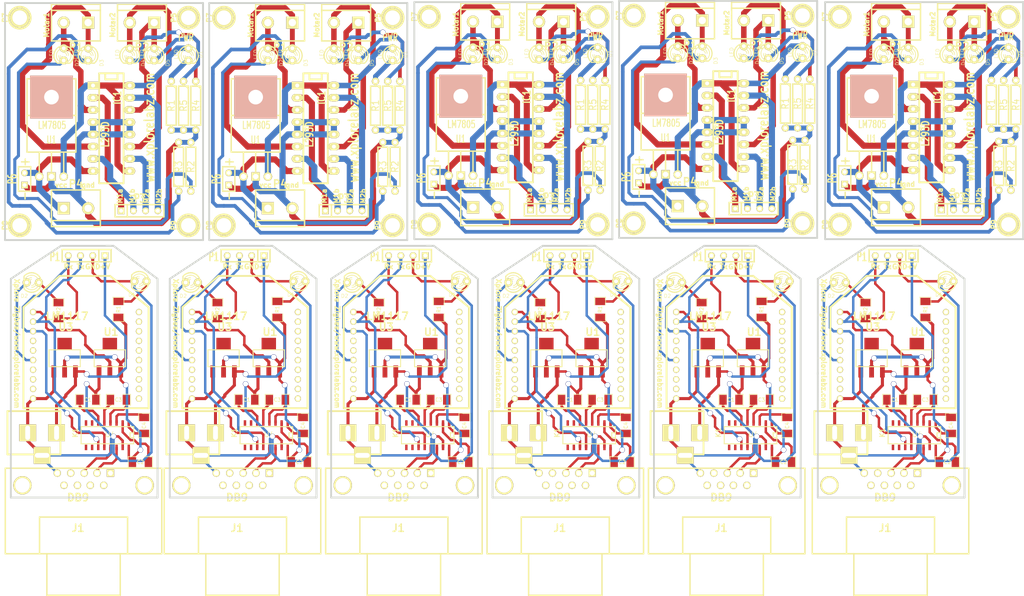
<source format=kicad_pcb>
(kicad_pcb (version 3) (host pcbnew "(2013-07-07 BZR 4022)-stable")
  (layers (15 Front signal) (0 Back signal) (18 B.Paste user) (19 F.Paste user) (20 B.SilkS user) (21 F.SilkS user) (22 B.Mask user) (23 F.Mask user) (28 Edge.Cuts user))
  (net 0 "")
  (net 1 /+5v)
  (net 2 /M1a)
  (net 3 /M1b)
  (net 4 /M2a)
  (net 5 /M2b)
  (net 6 /Rx)
  (net 7 /Tx)
  (net 8 /VCC1)
  (net 9 GND)
  (net 10 N-000001)
  (net 11 N-0000010)
  (net 12 N-0000011)
  (net 13 N-0000016)
  (net 14 N-0000018)
  (net 15 N-0000019)
  (net 16 N-000002)
  (net 17 N-0000022)
  (net 18 N-000003)
  (net 19 N-0000039)
  (net 20 N-000004)
  (net 21 N-0000040)
  (net 22 N-0000041)
  (net 23 N-0000042)
  (net 24 N-000005)
  (net 25 N-000006)
  (net 26 N-000007)
  (net 27 N-000008)
  (net 28 N-000009)
  (module SIL-4 (layer Front) (at 480.441 72.009)
    (fp_text reference P3 (at 0 -2.54) (layer F.SilkS) (effects (font (size 1.73482 1.08712) (thickness 0.27178))))
    (fp_text value CONN_4 hide)
    (pad 1 thru_hole rect (at -3.81 0) (size 1.397 1.397) (drill 0.8128) (layers *.Cu *.Mask F.SilkS) (net 2 /M1a))
    (pad 2 thru_hole circle (at -1.27 0) (size 1.397 1.397) (drill 0.8128) (layers *.Cu *.Mask F.SilkS) (net 3 /M1b))
    (pad 3 thru_hole circle (at 1.27 0) (size 1.397 1.397) (drill 0.8128) (layers *.Cu *.Mask F.SilkS) (net 4 /M2a))
    (pad 4 thru_hole circle (at 3.81 0) (size 1.397 1.397) (drill 0.8128) (layers *.Cu *.Mask F.SilkS) (net 5 /M2b))
  )
  (module DIP-16__300_ELL (layer Front) (at 474.599 54.864 270)
    (fp_text reference IC1 (at -6.35 -1.27 270) (layer F.SilkS) (effects (font (size 1.524 1.143) (thickness 0.28702))))
    (fp_text value L293D (at 1.27 1.27 270) (layer F.SilkS) (effects (font (size 1.524 1.143) (thickness 0.28702))))
    (pad 1 thru_hole rect (at -8.89 3.81 270) (size 1.5748 2.286) (drill 0.8128) (layers *.Cu *.Mask F.SilkS) (net 1 /+5v))
    (pad 2 thru_hole oval (at -6.35 3.81 270) (size 1.5748 2.286) (drill 0.8128) (layers *.Cu *.Mask F.SilkS) (net 2 /M1a))
    (pad 3 thru_hole oval (at -3.81 3.81 270) (size 1.5748 2.286) (drill 0.8128) (layers *.Cu *.Mask F.SilkS) (net 25 N-000006))
    (pad 4 thru_hole oval (at -1.27 3.81 270) (size 1.5748 2.286) (drill 0.8128) (layers *.Cu *.Mask F.SilkS) (net 9 GND))
    (pad 5 thru_hole oval (at 1.27 3.81 270) (size 1.5748 2.286) (drill 0.8128) (layers *.Cu *.Mask F.SilkS) (net 9 GND))
    (pad 6 thru_hole oval (at 3.81 3.81 270) (size 1.5748 2.286) (drill 0.8128) (layers *.Cu *.Mask F.SilkS) (net 28 N-000009))
    (pad 7 thru_hole oval (at 6.35 3.81 270) (size 1.5748 2.286) (drill 0.8128) (layers *.Cu *.Mask F.SilkS) (net 3 /M1b))
    (pad 8 thru_hole oval (at 8.89 3.81 270) (size 1.5748 2.286) (drill 0.8128) (layers *.Cu *.Mask F.SilkS) (net 8 /VCC1))
    (pad 9 thru_hole oval (at 8.89 -3.81 270) (size 1.5748 2.286) (drill 0.8128) (layers *.Cu *.Mask F.SilkS) (net 1 /+5v))
    (pad 10 thru_hole oval (at 6.35 -3.81 270) (size 1.5748 2.286) (drill 0.8128) (layers *.Cu *.Mask F.SilkS) (net 4 /M2a))
    (pad 11 thru_hole oval (at 3.81 -3.81 270) (size 1.5748 2.286) (drill 0.8128) (layers *.Cu *.Mask F.SilkS) (net 27 N-000008))
    (pad 12 thru_hole oval (at 1.27 -3.81 270) (size 1.5748 2.286) (drill 0.8128) (layers *.Cu *.Mask F.SilkS) (net 9 GND))
    (pad 13 thru_hole oval (at -1.27 -3.81 270) (size 1.5748 2.286) (drill 0.8128) (layers *.Cu *.Mask F.SilkS) (net 9 GND))
    (pad 14 thru_hole oval (at -3.81 -3.81 270) (size 1.5748 2.286) (drill 0.8128) (layers *.Cu *.Mask F.SilkS) (net 26 N-000007))
    (pad 15 thru_hole oval (at -6.35 -3.81 270) (size 1.5748 2.286) (drill 0.8128) (layers *.Cu *.Mask F.SilkS) (net 5 /M2b))
    (pad 16 thru_hole oval (at -8.89 -3.81 270) (size 1.5748 2.286) (drill 0.8128) (layers *.Cu *.Mask F.SilkS) (net 1 /+5v))
  )
  (module bornier2 (layer Front) (at 467.233 32.893 180)
    (fp_text reference P1 (at 0 -5.08 180) (layer F.SilkS) (effects (font (size 1.524 1.524) (thickness 0.3048))))
    (fp_text value Motar1 hide)
    (pad 1 thru_hole rect (at -2.54 0 180) (size 2.54 2.54) (drill 1.524) (layers *.Cu *.Mask F.SilkS) (net 28 N-000009))
    (pad 2 thru_hole circle (at 2.54 0 180) (size 2.54 2.54) (drill 1.524) (layers *.Cu *.Mask F.SilkS) (net 25 N-000006))
  )
  (module bornier2 (layer Front) (at 480.949 32.893 180)
    (fp_text reference P2 (at 0 -5.08 180) (layer F.SilkS) (effects (font (size 1.524 1.524) (thickness 0.3048))))
    (fp_text value motar2 hide)
    (pad 1 thru_hole rect (at -2.54 0 180) (size 2.54 2.54) (drill 1.524) (layers *.Cu *.Mask F.SilkS) (net 26 N-000007))
    (pad 2 thru_hole circle (at 2.54 0 180) (size 2.54 2.54) (drill 1.524) (layers *.Cu *.Mask F.SilkS) (net 27 N-000008))
  )
  (module bornier2 (layer Front) (at 467.233 71.501)
    (fp_text reference P4 (at 0 -5.08) (layer F.SilkS) (effects (font (size 1.524 1.524) (thickness 0.3048))))
    (fp_text value CONN_2 hide)
    (pad 1 thru_hole rect (at -2.54 0) (size 2.54 2.54) (drill 1.524) (layers *.Cu *.Mask F.SilkS) (net 8 /VCC1))
    (pad 2 thru_hole circle (at 2.54 0) (size 2.54 2.54) (drill 1.524) (layers *.Cu *.Mask F.SilkS) (net 9 GND))
  )
  (module LM78XX (layer Front) (at 462.153 64.897 90)
    (fp_text reference U1 (at 7.62 0 180) (layer F.SilkS) (effects (font (size 1.524 1.016) (thickness 0.2032))))
    (fp_text value LM7805 (at 10.668 0.127 180) (layer F.SilkS) (effects (font (size 1.524 1.016) (thickness 0.2032))))
    (pad 4 thru_hole rect (at 16.51 0 90) (size 8.89 8.89) (drill 3.048) (layers *.Cu *.SilkS *.Mask))
    (pad VI thru_hole circle (at 0 -2.54 90) (size 1.778 1.778) (drill 1.143) (layers *.Cu *.Mask F.SilkS))
    (pad GND thru_hole rect (at 0 0 90) (size 1.778 1.778) (drill 1.143) (layers *.Cu *.Mask F.SilkS))
    (pad VO thru_hole circle (at 0 2.54 90) (size 1.778 1.778) (drill 1.143) (layers *.Cu *.Mask F.SilkS))
  )
  (module SIL-2 (layer Front) (at 456.565 65.405 90)
    (fp_text reference P6 (at 0 -2.54 90) (layer F.SilkS) (effects (font (size 1.72974 1.08712) (thickness 0.27178))))
    (fp_text value CONN_2 hide)
    (pad 1 thru_hole rect (at -1.27 0 90) (size 1.397 1.397) (drill 0.8128) (layers *.Cu *.Mask F.SilkS) (net 9 GND))
    (pad 2 thru_hole circle (at 1.27 0 90) (size 1.397 1.397) (drill 0.8128) (layers *.Cu *.Mask F.SilkS) (net 8 /VCC1))
  )
  (module R4 (layer Front) (at 487.045 50.165 270)
    (fp_text reference R1 (at 0 0 270) (layer F.SilkS) (effects (font (size 1.397 1.27) (thickness 0.2032))))
    (fp_text value R hide)
    (pad 1 thru_hole circle (at -5.08 0 270) (size 1.524 1.524) (drill 0.8128) (layers *.Cu *.Mask F.SilkS) (net 11 N-0000010))
    (pad 2 thru_hole circle (at 5.08 0 270) (size 1.524 1.524) (drill 0.8128) (layers *.Cu *.Mask F.SilkS) (net 9 GND))
  )
  (module LED-3MM (layer Front) (at 490.601 39.497 270)
    (fp_text reference D1 (at 0 -2.54 270) (layer F.SilkS) (effects (font (size 0.762 0.762) (thickness 0.0889))))
    (fp_text value LED (at 0 2.54 270) (layer F.SilkS) (effects (font (size 0.762 0.762) (thickness 0.0889))))
    (pad 1 thru_hole circle (at -1.27 0 270) (size 1.6764 1.6764) (drill 0.8128) (layers *.Cu F.Paste F.SilkS F.Mask) (net 1 /+5v))
    (pad 2 thru_hole circle (at 1.27 0 270) (size 1.6764 1.6764) (drill 0.8128) (layers *.Cu F.Paste F.SilkS F.Mask) (net 11 N-0000010))
  )
  (module 1pin (layer Front) (at 490.601 31.877 90)
    (fp_text reference P5 (at 0 -3.048 90) (layer F.SilkS) (effects (font (size 1.016 1.016) (thickness 0.254))))
    (fp_text value CONN_1 hide)
    (pad 1 thru_hole circle (at 0 0 90) (size 4.064 4.064) (drill 3.048) (layers *.Cu *.Mask F.SilkS))
  )
  (module 1pin (layer Front) (at 455.549 31.877 90)
    (fp_text reference P7 (at 0 -3.048 90) (layer F.SilkS) (effects (font (size 1.016 1.016) (thickness 0.254))))
    (fp_text value CONN_1 hide)
    (pad 1 thru_hole circle (at 0 0 90) (size 4.064 4.064) (drill 3.048) (layers *.Cu *.Mask F.SilkS))
  )
  (module 1pin (layer Front) (at 455.549 75.057 90)
    (fp_text reference P8 (at 0 -3.048 90) (layer F.SilkS) (effects (font (size 1.016 1.016) (thickness 0.254))))
    (fp_text value CONN_1 hide)
    (pad 1 thru_hole circle (at 0 0 90) (size 4.064 4.064) (drill 3.048) (layers *.Cu *.Mask F.SilkS))
  )
  (module 1pin (layer Front) (at 490.601 75.057 90)
    (fp_text reference P9 (at 0 -3.048 90) (layer F.SilkS) (effects (font (size 1.016 1.016) (thickness 0.254))))
    (fp_text value CONN_1 hide)
    (pad 1 thru_hole circle (at 0 0 90) (size 4.064 4.064) (drill 3.048) (layers *.Cu *.Mask F.SilkS))
  )
  (module R4 (layer Front) (at 489.585 50.165 270)
    (fp_text reference R5 (at 0 0 270) (layer F.SilkS) (effects (font (size 1.397 1.27) (thickness 0.2032))))
    (fp_text value R hide)
    (pad 1 thru_hole circle (at -5.08 0 270) (size 1.524 1.524) (drill 0.8128) (layers *.Cu *.Mask F.SilkS) (net 24 N-000005))
    (pad 2 thru_hole circle (at 5.08 0 270) (size 1.524 1.524) (drill 0.8128) (layers *.Cu *.Mask F.SilkS) (net 9 GND))
  )
  (module R4 (layer Front) (at 492.125 50.165 270)
    (fp_text reference R4 (at 0 0 270) (layer F.SilkS) (effects (font (size 1.397 1.27) (thickness 0.2032))))
    (fp_text value R hide)
    (pad 1 thru_hole circle (at -5.08 0 270) (size 1.524 1.524) (drill 0.8128) (layers *.Cu *.Mask F.SilkS) (net 20 N-000004))
    (pad 2 thru_hole circle (at 5.08 0 270) (size 1.524 1.524) (drill 0.8128) (layers *.Cu *.Mask F.SilkS) (net 9 GND))
  )
  (module R4 (layer Front) (at 488.569 62.865 90)
    (fp_text reference R3 (at 0 0 90) (layer F.SilkS) (effects (font (size 1.397 1.27) (thickness 0.2032))))
    (fp_text value R hide)
    (pad 1 thru_hole circle (at -5.08 0 90) (size 1.524 1.524) (drill 0.8128) (layers *.Cu *.Mask F.SilkS) (net 18 N-000003))
    (pad 2 thru_hole circle (at 5.08 0 90) (size 1.524 1.524) (drill 0.8128) (layers *.Cu *.Mask F.SilkS) (net 9 GND))
  )
  (module R4 (layer Front) (at 491.109 62.865 90)
    (fp_text reference R2 (at 0 0 90) (layer F.SilkS) (effects (font (size 1.397 1.27) (thickness 0.2032))))
    (fp_text value R hide)
    (pad 1 thru_hole circle (at -5.08 0 90) (size 1.524 1.524) (drill 0.8128) (layers *.Cu *.Mask F.SilkS) (net 16 N-000002))
    (pad 2 thru_hole circle (at 5.08 0 90) (size 1.524 1.524) (drill 0.8128) (layers *.Cu *.Mask F.SilkS) (net 9 GND))
  )
  (module LED-3MM (layer Front) (at 464.693 39.497 270)
    (fp_text reference D2 (at 1.778 -2.794 270) (layer F.SilkS) (effects (font (size 0.762 0.762) (thickness 0.0889))))
    (fp_text value LED (at 0 2.54 270) (layer F.SilkS) (effects (font (size 0.762 0.762) (thickness 0.0889))))
    (pad 1 thru_hole circle (at -1.27 0 270) (size 1.6764 1.6764) (drill 0.8128) (layers *.Cu *.Mask F.SilkS) (net 25 N-000006))
    (pad 2 thru_hole circle (at 1.27 0 270) (size 1.6764 1.6764) (drill 0.8128) (layers *.Cu *.Mask F.SilkS) (net 16 N-000002))
  )
  (module LED-3MM (layer Front) (at 469.773 39.497 270)
    (fp_text reference D3 (at 1.778 -2.794 270) (layer F.SilkS) (effects (font (size 0.762 0.762) (thickness 0.0889))))
    (fp_text value LED (at 0 2.54 270) (layer F.SilkS) (effects (font (size 0.762 0.762) (thickness 0.0889))))
    (pad 1 thru_hole circle (at -1.27 0 270) (size 1.6764 1.6764) (drill 0.8128) (layers *.Cu *.Mask F.SilkS) (net 28 N-000009))
    (pad 2 thru_hole circle (at 1.27 0 270) (size 1.6764 1.6764) (drill 0.8128) (layers *.Cu *.Mask F.SilkS) (net 18 N-000003))
  )
  (module LED-3MM (layer Front) (at 478.409 39.497 270)
    (fp_text reference D4 (at 1.778 -2.794 270) (layer F.SilkS) (effects (font (size 0.762 0.762) (thickness 0.0889))))
    (fp_text value LED (at 0 2.54 270) (layer F.SilkS) (effects (font (size 0.762 0.762) (thickness 0.0889))))
    (pad 1 thru_hole circle (at -1.27 0 270) (size 1.6764 1.6764) (drill 0.8128) (layers *.Cu *.Mask F.SilkS) (net 27 N-000008))
    (pad 2 thru_hole circle (at 1.27 0 270) (size 1.6764 1.6764) (drill 0.8128) (layers *.Cu *.Mask F.SilkS) (net 20 N-000004))
  )
  (module LED-3MM (layer Front) (at 483.489 39.497 270)
    (fp_text reference D5 (at 1.778 -2.794 270) (layer F.SilkS) (effects (font (size 0.762 0.762) (thickness 0.0889))))
    (fp_text value LED (at 0 2.54 270) (layer F.SilkS) (effects (font (size 0.762 0.762) (thickness 0.0889))))
    (pad 1 thru_hole circle (at -1.27 0 270) (size 1.6764 1.6764) (drill 0.8128) (layers *.Cu *.Mask F.SilkS) (net 26 N-000007))
    (pad 2 thru_hole circle (at 1.27 0 270) (size 1.6764 1.6764) (drill 0.8128) (layers *.Cu *.Mask F.SilkS) (net 24 N-000005))
  )
  (module SIL-4 (layer Front) (at 395.2875 72.4535)
    (fp_text reference P3 (at 0 -2.54) (layer F.SilkS) (effects (font (size 1.73482 1.08712) (thickness 0.27178))))
    (fp_text value CONN_4 hide)
    (pad 1 thru_hole rect (at -3.81 0) (size 1.397 1.397) (drill 0.8128) (layers *.Cu *.Mask F.SilkS) (net 2 /M1a))
    (pad 2 thru_hole circle (at -1.27 0) (size 1.397 1.397) (drill 0.8128) (layers *.Cu *.Mask F.SilkS) (net 3 /M1b))
    (pad 3 thru_hole circle (at 1.27 0) (size 1.397 1.397) (drill 0.8128) (layers *.Cu *.Mask F.SilkS) (net 4 /M2a))
    (pad 4 thru_hole circle (at 3.81 0) (size 1.397 1.397) (drill 0.8128) (layers *.Cu *.Mask F.SilkS) (net 5 /M2b))
  )
  (module DIP-16__300_ELL (layer Front) (at 389.4455 55.3085 270)
    (fp_text reference IC1 (at -6.35 -1.27 270) (layer F.SilkS) (effects (font (size 1.524 1.143) (thickness 0.28702))))
    (fp_text value L293D (at 1.27 1.27 270) (layer F.SilkS) (effects (font (size 1.524 1.143) (thickness 0.28702))))
    (pad 1 thru_hole rect (at -8.89 3.81 270) (size 1.5748 2.286) (drill 0.8128) (layers *.Cu *.Mask F.SilkS) (net 1 /+5v))
    (pad 2 thru_hole oval (at -6.35 3.81 270) (size 1.5748 2.286) (drill 0.8128) (layers *.Cu *.Mask F.SilkS) (net 2 /M1a))
    (pad 3 thru_hole oval (at -3.81 3.81 270) (size 1.5748 2.286) (drill 0.8128) (layers *.Cu *.Mask F.SilkS) (net 25 N-000006))
    (pad 4 thru_hole oval (at -1.27 3.81 270) (size 1.5748 2.286) (drill 0.8128) (layers *.Cu *.Mask F.SilkS) (net 9 GND))
    (pad 5 thru_hole oval (at 1.27 3.81 270) (size 1.5748 2.286) (drill 0.8128) (layers *.Cu *.Mask F.SilkS) (net 9 GND))
    (pad 6 thru_hole oval (at 3.81 3.81 270) (size 1.5748 2.286) (drill 0.8128) (layers *.Cu *.Mask F.SilkS) (net 28 N-000009))
    (pad 7 thru_hole oval (at 6.35 3.81 270) (size 1.5748 2.286) (drill 0.8128) (layers *.Cu *.Mask F.SilkS) (net 3 /M1b))
    (pad 8 thru_hole oval (at 8.89 3.81 270) (size 1.5748 2.286) (drill 0.8128) (layers *.Cu *.Mask F.SilkS) (net 8 /VCC1))
    (pad 9 thru_hole oval (at 8.89 -3.81 270) (size 1.5748 2.286) (drill 0.8128) (layers *.Cu *.Mask F.SilkS) (net 1 /+5v))
    (pad 10 thru_hole oval (at 6.35 -3.81 270) (size 1.5748 2.286) (drill 0.8128) (layers *.Cu *.Mask F.SilkS) (net 4 /M2a))
    (pad 11 thru_hole oval (at 3.81 -3.81 270) (size 1.5748 2.286) (drill 0.8128) (layers *.Cu *.Mask F.SilkS) (net 27 N-000008))
    (pad 12 thru_hole oval (at 1.27 -3.81 270) (size 1.5748 2.286) (drill 0.8128) (layers *.Cu *.Mask F.SilkS) (net 9 GND))
    (pad 13 thru_hole oval (at -1.27 -3.81 270) (size 1.5748 2.286) (drill 0.8128) (layers *.Cu *.Mask F.SilkS) (net 9 GND))
    (pad 14 thru_hole oval (at -3.81 -3.81 270) (size 1.5748 2.286) (drill 0.8128) (layers *.Cu *.Mask F.SilkS) (net 26 N-000007))
    (pad 15 thru_hole oval (at -6.35 -3.81 270) (size 1.5748 2.286) (drill 0.8128) (layers *.Cu *.Mask F.SilkS) (net 5 /M2b))
    (pad 16 thru_hole oval (at -8.89 -3.81 270) (size 1.5748 2.286) (drill 0.8128) (layers *.Cu *.Mask F.SilkS) (net 1 /+5v))
  )
  (module bornier2 (layer Front) (at 382.0795 33.3375 180)
    (fp_text reference P1 (at 0 -5.08 180) (layer F.SilkS) (effects (font (size 1.524 1.524) (thickness 0.3048))))
    (fp_text value Motar1 hide)
    (pad 1 thru_hole rect (at -2.54 0 180) (size 2.54 2.54) (drill 1.524) (layers *.Cu *.Mask F.SilkS) (net 28 N-000009))
    (pad 2 thru_hole circle (at 2.54 0 180) (size 2.54 2.54) (drill 1.524) (layers *.Cu *.Mask F.SilkS) (net 25 N-000006))
  )
  (module bornier2 (layer Front) (at 395.7955 33.3375 180)
    (fp_text reference P2 (at 0 -5.08 180) (layer F.SilkS) (effects (font (size 1.524 1.524) (thickness 0.3048))))
    (fp_text value motar2 hide)
    (pad 1 thru_hole rect (at -2.54 0 180) (size 2.54 2.54) (drill 1.524) (layers *.Cu *.Mask F.SilkS) (net 26 N-000007))
    (pad 2 thru_hole circle (at 2.54 0 180) (size 2.54 2.54) (drill 1.524) (layers *.Cu *.Mask F.SilkS) (net 27 N-000008))
  )
  (module bornier2 (layer Front) (at 382.0795 71.9455)
    (fp_text reference P4 (at 0 -5.08) (layer F.SilkS) (effects (font (size 1.524 1.524) (thickness 0.3048))))
    (fp_text value CONN_2 hide)
    (pad 1 thru_hole rect (at -2.54 0) (size 2.54 2.54) (drill 1.524) (layers *.Cu *.Mask F.SilkS) (net 8 /VCC1))
    (pad 2 thru_hole circle (at 2.54 0) (size 2.54 2.54) (drill 1.524) (layers *.Cu *.Mask F.SilkS) (net 9 GND))
  )
  (module LM78XX (layer Front) (at 376.9995 65.3415 90)
    (fp_text reference U1 (at 7.62 0 180) (layer F.SilkS) (effects (font (size 1.524 1.016) (thickness 0.2032))))
    (fp_text value LM7805 (at 10.668 0.127 180) (layer F.SilkS) (effects (font (size 1.524 1.016) (thickness 0.2032))))
    (pad 4 thru_hole rect (at 16.51 0 90) (size 8.89 8.89) (drill 3.048) (layers *.Cu *.SilkS *.Mask))
    (pad VI thru_hole circle (at 0 -2.54 90) (size 1.778 1.778) (drill 1.143) (layers *.Cu *.Mask F.SilkS))
    (pad GND thru_hole rect (at 0 0 90) (size 1.778 1.778) (drill 1.143) (layers *.Cu *.Mask F.SilkS))
    (pad VO thru_hole circle (at 0 2.54 90) (size 1.778 1.778) (drill 1.143) (layers *.Cu *.Mask F.SilkS))
  )
  (module SIL-2 (layer Front) (at 371.4115 65.8495 90)
    (fp_text reference P6 (at 0 -2.54 90) (layer F.SilkS) (effects (font (size 1.72974 1.08712) (thickness 0.27178))))
    (fp_text value CONN_2 hide)
    (pad 1 thru_hole rect (at -1.27 0 90) (size 1.397 1.397) (drill 0.8128) (layers *.Cu *.Mask F.SilkS) (net 9 GND))
    (pad 2 thru_hole circle (at 1.27 0 90) (size 1.397 1.397) (drill 0.8128) (layers *.Cu *.Mask F.SilkS) (net 8 /VCC1))
  )
  (module R4 (layer Front) (at 401.8915 50.6095 270)
    (fp_text reference R1 (at 0 0 270) (layer F.SilkS) (effects (font (size 1.397 1.27) (thickness 0.2032))))
    (fp_text value R hide)
    (pad 1 thru_hole circle (at -5.08 0 270) (size 1.524 1.524) (drill 0.8128) (layers *.Cu *.Mask F.SilkS) (net 11 N-0000010))
    (pad 2 thru_hole circle (at 5.08 0 270) (size 1.524 1.524) (drill 0.8128) (layers *.Cu *.Mask F.SilkS) (net 9 GND))
  )
  (module LED-3MM (layer Front) (at 405.4475 39.9415 270)
    (fp_text reference D1 (at 0 -2.54 270) (layer F.SilkS) (effects (font (size 0.762 0.762) (thickness 0.0889))))
    (fp_text value LED (at 0 2.54 270) (layer F.SilkS) (effects (font (size 0.762 0.762) (thickness 0.0889))))
    (pad 1 thru_hole circle (at -1.27 0 270) (size 1.6764 1.6764) (drill 0.8128) (layers *.Cu F.Paste F.SilkS F.Mask) (net 1 /+5v))
    (pad 2 thru_hole circle (at 1.27 0 270) (size 1.6764 1.6764) (drill 0.8128) (layers *.Cu F.Paste F.SilkS F.Mask) (net 11 N-0000010))
  )
  (module 1pin (layer Front) (at 405.4475 32.3215 90)
    (fp_text reference P5 (at 0 -3.048 90) (layer F.SilkS) (effects (font (size 1.016 1.016) (thickness 0.254))))
    (fp_text value CONN_1 hide)
    (pad 1 thru_hole circle (at 0 0 90) (size 4.064 4.064) (drill 3.048) (layers *.Cu *.Mask F.SilkS))
  )
  (module 1pin (layer Front) (at 370.3955 32.3215 90)
    (fp_text reference P7 (at 0 -3.048 90) (layer F.SilkS) (effects (font (size 1.016 1.016) (thickness 0.254))))
    (fp_text value CONN_1 hide)
    (pad 1 thru_hole circle (at 0 0 90) (size 4.064 4.064) (drill 3.048) (layers *.Cu *.Mask F.SilkS))
  )
  (module 1pin (layer Front) (at 370.3955 75.5015 90)
    (fp_text reference P8 (at 0 -3.048 90) (layer F.SilkS) (effects (font (size 1.016 1.016) (thickness 0.254))))
    (fp_text value CONN_1 hide)
    (pad 1 thru_hole circle (at 0 0 90) (size 4.064 4.064) (drill 3.048) (layers *.Cu *.Mask F.SilkS))
  )
  (module 1pin (layer Front) (at 405.4475 75.5015 90)
    (fp_text reference P9 (at 0 -3.048 90) (layer F.SilkS) (effects (font (size 1.016 1.016) (thickness 0.254))))
    (fp_text value CONN_1 hide)
    (pad 1 thru_hole circle (at 0 0 90) (size 4.064 4.064) (drill 3.048) (layers *.Cu *.Mask F.SilkS))
  )
  (module R4 (layer Front) (at 404.4315 50.6095 270)
    (fp_text reference R5 (at 0 0 270) (layer F.SilkS) (effects (font (size 1.397 1.27) (thickness 0.2032))))
    (fp_text value R hide)
    (pad 1 thru_hole circle (at -5.08 0 270) (size 1.524 1.524) (drill 0.8128) (layers *.Cu *.Mask F.SilkS) (net 24 N-000005))
    (pad 2 thru_hole circle (at 5.08 0 270) (size 1.524 1.524) (drill 0.8128) (layers *.Cu *.Mask F.SilkS) (net 9 GND))
  )
  (module R4 (layer Front) (at 406.9715 50.6095 270)
    (fp_text reference R4 (at 0 0 270) (layer F.SilkS) (effects (font (size 1.397 1.27) (thickness 0.2032))))
    (fp_text value R hide)
    (pad 1 thru_hole circle (at -5.08 0 270) (size 1.524 1.524) (drill 0.8128) (layers *.Cu *.Mask F.SilkS) (net 20 N-000004))
    (pad 2 thru_hole circle (at 5.08 0 270) (size 1.524 1.524) (drill 0.8128) (layers *.Cu *.Mask F.SilkS) (net 9 GND))
  )
  (module R4 (layer Front) (at 403.4155 63.3095 90)
    (fp_text reference R3 (at 0 0 90) (layer F.SilkS) (effects (font (size 1.397 1.27) (thickness 0.2032))))
    (fp_text value R hide)
    (pad 1 thru_hole circle (at -5.08 0 90) (size 1.524 1.524) (drill 0.8128) (layers *.Cu *.Mask F.SilkS) (net 18 N-000003))
    (pad 2 thru_hole circle (at 5.08 0 90) (size 1.524 1.524) (drill 0.8128) (layers *.Cu *.Mask F.SilkS) (net 9 GND))
  )
  (module R4 (layer Front) (at 405.9555 63.3095 90)
    (fp_text reference R2 (at 0 0 90) (layer F.SilkS) (effects (font (size 1.397 1.27) (thickness 0.2032))))
    (fp_text value R hide)
    (pad 1 thru_hole circle (at -5.08 0 90) (size 1.524 1.524) (drill 0.8128) (layers *.Cu *.Mask F.SilkS) (net 16 N-000002))
    (pad 2 thru_hole circle (at 5.08 0 90) (size 1.524 1.524) (drill 0.8128) (layers *.Cu *.Mask F.SilkS) (net 9 GND))
  )
  (module LED-3MM (layer Front) (at 379.5395 39.9415 270)
    (fp_text reference D2 (at 1.778 -2.794 270) (layer F.SilkS) (effects (font (size 0.762 0.762) (thickness 0.0889))))
    (fp_text value LED (at 0 2.54 270) (layer F.SilkS) (effects (font (size 0.762 0.762) (thickness 0.0889))))
    (pad 1 thru_hole circle (at -1.27 0 270) (size 1.6764 1.6764) (drill 0.8128) (layers *.Cu *.Mask F.SilkS) (net 25 N-000006))
    (pad 2 thru_hole circle (at 1.27 0 270) (size 1.6764 1.6764) (drill 0.8128) (layers *.Cu *.Mask F.SilkS) (net 16 N-000002))
  )
  (module LED-3MM (layer Front) (at 384.6195 39.9415 270)
    (fp_text reference D3 (at 1.778 -2.794 270) (layer F.SilkS) (effects (font (size 0.762 0.762) (thickness 0.0889))))
    (fp_text value LED (at 0 2.54 270) (layer F.SilkS) (effects (font (size 0.762 0.762) (thickness 0.0889))))
    (pad 1 thru_hole circle (at -1.27 0 270) (size 1.6764 1.6764) (drill 0.8128) (layers *.Cu *.Mask F.SilkS) (net 28 N-000009))
    (pad 2 thru_hole circle (at 1.27 0 270) (size 1.6764 1.6764) (drill 0.8128) (layers *.Cu *.Mask F.SilkS) (net 18 N-000003))
  )
  (module LED-3MM (layer Front) (at 393.2555 39.9415 270)
    (fp_text reference D4 (at 1.778 -2.794 270) (layer F.SilkS) (effects (font (size 0.762 0.762) (thickness 0.0889))))
    (fp_text value LED (at 0 2.54 270) (layer F.SilkS) (effects (font (size 0.762 0.762) (thickness 0.0889))))
    (pad 1 thru_hole circle (at -1.27 0 270) (size 1.6764 1.6764) (drill 0.8128) (layers *.Cu *.Mask F.SilkS) (net 27 N-000008))
    (pad 2 thru_hole circle (at 1.27 0 270) (size 1.6764 1.6764) (drill 0.8128) (layers *.Cu *.Mask F.SilkS) (net 20 N-000004))
  )
  (module LED-3MM (layer Front) (at 398.3355 39.9415 270)
    (fp_text reference D5 (at 1.778 -2.794 270) (layer F.SilkS) (effects (font (size 0.762 0.762) (thickness 0.0889))))
    (fp_text value LED (at 0 2.54 270) (layer F.SilkS) (effects (font (size 0.762 0.762) (thickness 0.0889))))
    (pad 1 thru_hole circle (at -1.27 0 270) (size 1.6764 1.6764) (drill 0.8128) (layers *.Cu *.Mask F.SilkS) (net 26 N-000007))
    (pad 2 thru_hole circle (at 1.27 0 270) (size 1.6764 1.6764) (drill 0.8128) (layers *.Cu *.Mask F.SilkS) (net 24 N-000005))
  )
  (module SIL-4 (layer Front) (at 523.24 72.263)
    (fp_text reference P3 (at 0 -2.54) (layer F.SilkS) (effects (font (size 1.73482 1.08712) (thickness 0.27178))))
    (fp_text value CONN_4 hide)
    (pad 1 thru_hole rect (at -3.81 0) (size 1.397 1.397) (drill 0.8128) (layers *.Cu *.Mask F.SilkS) (net 2 /M1a))
    (pad 2 thru_hole circle (at -1.27 0) (size 1.397 1.397) (drill 0.8128) (layers *.Cu *.Mask F.SilkS) (net 3 /M1b))
    (pad 3 thru_hole circle (at 1.27 0) (size 1.397 1.397) (drill 0.8128) (layers *.Cu *.Mask F.SilkS) (net 4 /M2a))
    (pad 4 thru_hole circle (at 3.81 0) (size 1.397 1.397) (drill 0.8128) (layers *.Cu *.Mask F.SilkS) (net 5 /M2b))
  )
  (module DIP-16__300_ELL (layer Front) (at 517.398 55.118 270)
    (fp_text reference IC1 (at -6.35 -1.27 270) (layer F.SilkS) (effects (font (size 1.524 1.143) (thickness 0.28702))))
    (fp_text value L293D (at 1.27 1.27 270) (layer F.SilkS) (effects (font (size 1.524 1.143) (thickness 0.28702))))
    (pad 1 thru_hole rect (at -8.89 3.81 270) (size 1.5748 2.286) (drill 0.8128) (layers *.Cu *.Mask F.SilkS) (net 1 /+5v))
    (pad 2 thru_hole oval (at -6.35 3.81 270) (size 1.5748 2.286) (drill 0.8128) (layers *.Cu *.Mask F.SilkS) (net 2 /M1a))
    (pad 3 thru_hole oval (at -3.81 3.81 270) (size 1.5748 2.286) (drill 0.8128) (layers *.Cu *.Mask F.SilkS) (net 25 N-000006))
    (pad 4 thru_hole oval (at -1.27 3.81 270) (size 1.5748 2.286) (drill 0.8128) (layers *.Cu *.Mask F.SilkS) (net 9 GND))
    (pad 5 thru_hole oval (at 1.27 3.81 270) (size 1.5748 2.286) (drill 0.8128) (layers *.Cu *.Mask F.SilkS) (net 9 GND))
    (pad 6 thru_hole oval (at 3.81 3.81 270) (size 1.5748 2.286) (drill 0.8128) (layers *.Cu *.Mask F.SilkS) (net 28 N-000009))
    (pad 7 thru_hole oval (at 6.35 3.81 270) (size 1.5748 2.286) (drill 0.8128) (layers *.Cu *.Mask F.SilkS) (net 3 /M1b))
    (pad 8 thru_hole oval (at 8.89 3.81 270) (size 1.5748 2.286) (drill 0.8128) (layers *.Cu *.Mask F.SilkS) (net 8 /VCC1))
    (pad 9 thru_hole oval (at 8.89 -3.81 270) (size 1.5748 2.286) (drill 0.8128) (layers *.Cu *.Mask F.SilkS) (net 1 /+5v))
    (pad 10 thru_hole oval (at 6.35 -3.81 270) (size 1.5748 2.286) (drill 0.8128) (layers *.Cu *.Mask F.SilkS) (net 4 /M2a))
    (pad 11 thru_hole oval (at 3.81 -3.81 270) (size 1.5748 2.286) (drill 0.8128) (layers *.Cu *.Mask F.SilkS) (net 27 N-000008))
    (pad 12 thru_hole oval (at 1.27 -3.81 270) (size 1.5748 2.286) (drill 0.8128) (layers *.Cu *.Mask F.SilkS) (net 9 GND))
    (pad 13 thru_hole oval (at -1.27 -3.81 270) (size 1.5748 2.286) (drill 0.8128) (layers *.Cu *.Mask F.SilkS) (net 9 GND))
    (pad 14 thru_hole oval (at -3.81 -3.81 270) (size 1.5748 2.286) (drill 0.8128) (layers *.Cu *.Mask F.SilkS) (net 26 N-000007))
    (pad 15 thru_hole oval (at -6.35 -3.81 270) (size 1.5748 2.286) (drill 0.8128) (layers *.Cu *.Mask F.SilkS) (net 5 /M2b))
    (pad 16 thru_hole oval (at -8.89 -3.81 270) (size 1.5748 2.286) (drill 0.8128) (layers *.Cu *.Mask F.SilkS) (net 1 /+5v))
  )
  (module bornier2 (layer Front) (at 510.032 33.147 180)
    (fp_text reference P1 (at 0 -5.08 180) (layer F.SilkS) (effects (font (size 1.524 1.524) (thickness 0.3048))))
    (fp_text value Motar1 hide)
    (pad 1 thru_hole rect (at -2.54 0 180) (size 2.54 2.54) (drill 1.524) (layers *.Cu *.Mask F.SilkS) (net 28 N-000009))
    (pad 2 thru_hole circle (at 2.54 0 180) (size 2.54 2.54) (drill 1.524) (layers *.Cu *.Mask F.SilkS) (net 25 N-000006))
  )
  (module bornier2 (layer Front) (at 523.748 33.147 180)
    (fp_text reference P2 (at 0 -5.08 180) (layer F.SilkS) (effects (font (size 1.524 1.524) (thickness 0.3048))))
    (fp_text value motar2 hide)
    (pad 1 thru_hole rect (at -2.54 0 180) (size 2.54 2.54) (drill 1.524) (layers *.Cu *.Mask F.SilkS) (net 26 N-000007))
    (pad 2 thru_hole circle (at 2.54 0 180) (size 2.54 2.54) (drill 1.524) (layers *.Cu *.Mask F.SilkS) (net 27 N-000008))
  )
  (module bornier2 (layer Front) (at 510.032 71.755)
    (fp_text reference P4 (at 0 -5.08) (layer F.SilkS) (effects (font (size 1.524 1.524) (thickness 0.3048))))
    (fp_text value CONN_2 hide)
    (pad 1 thru_hole rect (at -2.54 0) (size 2.54 2.54) (drill 1.524) (layers *.Cu *.Mask F.SilkS) (net 8 /VCC1))
    (pad 2 thru_hole circle (at 2.54 0) (size 2.54 2.54) (drill 1.524) (layers *.Cu *.Mask F.SilkS) (net 9 GND))
  )
  (module LM78XX (layer Front) (at 504.952 65.151 90)
    (fp_text reference U1 (at 7.62 0 180) (layer F.SilkS) (effects (font (size 1.524 1.016) (thickness 0.2032))))
    (fp_text value LM7805 (at 10.668 0.127 180) (layer F.SilkS) (effects (font (size 1.524 1.016) (thickness 0.2032))))
    (pad 4 thru_hole rect (at 16.51 0 90) (size 8.89 8.89) (drill 3.048) (layers *.Cu *.SilkS *.Mask))
    (pad VI thru_hole circle (at 0 -2.54 90) (size 1.778 1.778) (drill 1.143) (layers *.Cu *.Mask F.SilkS))
    (pad GND thru_hole rect (at 0 0 90) (size 1.778 1.778) (drill 1.143) (layers *.Cu *.Mask F.SilkS))
    (pad VO thru_hole circle (at 0 2.54 90) (size 1.778 1.778) (drill 1.143) (layers *.Cu *.Mask F.SilkS))
  )
  (module SIL-2 (layer Front) (at 499.364 65.659 90)
    (fp_text reference P6 (at 0 -2.54 90) (layer F.SilkS) (effects (font (size 1.72974 1.08712) (thickness 0.27178))))
    (fp_text value CONN_2 hide)
    (pad 1 thru_hole rect (at -1.27 0 90) (size 1.397 1.397) (drill 0.8128) (layers *.Cu *.Mask F.SilkS) (net 9 GND))
    (pad 2 thru_hole circle (at 1.27 0 90) (size 1.397 1.397) (drill 0.8128) (layers *.Cu *.Mask F.SilkS) (net 8 /VCC1))
  )
  (module R4 (layer Front) (at 529.844 50.419 270)
    (fp_text reference R1 (at 0 0 270) (layer F.SilkS) (effects (font (size 1.397 1.27) (thickness 0.2032))))
    (fp_text value R hide)
    (pad 1 thru_hole circle (at -5.08 0 270) (size 1.524 1.524) (drill 0.8128) (layers *.Cu *.Mask F.SilkS) (net 11 N-0000010))
    (pad 2 thru_hole circle (at 5.08 0 270) (size 1.524 1.524) (drill 0.8128) (layers *.Cu *.Mask F.SilkS) (net 9 GND))
  )
  (module LED-3MM (layer Front) (at 533.4 39.751 270)
    (fp_text reference D1 (at 0 -2.54 270) (layer F.SilkS) (effects (font (size 0.762 0.762) (thickness 0.0889))))
    (fp_text value LED (at 0 2.54 270) (layer F.SilkS) (effects (font (size 0.762 0.762) (thickness 0.0889))))
    (pad 1 thru_hole circle (at -1.27 0 270) (size 1.6764 1.6764) (drill 0.8128) (layers *.Cu F.Paste F.SilkS F.Mask) (net 1 /+5v))
    (pad 2 thru_hole circle (at 1.27 0 270) (size 1.6764 1.6764) (drill 0.8128) (layers *.Cu F.Paste F.SilkS F.Mask) (net 11 N-0000010))
  )
  (module 1pin (layer Front) (at 533.4 32.131 90)
    (fp_text reference P5 (at 0 -3.048 90) (layer F.SilkS) (effects (font (size 1.016 1.016) (thickness 0.254))))
    (fp_text value CONN_1 hide)
    (pad 1 thru_hole circle (at 0 0 90) (size 4.064 4.064) (drill 3.048) (layers *.Cu *.Mask F.SilkS))
  )
  (module 1pin (layer Front) (at 498.348 32.131 90)
    (fp_text reference P7 (at 0 -3.048 90) (layer F.SilkS) (effects (font (size 1.016 1.016) (thickness 0.254))))
    (fp_text value CONN_1 hide)
    (pad 1 thru_hole circle (at 0 0 90) (size 4.064 4.064) (drill 3.048) (layers *.Cu *.Mask F.SilkS))
  )
  (module 1pin (layer Front) (at 498.348 75.311 90)
    (fp_text reference P8 (at 0 -3.048 90) (layer F.SilkS) (effects (font (size 1.016 1.016) (thickness 0.254))))
    (fp_text value CONN_1 hide)
    (pad 1 thru_hole circle (at 0 0 90) (size 4.064 4.064) (drill 3.048) (layers *.Cu *.Mask F.SilkS))
  )
  (module 1pin (layer Front) (at 533.4 75.311 90)
    (fp_text reference P9 (at 0 -3.048 90) (layer F.SilkS) (effects (font (size 1.016 1.016) (thickness 0.254))))
    (fp_text value CONN_1 hide)
    (pad 1 thru_hole circle (at 0 0 90) (size 4.064 4.064) (drill 3.048) (layers *.Cu *.Mask F.SilkS))
  )
  (module R4 (layer Front) (at 532.384 50.419 270)
    (fp_text reference R5 (at 0 0 270) (layer F.SilkS) (effects (font (size 1.397 1.27) (thickness 0.2032))))
    (fp_text value R hide)
    (pad 1 thru_hole circle (at -5.08 0 270) (size 1.524 1.524) (drill 0.8128) (layers *.Cu *.Mask F.SilkS) (net 24 N-000005))
    (pad 2 thru_hole circle (at 5.08 0 270) (size 1.524 1.524) (drill 0.8128) (layers *.Cu *.Mask F.SilkS) (net 9 GND))
  )
  (module R4 (layer Front) (at 534.924 50.419 270)
    (fp_text reference R4 (at 0 0 270) (layer F.SilkS) (effects (font (size 1.397 1.27) (thickness 0.2032))))
    (fp_text value R hide)
    (pad 1 thru_hole circle (at -5.08 0 270) (size 1.524 1.524) (drill 0.8128) (layers *.Cu *.Mask F.SilkS) (net 20 N-000004))
    (pad 2 thru_hole circle (at 5.08 0 270) (size 1.524 1.524) (drill 0.8128) (layers *.Cu *.Mask F.SilkS) (net 9 GND))
  )
  (module R4 (layer Front) (at 531.368 63.119 90)
    (fp_text reference R3 (at 0 0 90) (layer F.SilkS) (effects (font (size 1.397 1.27) (thickness 0.2032))))
    (fp_text value R hide)
    (pad 1 thru_hole circle (at -5.08 0 90) (size 1.524 1.524) (drill 0.8128) (layers *.Cu *.Mask F.SilkS) (net 18 N-000003))
    (pad 2 thru_hole circle (at 5.08 0 90) (size 1.524 1.524) (drill 0.8128) (layers *.Cu *.Mask F.SilkS) (net 9 GND))
  )
  (module R4 (layer Front) (at 533.908 63.119 90)
    (fp_text reference R2 (at 0 0 90) (layer F.SilkS) (effects (font (size 1.397 1.27) (thickness 0.2032))))
    (fp_text value R hide)
    (pad 1 thru_hole circle (at -5.08 0 90) (size 1.524 1.524) (drill 0.8128) (layers *.Cu *.Mask F.SilkS) (net 16 N-000002))
    (pad 2 thru_hole circle (at 5.08 0 90) (size 1.524 1.524) (drill 0.8128) (layers *.Cu *.Mask F.SilkS) (net 9 GND))
  )
  (module LED-3MM (layer Front) (at 507.492 39.751 270)
    (fp_text reference D2 (at 1.778 -2.794 270) (layer F.SilkS) (effects (font (size 0.762 0.762) (thickness 0.0889))))
    (fp_text value LED (at 0 2.54 270) (layer F.SilkS) (effects (font (size 0.762 0.762) (thickness 0.0889))))
    (pad 1 thru_hole circle (at -1.27 0 270) (size 1.6764 1.6764) (drill 0.8128) (layers *.Cu *.Mask F.SilkS) (net 25 N-000006))
    (pad 2 thru_hole circle (at 1.27 0 270) (size 1.6764 1.6764) (drill 0.8128) (layers *.Cu *.Mask F.SilkS) (net 16 N-000002))
  )
  (module LED-3MM (layer Front) (at 512.572 39.751 270)
    (fp_text reference D3 (at 1.778 -2.794 270) (layer F.SilkS) (effects (font (size 0.762 0.762) (thickness 0.0889))))
    (fp_text value LED (at 0 2.54 270) (layer F.SilkS) (effects (font (size 0.762 0.762) (thickness 0.0889))))
    (pad 1 thru_hole circle (at -1.27 0 270) (size 1.6764 1.6764) (drill 0.8128) (layers *.Cu *.Mask F.SilkS) (net 28 N-000009))
    (pad 2 thru_hole circle (at 1.27 0 270) (size 1.6764 1.6764) (drill 0.8128) (layers *.Cu *.Mask F.SilkS) (net 18 N-000003))
  )
  (module LED-3MM (layer Front) (at 521.208 39.751 270)
    (fp_text reference D4 (at 1.778 -2.794 270) (layer F.SilkS) (effects (font (size 0.762 0.762) (thickness 0.0889))))
    (fp_text value LED (at 0 2.54 270) (layer F.SilkS) (effects (font (size 0.762 0.762) (thickness 0.0889))))
    (pad 1 thru_hole circle (at -1.27 0 270) (size 1.6764 1.6764) (drill 0.8128) (layers *.Cu *.Mask F.SilkS) (net 27 N-000008))
    (pad 2 thru_hole circle (at 1.27 0 270) (size 1.6764 1.6764) (drill 0.8128) (layers *.Cu *.Mask F.SilkS) (net 20 N-000004))
  )
  (module LED-3MM (layer Front) (at 526.288 39.751 270)
    (fp_text reference D5 (at 1.778 -2.794 270) (layer F.SilkS) (effects (font (size 0.762 0.762) (thickness 0.0889))))
    (fp_text value LED (at 0 2.54 270) (layer F.SilkS) (effects (font (size 0.762 0.762) (thickness 0.0889))))
    (pad 1 thru_hole circle (at -1.27 0 270) (size 1.6764 1.6764) (drill 0.8128) (layers *.Cu *.Mask F.SilkS) (net 26 N-000007))
    (pad 2 thru_hole circle (at 1.27 0 270) (size 1.6764 1.6764) (drill 0.8128) (layers *.Cu *.Mask F.SilkS) (net 24 N-000005))
  )
  (module SIL-4 (layer Front) (at 437.896 72.263)
    (fp_text reference P3 (at 0 -2.54) (layer F.SilkS) (effects (font (size 1.73482 1.08712) (thickness 0.27178))))
    (fp_text value CONN_4 hide)
    (pad 1 thru_hole rect (at -3.81 0) (size 1.397 1.397) (drill 0.8128) (layers *.Cu *.Mask F.SilkS) (net 2 /M1a))
    (pad 2 thru_hole circle (at -1.27 0) (size 1.397 1.397) (drill 0.8128) (layers *.Cu *.Mask F.SilkS) (net 3 /M1b))
    (pad 3 thru_hole circle (at 1.27 0) (size 1.397 1.397) (drill 0.8128) (layers *.Cu *.Mask F.SilkS) (net 4 /M2a))
    (pad 4 thru_hole circle (at 3.81 0) (size 1.397 1.397) (drill 0.8128) (layers *.Cu *.Mask F.SilkS) (net 5 /M2b))
  )
  (module DIP-16__300_ELL (layer Front) (at 432.054 55.118 270)
    (fp_text reference IC1 (at -6.35 -1.27 270) (layer F.SilkS) (effects (font (size 1.524 1.143) (thickness 0.28702))))
    (fp_text value L293D (at 1.27 1.27 270) (layer F.SilkS) (effects (font (size 1.524 1.143) (thickness 0.28702))))
    (pad 1 thru_hole rect (at -8.89 3.81 270) (size 1.5748 2.286) (drill 0.8128) (layers *.Cu *.Mask F.SilkS) (net 1 /+5v))
    (pad 2 thru_hole oval (at -6.35 3.81 270) (size 1.5748 2.286) (drill 0.8128) (layers *.Cu *.Mask F.SilkS) (net 2 /M1a))
    (pad 3 thru_hole oval (at -3.81 3.81 270) (size 1.5748 2.286) (drill 0.8128) (layers *.Cu *.Mask F.SilkS) (net 25 N-000006))
    (pad 4 thru_hole oval (at -1.27 3.81 270) (size 1.5748 2.286) (drill 0.8128) (layers *.Cu *.Mask F.SilkS) (net 9 GND))
    (pad 5 thru_hole oval (at 1.27 3.81 270) (size 1.5748 2.286) (drill 0.8128) (layers *.Cu *.Mask F.SilkS) (net 9 GND))
    (pad 6 thru_hole oval (at 3.81 3.81 270) (size 1.5748 2.286) (drill 0.8128) (layers *.Cu *.Mask F.SilkS) (net 28 N-000009))
    (pad 7 thru_hole oval (at 6.35 3.81 270) (size 1.5748 2.286) (drill 0.8128) (layers *.Cu *.Mask F.SilkS) (net 3 /M1b))
    (pad 8 thru_hole oval (at 8.89 3.81 270) (size 1.5748 2.286) (drill 0.8128) (layers *.Cu *.Mask F.SilkS) (net 8 /VCC1))
    (pad 9 thru_hole oval (at 8.89 -3.81 270) (size 1.5748 2.286) (drill 0.8128) (layers *.Cu *.Mask F.SilkS) (net 1 /+5v))
    (pad 10 thru_hole oval (at 6.35 -3.81 270) (size 1.5748 2.286) (drill 0.8128) (layers *.Cu *.Mask F.SilkS) (net 4 /M2a))
    (pad 11 thru_hole oval (at 3.81 -3.81 270) (size 1.5748 2.286) (drill 0.8128) (layers *.Cu *.Mask F.SilkS) (net 27 N-000008))
    (pad 12 thru_hole oval (at 1.27 -3.81 270) (size 1.5748 2.286) (drill 0.8128) (layers *.Cu *.Mask F.SilkS) (net 9 GND))
    (pad 13 thru_hole oval (at -1.27 -3.81 270) (size 1.5748 2.286) (drill 0.8128) (layers *.Cu *.Mask F.SilkS) (net 9 GND))
    (pad 14 thru_hole oval (at -3.81 -3.81 270) (size 1.5748 2.286) (drill 0.8128) (layers *.Cu *.Mask F.SilkS) (net 26 N-000007))
    (pad 15 thru_hole oval (at -6.35 -3.81 270) (size 1.5748 2.286) (drill 0.8128) (layers *.Cu *.Mask F.SilkS) (net 5 /M2b))
    (pad 16 thru_hole oval (at -8.89 -3.81 270) (size 1.5748 2.286) (drill 0.8128) (layers *.Cu *.Mask F.SilkS) (net 1 /+5v))
  )
  (module bornier2 (layer Front) (at 424.688 33.147 180)
    (fp_text reference P1 (at 0 -5.08 180) (layer F.SilkS) (effects (font (size 1.524 1.524) (thickness 0.3048))))
    (fp_text value Motar1 hide)
    (pad 1 thru_hole rect (at -2.54 0 180) (size 2.54 2.54) (drill 1.524) (layers *.Cu *.Mask F.SilkS) (net 28 N-000009))
    (pad 2 thru_hole circle (at 2.54 0 180) (size 2.54 2.54) (drill 1.524) (layers *.Cu *.Mask F.SilkS) (net 25 N-000006))
  )
  (module bornier2 (layer Front) (at 438.404 33.147 180)
    (fp_text reference P2 (at 0 -5.08 180) (layer F.SilkS) (effects (font (size 1.524 1.524) (thickness 0.3048))))
    (fp_text value motar2 hide)
    (pad 1 thru_hole rect (at -2.54 0 180) (size 2.54 2.54) (drill 1.524) (layers *.Cu *.Mask F.SilkS) (net 26 N-000007))
    (pad 2 thru_hole circle (at 2.54 0 180) (size 2.54 2.54) (drill 1.524) (layers *.Cu *.Mask F.SilkS) (net 27 N-000008))
  )
  (module bornier2 (layer Front) (at 424.688 71.755)
    (fp_text reference P4 (at 0 -5.08) (layer F.SilkS) (effects (font (size 1.524 1.524) (thickness 0.3048))))
    (fp_text value CONN_2 hide)
    (pad 1 thru_hole rect (at -2.54 0) (size 2.54 2.54) (drill 1.524) (layers *.Cu *.Mask F.SilkS) (net 8 /VCC1))
    (pad 2 thru_hole circle (at 2.54 0) (size 2.54 2.54) (drill 1.524) (layers *.Cu *.Mask F.SilkS) (net 9 GND))
  )
  (module LM78XX (layer Front) (at 419.608 65.151 90)
    (fp_text reference U1 (at 7.62 0 180) (layer F.SilkS) (effects (font (size 1.524 1.016) (thickness 0.2032))))
    (fp_text value LM7805 (at 10.668 0.127 180) (layer F.SilkS) (effects (font (size 1.524 1.016) (thickness 0.2032))))
    (pad 4 thru_hole rect (at 16.51 0 90) (size 8.89 8.89) (drill 3.048) (layers *.Cu *.SilkS *.Mask))
    (pad VI thru_hole circle (at 0 -2.54 90) (size 1.778 1.778) (drill 1.143) (layers *.Cu *.Mask F.SilkS))
    (pad GND thru_hole rect (at 0 0 90) (size 1.778 1.778) (drill 1.143) (layers *.Cu *.Mask F.SilkS))
    (pad VO thru_hole circle (at 0 2.54 90) (size 1.778 1.778) (drill 1.143) (layers *.Cu *.Mask F.SilkS))
  )
  (module SIL-2 (layer Front) (at 414.02 65.659 90)
    (fp_text reference P6 (at 0 -2.54 90) (layer F.SilkS) (effects (font (size 1.72974 1.08712) (thickness 0.27178))))
    (fp_text value CONN_2 hide)
    (pad 1 thru_hole rect (at -1.27 0 90) (size 1.397 1.397) (drill 0.8128) (layers *.Cu *.Mask F.SilkS) (net 9 GND))
    (pad 2 thru_hole circle (at 1.27 0 90) (size 1.397 1.397) (drill 0.8128) (layers *.Cu *.Mask F.SilkS) (net 8 /VCC1))
  )
  (module R4 (layer Front) (at 444.5 50.419 270)
    (fp_text reference R1 (at 0 0 270) (layer F.SilkS) (effects (font (size 1.397 1.27) (thickness 0.2032))))
    (fp_text value R hide)
    (pad 1 thru_hole circle (at -5.08 0 270) (size 1.524 1.524) (drill 0.8128) (layers *.Cu *.Mask F.SilkS) (net 11 N-0000010))
    (pad 2 thru_hole circle (at 5.08 0 270) (size 1.524 1.524) (drill 0.8128) (layers *.Cu *.Mask F.SilkS) (net 9 GND))
  )
  (module LED-3MM (layer Front) (at 448.056 39.751 270)
    (fp_text reference D1 (at 0 -2.54 270) (layer F.SilkS) (effects (font (size 0.762 0.762) (thickness 0.0889))))
    (fp_text value LED (at 0 2.54 270) (layer F.SilkS) (effects (font (size 0.762 0.762) (thickness 0.0889))))
    (pad 1 thru_hole circle (at -1.27 0 270) (size 1.6764 1.6764) (drill 0.8128) (layers *.Cu F.Paste F.SilkS F.Mask) (net 1 /+5v))
    (pad 2 thru_hole circle (at 1.27 0 270) (size 1.6764 1.6764) (drill 0.8128) (layers *.Cu F.Paste F.SilkS F.Mask) (net 11 N-0000010))
  )
  (module 1pin (layer Front) (at 448.056 32.131 90)
    (fp_text reference P5 (at 0 -3.048 90) (layer F.SilkS) (effects (font (size 1.016 1.016) (thickness 0.254))))
    (fp_text value CONN_1 hide)
    (pad 1 thru_hole circle (at 0 0 90) (size 4.064 4.064) (drill 3.048) (layers *.Cu *.Mask F.SilkS))
  )
  (module 1pin (layer Front) (at 413.004 32.131 90)
    (fp_text reference P7 (at 0 -3.048 90) (layer F.SilkS) (effects (font (size 1.016 1.016) (thickness 0.254))))
    (fp_text value CONN_1 hide)
    (pad 1 thru_hole circle (at 0 0 90) (size 4.064 4.064) (drill 3.048) (layers *.Cu *.Mask F.SilkS))
  )
  (module 1pin (layer Front) (at 413.004 75.311 90)
    (fp_text reference P8 (at 0 -3.048 90) (layer F.SilkS) (effects (font (size 1.016 1.016) (thickness 0.254))))
    (fp_text value CONN_1 hide)
    (pad 1 thru_hole circle (at 0 0 90) (size 4.064 4.064) (drill 3.048) (layers *.Cu *.Mask F.SilkS))
  )
  (module 1pin (layer Front) (at 448.056 75.311 90)
    (fp_text reference P9 (at 0 -3.048 90) (layer F.SilkS) (effects (font (size 1.016 1.016) (thickness 0.254))))
    (fp_text value CONN_1 hide)
    (pad 1 thru_hole circle (at 0 0 90) (size 4.064 4.064) (drill 3.048) (layers *.Cu *.Mask F.SilkS))
  )
  (module R4 (layer Front) (at 447.04 50.419 270)
    (fp_text reference R5 (at 0 0 270) (layer F.SilkS) (effects (font (size 1.397 1.27) (thickness 0.2032))))
    (fp_text value R hide)
    (pad 1 thru_hole circle (at -5.08 0 270) (size 1.524 1.524) (drill 0.8128) (layers *.Cu *.Mask F.SilkS) (net 24 N-000005))
    (pad 2 thru_hole circle (at 5.08 0 270) (size 1.524 1.524) (drill 0.8128) (layers *.Cu *.Mask F.SilkS) (net 9 GND))
  )
  (module R4 (layer Front) (at 449.58 50.419 270)
    (fp_text reference R4 (at 0 0 270) (layer F.SilkS) (effects (font (size 1.397 1.27) (thickness 0.2032))))
    (fp_text value R hide)
    (pad 1 thru_hole circle (at -5.08 0 270) (size 1.524 1.524) (drill 0.8128) (layers *.Cu *.Mask F.SilkS) (net 20 N-000004))
    (pad 2 thru_hole circle (at 5.08 0 270) (size 1.524 1.524) (drill 0.8128) (layers *.Cu *.Mask F.SilkS) (net 9 GND))
  )
  (module R4 (layer Front) (at 446.024 63.119 90)
    (fp_text reference R3 (at 0 0 90) (layer F.SilkS) (effects (font (size 1.397 1.27) (thickness 0.2032))))
    (fp_text value R hide)
    (pad 1 thru_hole circle (at -5.08 0 90) (size 1.524 1.524) (drill 0.8128) (layers *.Cu *.Mask F.SilkS) (net 18 N-000003))
    (pad 2 thru_hole circle (at 5.08 0 90) (size 1.524 1.524) (drill 0.8128) (layers *.Cu *.Mask F.SilkS) (net 9 GND))
  )
  (module R4 (layer Front) (at 448.564 63.119 90)
    (fp_text reference R2 (at 0 0 90) (layer F.SilkS) (effects (font (size 1.397 1.27) (thickness 0.2032))))
    (fp_text value R hide)
    (pad 1 thru_hole circle (at -5.08 0 90) (size 1.524 1.524) (drill 0.8128) (layers *.Cu *.Mask F.SilkS) (net 16 N-000002))
    (pad 2 thru_hole circle (at 5.08 0 90) (size 1.524 1.524) (drill 0.8128) (layers *.Cu *.Mask F.SilkS) (net 9 GND))
  )
  (module LED-3MM (layer Front) (at 422.148 39.751 270)
    (fp_text reference D2 (at 1.778 -2.794 270) (layer F.SilkS) (effects (font (size 0.762 0.762) (thickness 0.0889))))
    (fp_text value LED (at 0 2.54 270) (layer F.SilkS) (effects (font (size 0.762 0.762) (thickness 0.0889))))
    (pad 1 thru_hole circle (at -1.27 0 270) (size 1.6764 1.6764) (drill 0.8128) (layers *.Cu *.Mask F.SilkS) (net 25 N-000006))
    (pad 2 thru_hole circle (at 1.27 0 270) (size 1.6764 1.6764) (drill 0.8128) (layers *.Cu *.Mask F.SilkS) (net 16 N-000002))
  )
  (module LED-3MM (layer Front) (at 427.228 39.751 270)
    (fp_text reference D3 (at 1.778 -2.794 270) (layer F.SilkS) (effects (font (size 0.762 0.762) (thickness 0.0889))))
    (fp_text value LED (at 0 2.54 270) (layer F.SilkS) (effects (font (size 0.762 0.762) (thickness 0.0889))))
    (pad 1 thru_hole circle (at -1.27 0 270) (size 1.6764 1.6764) (drill 0.8128) (layers *.Cu *.Mask F.SilkS) (net 28 N-000009))
    (pad 2 thru_hole circle (at 1.27 0 270) (size 1.6764 1.6764) (drill 0.8128) (layers *.Cu *.Mask F.SilkS) (net 18 N-000003))
  )
  (module LED-3MM (layer Front) (at 435.864 39.751 270)
    (fp_text reference D4 (at 1.778 -2.794 270) (layer F.SilkS) (effects (font (size 0.762 0.762) (thickness 0.0889))))
    (fp_text value LED (at 0 2.54 270) (layer F.SilkS) (effects (font (size 0.762 0.762) (thickness 0.0889))))
    (pad 1 thru_hole circle (at -1.27 0 270) (size 1.6764 1.6764) (drill 0.8128) (layers *.Cu *.Mask F.SilkS) (net 27 N-000008))
    (pad 2 thru_hole circle (at 1.27 0 270) (size 1.6764 1.6764) (drill 0.8128) (layers *.Cu *.Mask F.SilkS) (net 20 N-000004))
  )
  (module LED-3MM (layer Front) (at 440.944 39.751 270)
    (fp_text reference D5 (at 1.778 -2.794 270) (layer F.SilkS) (effects (font (size 0.762 0.762) (thickness 0.0889))))
    (fp_text value LED (at 0 2.54 270) (layer F.SilkS) (effects (font (size 0.762 0.762) (thickness 0.0889))))
    (pad 1 thru_hole circle (at -1.27 0 270) (size 1.6764 1.6764) (drill 0.8128) (layers *.Cu *.Mask F.SilkS) (net 26 N-000007))
    (pad 2 thru_hole circle (at 1.27 0 270) (size 1.6764 1.6764) (drill 0.8128) (layers *.Cu *.Mask F.SilkS) (net 24 N-000005))
  )
  (module SIL-4 (layer Front) (at 352.8695 72.4535)
    (fp_text reference P3 (at 0 -2.54) (layer F.SilkS) (effects (font (size 1.73482 1.08712) (thickness 0.27178))))
    (fp_text value CONN_4 hide)
    (pad 1 thru_hole rect (at -3.81 0) (size 1.397 1.397) (drill 0.8128) (layers *.Cu *.Mask F.SilkS) (net 2 /M1a))
    (pad 2 thru_hole circle (at -1.27 0) (size 1.397 1.397) (drill 0.8128) (layers *.Cu *.Mask F.SilkS) (net 3 /M1b))
    (pad 3 thru_hole circle (at 1.27 0) (size 1.397 1.397) (drill 0.8128) (layers *.Cu *.Mask F.SilkS) (net 4 /M2a))
    (pad 4 thru_hole circle (at 3.81 0) (size 1.397 1.397) (drill 0.8128) (layers *.Cu *.Mask F.SilkS) (net 5 /M2b))
  )
  (module DIP-16__300_ELL (layer Front) (at 347.0275 55.3085 270)
    (fp_text reference IC1 (at -6.35 -1.27 270) (layer F.SilkS) (effects (font (size 1.524 1.143) (thickness 0.28702))))
    (fp_text value L293D (at 1.27 1.27 270) (layer F.SilkS) (effects (font (size 1.524 1.143) (thickness 0.28702))))
    (pad 1 thru_hole rect (at -8.89 3.81 270) (size 1.5748 2.286) (drill 0.8128) (layers *.Cu *.Mask F.SilkS) (net 1 /+5v))
    (pad 2 thru_hole oval (at -6.35 3.81 270) (size 1.5748 2.286) (drill 0.8128) (layers *.Cu *.Mask F.SilkS) (net 2 /M1a))
    (pad 3 thru_hole oval (at -3.81 3.81 270) (size 1.5748 2.286) (drill 0.8128) (layers *.Cu *.Mask F.SilkS) (net 25 N-000006))
    (pad 4 thru_hole oval (at -1.27 3.81 270) (size 1.5748 2.286) (drill 0.8128) (layers *.Cu *.Mask F.SilkS) (net 9 GND))
    (pad 5 thru_hole oval (at 1.27 3.81 270) (size 1.5748 2.286) (drill 0.8128) (layers *.Cu *.Mask F.SilkS) (net 9 GND))
    (pad 6 thru_hole oval (at 3.81 3.81 270) (size 1.5748 2.286) (drill 0.8128) (layers *.Cu *.Mask F.SilkS) (net 28 N-000009))
    (pad 7 thru_hole oval (at 6.35 3.81 270) (size 1.5748 2.286) (drill 0.8128) (layers *.Cu *.Mask F.SilkS) (net 3 /M1b))
    (pad 8 thru_hole oval (at 8.89 3.81 270) (size 1.5748 2.286) (drill 0.8128) (layers *.Cu *.Mask F.SilkS) (net 8 /VCC1))
    (pad 9 thru_hole oval (at 8.89 -3.81 270) (size 1.5748 2.286) (drill 0.8128) (layers *.Cu *.Mask F.SilkS) (net 1 /+5v))
    (pad 10 thru_hole oval (at 6.35 -3.81 270) (size 1.5748 2.286) (drill 0.8128) (layers *.Cu *.Mask F.SilkS) (net 4 /M2a))
    (pad 11 thru_hole oval (at 3.81 -3.81 270) (size 1.5748 2.286) (drill 0.8128) (layers *.Cu *.Mask F.SilkS) (net 27 N-000008))
    (pad 12 thru_hole oval (at 1.27 -3.81 270) (size 1.5748 2.286) (drill 0.8128) (layers *.Cu *.Mask F.SilkS) (net 9 GND))
    (pad 13 thru_hole oval (at -1.27 -3.81 270) (size 1.5748 2.286) (drill 0.8128) (layers *.Cu *.Mask F.SilkS) (net 9 GND))
    (pad 14 thru_hole oval (at -3.81 -3.81 270) (size 1.5748 2.286) (drill 0.8128) (layers *.Cu *.Mask F.SilkS) (net 26 N-000007))
    (pad 15 thru_hole oval (at -6.35 -3.81 270) (size 1.5748 2.286) (drill 0.8128) (layers *.Cu *.Mask F.SilkS) (net 5 /M2b))
    (pad 16 thru_hole oval (at -8.89 -3.81 270) (size 1.5748 2.286) (drill 0.8128) (layers *.Cu *.Mask F.SilkS) (net 1 /+5v))
  )
  (module bornier2 (layer Front) (at 339.6615 33.3375 180)
    (fp_text reference P1 (at 0 -5.08 180) (layer F.SilkS) (effects (font (size 1.524 1.524) (thickness 0.3048))))
    (fp_text value Motar1 hide)
    (pad 1 thru_hole rect (at -2.54 0 180) (size 2.54 2.54) (drill 1.524) (layers *.Cu *.Mask F.SilkS) (net 28 N-000009))
    (pad 2 thru_hole circle (at 2.54 0 180) (size 2.54 2.54) (drill 1.524) (layers *.Cu *.Mask F.SilkS) (net 25 N-000006))
  )
  (module bornier2 (layer Front) (at 353.3775 33.3375 180)
    (fp_text reference P2 (at 0 -5.08 180) (layer F.SilkS) (effects (font (size 1.524 1.524) (thickness 0.3048))))
    (fp_text value motar2 hide)
    (pad 1 thru_hole rect (at -2.54 0 180) (size 2.54 2.54) (drill 1.524) (layers *.Cu *.Mask F.SilkS) (net 26 N-000007))
    (pad 2 thru_hole circle (at 2.54 0 180) (size 2.54 2.54) (drill 1.524) (layers *.Cu *.Mask F.SilkS) (net 27 N-000008))
  )
  (module bornier2 (layer Front) (at 339.6615 71.9455)
    (fp_text reference P4 (at 0 -5.08) (layer F.SilkS) (effects (font (size 1.524 1.524) (thickness 0.3048))))
    (fp_text value CONN_2 hide)
    (pad 1 thru_hole rect (at -2.54 0) (size 2.54 2.54) (drill 1.524) (layers *.Cu *.Mask F.SilkS) (net 8 /VCC1))
    (pad 2 thru_hole circle (at 2.54 0) (size 2.54 2.54) (drill 1.524) (layers *.Cu *.Mask F.SilkS) (net 9 GND))
  )
  (module LM78XX (layer Front) (at 334.5815 65.3415 90)
    (fp_text reference U1 (at 7.62 0 180) (layer F.SilkS) (effects (font (size 1.524 1.016) (thickness 0.2032))))
    (fp_text value LM7805 (at 10.668 0.127 180) (layer F.SilkS) (effects (font (size 1.524 1.016) (thickness 0.2032))))
    (pad 4 thru_hole rect (at 16.51 0 90) (size 8.89 8.89) (drill 3.048) (layers *.Cu *.SilkS *.Mask))
    (pad VI thru_hole circle (at 0 -2.54 90) (size 1.778 1.778) (drill 1.143) (layers *.Cu *.Mask F.SilkS))
    (pad GND thru_hole rect (at 0 0 90) (size 1.778 1.778) (drill 1.143) (layers *.Cu *.Mask F.SilkS))
    (pad VO thru_hole circle (at 0 2.54 90) (size 1.778 1.778) (drill 1.143) (layers *.Cu *.Mask F.SilkS))
  )
  (module SIL-2 (layer Front) (at 328.9935 65.8495 90)
    (fp_text reference P6 (at 0 -2.54 90) (layer F.SilkS) (effects (font (size 1.72974 1.08712) (thickness 0.27178))))
    (fp_text value CONN_2 hide)
    (pad 1 thru_hole rect (at -1.27 0 90) (size 1.397 1.397) (drill 0.8128) (layers *.Cu *.Mask F.SilkS) (net 9 GND))
    (pad 2 thru_hole circle (at 1.27 0 90) (size 1.397 1.397) (drill 0.8128) (layers *.Cu *.Mask F.SilkS) (net 8 /VCC1))
  )
  (module R4 (layer Front) (at 359.4735 50.6095 270)
    (fp_text reference R1 (at 0 0 270) (layer F.SilkS) (effects (font (size 1.397 1.27) (thickness 0.2032))))
    (fp_text value R hide)
    (pad 1 thru_hole circle (at -5.08 0 270) (size 1.524 1.524) (drill 0.8128) (layers *.Cu *.Mask F.SilkS) (net 11 N-0000010))
    (pad 2 thru_hole circle (at 5.08 0 270) (size 1.524 1.524) (drill 0.8128) (layers *.Cu *.Mask F.SilkS) (net 9 GND))
  )
  (module LED-3MM (layer Front) (at 363.0295 39.9415 270)
    (fp_text reference D1 (at 0 -2.54 270) (layer F.SilkS) (effects (font (size 0.762 0.762) (thickness 0.0889))))
    (fp_text value LED (at 0 2.54 270) (layer F.SilkS) (effects (font (size 0.762 0.762) (thickness 0.0889))))
    (pad 1 thru_hole circle (at -1.27 0 270) (size 1.6764 1.6764) (drill 0.8128) (layers *.Cu F.Paste F.SilkS F.Mask) (net 1 /+5v))
    (pad 2 thru_hole circle (at 1.27 0 270) (size 1.6764 1.6764) (drill 0.8128) (layers *.Cu F.Paste F.SilkS F.Mask) (net 11 N-0000010))
  )
  (module 1pin (layer Front) (at 363.0295 32.3215 90)
    (fp_text reference P5 (at 0 -3.048 90) (layer F.SilkS) (effects (font (size 1.016 1.016) (thickness 0.254))))
    (fp_text value CONN_1 hide)
    (pad 1 thru_hole circle (at 0 0 90) (size 4.064 4.064) (drill 3.048) (layers *.Cu *.Mask F.SilkS))
  )
  (module 1pin (layer Front) (at 327.9775 32.3215 90)
    (fp_text reference P7 (at 0 -3.048 90) (layer F.SilkS) (effects (font (size 1.016 1.016) (thickness 0.254))))
    (fp_text value CONN_1 hide)
    (pad 1 thru_hole circle (at 0 0 90) (size 4.064 4.064) (drill 3.048) (layers *.Cu *.Mask F.SilkS))
  )
  (module 1pin (layer Front) (at 327.9775 75.5015 90)
    (fp_text reference P8 (at 0 -3.048 90) (layer F.SilkS) (effects (font (size 1.016 1.016) (thickness 0.254))))
    (fp_text value CONN_1 hide)
    (pad 1 thru_hole circle (at 0 0 90) (size 4.064 4.064) (drill 3.048) (layers *.Cu *.Mask F.SilkS))
  )
  (module 1pin (layer Front) (at 363.0295 75.5015 90)
    (fp_text reference P9 (at 0 -3.048 90) (layer F.SilkS) (effects (font (size 1.016 1.016) (thickness 0.254))))
    (fp_text value CONN_1 hide)
    (pad 1 thru_hole circle (at 0 0 90) (size 4.064 4.064) (drill 3.048) (layers *.Cu *.Mask F.SilkS))
  )
  (module R4 (layer Front) (at 362.0135 50.6095 270)
    (fp_text reference R5 (at 0 0 270) (layer F.SilkS) (effects (font (size 1.397 1.27) (thickness 0.2032))))
    (fp_text value R hide)
    (pad 1 thru_hole circle (at -5.08 0 270) (size 1.524 1.524) (drill 0.8128) (layers *.Cu *.Mask F.SilkS) (net 24 N-000005))
    (pad 2 thru_hole circle (at 5.08 0 270) (size 1.524 1.524) (drill 0.8128) (layers *.Cu *.Mask F.SilkS) (net 9 GND))
  )
  (module R4 (layer Front) (at 364.5535 50.6095 270)
    (fp_text reference R4 (at 0 0 270) (layer F.SilkS) (effects (font (size 1.397 1.27) (thickness 0.2032))))
    (fp_text value R hide)
    (pad 1 thru_hole circle (at -5.08 0 270) (size 1.524 1.524) (drill 0.8128) (layers *.Cu *.Mask F.SilkS) (net 20 N-000004))
    (pad 2 thru_hole circle (at 5.08 0 270) (size 1.524 1.524) (drill 0.8128) (layers *.Cu *.Mask F.SilkS) (net 9 GND))
  )
  (module R4 (layer Front) (at 360.9975 63.3095 90)
    (fp_text reference R3 (at 0 0 90) (layer F.SilkS) (effects (font (size 1.397 1.27) (thickness 0.2032))))
    (fp_text value R hide)
    (pad 1 thru_hole circle (at -5.08 0 90) (size 1.524 1.524) (drill 0.8128) (layers *.Cu *.Mask F.SilkS) (net 18 N-000003))
    (pad 2 thru_hole circle (at 5.08 0 90) (size 1.524 1.524) (drill 0.8128) (layers *.Cu *.Mask F.SilkS) (net 9 GND))
  )
  (module R4 (layer Front) (at 363.5375 63.3095 90)
    (fp_text reference R2 (at 0 0 90) (layer F.SilkS) (effects (font (size 1.397 1.27) (thickness 0.2032))))
    (fp_text value R hide)
    (pad 1 thru_hole circle (at -5.08 0 90) (size 1.524 1.524) (drill 0.8128) (layers *.Cu *.Mask F.SilkS) (net 16 N-000002))
    (pad 2 thru_hole circle (at 5.08 0 90) (size 1.524 1.524) (drill 0.8128) (layers *.Cu *.Mask F.SilkS) (net 9 GND))
  )
  (module LED-3MM (layer Front) (at 337.1215 39.9415 270)
    (fp_text reference D2 (at 1.778 -2.794 270) (layer F.SilkS) (effects (font (size 0.762 0.762) (thickness 0.0889))))
    (fp_text value LED (at 0 2.54 270) (layer F.SilkS) (effects (font (size 0.762 0.762) (thickness 0.0889))))
    (pad 1 thru_hole circle (at -1.27 0 270) (size 1.6764 1.6764) (drill 0.8128) (layers *.Cu *.Mask F.SilkS) (net 25 N-000006))
    (pad 2 thru_hole circle (at 1.27 0 270) (size 1.6764 1.6764) (drill 0.8128) (layers *.Cu *.Mask F.SilkS) (net 16 N-000002))
  )
  (module LED-3MM (layer Front) (at 342.2015 39.9415 270)
    (fp_text reference D3 (at 1.778 -2.794 270) (layer F.SilkS) (effects (font (size 0.762 0.762) (thickness 0.0889))))
    (fp_text value LED (at 0 2.54 270) (layer F.SilkS) (effects (font (size 0.762 0.762) (thickness 0.0889))))
    (pad 1 thru_hole circle (at -1.27 0 270) (size 1.6764 1.6764) (drill 0.8128) (layers *.Cu *.Mask F.SilkS) (net 28 N-000009))
    (pad 2 thru_hole circle (at 1.27 0 270) (size 1.6764 1.6764) (drill 0.8128) (layers *.Cu *.Mask F.SilkS) (net 18 N-000003))
  )
  (module LED-3MM (layer Front) (at 350.8375 39.9415 270)
    (fp_text reference D4 (at 1.778 -2.794 270) (layer F.SilkS) (effects (font (size 0.762 0.762) (thickness 0.0889))))
    (fp_text value LED (at 0 2.54 270) (layer F.SilkS) (effects (font (size 0.762 0.762) (thickness 0.0889))))
    (pad 1 thru_hole circle (at -1.27 0 270) (size 1.6764 1.6764) (drill 0.8128) (layers *.Cu *.Mask F.SilkS) (net 27 N-000008))
    (pad 2 thru_hole circle (at 1.27 0 270) (size 1.6764 1.6764) (drill 0.8128) (layers *.Cu *.Mask F.SilkS) (net 20 N-000004))
  )
  (module LED-3MM (layer Front) (at 355.9175 39.9415 270)
    (fp_text reference D5 (at 1.778 -2.794 270) (layer F.SilkS) (effects (font (size 0.762 0.762) (thickness 0.0889))))
    (fp_text value LED (at 0 2.54 270) (layer F.SilkS) (effects (font (size 0.762 0.762) (thickness 0.0889))))
    (pad 1 thru_hole circle (at -1.27 0 270) (size 1.6764 1.6764) (drill 0.8128) (layers *.Cu *.Mask F.SilkS) (net 26 N-000007))
    (pad 2 thru_hole circle (at 1.27 0 270) (size 1.6764 1.6764) (drill 0.8128) (layers *.Cu *.Mask F.SilkS) (net 24 N-000005))
  )
  (module BARREL_JACK (layer Front) (at 329.438 118.618)
    (fp_text reference K1 (at 10.09904 0 90) (layer F.SilkS) (effects (font (size 1.016 1.016) (thickness 0.2032))))
    (fp_text value CONN_3 hide)
    (pad 1 thru_hole rect (at 6.20014 0) (size 3.50012 3.50012) (drill oval 1.00076 2.99974) (layers *.Cu *.Mask F.SilkS) (net 14 N-0000018))
    (pad 2 thru_hole rect (at 0.20066 0) (size 3.50012 3.50012) (drill oval 1.00076 2.99974) (layers *.Cu *.Mask F.SilkS) (net 9 GND))
    (pad 3 thru_hole rect (at 3.2004 4.699) (size 3.50012 3.50012) (drill oval 2.99974 1.00076) (layers *.Cu *.Mask F.SilkS) (net 9 GND))
  )
  (module SIL-4 (layer Front) (at 341.884 81.788 180)
    (fp_text reference P1 (at 6.604 -0.254 180) (layer F.SilkS) (effects (font (size 1.73482 1.08712) (thickness 0.27178))))
    (fp_text value CONN_4 hide)
    (pad 1 thru_hole rect (at -3.81 0 180) (size 1.397 1.397) (drill 0.8128) (layers *.Cu *.Mask F.SilkS) (net 14 N-0000018))
    (pad 2 thru_hole circle (at -1.27 0 180) (size 1.397 1.397) (drill 0.8128) (layers *.Cu *.Mask F.SilkS) (net 9 GND))
    (pad 3 thru_hole circle (at 1.27 0 180) (size 1.397 1.397) (drill 0.8128) (layers *.Cu *.Mask F.SilkS) (net 7 /Tx))
    (pad 4 thru_hole circle (at 3.81 0 180) (size 1.397 1.397) (drill 0.8128) (layers *.Cu *.Mask F.SilkS) (net 6 /Rx))
  )
  (module LED-3MM (layer Front) (at 353.06 87.122 180)
    (fp_text reference D1 (at 1.778 -2.794 180) (layer F.SilkS) (effects (font (size 0.762 0.762) (thickness 0.0889))))
    (fp_text value LED hide)
    (pad 1 thru_hole circle (at -1.27 0 180) (size 1.6764 1.6764) (drill 0.8128) (layers *.Cu F.Paste F.SilkS F.Mask) (net 19 N-0000039))
    (pad 2 thru_hole circle (at 1.27 0 180) (size 1.6764 1.6764) (drill 0.8128) (layers *.Cu F.Paste F.SilkS F.Mask) (net 9 GND))
  )
  (module LED-3MM (layer Front) (at 330.708 87.376 180)
    (fp_text reference D2 (at 1.778 -2.794 180) (layer F.SilkS) (effects (font (size 0.762 0.762) (thickness 0.0889))))
    (fp_text value LED hide)
    (pad 1 thru_hole circle (at -1.27 0 180) (size 1.6764 1.6764) (drill 0.8128) (layers *.Cu F.Paste F.SilkS F.Mask) (net 23 N-0000042))
    (pad 2 thru_hole circle (at 1.27 0 180) (size 1.6764 1.6764) (drill 0.8128) (layers *.Cu F.Paste F.SilkS F.Mask) (net 21 N-0000040))
  )
  (module zigbee_xl (layer Front) (at 341.757 112.51184)
    (fp_text reference U2 hide)
    (fp_text value ZIGBEE_XL hide)
    (pad 10 thru_hole circle (at -11.00074 -1.00076) (size 1.30048 1.30048) (drill 0.8128) (layers *.Cu *.Mask F.SilkS) (net 9 GND))
    (pad 9 thru_hole circle (at -11.00074 -2.99974) (size 1.30048 1.30048) (drill 0.8128) (layers *.Cu *.Mask F.SilkS))
    (pad 8 thru_hole circle (at -11.00074 -5.00126) (size 1.30048 1.30048) (drill 0.8128) (layers *.Cu *.Mask F.SilkS))
    (pad 7 thru_hole circle (at -11.00074 -7.00024) (size 1.30048 1.30048) (drill 0.8128) (layers *.Cu *.Mask F.SilkS))
    (pad 6 thru_hole circle (at -11.00074 -8.99922) (size 1.30048 1.30048) (drill 0.8128) (layers *.Cu *.Mask F.SilkS) (net 21 N-0000040))
    (pad 5 thru_hole circle (at -11.00074 -11.00074) (size 1.30048 1.30048) (drill 0.8128) (layers *.Cu *.Mask F.SilkS))
    (pad 4 thru_hole circle (at -11.00074 -12.99972) (size 1.30048 1.30048) (drill 0.8128) (layers *.Cu *.Mask F.SilkS))
    (pad 3 thru_hole circle (at -11.00074 -15.00124) (size 1.30048 1.30048) (drill 0.8128) (layers *.Cu *.Mask F.SilkS) (net 6 /Rx))
    (pad 2 thru_hole circle (at -11.00074 -17.00022) (size 1.30048 1.30048) (drill 0.8128) (layers *.Cu *.Mask F.SilkS) (net 7 /Tx))
    (pad 1 thru_hole circle (at -11.00074 -18.9992) (size 1.30048 1.30048) (drill 0.8128) (layers *.Cu *.Mask F.SilkS) (net 22 N-0000041))
    (pad 11 thru_hole circle (at 11.00074 -1.00076) (size 1.30048 1.30048) (drill 0.8128) (layers *.Cu *.Mask F.SilkS))
    (pad 12 thru_hole circle (at 11.00074 -2.99974) (size 1.30048 1.30048) (drill 0.8128) (layers *.Cu *.Mask F.SilkS))
    (pad 13 thru_hole circle (at 11.00074 -5.00126) (size 1.30048 1.30048) (drill 0.8128) (layers *.Cu *.Mask F.SilkS))
    (pad 14 thru_hole circle (at 11.00074 -7.00024) (size 1.30048 1.30048) (drill 0.8128) (layers *.Cu *.Mask F.SilkS))
    (pad 15 thru_hole circle (at 11.00074 -8.99922) (size 1.30048 1.30048) (drill 0.8128) (layers *.Cu *.Mask F.SilkS))
    (pad 16 thru_hole circle (at 11.00074 -11.00074) (size 1.30048 1.30048) (drill 0.8128) (layers *.Cu *.Mask F.SilkS))
    (pad 17 thru_hole circle (at 11.00074 -12.99972) (size 1.30048 1.30048) (drill 0.8128) (layers *.Cu *.Mask F.SilkS))
    (pad 18 thru_hole circle (at 11.00074 -15.00124) (size 1.30048 1.30048) (drill 0.8128) (layers *.Cu *.Mask F.SilkS))
    (pad 19 thru_hole circle (at 11.00074 -17.00022) (size 1.30048 1.30048) (drill 0.8128) (layers *.Cu *.Mask F.SilkS))
    (pad 20 thru_hole circle (at 11.00074 -18.9992) (size 1.30048 1.30048) (drill 0.8128) (layers *.Cu *.Mask F.SilkS))
  )
  (module lm1117_xl (layer Front) (at 346.71 103.124)
    (fp_text reference U1 (at 0.254 -5.461) (layer F.SilkS) (effects (font (size 1.524 1.524) (thickness 0.3048))))
    (fp_text value LM1117 hide)
    (pad 2 smd rect (at 0 2.75082) (size 1.00076 2.49936) (layers Front F.Paste F.Mask) (net 22 N-0000041))
    (pad 3 smd rect (at 2.25044 2.75082) (size 1.00076 2.49936) (layers Front F.Paste F.Mask) (net 1 /+5v))
    (pad 1 smd rect (at -2.25044 2.75082) (size 1.00076 2.49936) (layers Front F.Paste F.Mask) (net 9 GND))
    (pad "" smd rect (at 0 -2.99974) (size 2.99974 2.49936) (layers Front F.Paste F.Mask))
  )
  (module lm1117_xl (layer Front) (at 337.312 103.124)
    (fp_text reference U3 (at 0.24892 -6.49986) (layer F.SilkS) (effects (font (size 1.524 1.524) (thickness 0.3048))))
    (fp_text value LM1117 (at 0.50038 -8.7503) (layer F.SilkS) (effects (font (size 1.524 1.524) (thickness 0.3048))))
    (pad 2 smd rect (at 0 2.75082) (size 1.00076 2.49936) (layers Front F.Paste F.Mask) (net 1 /+5v))
    (pad 3 smd rect (at 2.25044 2.75082) (size 1.00076 2.49936) (layers Front F.Paste F.Mask) (net 14 N-0000018))
    (pad 1 smd rect (at -2.25044 2.75082) (size 1.00076 2.49936) (layers Front F.Paste F.Mask) (net 9 GND))
    (pad "" smd rect (at 0 -2.99974) (size 2.99974 2.49936) (layers Front F.Paste F.Mask))
  )
  (module DB9FC (layer Front) (at 341.376 128.27 180)
    (fp_text reference J1 (at 1.27 -10.16 180) (layer F.SilkS) (effects (font (size 1.524 1.524) (thickness 0.3048))))
    (fp_text value DB9 (at 1.27 -3.81 180) (layer F.SilkS) (effects (font (size 1.524 1.524) (thickness 0.3048))))
    (pad "" thru_hole circle (at 12.827 -1.27 180) (size 3.81 3.81) (drill 3.048) (layers *.Cu *.Mask F.SilkS))
    (pad "" thru_hole circle (at -12.573 -1.27 180) (size 3.81 3.81) (drill 3.048) (layers *.Cu *.Mask F.SilkS))
    (pad 1 thru_hole rect (at -5.461 1.27 180) (size 1.524 1.524) (drill 1.016) (layers *.Cu *.Mask F.SilkS))
    (pad 2 thru_hole circle (at -2.667 1.27 180) (size 1.524 1.524) (drill 1.016) (layers *.Cu *.Mask F.SilkS) (net 17 N-0000022))
    (pad 3 thru_hole circle (at 0 1.27 180) (size 1.524 1.524) (drill 1.016) (layers *.Cu *.Mask F.SilkS) (net 13 N-0000016))
    (pad 4 thru_hole circle (at 2.794 1.27 180) (size 1.524 1.524) (drill 1.016) (layers *.Cu *.Mask F.SilkS))
    (pad 5 thru_hole circle (at 5.588 1.27 180) (size 1.524 1.524) (drill 1.016) (layers *.Cu *.Mask F.SilkS) (net 9 GND))
    (pad 6 thru_hole circle (at -4.064 -1.27 180) (size 1.524 1.524) (drill 1.016) (layers *.Cu *.Mask F.SilkS))
    (pad 7 thru_hole circle (at -1.27 -1.27 180) (size 1.524 1.524) (drill 1.016) (layers *.Cu *.Mask F.SilkS))
    (pad 8 thru_hole circle (at 1.397 -1.27 180) (size 1.524 1.524) (drill 1.016) (layers *.Cu *.Mask F.SilkS))
    (pad 9 thru_hole circle (at 4.191 -1.27 180) (size 1.524 1.524) (drill 1.016) (layers *.Cu *.Mask F.SilkS))
  )
  (module SO16E_max232_xl (layer Front) (at 346.202 119.126 180)
    (fp_text reference U4 (at -0.6096 0.1397 180) (layer F.SilkS) (effects (font (size 1.016 1.143) (thickness 0.127))))
    (fp_text value MAX232 hide)
    (pad 1 smd rect (at -4.445 2.54 180) (size 0.508 1.143) (layers Front F.Paste F.Mask) (net 27 N-000008))
    (pad 2 smd rect (at -3.175 2.54 180) (size 0.508 1.143) (layers Front F.Paste F.Mask) (net 12 N-0000011))
    (pad 3 smd rect (at -1.905 2.54 180) (size 0.508 1.143) (layers Front F.Paste F.Mask) (net 10 N-000001))
    (pad 4 smd rect (at -0.635 2.54 180) (size 0.508 1.143) (layers Front F.Paste F.Mask) (net 11 N-0000010))
    (pad 5 smd rect (at 0.635 2.54 180) (size 0.508 1.143) (layers Front F.Paste F.Mask) (net 28 N-000009))
    (pad 6 smd rect (at 1.905 2.54 180) (size 0.508 1.143) (layers Front F.Paste F.Mask) (net 15 N-0000019))
    (pad 7 smd rect (at 3.175 2.54 180) (size 0.508 1.143) (layers Front F.Paste F.Mask))
    (pad 8 smd rect (at 4.445 2.54 180) (size 0.508 1.143) (layers Front F.Paste F.Mask))
    (pad 9 smd rect (at 4.445 -2.54 180) (size 0.508 1.143) (layers Front F.Paste F.Mask))
    (pad 10 smd rect (at 3.175 -2.54 180) (size 0.508 1.143) (layers Front F.Paste F.Mask))
    (pad 11 smd rect (at 1.905 -2.54 180) (size 0.508 1.143) (layers Front F.Paste F.Mask) (net 7 /Tx))
    (pad 12 smd rect (at 0.635 -2.54 180) (size 0.508 1.143) (layers Front F.Paste F.Mask) (net 6 /Rx))
    (pad 13 smd rect (at -0.635 -2.54 180) (size 0.508 1.143) (layers Front F.Paste F.Mask) (net 13 N-0000016))
    (pad 14 smd rect (at -1.905 -2.54 180) (size 0.508 1.143) (layers Front F.Paste F.Mask) (net 17 N-0000022))
    (pad 15 smd rect (at -3.175 -2.54 180) (size 0.508 1.143) (layers Front F.Paste F.Mask) (net 9 GND))
    (pad 16 smd rect (at -4.445 -2.54 180) (size 0.508 1.143) (layers Front F.Paste F.Mask) (net 1 /+5v))
  )
  (module SM1206 (layer Front) (at 348.488 92.964 270)
    (fp_text reference R1 (at 0 0 270) (layer F.SilkS) (effects (font (size 0.762 0.762) (thickness 0.127))))
    (fp_text value R hide)
    (pad 1 smd rect (at -1.651 0 270) (size 1.524 2.032) (layers Front F.Paste F.Mask) (net 19 N-0000039))
    (pad 2 smd rect (at 1.651 0 270) (size 1.524 2.032) (layers Front F.Paste F.Mask) (net 1 /+5v))
  )
  (module SM1206 (layer Front) (at 336.042 93.218 90)
    (fp_text reference R2 (at 0 0 90) (layer F.SilkS) (effects (font (size 0.762 0.762) (thickness 0.127))))
    (fp_text value R hide)
    (pad 1 smd rect (at -1.651 0 90) (size 1.524 2.032) (layers Front F.Paste F.Mask) (net 6 /Rx))
    (pad 2 smd rect (at 1.651 0 90) (size 1.524 2.032) (layers Front F.Paste F.Mask) (net 23 N-0000042))
  )
  (module SM1206 (layer Front) (at 353.822 117.094 270)
    (fp_text reference C4 (at 0 0 270) (layer F.SilkS) (effects (font (size 0.762 0.762) (thickness 0.127))))
    (fp_text value 1uF hide)
    (pad 1 smd rect (at -1.651 0 270) (size 1.524 2.032) (layers Front F.Paste F.Mask) (net 10 N-000001))
    (pad 2 smd rect (at 1.651 0 270) (size 1.524 2.032) (layers Front F.Paste F.Mask) (net 27 N-000008))
  )
  (module SM1206 (layer Front) (at 348.488 111.76)
    (fp_text reference C3 (at 0 0) (layer F.SilkS) (effects (font (size 0.762 0.762) (thickness 0.127))))
    (fp_text value 1uF hide)
    (pad 1 smd rect (at -1.651 0) (size 1.524 2.032) (layers Front F.Paste F.Mask) (net 28 N-000009))
    (pad 2 smd rect (at 1.651 0) (size 1.524 2.032) (layers Front F.Paste F.Mask) (net 11 N-0000010))
  )
  (module SM1206 (layer Front) (at 342.138 111.76)
    (fp_text reference C1 (at 0 0) (layer F.SilkS) (effects (font (size 0.762 0.762) (thickness 0.127))))
    (fp_text value 1uF hide)
    (pad 1 smd rect (at -1.651 0) (size 1.524 2.032) (layers Front F.Paste F.Mask) (net 15 N-0000019))
    (pad 2 smd rect (at 1.651 0) (size 1.524 2.032) (layers Front F.Paste F.Mask) (net 9 GND))
  )
  (module SM1206 (layer Front) (at 353.06 124.714 180)
    (fp_text reference C2 (at 0 0 180) (layer F.SilkS) (effects (font (size 0.762 0.762) (thickness 0.127))))
    (fp_text value 1uF hide)
    (pad 1 smd rect (at -1.651 0 180) (size 1.524 2.032) (layers Front F.Paste F.Mask) (net 12 N-0000011))
    (pad 2 smd rect (at 1.651 0 180) (size 1.524 2.032) (layers Front F.Paste F.Mask) (net 1 /+5v))
  )
  (module BARREL_JACK (layer Front) (at 362.458 118.618)
    (fp_text reference K1 (at 10.09904 0 90) (layer F.SilkS) (effects (font (size 1.016 1.016) (thickness 0.2032))))
    (fp_text value CONN_3 hide)
    (pad 1 thru_hole rect (at 6.20014 0) (size 3.50012 3.50012) (drill oval 1.00076 2.99974) (layers *.Cu *.Mask F.SilkS) (net 14 N-0000018))
    (pad 2 thru_hole rect (at 0.20066 0) (size 3.50012 3.50012) (drill oval 1.00076 2.99974) (layers *.Cu *.Mask F.SilkS) (net 9 GND))
    (pad 3 thru_hole rect (at 3.2004 4.699) (size 3.50012 3.50012) (drill oval 2.99974 1.00076) (layers *.Cu *.Mask F.SilkS) (net 9 GND))
  )
  (module SIL-4 (layer Front) (at 374.904 81.788 180)
    (fp_text reference P1 (at 6.604 -0.254 180) (layer F.SilkS) (effects (font (size 1.73482 1.08712) (thickness 0.27178))))
    (fp_text value CONN_4 hide)
    (pad 1 thru_hole rect (at -3.81 0 180) (size 1.397 1.397) (drill 0.8128) (layers *.Cu *.Mask F.SilkS) (net 14 N-0000018))
    (pad 2 thru_hole circle (at -1.27 0 180) (size 1.397 1.397) (drill 0.8128) (layers *.Cu *.Mask F.SilkS) (net 9 GND))
    (pad 3 thru_hole circle (at 1.27 0 180) (size 1.397 1.397) (drill 0.8128) (layers *.Cu *.Mask F.SilkS) (net 7 /Tx))
    (pad 4 thru_hole circle (at 3.81 0 180) (size 1.397 1.397) (drill 0.8128) (layers *.Cu *.Mask F.SilkS) (net 6 /Rx))
  )
  (module LED-3MM (layer Front) (at 386.08 87.122 180)
    (fp_text reference D1 (at 1.778 -2.794 180) (layer F.SilkS) (effects (font (size 0.762 0.762) (thickness 0.0889))))
    (fp_text value LED hide)
    (pad 1 thru_hole circle (at -1.27 0 180) (size 1.6764 1.6764) (drill 0.8128) (layers *.Cu F.Paste F.SilkS F.Mask) (net 19 N-0000039))
    (pad 2 thru_hole circle (at 1.27 0 180) (size 1.6764 1.6764) (drill 0.8128) (layers *.Cu F.Paste F.SilkS F.Mask) (net 9 GND))
  )
  (module LED-3MM (layer Front) (at 363.728 87.376 180)
    (fp_text reference D2 (at 1.778 -2.794 180) (layer F.SilkS) (effects (font (size 0.762 0.762) (thickness 0.0889))))
    (fp_text value LED hide)
    (pad 1 thru_hole circle (at -1.27 0 180) (size 1.6764 1.6764) (drill 0.8128) (layers *.Cu F.Paste F.SilkS F.Mask) (net 23 N-0000042))
    (pad 2 thru_hole circle (at 1.27 0 180) (size 1.6764 1.6764) (drill 0.8128) (layers *.Cu F.Paste F.SilkS F.Mask) (net 21 N-0000040))
  )
  (module zigbee_xl (layer Front) (at 374.777 112.51184)
    (fp_text reference U2 hide)
    (fp_text value ZIGBEE_XL hide)
    (pad 10 thru_hole circle (at -11.00074 -1.00076) (size 1.30048 1.30048) (drill 0.8128) (layers *.Cu *.Mask F.SilkS) (net 9 GND))
    (pad 9 thru_hole circle (at -11.00074 -2.99974) (size 1.30048 1.30048) (drill 0.8128) (layers *.Cu *.Mask F.SilkS))
    (pad 8 thru_hole circle (at -11.00074 -5.00126) (size 1.30048 1.30048) (drill 0.8128) (layers *.Cu *.Mask F.SilkS))
    (pad 7 thru_hole circle (at -11.00074 -7.00024) (size 1.30048 1.30048) (drill 0.8128) (layers *.Cu *.Mask F.SilkS))
    (pad 6 thru_hole circle (at -11.00074 -8.99922) (size 1.30048 1.30048) (drill 0.8128) (layers *.Cu *.Mask F.SilkS) (net 21 N-0000040))
    (pad 5 thru_hole circle (at -11.00074 -11.00074) (size 1.30048 1.30048) (drill 0.8128) (layers *.Cu *.Mask F.SilkS))
    (pad 4 thru_hole circle (at -11.00074 -12.99972) (size 1.30048 1.30048) (drill 0.8128) (layers *.Cu *.Mask F.SilkS))
    (pad 3 thru_hole circle (at -11.00074 -15.00124) (size 1.30048 1.30048) (drill 0.8128) (layers *.Cu *.Mask F.SilkS) (net 6 /Rx))
    (pad 2 thru_hole circle (at -11.00074 -17.00022) (size 1.30048 1.30048) (drill 0.8128) (layers *.Cu *.Mask F.SilkS) (net 7 /Tx))
    (pad 1 thru_hole circle (at -11.00074 -18.9992) (size 1.30048 1.30048) (drill 0.8128) (layers *.Cu *.Mask F.SilkS) (net 22 N-0000041))
    (pad 11 thru_hole circle (at 11.00074 -1.00076) (size 1.30048 1.30048) (drill 0.8128) (layers *.Cu *.Mask F.SilkS))
    (pad 12 thru_hole circle (at 11.00074 -2.99974) (size 1.30048 1.30048) (drill 0.8128) (layers *.Cu *.Mask F.SilkS))
    (pad 13 thru_hole circle (at 11.00074 -5.00126) (size 1.30048 1.30048) (drill 0.8128) (layers *.Cu *.Mask F.SilkS))
    (pad 14 thru_hole circle (at 11.00074 -7.00024) (size 1.30048 1.30048) (drill 0.8128) (layers *.Cu *.Mask F.SilkS))
    (pad 15 thru_hole circle (at 11.00074 -8.99922) (size 1.30048 1.30048) (drill 0.8128) (layers *.Cu *.Mask F.SilkS))
    (pad 16 thru_hole circle (at 11.00074 -11.00074) (size 1.30048 1.30048) (drill 0.8128) (layers *.Cu *.Mask F.SilkS))
    (pad 17 thru_hole circle (at 11.00074 -12.99972) (size 1.30048 1.30048) (drill 0.8128) (layers *.Cu *.Mask F.SilkS))
    (pad 18 thru_hole circle (at 11.00074 -15.00124) (size 1.30048 1.30048) (drill 0.8128) (layers *.Cu *.Mask F.SilkS))
    (pad 19 thru_hole circle (at 11.00074 -17.00022) (size 1.30048 1.30048) (drill 0.8128) (layers *.Cu *.Mask F.SilkS))
    (pad 20 thru_hole circle (at 11.00074 -18.9992) (size 1.30048 1.30048) (drill 0.8128) (layers *.Cu *.Mask F.SilkS))
  )
  (module lm1117_xl (layer Front) (at 379.73 103.124)
    (fp_text reference U1 (at 0.254 -5.461) (layer F.SilkS) (effects (font (size 1.524 1.524) (thickness 0.3048))))
    (fp_text value LM1117 hide)
    (pad 2 smd rect (at 0 2.75082) (size 1.00076 2.49936) (layers Front F.Paste F.Mask) (net 22 N-0000041))
    (pad 3 smd rect (at 2.25044 2.75082) (size 1.00076 2.49936) (layers Front F.Paste F.Mask) (net 1 /+5v))
    (pad 1 smd rect (at -2.25044 2.75082) (size 1.00076 2.49936) (layers Front F.Paste F.Mask) (net 9 GND))
    (pad "" smd rect (at 0 -2.99974) (size 2.99974 2.49936) (layers Front F.Paste F.Mask))
  )
  (module lm1117_xl (layer Front) (at 370.332 103.124)
    (fp_text reference U3 (at 0.24892 -6.49986) (layer F.SilkS) (effects (font (size 1.524 1.524) (thickness 0.3048))))
    (fp_text value LM1117 (at 0.50038 -8.7503) (layer F.SilkS) (effects (font (size 1.524 1.524) (thickness 0.3048))))
    (pad 2 smd rect (at 0 2.75082) (size 1.00076 2.49936) (layers Front F.Paste F.Mask) (net 1 /+5v))
    (pad 3 smd rect (at 2.25044 2.75082) (size 1.00076 2.49936) (layers Front F.Paste F.Mask) (net 14 N-0000018))
    (pad 1 smd rect (at -2.25044 2.75082) (size 1.00076 2.49936) (layers Front F.Paste F.Mask) (net 9 GND))
    (pad "" smd rect (at 0 -2.99974) (size 2.99974 2.49936) (layers Front F.Paste F.Mask))
  )
  (module DB9FC (layer Front) (at 374.396 128.27 180)
    (fp_text reference J1 (at 1.27 -10.16 180) (layer F.SilkS) (effects (font (size 1.524 1.524) (thickness 0.3048))))
    (fp_text value DB9 (at 1.27 -3.81 180) (layer F.SilkS) (effects (font (size 1.524 1.524) (thickness 0.3048))))
    (pad "" thru_hole circle (at 12.827 -1.27 180) (size 3.81 3.81) (drill 3.048) (layers *.Cu *.Mask F.SilkS))
    (pad "" thru_hole circle (at -12.573 -1.27 180) (size 3.81 3.81) (drill 3.048) (layers *.Cu *.Mask F.SilkS))
    (pad 1 thru_hole rect (at -5.461 1.27 180) (size 1.524 1.524) (drill 1.016) (layers *.Cu *.Mask F.SilkS))
    (pad 2 thru_hole circle (at -2.667 1.27 180) (size 1.524 1.524) (drill 1.016) (layers *.Cu *.Mask F.SilkS) (net 17 N-0000022))
    (pad 3 thru_hole circle (at 0 1.27 180) (size 1.524 1.524) (drill 1.016) (layers *.Cu *.Mask F.SilkS) (net 13 N-0000016))
    (pad 4 thru_hole circle (at 2.794 1.27 180) (size 1.524 1.524) (drill 1.016) (layers *.Cu *.Mask F.SilkS))
    (pad 5 thru_hole circle (at 5.588 1.27 180) (size 1.524 1.524) (drill 1.016) (layers *.Cu *.Mask F.SilkS) (net 9 GND))
    (pad 6 thru_hole circle (at -4.064 -1.27 180) (size 1.524 1.524) (drill 1.016) (layers *.Cu *.Mask F.SilkS))
    (pad 7 thru_hole circle (at -1.27 -1.27 180) (size 1.524 1.524) (drill 1.016) (layers *.Cu *.Mask F.SilkS))
    (pad 8 thru_hole circle (at 1.397 -1.27 180) (size 1.524 1.524) (drill 1.016) (layers *.Cu *.Mask F.SilkS))
    (pad 9 thru_hole circle (at 4.191 -1.27 180) (size 1.524 1.524) (drill 1.016) (layers *.Cu *.Mask F.SilkS))
  )
  (module SO16E_max232_xl (layer Front) (at 379.222 119.126 180)
    (fp_text reference U4 (at -0.6096 0.1397 180) (layer F.SilkS) (effects (font (size 1.016 1.143) (thickness 0.127))))
    (fp_text value MAX232 hide)
    (pad 1 smd rect (at -4.445 2.54 180) (size 0.508 1.143) (layers Front F.Paste F.Mask) (net 27 N-000008))
    (pad 2 smd rect (at -3.175 2.54 180) (size 0.508 1.143) (layers Front F.Paste F.Mask) (net 12 N-0000011))
    (pad 3 smd rect (at -1.905 2.54 180) (size 0.508 1.143) (layers Front F.Paste F.Mask) (net 10 N-000001))
    (pad 4 smd rect (at -0.635 2.54 180) (size 0.508 1.143) (layers Front F.Paste F.Mask) (net 11 N-0000010))
    (pad 5 smd rect (at 0.635 2.54 180) (size 0.508 1.143) (layers Front F.Paste F.Mask) (net 28 N-000009))
    (pad 6 smd rect (at 1.905 2.54 180) (size 0.508 1.143) (layers Front F.Paste F.Mask) (net 15 N-0000019))
    (pad 7 smd rect (at 3.175 2.54 180) (size 0.508 1.143) (layers Front F.Paste F.Mask))
    (pad 8 smd rect (at 4.445 2.54 180) (size 0.508 1.143) (layers Front F.Paste F.Mask))
    (pad 9 smd rect (at 4.445 -2.54 180) (size 0.508 1.143) (layers Front F.Paste F.Mask))
    (pad 10 smd rect (at 3.175 -2.54 180) (size 0.508 1.143) (layers Front F.Paste F.Mask))
    (pad 11 smd rect (at 1.905 -2.54 180) (size 0.508 1.143) (layers Front F.Paste F.Mask) (net 7 /Tx))
    (pad 12 smd rect (at 0.635 -2.54 180) (size 0.508 1.143) (layers Front F.Paste F.Mask) (net 6 /Rx))
    (pad 13 smd rect (at -0.635 -2.54 180) (size 0.508 1.143) (layers Front F.Paste F.Mask) (net 13 N-0000016))
    (pad 14 smd rect (at -1.905 -2.54 180) (size 0.508 1.143) (layers Front F.Paste F.Mask) (net 17 N-0000022))
    (pad 15 smd rect (at -3.175 -2.54 180) (size 0.508 1.143) (layers Front F.Paste F.Mask) (net 9 GND))
    (pad 16 smd rect (at -4.445 -2.54 180) (size 0.508 1.143) (layers Front F.Paste F.Mask) (net 1 /+5v))
  )
  (module SM1206 (layer Front) (at 381.508 92.964 270)
    (fp_text reference R1 (at 0 0 270) (layer F.SilkS) (effects (font (size 0.762 0.762) (thickness 0.127))))
    (fp_text value R hide)
    (pad 1 smd rect (at -1.651 0 270) (size 1.524 2.032) (layers Front F.Paste F.Mask) (net 19 N-0000039))
    (pad 2 smd rect (at 1.651 0 270) (size 1.524 2.032) (layers Front F.Paste F.Mask) (net 1 /+5v))
  )
  (module SM1206 (layer Front) (at 369.062 93.218 90)
    (fp_text reference R2 (at 0 0 90) (layer F.SilkS) (effects (font (size 0.762 0.762) (thickness 0.127))))
    (fp_text value R hide)
    (pad 1 smd rect (at -1.651 0 90) (size 1.524 2.032) (layers Front F.Paste F.Mask) (net 6 /Rx))
    (pad 2 smd rect (at 1.651 0 90) (size 1.524 2.032) (layers Front F.Paste F.Mask) (net 23 N-0000042))
  )
  (module SM1206 (layer Front) (at 386.842 117.094 270)
    (fp_text reference C4 (at 0 0 270) (layer F.SilkS) (effects (font (size 0.762 0.762) (thickness 0.127))))
    (fp_text value 1uF hide)
    (pad 1 smd rect (at -1.651 0 270) (size 1.524 2.032) (layers Front F.Paste F.Mask) (net 10 N-000001))
    (pad 2 smd rect (at 1.651 0 270) (size 1.524 2.032) (layers Front F.Paste F.Mask) (net 27 N-000008))
  )
  (module SM1206 (layer Front) (at 381.508 111.76)
    (fp_text reference C3 (at 0 0) (layer F.SilkS) (effects (font (size 0.762 0.762) (thickness 0.127))))
    (fp_text value 1uF hide)
    (pad 1 smd rect (at -1.651 0) (size 1.524 2.032) (layers Front F.Paste F.Mask) (net 28 N-000009))
    (pad 2 smd rect (at 1.651 0) (size 1.524 2.032) (layers Front F.Paste F.Mask) (net 11 N-0000010))
  )
  (module SM1206 (layer Front) (at 375.158 111.76)
    (fp_text reference C1 (at 0 0) (layer F.SilkS) (effects (font (size 0.762 0.762) (thickness 0.127))))
    (fp_text value 1uF hide)
    (pad 1 smd rect (at -1.651 0) (size 1.524 2.032) (layers Front F.Paste F.Mask) (net 15 N-0000019))
    (pad 2 smd rect (at 1.651 0) (size 1.524 2.032) (layers Front F.Paste F.Mask) (net 9 GND))
  )
  (module SM1206 (layer Front) (at 386.08 124.714 180)
    (fp_text reference C2 (at 0 0 180) (layer F.SilkS) (effects (font (size 0.762 0.762) (thickness 0.127))))
    (fp_text value 1uF hide)
    (pad 1 smd rect (at -1.651 0 180) (size 1.524 2.032) (layers Front F.Paste F.Mask) (net 12 N-0000011))
    (pad 2 smd rect (at 1.651 0 180) (size 1.524 2.032) (layers Front F.Paste F.Mask) (net 1 /+5v))
  )
  (module BARREL_JACK (layer Front) (at 395.986 118.618)
    (fp_text reference K1 (at 10.09904 0 90) (layer F.SilkS) (effects (font (size 1.016 1.016) (thickness 0.2032))))
    (fp_text value CONN_3 hide)
    (pad 1 thru_hole rect (at 6.20014 0) (size 3.50012 3.50012) (drill oval 1.00076 2.99974) (layers *.Cu *.Mask F.SilkS) (net 14 N-0000018))
    (pad 2 thru_hole rect (at 0.20066 0) (size 3.50012 3.50012) (drill oval 1.00076 2.99974) (layers *.Cu *.Mask F.SilkS) (net 9 GND))
    (pad 3 thru_hole rect (at 3.2004 4.699) (size 3.50012 3.50012) (drill oval 2.99974 1.00076) (layers *.Cu *.Mask F.SilkS) (net 9 GND))
  )
  (module SIL-4 (layer Front) (at 408.432 81.788 180)
    (fp_text reference P1 (at 6.604 -0.254 180) (layer F.SilkS) (effects (font (size 1.73482 1.08712) (thickness 0.27178))))
    (fp_text value CONN_4 hide)
    (pad 1 thru_hole rect (at -3.81 0 180) (size 1.397 1.397) (drill 0.8128) (layers *.Cu *.Mask F.SilkS) (net 14 N-0000018))
    (pad 2 thru_hole circle (at -1.27 0 180) (size 1.397 1.397) (drill 0.8128) (layers *.Cu *.Mask F.SilkS) (net 9 GND))
    (pad 3 thru_hole circle (at 1.27 0 180) (size 1.397 1.397) (drill 0.8128) (layers *.Cu *.Mask F.SilkS) (net 7 /Tx))
    (pad 4 thru_hole circle (at 3.81 0 180) (size 1.397 1.397) (drill 0.8128) (layers *.Cu *.Mask F.SilkS) (net 6 /Rx))
  )
  (module LED-3MM (layer Front) (at 419.608 87.122 180)
    (fp_text reference D1 (at 1.778 -2.794 180) (layer F.SilkS) (effects (font (size 0.762 0.762) (thickness 0.0889))))
    (fp_text value LED hide)
    (pad 1 thru_hole circle (at -1.27 0 180) (size 1.6764 1.6764) (drill 0.8128) (layers *.Cu F.Paste F.SilkS F.Mask) (net 19 N-0000039))
    (pad 2 thru_hole circle (at 1.27 0 180) (size 1.6764 1.6764) (drill 0.8128) (layers *.Cu F.Paste F.SilkS F.Mask) (net 9 GND))
  )
  (module LED-3MM (layer Front) (at 397.256 87.376 180)
    (fp_text reference D2 (at 1.778 -2.794 180) (layer F.SilkS) (effects (font (size 0.762 0.762) (thickness 0.0889))))
    (fp_text value LED hide)
    (pad 1 thru_hole circle (at -1.27 0 180) (size 1.6764 1.6764) (drill 0.8128) (layers *.Cu F.Paste F.SilkS F.Mask) (net 23 N-0000042))
    (pad 2 thru_hole circle (at 1.27 0 180) (size 1.6764 1.6764) (drill 0.8128) (layers *.Cu F.Paste F.SilkS F.Mask) (net 21 N-0000040))
  )
  (module zigbee_xl (layer Front) (at 408.305 112.51184)
    (fp_text reference U2 hide)
    (fp_text value ZIGBEE_XL hide)
    (pad 10 thru_hole circle (at -11.00074 -1.00076) (size 1.30048 1.30048) (drill 0.8128) (layers *.Cu *.Mask F.SilkS) (net 9 GND))
    (pad 9 thru_hole circle (at -11.00074 -2.99974) (size 1.30048 1.30048) (drill 0.8128) (layers *.Cu *.Mask F.SilkS))
    (pad 8 thru_hole circle (at -11.00074 -5.00126) (size 1.30048 1.30048) (drill 0.8128) (layers *.Cu *.Mask F.SilkS))
    (pad 7 thru_hole circle (at -11.00074 -7.00024) (size 1.30048 1.30048) (drill 0.8128) (layers *.Cu *.Mask F.SilkS))
    (pad 6 thru_hole circle (at -11.00074 -8.99922) (size 1.30048 1.30048) (drill 0.8128) (layers *.Cu *.Mask F.SilkS) (net 21 N-0000040))
    (pad 5 thru_hole circle (at -11.00074 -11.00074) (size 1.30048 1.30048) (drill 0.8128) (layers *.Cu *.Mask F.SilkS))
    (pad 4 thru_hole circle (at -11.00074 -12.99972) (size 1.30048 1.30048) (drill 0.8128) (layers *.Cu *.Mask F.SilkS))
    (pad 3 thru_hole circle (at -11.00074 -15.00124) (size 1.30048 1.30048) (drill 0.8128) (layers *.Cu *.Mask F.SilkS) (net 6 /Rx))
    (pad 2 thru_hole circle (at -11.00074 -17.00022) (size 1.30048 1.30048) (drill 0.8128) (layers *.Cu *.Mask F.SilkS) (net 7 /Tx))
    (pad 1 thru_hole circle (at -11.00074 -18.9992) (size 1.30048 1.30048) (drill 0.8128) (layers *.Cu *.Mask F.SilkS) (net 22 N-0000041))
    (pad 11 thru_hole circle (at 11.00074 -1.00076) (size 1.30048 1.30048) (drill 0.8128) (layers *.Cu *.Mask F.SilkS))
    (pad 12 thru_hole circle (at 11.00074 -2.99974) (size 1.30048 1.30048) (drill 0.8128) (layers *.Cu *.Mask F.SilkS))
    (pad 13 thru_hole circle (at 11.00074 -5.00126) (size 1.30048 1.30048) (drill 0.8128) (layers *.Cu *.Mask F.SilkS))
    (pad 14 thru_hole circle (at 11.00074 -7.00024) (size 1.30048 1.30048) (drill 0.8128) (layers *.Cu *.Mask F.SilkS))
    (pad 15 thru_hole circle (at 11.00074 -8.99922) (size 1.30048 1.30048) (drill 0.8128) (layers *.Cu *.Mask F.SilkS))
    (pad 16 thru_hole circle (at 11.00074 -11.00074) (size 1.30048 1.30048) (drill 0.8128) (layers *.Cu *.Mask F.SilkS))
    (pad 17 thru_hole circle (at 11.00074 -12.99972) (size 1.30048 1.30048) (drill 0.8128) (layers *.Cu *.Mask F.SilkS))
    (pad 18 thru_hole circle (at 11.00074 -15.00124) (size 1.30048 1.30048) (drill 0.8128) (layers *.Cu *.Mask F.SilkS))
    (pad 19 thru_hole circle (at 11.00074 -17.00022) (size 1.30048 1.30048) (drill 0.8128) (layers *.Cu *.Mask F.SilkS))
    (pad 20 thru_hole circle (at 11.00074 -18.9992) (size 1.30048 1.30048) (drill 0.8128) (layers *.Cu *.Mask F.SilkS))
  )
  (module lm1117_xl (layer Front) (at 413.258 103.124)
    (fp_text reference U1 (at 0.254 -5.461) (layer F.SilkS) (effects (font (size 1.524 1.524) (thickness 0.3048))))
    (fp_text value LM1117 hide)
    (pad 2 smd rect (at 0 2.75082) (size 1.00076 2.49936) (layers Front F.Paste F.Mask) (net 22 N-0000041))
    (pad 3 smd rect (at 2.25044 2.75082) (size 1.00076 2.49936) (layers Front F.Paste F.Mask) (net 1 /+5v))
    (pad 1 smd rect (at -2.25044 2.75082) (size 1.00076 2.49936) (layers Front F.Paste F.Mask) (net 9 GND))
    (pad "" smd rect (at 0 -2.99974) (size 2.99974 2.49936) (layers Front F.Paste F.Mask))
  )
  (module lm1117_xl (layer Front) (at 403.86 103.124)
    (fp_text reference U3 (at 0.24892 -6.49986) (layer F.SilkS) (effects (font (size 1.524 1.524) (thickness 0.3048))))
    (fp_text value LM1117 (at 0.50038 -8.7503) (layer F.SilkS) (effects (font (size 1.524 1.524) (thickness 0.3048))))
    (pad 2 smd rect (at 0 2.75082) (size 1.00076 2.49936) (layers Front F.Paste F.Mask) (net 1 /+5v))
    (pad 3 smd rect (at 2.25044 2.75082) (size 1.00076 2.49936) (layers Front F.Paste F.Mask) (net 14 N-0000018))
    (pad 1 smd rect (at -2.25044 2.75082) (size 1.00076 2.49936) (layers Front F.Paste F.Mask) (net 9 GND))
    (pad "" smd rect (at 0 -2.99974) (size 2.99974 2.49936) (layers Front F.Paste F.Mask))
  )
  (module DB9FC (layer Front) (at 407.924 128.27 180)
    (fp_text reference J1 (at 1.27 -10.16 180) (layer F.SilkS) (effects (font (size 1.524 1.524) (thickness 0.3048))))
    (fp_text value DB9 (at 1.27 -3.81 180) (layer F.SilkS) (effects (font (size 1.524 1.524) (thickness 0.3048))))
    (pad "" thru_hole circle (at 12.827 -1.27 180) (size 3.81 3.81) (drill 3.048) (layers *.Cu *.Mask F.SilkS))
    (pad "" thru_hole circle (at -12.573 -1.27 180) (size 3.81 3.81) (drill 3.048) (layers *.Cu *.Mask F.SilkS))
    (pad 1 thru_hole rect (at -5.461 1.27 180) (size 1.524 1.524) (drill 1.016) (layers *.Cu *.Mask F.SilkS))
    (pad 2 thru_hole circle (at -2.667 1.27 180) (size 1.524 1.524) (drill 1.016) (layers *.Cu *.Mask F.SilkS) (net 17 N-0000022))
    (pad 3 thru_hole circle (at 0 1.27 180) (size 1.524 1.524) (drill 1.016) (layers *.Cu *.Mask F.SilkS) (net 13 N-0000016))
    (pad 4 thru_hole circle (at 2.794 1.27 180) (size 1.524 1.524) (drill 1.016) (layers *.Cu *.Mask F.SilkS))
    (pad 5 thru_hole circle (at 5.588 1.27 180) (size 1.524 1.524) (drill 1.016) (layers *.Cu *.Mask F.SilkS) (net 9 GND))
    (pad 6 thru_hole circle (at -4.064 -1.27 180) (size 1.524 1.524) (drill 1.016) (layers *.Cu *.Mask F.SilkS))
    (pad 7 thru_hole circle (at -1.27 -1.27 180) (size 1.524 1.524) (drill 1.016) (layers *.Cu *.Mask F.SilkS))
    (pad 8 thru_hole circle (at 1.397 -1.27 180) (size 1.524 1.524) (drill 1.016) (layers *.Cu *.Mask F.SilkS))
    (pad 9 thru_hole circle (at 4.191 -1.27 180) (size 1.524 1.524) (drill 1.016) (layers *.Cu *.Mask F.SilkS))
  )
  (module SO16E_max232_xl (layer Front) (at 412.75 119.126 180)
    (fp_text reference U4 (at -0.6096 0.1397 180) (layer F.SilkS) (effects (font (size 1.016 1.143) (thickness 0.127))))
    (fp_text value MAX232 hide)
    (pad 1 smd rect (at -4.445 2.54 180) (size 0.508 1.143) (layers Front F.Paste F.Mask) (net 27 N-000008))
    (pad 2 smd rect (at -3.175 2.54 180) (size 0.508 1.143) (layers Front F.Paste F.Mask) (net 12 N-0000011))
    (pad 3 smd rect (at -1.905 2.54 180) (size 0.508 1.143) (layers Front F.Paste F.Mask) (net 10 N-000001))
    (pad 4 smd rect (at -0.635 2.54 180) (size 0.508 1.143) (layers Front F.Paste F.Mask) (net 11 N-0000010))
    (pad 5 smd rect (at 0.635 2.54 180) (size 0.508 1.143) (layers Front F.Paste F.Mask) (net 28 N-000009))
    (pad 6 smd rect (at 1.905 2.54 180) (size 0.508 1.143) (layers Front F.Paste F.Mask) (net 15 N-0000019))
    (pad 7 smd rect (at 3.175 2.54 180) (size 0.508 1.143) (layers Front F.Paste F.Mask))
    (pad 8 smd rect (at 4.445 2.54 180) (size 0.508 1.143) (layers Front F.Paste F.Mask))
    (pad 9 smd rect (at 4.445 -2.54 180) (size 0.508 1.143) (layers Front F.Paste F.Mask))
    (pad 10 smd rect (at 3.175 -2.54 180) (size 0.508 1.143) (layers Front F.Paste F.Mask))
    (pad 11 smd rect (at 1.905 -2.54 180) (size 0.508 1.143) (layers Front F.Paste F.Mask) (net 7 /Tx))
    (pad 12 smd rect (at 0.635 -2.54 180) (size 0.508 1.143) (layers Front F.Paste F.Mask) (net 6 /Rx))
    (pad 13 smd rect (at -0.635 -2.54 180) (size 0.508 1.143) (layers Front F.Paste F.Mask) (net 13 N-0000016))
    (pad 14 smd rect (at -1.905 -2.54 180) (size 0.508 1.143) (layers Front F.Paste F.Mask) (net 17 N-0000022))
    (pad 15 smd rect (at -3.175 -2.54 180) (size 0.508 1.143) (layers Front F.Paste F.Mask) (net 9 GND))
    (pad 16 smd rect (at -4.445 -2.54 180) (size 0.508 1.143) (layers Front F.Paste F.Mask) (net 1 /+5v))
  )
  (module SM1206 (layer Front) (at 415.036 92.964 270)
    (fp_text reference R1 (at 0 0 270) (layer F.SilkS) (effects (font (size 0.762 0.762) (thickness 0.127))))
    (fp_text value R hide)
    (pad 1 smd rect (at -1.651 0 270) (size 1.524 2.032) (layers Front F.Paste F.Mask) (net 19 N-0000039))
    (pad 2 smd rect (at 1.651 0 270) (size 1.524 2.032) (layers Front F.Paste F.Mask) (net 1 /+5v))
  )
  (module SM1206 (layer Front) (at 402.59 93.218 90)
    (fp_text reference R2 (at 0 0 90) (layer F.SilkS) (effects (font (size 0.762 0.762) (thickness 0.127))))
    (fp_text value R hide)
    (pad 1 smd rect (at -1.651 0 90) (size 1.524 2.032) (layers Front F.Paste F.Mask) (net 6 /Rx))
    (pad 2 smd rect (at 1.651 0 90) (size 1.524 2.032) (layers Front F.Paste F.Mask) (net 23 N-0000042))
  )
  (module SM1206 (layer Front) (at 420.37 117.094 270)
    (fp_text reference C4 (at 0 0 270) (layer F.SilkS) (effects (font (size 0.762 0.762) (thickness 0.127))))
    (fp_text value 1uF hide)
    (pad 1 smd rect (at -1.651 0 270) (size 1.524 2.032) (layers Front F.Paste F.Mask) (net 10 N-000001))
    (pad 2 smd rect (at 1.651 0 270) (size 1.524 2.032) (layers Front F.Paste F.Mask) (net 27 N-000008))
  )
  (module SM1206 (layer Front) (at 415.036 111.76)
    (fp_text reference C3 (at 0 0) (layer F.SilkS) (effects (font (size 0.762 0.762) (thickness 0.127))))
    (fp_text value 1uF hide)
    (pad 1 smd rect (at -1.651 0) (size 1.524 2.032) (layers Front F.Paste F.Mask) (net 28 N-000009))
    (pad 2 smd rect (at 1.651 0) (size 1.524 2.032) (layers Front F.Paste F.Mask) (net 11 N-0000010))
  )
  (module SM1206 (layer Front) (at 408.686 111.76)
    (fp_text reference C1 (at 0 0) (layer F.SilkS) (effects (font (size 0.762 0.762) (thickness 0.127))))
    (fp_text value 1uF hide)
    (pad 1 smd rect (at -1.651 0) (size 1.524 2.032) (layers Front F.Paste F.Mask) (net 15 N-0000019))
    (pad 2 smd rect (at 1.651 0) (size 1.524 2.032) (layers Front F.Paste F.Mask) (net 9 GND))
  )
  (module SM1206 (layer Front) (at 419.608 124.714 180)
    (fp_text reference C2 (at 0 0 180) (layer F.SilkS) (effects (font (size 0.762 0.762) (thickness 0.127))))
    (fp_text value 1uF hide)
    (pad 1 smd rect (at -1.651 0 180) (size 1.524 2.032) (layers Front F.Paste F.Mask) (net 12 N-0000011))
    (pad 2 smd rect (at 1.651 0 180) (size 1.524 2.032) (layers Front F.Paste F.Mask) (net 1 /+5v))
  )
  (module BARREL_JACK (layer Front) (at 429.514 118.618)
    (fp_text reference K1 (at 10.09904 0 90) (layer F.SilkS) (effects (font (size 1.016 1.016) (thickness 0.2032))))
    (fp_text value CONN_3 hide)
    (pad 1 thru_hole rect (at 6.20014 0) (size 3.50012 3.50012) (drill oval 1.00076 2.99974) (layers *.Cu *.Mask F.SilkS) (net 14 N-0000018))
    (pad 2 thru_hole rect (at 0.20066 0) (size 3.50012 3.50012) (drill oval 1.00076 2.99974) (layers *.Cu *.Mask F.SilkS) (net 9 GND))
    (pad 3 thru_hole rect (at 3.2004 4.699) (size 3.50012 3.50012) (drill oval 2.99974 1.00076) (layers *.Cu *.Mask F.SilkS) (net 9 GND))
  )
  (module SIL-4 (layer Front) (at 441.96 81.788 180)
    (fp_text reference P1 (at 6.604 -0.254 180) (layer F.SilkS) (effects (font (size 1.73482 1.08712) (thickness 0.27178))))
    (fp_text value CONN_4 hide)
    (pad 1 thru_hole rect (at -3.81 0 180) (size 1.397 1.397) (drill 0.8128) (layers *.Cu *.Mask F.SilkS) (net 14 N-0000018))
    (pad 2 thru_hole circle (at -1.27 0 180) (size 1.397 1.397) (drill 0.8128) (layers *.Cu *.Mask F.SilkS) (net 9 GND))
    (pad 3 thru_hole circle (at 1.27 0 180) (size 1.397 1.397) (drill 0.8128) (layers *.Cu *.Mask F.SilkS) (net 7 /Tx))
    (pad 4 thru_hole circle (at 3.81 0 180) (size 1.397 1.397) (drill 0.8128) (layers *.Cu *.Mask F.SilkS) (net 6 /Rx))
  )
  (module LED-3MM (layer Front) (at 453.136 87.122 180)
    (fp_text reference D1 (at 1.778 -2.794 180) (layer F.SilkS) (effects (font (size 0.762 0.762) (thickness 0.0889))))
    (fp_text value LED hide)
    (pad 1 thru_hole circle (at -1.27 0 180) (size 1.6764 1.6764) (drill 0.8128) (layers *.Cu F.Paste F.SilkS F.Mask) (net 19 N-0000039))
    (pad 2 thru_hole circle (at 1.27 0 180) (size 1.6764 1.6764) (drill 0.8128) (layers *.Cu F.Paste F.SilkS F.Mask) (net 9 GND))
  )
  (module LED-3MM (layer Front) (at 430.784 87.376 180)
    (fp_text reference D2 (at 1.778 -2.794 180) (layer F.SilkS) (effects (font (size 0.762 0.762) (thickness 0.0889))))
    (fp_text value LED hide)
    (pad 1 thru_hole circle (at -1.27 0 180) (size 1.6764 1.6764) (drill 0.8128) (layers *.Cu F.Paste F.SilkS F.Mask) (net 23 N-0000042))
    (pad 2 thru_hole circle (at 1.27 0 180) (size 1.6764 1.6764) (drill 0.8128) (layers *.Cu F.Paste F.SilkS F.Mask) (net 21 N-0000040))
  )
  (module zigbee_xl (layer Front) (at 441.833 112.51184)
    (fp_text reference U2 hide)
    (fp_text value ZIGBEE_XL hide)
    (pad 10 thru_hole circle (at -11.00074 -1.00076) (size 1.30048 1.30048) (drill 0.8128) (layers *.Cu *.Mask F.SilkS) (net 9 GND))
    (pad 9 thru_hole circle (at -11.00074 -2.99974) (size 1.30048 1.30048) (drill 0.8128) (layers *.Cu *.Mask F.SilkS))
    (pad 8 thru_hole circle (at -11.00074 -5.00126) (size 1.30048 1.30048) (drill 0.8128) (layers *.Cu *.Mask F.SilkS))
    (pad 7 thru_hole circle (at -11.00074 -7.00024) (size 1.30048 1.30048) (drill 0.8128) (layers *.Cu *.Mask F.SilkS))
    (pad 6 thru_hole circle (at -11.00074 -8.99922) (size 1.30048 1.30048) (drill 0.8128) (layers *.Cu *.Mask F.SilkS) (net 21 N-0000040))
    (pad 5 thru_hole circle (at -11.00074 -11.00074) (size 1.30048 1.30048) (drill 0.8128) (layers *.Cu *.Mask F.SilkS))
    (pad 4 thru_hole circle (at -11.00074 -12.99972) (size 1.30048 1.30048) (drill 0.8128) (layers *.Cu *.Mask F.SilkS))
    (pad 3 thru_hole circle (at -11.00074 -15.00124) (size 1.30048 1.30048) (drill 0.8128) (layers *.Cu *.Mask F.SilkS) (net 6 /Rx))
    (pad 2 thru_hole circle (at -11.00074 -17.00022) (size 1.30048 1.30048) (drill 0.8128) (layers *.Cu *.Mask F.SilkS) (net 7 /Tx))
    (pad 1 thru_hole circle (at -11.00074 -18.9992) (size 1.30048 1.30048) (drill 0.8128) (layers *.Cu *.Mask F.SilkS) (net 22 N-0000041))
    (pad 11 thru_hole circle (at 11.00074 -1.00076) (size 1.30048 1.30048) (drill 0.8128) (layers *.Cu *.Mask F.SilkS))
    (pad 12 thru_hole circle (at 11.00074 -2.99974) (size 1.30048 1.30048) (drill 0.8128) (layers *.Cu *.Mask F.SilkS))
    (pad 13 thru_hole circle (at 11.00074 -5.00126) (size 1.30048 1.30048) (drill 0.8128) (layers *.Cu *.Mask F.SilkS))
    (pad 14 thru_hole circle (at 11.00074 -7.00024) (size 1.30048 1.30048) (drill 0.8128) (layers *.Cu *.Mask F.SilkS))
    (pad 15 thru_hole circle (at 11.00074 -8.99922) (size 1.30048 1.30048) (drill 0.8128) (layers *.Cu *.Mask F.SilkS))
    (pad 16 thru_hole circle (at 11.00074 -11.00074) (size 1.30048 1.30048) (drill 0.8128) (layers *.Cu *.Mask F.SilkS))
    (pad 17 thru_hole circle (at 11.00074 -12.99972) (size 1.30048 1.30048) (drill 0.8128) (layers *.Cu *.Mask F.SilkS))
    (pad 18 thru_hole circle (at 11.00074 -15.00124) (size 1.30048 1.30048) (drill 0.8128) (layers *.Cu *.Mask F.SilkS))
    (pad 19 thru_hole circle (at 11.00074 -17.00022) (size 1.30048 1.30048) (drill 0.8128) (layers *.Cu *.Mask F.SilkS))
    (pad 20 thru_hole circle (at 11.00074 -18.9992) (size 1.30048 1.30048) (drill 0.8128) (layers *.Cu *.Mask F.SilkS))
  )
  (module lm1117_xl (layer Front) (at 446.786 103.124)
    (fp_text reference U1 (at 0.254 -5.461) (layer F.SilkS) (effects (font (size 1.524 1.524) (thickness 0.3048))))
    (fp_text value LM1117 hide)
    (pad 2 smd rect (at 0 2.75082) (size 1.00076 2.49936) (layers Front F.Paste F.Mask) (net 22 N-0000041))
    (pad 3 smd rect (at 2.25044 2.75082) (size 1.00076 2.49936) (layers Front F.Paste F.Mask) (net 1 /+5v))
    (pad 1 smd rect (at -2.25044 2.75082) (size 1.00076 2.49936) (layers Front F.Paste F.Mask) (net 9 GND))
    (pad "" smd rect (at 0 -2.99974) (size 2.99974 2.49936) (layers Front F.Paste F.Mask))
  )
  (module lm1117_xl (layer Front) (at 437.388 103.124)
    (fp_text reference U3 (at 0.24892 -6.49986) (layer F.SilkS) (effects (font (size 1.524 1.524) (thickness 0.3048))))
    (fp_text value LM1117 (at 0.50038 -8.7503) (layer F.SilkS) (effects (font (size 1.524 1.524) (thickness 0.3048))))
    (pad 2 smd rect (at 0 2.75082) (size 1.00076 2.49936) (layers Front F.Paste F.Mask) (net 1 /+5v))
    (pad 3 smd rect (at 2.25044 2.75082) (size 1.00076 2.49936) (layers Front F.Paste F.Mask) (net 14 N-0000018))
    (pad 1 smd rect (at -2.25044 2.75082) (size 1.00076 2.49936) (layers Front F.Paste F.Mask) (net 9 GND))
    (pad "" smd rect (at 0 -2.99974) (size 2.99974 2.49936) (layers Front F.Paste F.Mask))
  )
  (module DB9FC (layer Front) (at 441.452 128.27 180)
    (fp_text reference J1 (at 1.27 -10.16 180) (layer F.SilkS) (effects (font (size 1.524 1.524) (thickness 0.3048))))
    (fp_text value DB9 (at 1.27 -3.81 180) (layer F.SilkS) (effects (font (size 1.524 1.524) (thickness 0.3048))))
    (pad "" thru_hole circle (at 12.827 -1.27 180) (size 3.81 3.81) (drill 3.048) (layers *.Cu *.Mask F.SilkS))
    (pad "" thru_hole circle (at -12.573 -1.27 180) (size 3.81 3.81) (drill 3.048) (layers *.Cu *.Mask F.SilkS))
    (pad 1 thru_hole rect (at -5.461 1.27 180) (size 1.524 1.524) (drill 1.016) (layers *.Cu *.Mask F.SilkS))
    (pad 2 thru_hole circle (at -2.667 1.27 180) (size 1.524 1.524) (drill 1.016) (layers *.Cu *.Mask F.SilkS) (net 17 N-0000022))
    (pad 3 thru_hole circle (at 0 1.27 180) (size 1.524 1.524) (drill 1.016) (layers *.Cu *.Mask F.SilkS) (net 13 N-0000016))
    (pad 4 thru_hole circle (at 2.794 1.27 180) (size 1.524 1.524) (drill 1.016) (layers *.Cu *.Mask F.SilkS))
    (pad 5 thru_hole circle (at 5.588 1.27 180) (size 1.524 1.524) (drill 1.016) (layers *.Cu *.Mask F.SilkS) (net 9 GND))
    (pad 6 thru_hole circle (at -4.064 -1.27 180) (size 1.524 1.524) (drill 1.016) (layers *.Cu *.Mask F.SilkS))
    (pad 7 thru_hole circle (at -1.27 -1.27 180) (size 1.524 1.524) (drill 1.016) (layers *.Cu *.Mask F.SilkS))
    (pad 8 thru_hole circle (at 1.397 -1.27 180) (size 1.524 1.524) (drill 1.016) (layers *.Cu *.Mask F.SilkS))
    (pad 9 thru_hole circle (at 4.191 -1.27 180) (size 1.524 1.524) (drill 1.016) (layers *.Cu *.Mask F.SilkS))
  )
  (module SO16E_max232_xl (layer Front) (at 446.278 119.126 180)
    (fp_text reference U4 (at -0.6096 0.1397 180) (layer F.SilkS) (effects (font (size 1.016 1.143) (thickness 0.127))))
    (fp_text value MAX232 hide)
    (pad 1 smd rect (at -4.445 2.54 180) (size 0.508 1.143) (layers Front F.Paste F.Mask) (net 27 N-000008))
    (pad 2 smd rect (at -3.175 2.54 180) (size 0.508 1.143) (layers Front F.Paste F.Mask) (net 12 N-0000011))
    (pad 3 smd rect (at -1.905 2.54 180) (size 0.508 1.143) (layers Front F.Paste F.Mask) (net 10 N-000001))
    (pad 4 smd rect (at -0.635 2.54 180) (size 0.508 1.143) (layers Front F.Paste F.Mask) (net 11 N-0000010))
    (pad 5 smd rect (at 0.635 2.54 180) (size 0.508 1.143) (layers Front F.Paste F.Mask) (net 28 N-000009))
    (pad 6 smd rect (at 1.905 2.54 180) (size 0.508 1.143) (layers Front F.Paste F.Mask) (net 15 N-0000019))
    (pad 7 smd rect (at 3.175 2.54 180) (size 0.508 1.143) (layers Front F.Paste F.Mask))
    (pad 8 smd rect (at 4.445 2.54 180) (size 0.508 1.143) (layers Front F.Paste F.Mask))
    (pad 9 smd rect (at 4.445 -2.54 180) (size 0.508 1.143) (layers Front F.Paste F.Mask))
    (pad 10 smd rect (at 3.175 -2.54 180) (size 0.508 1.143) (layers Front F.Paste F.Mask))
    (pad 11 smd rect (at 1.905 -2.54 180) (size 0.508 1.143) (layers Front F.Paste F.Mask) (net 7 /Tx))
    (pad 12 smd rect (at 0.635 -2.54 180) (size 0.508 1.143) (layers Front F.Paste F.Mask) (net 6 /Rx))
    (pad 13 smd rect (at -0.635 -2.54 180) (size 0.508 1.143) (layers Front F.Paste F.Mask) (net 13 N-0000016))
    (pad 14 smd rect (at -1.905 -2.54 180) (size 0.508 1.143) (layers Front F.Paste F.Mask) (net 17 N-0000022))
    (pad 15 smd rect (at -3.175 -2.54 180) (size 0.508 1.143) (layers Front F.Paste F.Mask) (net 9 GND))
    (pad 16 smd rect (at -4.445 -2.54 180) (size 0.508 1.143) (layers Front F.Paste F.Mask) (net 1 /+5v))
  )
  (module SM1206 (layer Front) (at 448.564 92.964 270)
    (fp_text reference R1 (at 0 0 270) (layer F.SilkS) (effects (font (size 0.762 0.762) (thickness 0.127))))
    (fp_text value R hide)
    (pad 1 smd rect (at -1.651 0 270) (size 1.524 2.032) (layers Front F.Paste F.Mask) (net 19 N-0000039))
    (pad 2 smd rect (at 1.651 0 270) (size 1.524 2.032) (layers Front F.Paste F.Mask) (net 1 /+5v))
  )
  (module SM1206 (layer Front) (at 436.118 93.218 90)
    (fp_text reference R2 (at 0 0 90) (layer F.SilkS) (effects (font (size 0.762 0.762) (thickness 0.127))))
    (fp_text value R hide)
    (pad 1 smd rect (at -1.651 0 90) (size 1.524 2.032) (layers Front F.Paste F.Mask) (net 6 /Rx))
    (pad 2 smd rect (at 1.651 0 90) (size 1.524 2.032) (layers Front F.Paste F.Mask) (net 23 N-0000042))
  )
  (module SM1206 (layer Front) (at 453.898 117.094 270)
    (fp_text reference C4 (at 0 0 270) (layer F.SilkS) (effects (font (size 0.762 0.762) (thickness 0.127))))
    (fp_text value 1uF hide)
    (pad 1 smd rect (at -1.651 0 270) (size 1.524 2.032) (layers Front F.Paste F.Mask) (net 10 N-000001))
    (pad 2 smd rect (at 1.651 0 270) (size 1.524 2.032) (layers Front F.Paste F.Mask) (net 27 N-000008))
  )
  (module SM1206 (layer Front) (at 448.564 111.76)
    (fp_text reference C3 (at 0 0) (layer F.SilkS) (effects (font (size 0.762 0.762) (thickness 0.127))))
    (fp_text value 1uF hide)
    (pad 1 smd rect (at -1.651 0) (size 1.524 2.032) (layers Front F.Paste F.Mask) (net 28 N-000009))
    (pad 2 smd rect (at 1.651 0) (size 1.524 2.032) (layers Front F.Paste F.Mask) (net 11 N-0000010))
  )
  (module SM1206 (layer Front) (at 442.214 111.76)
    (fp_text reference C1 (at 0 0) (layer F.SilkS) (effects (font (size 0.762 0.762) (thickness 0.127))))
    (fp_text value 1uF hide)
    (pad 1 smd rect (at -1.651 0) (size 1.524 2.032) (layers Front F.Paste F.Mask) (net 15 N-0000019))
    (pad 2 smd rect (at 1.651 0) (size 1.524 2.032) (layers Front F.Paste F.Mask) (net 9 GND))
  )
  (module SM1206 (layer Front) (at 453.136 124.714 180)
    (fp_text reference C2 (at 0 0 180) (layer F.SilkS) (effects (font (size 0.762 0.762) (thickness 0.127))))
    (fp_text value 1uF hide)
    (pad 1 smd rect (at -1.651 0 180) (size 1.524 2.032) (layers Front F.Paste F.Mask) (net 12 N-0000011))
    (pad 2 smd rect (at 1.651 0 180) (size 1.524 2.032) (layers Front F.Paste F.Mask) (net 1 /+5v))
  )
  (module BARREL_JACK (layer Front) (at 463.042 118.618)
    (fp_text reference K1 (at 10.09904 0 90) (layer F.SilkS) (effects (font (size 1.016 1.016) (thickness 0.2032))))
    (fp_text value CONN_3 hide)
    (pad 1 thru_hole rect (at 6.20014 0) (size 3.50012 3.50012) (drill oval 1.00076 2.99974) (layers *.Cu *.Mask F.SilkS) (net 14 N-0000018))
    (pad 2 thru_hole rect (at 0.20066 0) (size 3.50012 3.50012) (drill oval 1.00076 2.99974) (layers *.Cu *.Mask F.SilkS) (net 9 GND))
    (pad 3 thru_hole rect (at 3.2004 4.699) (size 3.50012 3.50012) (drill oval 2.99974 1.00076) (layers *.Cu *.Mask F.SilkS) (net 9 GND))
  )
  (module SIL-4 (layer Front) (at 475.488 81.788 180)
    (fp_text reference P1 (at 6.604 -0.254 180) (layer F.SilkS) (effects (font (size 1.73482 1.08712) (thickness 0.27178))))
    (fp_text value CONN_4 hide)
    (pad 1 thru_hole rect (at -3.81 0 180) (size 1.397 1.397) (drill 0.8128) (layers *.Cu *.Mask F.SilkS) (net 14 N-0000018))
    (pad 2 thru_hole circle (at -1.27 0 180) (size 1.397 1.397) (drill 0.8128) (layers *.Cu *.Mask F.SilkS) (net 9 GND))
    (pad 3 thru_hole circle (at 1.27 0 180) (size 1.397 1.397) (drill 0.8128) (layers *.Cu *.Mask F.SilkS) (net 7 /Tx))
    (pad 4 thru_hole circle (at 3.81 0 180) (size 1.397 1.397) (drill 0.8128) (layers *.Cu *.Mask F.SilkS) (net 6 /Rx))
  )
  (module LED-3MM (layer Front) (at 486.664 87.122 180)
    (fp_text reference D1 (at 1.778 -2.794 180) (layer F.SilkS) (effects (font (size 0.762 0.762) (thickness 0.0889))))
    (fp_text value LED hide)
    (pad 1 thru_hole circle (at -1.27 0 180) (size 1.6764 1.6764) (drill 0.8128) (layers *.Cu F.Paste F.SilkS F.Mask) (net 19 N-0000039))
    (pad 2 thru_hole circle (at 1.27 0 180) (size 1.6764 1.6764) (drill 0.8128) (layers *.Cu F.Paste F.SilkS F.Mask) (net 9 GND))
  )
  (module LED-3MM (layer Front) (at 464.312 87.376 180)
    (fp_text reference D2 (at 1.778 -2.794 180) (layer F.SilkS) (effects (font (size 0.762 0.762) (thickness 0.0889))))
    (fp_text value LED hide)
    (pad 1 thru_hole circle (at -1.27 0 180) (size 1.6764 1.6764) (drill 0.8128) (layers *.Cu F.Paste F.SilkS F.Mask) (net 23 N-0000042))
    (pad 2 thru_hole circle (at 1.27 0 180) (size 1.6764 1.6764) (drill 0.8128) (layers *.Cu F.Paste F.SilkS F.Mask) (net 21 N-0000040))
  )
  (module zigbee_xl (layer Front) (at 475.361 112.51184)
    (fp_text reference U2 hide)
    (fp_text value ZIGBEE_XL hide)
    (pad 10 thru_hole circle (at -11.00074 -1.00076) (size 1.30048 1.30048) (drill 0.8128) (layers *.Cu *.Mask F.SilkS) (net 9 GND))
    (pad 9 thru_hole circle (at -11.00074 -2.99974) (size 1.30048 1.30048) (drill 0.8128) (layers *.Cu *.Mask F.SilkS))
    (pad 8 thru_hole circle (at -11.00074 -5.00126) (size 1.30048 1.30048) (drill 0.8128) (layers *.Cu *.Mask F.SilkS))
    (pad 7 thru_hole circle (at -11.00074 -7.00024) (size 1.30048 1.30048) (drill 0.8128) (layers *.Cu *.Mask F.SilkS))
    (pad 6 thru_hole circle (at -11.00074 -8.99922) (size 1.30048 1.30048) (drill 0.8128) (layers *.Cu *.Mask F.SilkS) (net 21 N-0000040))
    (pad 5 thru_hole circle (at -11.00074 -11.00074) (size 1.30048 1.30048) (drill 0.8128) (layers *.Cu *.Mask F.SilkS))
    (pad 4 thru_hole circle (at -11.00074 -12.99972) (size 1.30048 1.30048) (drill 0.8128) (layers *.Cu *.Mask F.SilkS))
    (pad 3 thru_hole circle (at -11.00074 -15.00124) (size 1.30048 1.30048) (drill 0.8128) (layers *.Cu *.Mask F.SilkS) (net 6 /Rx))
    (pad 2 thru_hole circle (at -11.00074 -17.00022) (size 1.30048 1.30048) (drill 0.8128) (layers *.Cu *.Mask F.SilkS) (net 7 /Tx))
    (pad 1 thru_hole circle (at -11.00074 -18.9992) (size 1.30048 1.30048) (drill 0.8128) (layers *.Cu *.Mask F.SilkS) (net 22 N-0000041))
    (pad 11 thru_hole circle (at 11.00074 -1.00076) (size 1.30048 1.30048) (drill 0.8128) (layers *.Cu *.Mask F.SilkS))
    (pad 12 thru_hole circle (at 11.00074 -2.99974) (size 1.30048 1.30048) (drill 0.8128) (layers *.Cu *.Mask F.SilkS))
    (pad 13 thru_hole circle (at 11.00074 -5.00126) (size 1.30048 1.30048) (drill 0.8128) (layers *.Cu *.Mask F.SilkS))
    (pad 14 thru_hole circle (at 11.00074 -7.00024) (size 1.30048 1.30048) (drill 0.8128) (layers *.Cu *.Mask F.SilkS))
    (pad 15 thru_hole circle (at 11.00074 -8.99922) (size 1.30048 1.30048) (drill 0.8128) (layers *.Cu *.Mask F.SilkS))
    (pad 16 thru_hole circle (at 11.00074 -11.00074) (size 1.30048 1.30048) (drill 0.8128) (layers *.Cu *.Mask F.SilkS))
    (pad 17 thru_hole circle (at 11.00074 -12.99972) (size 1.30048 1.30048) (drill 0.8128) (layers *.Cu *.Mask F.SilkS))
    (pad 18 thru_hole circle (at 11.00074 -15.00124) (size 1.30048 1.30048) (drill 0.8128) (layers *.Cu *.Mask F.SilkS))
    (pad 19 thru_hole circle (at 11.00074 -17.00022) (size 1.30048 1.30048) (drill 0.8128) (layers *.Cu *.Mask F.SilkS))
    (pad 20 thru_hole circle (at 11.00074 -18.9992) (size 1.30048 1.30048) (drill 0.8128) (layers *.Cu *.Mask F.SilkS))
  )
  (module lm1117_xl (layer Front) (at 480.314 103.124)
    (fp_text reference U1 (at 0.254 -5.461) (layer F.SilkS) (effects (font (size 1.524 1.524) (thickness 0.3048))))
    (fp_text value LM1117 hide)
    (pad 2 smd rect (at 0 2.75082) (size 1.00076 2.49936) (layers Front F.Paste F.Mask) (net 22 N-0000041))
    (pad 3 smd rect (at 2.25044 2.75082) (size 1.00076 2.49936) (layers Front F.Paste F.Mask) (net 1 /+5v))
    (pad 1 smd rect (at -2.25044 2.75082) (size 1.00076 2.49936) (layers Front F.Paste F.Mask) (net 9 GND))
    (pad "" smd rect (at 0 -2.99974) (size 2.99974 2.49936) (layers Front F.Paste F.Mask))
  )
  (module lm1117_xl (layer Front) (at 470.916 103.124)
    (fp_text reference U3 (at 0.24892 -6.49986) (layer F.SilkS) (effects (font (size 1.524 1.524) (thickness 0.3048))))
    (fp_text value LM1117 (at 0.50038 -8.7503) (layer F.SilkS) (effects (font (size 1.524 1.524) (thickness 0.3048))))
    (pad 2 smd rect (at 0 2.75082) (size 1.00076 2.49936) (layers Front F.Paste F.Mask) (net 1 /+5v))
    (pad 3 smd rect (at 2.25044 2.75082) (size 1.00076 2.49936) (layers Front F.Paste F.Mask) (net 14 N-0000018))
    (pad 1 smd rect (at -2.25044 2.75082) (size 1.00076 2.49936) (layers Front F.Paste F.Mask) (net 9 GND))
    (pad "" smd rect (at 0 -2.99974) (size 2.99974 2.49936) (layers Front F.Paste F.Mask))
  )
  (module DB9FC (layer Front) (at 474.98 128.27 180)
    (fp_text reference J1 (at 1.27 -10.16 180) (layer F.SilkS) (effects (font (size 1.524 1.524) (thickness 0.3048))))
    (fp_text value DB9 (at 1.27 -3.81 180) (layer F.SilkS) (effects (font (size 1.524 1.524) (thickness 0.3048))))
    (pad "" thru_hole circle (at 12.827 -1.27 180) (size 3.81 3.81) (drill 3.048) (layers *.Cu *.Mask F.SilkS))
    (pad "" thru_hole circle (at -12.573 -1.27 180) (size 3.81 3.81) (drill 3.048) (layers *.Cu *.Mask F.SilkS))
    (pad 1 thru_hole rect (at -5.461 1.27 180) (size 1.524 1.524) (drill 1.016) (layers *.Cu *.Mask F.SilkS))
    (pad 2 thru_hole circle (at -2.667 1.27 180) (size 1.524 1.524) (drill 1.016) (layers *.Cu *.Mask F.SilkS) (net 17 N-0000022))
    (pad 3 thru_hole circle (at 0 1.27 180) (size 1.524 1.524) (drill 1.016) (layers *.Cu *.Mask F.SilkS) (net 13 N-0000016))
    (pad 4 thru_hole circle (at 2.794 1.27 180) (size 1.524 1.524) (drill 1.016) (layers *.Cu *.Mask F.SilkS))
    (pad 5 thru_hole circle (at 5.588 1.27 180) (size 1.524 1.524) (drill 1.016) (layers *.Cu *.Mask F.SilkS) (net 9 GND))
    (pad 6 thru_hole circle (at -4.064 -1.27 180) (size 1.524 1.524) (drill 1.016) (layers *.Cu *.Mask F.SilkS))
    (pad 7 thru_hole circle (at -1.27 -1.27 180) (size 1.524 1.524) (drill 1.016) (layers *.Cu *.Mask F.SilkS))
    (pad 8 thru_hole circle (at 1.397 -1.27 180) (size 1.524 1.524) (drill 1.016) (layers *.Cu *.Mask F.SilkS))
    (pad 9 thru_hole circle (at 4.191 -1.27 180) (size 1.524 1.524) (drill 1.016) (layers *.Cu *.Mask F.SilkS))
  )
  (module SO16E_max232_xl (layer Front) (at 479.806 119.126 180)
    (fp_text reference U4 (at -0.6096 0.1397 180) (layer F.SilkS) (effects (font (size 1.016 1.143) (thickness 0.127))))
    (fp_text value MAX232 hide)
    (pad 1 smd rect (at -4.445 2.54 180) (size 0.508 1.143) (layers Front F.Paste F.Mask) (net 27 N-000008))
    (pad 2 smd rect (at -3.175 2.54 180) (size 0.508 1.143) (layers Front F.Paste F.Mask) (net 12 N-0000011))
    (pad 3 smd rect (at -1.905 2.54 180) (size 0.508 1.143) (layers Front F.Paste F.Mask) (net 10 N-000001))
    (pad 4 smd rect (at -0.635 2.54 180) (size 0.508 1.143) (layers Front F.Paste F.Mask) (net 11 N-0000010))
    (pad 5 smd rect (at 0.635 2.54 180) (size 0.508 1.143) (layers Front F.Paste F.Mask) (net 28 N-000009))
    (pad 6 smd rect (at 1.905 2.54 180) (size 0.508 1.143) (layers Front F.Paste F.Mask) (net 15 N-0000019))
    (pad 7 smd rect (at 3.175 2.54 180) (size 0.508 1.143) (layers Front F.Paste F.Mask))
    (pad 8 smd rect (at 4.445 2.54 180) (size 0.508 1.143) (layers Front F.Paste F.Mask))
    (pad 9 smd rect (at 4.445 -2.54 180) (size 0.508 1.143) (layers Front F.Paste F.Mask))
    (pad 10 smd rect (at 3.175 -2.54 180) (size 0.508 1.143) (layers Front F.Paste F.Mask))
    (pad 11 smd rect (at 1.905 -2.54 180) (size 0.508 1.143) (layers Front F.Paste F.Mask) (net 7 /Tx))
    (pad 12 smd rect (at 0.635 -2.54 180) (size 0.508 1.143) (layers Front F.Paste F.Mask) (net 6 /Rx))
    (pad 13 smd rect (at -0.635 -2.54 180) (size 0.508 1.143) (layers Front F.Paste F.Mask) (net 13 N-0000016))
    (pad 14 smd rect (at -1.905 -2.54 180) (size 0.508 1.143) (layers Front F.Paste F.Mask) (net 17 N-0000022))
    (pad 15 smd rect (at -3.175 -2.54 180) (size 0.508 1.143) (layers Front F.Paste F.Mask) (net 9 GND))
    (pad 16 smd rect (at -4.445 -2.54 180) (size 0.508 1.143) (layers Front F.Paste F.Mask) (net 1 /+5v))
  )
  (module SM1206 (layer Front) (at 482.092 92.964 270)
    (fp_text reference R1 (at 0 0 270) (layer F.SilkS) (effects (font (size 0.762 0.762) (thickness 0.127))))
    (fp_text value R hide)
    (pad 1 smd rect (at -1.651 0 270) (size 1.524 2.032) (layers Front F.Paste F.Mask) (net 19 N-0000039))
    (pad 2 smd rect (at 1.651 0 270) (size 1.524 2.032) (layers Front F.Paste F.Mask) (net 1 /+5v))
  )
  (module SM1206 (layer Front) (at 469.646 93.218 90)
    (fp_text reference R2 (at 0 0 90) (layer F.SilkS) (effects (font (size 0.762 0.762) (thickness 0.127))))
    (fp_text value R hide)
    (pad 1 smd rect (at -1.651 0 90) (size 1.524 2.032) (layers Front F.Paste F.Mask) (net 6 /Rx))
    (pad 2 smd rect (at 1.651 0 90) (size 1.524 2.032) (layers Front F.Paste F.Mask) (net 23 N-0000042))
  )
  (module SM1206 (layer Front) (at 487.426 117.094 270)
    (fp_text reference C4 (at 0 0 270) (layer F.SilkS) (effects (font (size 0.762 0.762) (thickness 0.127))))
    (fp_text value 1uF hide)
    (pad 1 smd rect (at -1.651 0 270) (size 1.524 2.032) (layers Front F.Paste F.Mask) (net 10 N-000001))
    (pad 2 smd rect (at 1.651 0 270) (size 1.524 2.032) (layers Front F.Paste F.Mask) (net 27 N-000008))
  )
  (module SM1206 (layer Front) (at 482.092 111.76)
    (fp_text reference C3 (at 0 0) (layer F.SilkS) (effects (font (size 0.762 0.762) (thickness 0.127))))
    (fp_text value 1uF hide)
    (pad 1 smd rect (at -1.651 0) (size 1.524 2.032) (layers Front F.Paste F.Mask) (net 28 N-000009))
    (pad 2 smd rect (at 1.651 0) (size 1.524 2.032) (layers Front F.Paste F.Mask) (net 11 N-0000010))
  )
  (module SM1206 (layer Front) (at 475.742 111.76)
    (fp_text reference C1 (at 0 0) (layer F.SilkS) (effects (font (size 0.762 0.762) (thickness 0.127))))
    (fp_text value 1uF hide)
    (pad 1 smd rect (at -1.651 0) (size 1.524 2.032) (layers Front F.Paste F.Mask) (net 15 N-0000019))
    (pad 2 smd rect (at 1.651 0) (size 1.524 2.032) (layers Front F.Paste F.Mask) (net 9 GND))
  )
  (module SM1206 (layer Front) (at 486.664 124.714 180)
    (fp_text reference C2 (at 0 0 180) (layer F.SilkS) (effects (font (size 0.762 0.762) (thickness 0.127))))
    (fp_text value 1uF hide)
    (pad 1 smd rect (at -1.651 0 180) (size 1.524 2.032) (layers Front F.Paste F.Mask) (net 12 N-0000011))
    (pad 2 smd rect (at 1.651 0 180) (size 1.524 2.032) (layers Front F.Paste F.Mask) (net 1 /+5v))
  )
  (module BARREL_JACK (layer Front) (at 497.078 118.618)
    (fp_text reference K1 (at 10.09904 0 90) (layer F.SilkS) (effects (font (size 1.016 1.016) (thickness 0.2032))))
    (fp_text value CONN_3 hide)
    (pad 1 thru_hole rect (at 6.20014 0) (size 3.50012 3.50012) (drill oval 1.00076 2.99974) (layers *.Cu *.Mask F.SilkS) (net 14 N-0000018))
    (pad 2 thru_hole rect (at 0.20066 0) (size 3.50012 3.50012) (drill oval 1.00076 2.99974) (layers *.Cu *.Mask F.SilkS) (net 9 GND))
    (pad 3 thru_hole rect (at 3.2004 4.699) (size 3.50012 3.50012) (drill oval 2.99974 1.00076) (layers *.Cu *.Mask F.SilkS) (net 9 GND))
  )
  (module SIL-4 (layer Front) (at 509.524 81.788 180)
    (fp_text reference P1 (at 6.604 -0.254 180) (layer F.SilkS) (effects (font (size 1.73482 1.08712) (thickness 0.27178))))
    (fp_text value CONN_4 hide)
    (pad 1 thru_hole rect (at -3.81 0 180) (size 1.397 1.397) (drill 0.8128) (layers *.Cu *.Mask F.SilkS) (net 14 N-0000018))
    (pad 2 thru_hole circle (at -1.27 0 180) (size 1.397 1.397) (drill 0.8128) (layers *.Cu *.Mask F.SilkS) (net 9 GND))
    (pad 3 thru_hole circle (at 1.27 0 180) (size 1.397 1.397) (drill 0.8128) (layers *.Cu *.Mask F.SilkS) (net 7 /Tx))
    (pad 4 thru_hole circle (at 3.81 0 180) (size 1.397 1.397) (drill 0.8128) (layers *.Cu *.Mask F.SilkS) (net 6 /Rx))
  )
  (module LED-3MM (layer Front) (at 520.7 87.122 180)
    (fp_text reference D1 (at 1.778 -2.794 180) (layer F.SilkS) (effects (font (size 0.762 0.762) (thickness 0.0889))))
    (fp_text value LED hide)
    (pad 1 thru_hole circle (at -1.27 0 180) (size 1.6764 1.6764) (drill 0.8128) (layers *.Cu F.Paste F.SilkS F.Mask) (net 19 N-0000039))
    (pad 2 thru_hole circle (at 1.27 0 180) (size 1.6764 1.6764) (drill 0.8128) (layers *.Cu F.Paste F.SilkS F.Mask) (net 9 GND))
  )
  (module LED-3MM (layer Front) (at 498.348 87.376 180)
    (fp_text reference D2 (at 1.778 -2.794 180) (layer F.SilkS) (effects (font (size 0.762 0.762) (thickness 0.0889))))
    (fp_text value LED hide)
    (pad 1 thru_hole circle (at -1.27 0 180) (size 1.6764 1.6764) (drill 0.8128) (layers *.Cu F.Paste F.SilkS F.Mask) (net 23 N-0000042))
    (pad 2 thru_hole circle (at 1.27 0 180) (size 1.6764 1.6764) (drill 0.8128) (layers *.Cu F.Paste F.SilkS F.Mask) (net 21 N-0000040))
  )
  (module zigbee_xl (layer Front) (at 509.397 112.51184)
    (fp_text reference U2 hide)
    (fp_text value ZIGBEE_XL hide)
    (pad 10 thru_hole circle (at -11.00074 -1.00076) (size 1.30048 1.30048) (drill 0.8128) (layers *.Cu *.Mask F.SilkS) (net 9 GND))
    (pad 9 thru_hole circle (at -11.00074 -2.99974) (size 1.30048 1.30048) (drill 0.8128) (layers *.Cu *.Mask F.SilkS))
    (pad 8 thru_hole circle (at -11.00074 -5.00126) (size 1.30048 1.30048) (drill 0.8128) (layers *.Cu *.Mask F.SilkS))
    (pad 7 thru_hole circle (at -11.00074 -7.00024) (size 1.30048 1.30048) (drill 0.8128) (layers *.Cu *.Mask F.SilkS))
    (pad 6 thru_hole circle (at -11.00074 -8.99922) (size 1.30048 1.30048) (drill 0.8128) (layers *.Cu *.Mask F.SilkS) (net 21 N-0000040))
    (pad 5 thru_hole circle (at -11.00074 -11.00074) (size 1.30048 1.30048) (drill 0.8128) (layers *.Cu *.Mask F.SilkS))
    (pad 4 thru_hole circle (at -11.00074 -12.99972) (size 1.30048 1.30048) (drill 0.8128) (layers *.Cu *.Mask F.SilkS))
    (pad 3 thru_hole circle (at -11.00074 -15.00124) (size 1.30048 1.30048) (drill 0.8128) (layers *.Cu *.Mask F.SilkS) (net 6 /Rx))
    (pad 2 thru_hole circle (at -11.00074 -17.00022) (size 1.30048 1.30048) (drill 0.8128) (layers *.Cu *.Mask F.SilkS) (net 7 /Tx))
    (pad 1 thru_hole circle (at -11.00074 -18.9992) (size 1.30048 1.30048) (drill 0.8128) (layers *.Cu *.Mask F.SilkS) (net 22 N-0000041))
    (pad 11 thru_hole circle (at 11.00074 -1.00076) (size 1.30048 1.30048) (drill 0.8128) (layers *.Cu *.Mask F.SilkS))
    (pad 12 thru_hole circle (at 11.00074 -2.99974) (size 1.30048 1.30048) (drill 0.8128) (layers *.Cu *.Mask F.SilkS))
    (pad 13 thru_hole circle (at 11.00074 -5.00126) (size 1.30048 1.30048) (drill 0.8128) (layers *.Cu *.Mask F.SilkS))
    (pad 14 thru_hole circle (at 11.00074 -7.00024) (size 1.30048 1.30048) (drill 0.8128) (layers *.Cu *.Mask F.SilkS))
    (pad 15 thru_hole circle (at 11.00074 -8.99922) (size 1.30048 1.30048) (drill 0.8128) (layers *.Cu *.Mask F.SilkS))
    (pad 16 thru_hole circle (at 11.00074 -11.00074) (size 1.30048 1.30048) (drill 0.8128) (layers *.Cu *.Mask F.SilkS))
    (pad 17 thru_hole circle (at 11.00074 -12.99972) (size 1.30048 1.30048) (drill 0.8128) (layers *.Cu *.Mask F.SilkS))
    (pad 18 thru_hole circle (at 11.00074 -15.00124) (size 1.30048 1.30048) (drill 0.8128) (layers *.Cu *.Mask F.SilkS))
    (pad 19 thru_hole circle (at 11.00074 -17.00022) (size 1.30048 1.30048) (drill 0.8128) (layers *.Cu *.Mask F.SilkS))
    (pad 20 thru_hole circle (at 11.00074 -18.9992) (size 1.30048 1.30048) (drill 0.8128) (layers *.Cu *.Mask F.SilkS))
  )
  (module lm1117_xl (layer Front) (at 514.35 103.124)
    (fp_text reference U1 (at 0.254 -5.461) (layer F.SilkS) (effects (font (size 1.524 1.524) (thickness 0.3048))))
    (fp_text value LM1117 hide)
    (pad 2 smd rect (at 0 2.75082) (size 1.00076 2.49936) (layers Front F.Paste F.Mask) (net 22 N-0000041))
    (pad 3 smd rect (at 2.25044 2.75082) (size 1.00076 2.49936) (layers Front F.Paste F.Mask) (net 1 /+5v))
    (pad 1 smd rect (at -2.25044 2.75082) (size 1.00076 2.49936) (layers Front F.Paste F.Mask) (net 9 GND))
    (pad "" smd rect (at 0 -2.99974) (size 2.99974 2.49936) (layers Front F.Paste F.Mask))
  )
  (module lm1117_xl (layer Front) (at 504.952 103.124)
    (fp_text reference U3 (at 0.24892 -6.49986) (layer F.SilkS) (effects (font (size 1.524 1.524) (thickness 0.3048))))
    (fp_text value LM1117 (at 0.50038 -8.7503) (layer F.SilkS) (effects (font (size 1.524 1.524) (thickness 0.3048))))
    (pad 2 smd rect (at 0 2.75082) (size 1.00076 2.49936) (layers Front F.Paste F.Mask) (net 1 /+5v))
    (pad 3 smd rect (at 2.25044 2.75082) (size 1.00076 2.49936) (layers Front F.Paste F.Mask) (net 14 N-0000018))
    (pad 1 smd rect (at -2.25044 2.75082) (size 1.00076 2.49936) (layers Front F.Paste F.Mask) (net 9 GND))
    (pad "" smd rect (at 0 -2.99974) (size 2.99974 2.49936) (layers Front F.Paste F.Mask))
  )
  (module DB9FC (layer Front) (at 509.016 128.27 180)
    (fp_text reference J1 (at 1.27 -10.16 180) (layer F.SilkS) (effects (font (size 1.524 1.524) (thickness 0.3048))))
    (fp_text value DB9 (at 1.27 -3.81 180) (layer F.SilkS) (effects (font (size 1.524 1.524) (thickness 0.3048))))
    (pad "" thru_hole circle (at 12.827 -1.27 180) (size 3.81 3.81) (drill 3.048) (layers *.Cu *.Mask F.SilkS))
    (pad "" thru_hole circle (at -12.573 -1.27 180) (size 3.81 3.81) (drill 3.048) (layers *.Cu *.Mask F.SilkS))
    (pad 1 thru_hole rect (at -5.461 1.27 180) (size 1.524 1.524) (drill 1.016) (layers *.Cu *.Mask F.SilkS))
    (pad 2 thru_hole circle (at -2.667 1.27 180) (size 1.524 1.524) (drill 1.016) (layers *.Cu *.Mask F.SilkS) (net 17 N-0000022))
    (pad 3 thru_hole circle (at 0 1.27 180) (size 1.524 1.524) (drill 1.016) (layers *.Cu *.Mask F.SilkS) (net 13 N-0000016))
    (pad 4 thru_hole circle (at 2.794 1.27 180) (size 1.524 1.524) (drill 1.016) (layers *.Cu *.Mask F.SilkS))
    (pad 5 thru_hole circle (at 5.588 1.27 180) (size 1.524 1.524) (drill 1.016) (layers *.Cu *.Mask F.SilkS) (net 9 GND))
    (pad 6 thru_hole circle (at -4.064 -1.27 180) (size 1.524 1.524) (drill 1.016) (layers *.Cu *.Mask F.SilkS))
    (pad 7 thru_hole circle (at -1.27 -1.27 180) (size 1.524 1.524) (drill 1.016) (layers *.Cu *.Mask F.SilkS))
    (pad 8 thru_hole circle (at 1.397 -1.27 180) (size 1.524 1.524) (drill 1.016) (layers *.Cu *.Mask F.SilkS))
    (pad 9 thru_hole circle (at 4.191 -1.27 180) (size 1.524 1.524) (drill 1.016) (layers *.Cu *.Mask F.SilkS))
  )
  (module SO16E_max232_xl (layer Front) (at 513.842 119.126 180)
    (fp_text reference U4 (at -0.6096 0.1397 180) (layer F.SilkS) (effects (font (size 1.016 1.143) (thickness 0.127))))
    (fp_text value MAX232 hide)
    (pad 1 smd rect (at -4.445 2.54 180) (size 0.508 1.143) (layers Front F.Paste F.Mask) (net 27 N-000008))
    (pad 2 smd rect (at -3.175 2.54 180) (size 0.508 1.143) (layers Front F.Paste F.Mask) (net 12 N-0000011))
    (pad 3 smd rect (at -1.905 2.54 180) (size 0.508 1.143) (layers Front F.Paste F.Mask) (net 10 N-000001))
    (pad 4 smd rect (at -0.635 2.54 180) (size 0.508 1.143) (layers Front F.Paste F.Mask) (net 11 N-0000010))
    (pad 5 smd rect (at 0.635 2.54 180) (size 0.508 1.143) (layers Front F.Paste F.Mask) (net 28 N-000009))
    (pad 6 smd rect (at 1.905 2.54 180) (size 0.508 1.143) (layers Front F.Paste F.Mask) (net 15 N-0000019))
    (pad 7 smd rect (at 3.175 2.54 180) (size 0.508 1.143) (layers Front F.Paste F.Mask))
    (pad 8 smd rect (at 4.445 2.54 180) (size 0.508 1.143) (layers Front F.Paste F.Mask))
    (pad 9 smd rect (at 4.445 -2.54 180) (size 0.508 1.143) (layers Front F.Paste F.Mask))
    (pad 10 smd rect (at 3.175 -2.54 180) (size 0.508 1.143) (layers Front F.Paste F.Mask))
    (pad 11 smd rect (at 1.905 -2.54 180) (size 0.508 1.143) (layers Front F.Paste F.Mask) (net 7 /Tx))
    (pad 12 smd rect (at 0.635 -2.54 180) (size 0.508 1.143) (layers Front F.Paste F.Mask) (net 6 /Rx))
    (pad 13 smd rect (at -0.635 -2.54 180) (size 0.508 1.143) (layers Front F.Paste F.Mask) (net 13 N-0000016))
    (pad 14 smd rect (at -1.905 -2.54 180) (size 0.508 1.143) (layers Front F.Paste F.Mask) (net 17 N-0000022))
    (pad 15 smd rect (at -3.175 -2.54 180) (size 0.508 1.143) (layers Front F.Paste F.Mask) (net 9 GND))
    (pad 16 smd rect (at -4.445 -2.54 180) (size 0.508 1.143) (layers Front F.Paste F.Mask) (net 1 /+5v))
  )
  (module SM1206 (layer Front) (at 516.128 92.964 270)
    (fp_text reference R1 (at 0 0 270) (layer F.SilkS) (effects (font (size 0.762 0.762) (thickness 0.127))))
    (fp_text value R hide)
    (pad 1 smd rect (at -1.651 0 270) (size 1.524 2.032) (layers Front F.Paste F.Mask) (net 19 N-0000039))
    (pad 2 smd rect (at 1.651 0 270) (size 1.524 2.032) (layers Front F.Paste F.Mask) (net 1 /+5v))
  )
  (module SM1206 (layer Front) (at 503.682 93.218 90)
    (fp_text reference R2 (at 0 0 90) (layer F.SilkS) (effects (font (size 0.762 0.762) (thickness 0.127))))
    (fp_text value R hide)
    (pad 1 smd rect (at -1.651 0 90) (size 1.524 2.032) (layers Front F.Paste F.Mask) (net 6 /Rx))
    (pad 2 smd rect (at 1.651 0 90) (size 1.524 2.032) (layers Front F.Paste F.Mask) (net 23 N-0000042))
  )
  (module SM1206 (layer Front) (at 521.462 117.094 270)
    (fp_text reference C4 (at 0 0 270) (layer F.SilkS) (effects (font (size 0.762 0.762) (thickness 0.127))))
    (fp_text value 1uF hide)
    (pad 1 smd rect (at -1.651 0 270) (size 1.524 2.032) (layers Front F.Paste F.Mask) (net 10 N-000001))
    (pad 2 smd rect (at 1.651 0 270) (size 1.524 2.032) (layers Front F.Paste F.Mask) (net 27 N-000008))
  )
  (module SM1206 (layer Front) (at 516.128 111.76)
    (fp_text reference C3 (at 0 0) (layer F.SilkS) (effects (font (size 0.762 0.762) (thickness 0.127))))
    (fp_text value 1uF hide)
    (pad 1 smd rect (at -1.651 0) (size 1.524 2.032) (layers Front F.Paste F.Mask) (net 28 N-000009))
    (pad 2 smd rect (at 1.651 0) (size 1.524 2.032) (layers Front F.Paste F.Mask) (net 11 N-0000010))
  )
  (module SM1206 (layer Front) (at 509.778 111.76)
    (fp_text reference C1 (at 0 0) (layer F.SilkS) (effects (font (size 0.762 0.762) (thickness 0.127))))
    (fp_text value 1uF hide)
    (pad 1 smd rect (at -1.651 0) (size 1.524 2.032) (layers Front F.Paste F.Mask) (net 15 N-0000019))
    (pad 2 smd rect (at 1.651 0) (size 1.524 2.032) (layers Front F.Paste F.Mask) (net 9 GND))
  )
  (module SM1206 (layer Front) (at 520.7 124.714 180)
    (fp_text reference C2 (at 0 0 180) (layer F.SilkS) (effects (font (size 0.762 0.762) (thickness 0.127))))
    (fp_text value 1uF hide)
    (pad 1 smd rect (at -1.651 0 180) (size 1.524 2.032) (layers Front F.Paste F.Mask) (net 12 N-0000011))
    (pad 2 smd rect (at 1.651 0 180) (size 1.524 2.032) (layers Front F.Paste F.Mask) (net 1 /+5v))
  )
  (gr_line (start 452.501 28.829) (end 493.649 28.829) (angle 90) (layer Edge.Cuts) (width 0.381))
  (gr_line (start 493.649 78.105) (end 493.649 28.829) (angle 90) (layer Edge.Cuts) (width 0.381))
  (gr_line (start 452.501 78.105) (end 493.649 78.105) (angle 90) (layer Edge.Cuts) (width 0.381))
  (gr_line (start 452.501 28.829) (end 452.501 78.105) (angle 90) (layer Edge.Cuts) (width 0.381))
  (gr_line (start 493.649 32.385) (end 493.649 28.829) (angle 90) (layer Edge.Cuts) (width 0.381))
  (gr_text PWR (at 490.093 35.941 360) (layer F.SilkS) (effects (font (size 1.524 1.016) (thickness 0.254))))
  (gr_text www.xplorelabz.com (at 482.473 54.737 90) (layer F.SilkS) (effects (font (size 2.032 1.524) (thickness 0.3048))))
  (gr_text _ (at 455.549 68.961 90) (layer F.SilkS) (effects (font (size 2.032 1.524) (thickness 0.3048))))
  (gr_text + (at 456.565 61.849 90) (layer F.SilkS) (effects (font (size 2.032 1.524) (thickness 0.3048))))
  (gr_text gnd (at 469.773 66.675 360) (layer F.SilkS) (effects (font (size 1.016 1.016) (thickness 0.254))))
  (gr_text vcc (at 464.185 66.675 360) (layer F.SilkS) (effects (font (size 1.016 1.016) (thickness 0.254))))
  (gr_text Motar1 (at 461.137 33.401 90) (layer F.SilkS) (effects (font (size 1.016 1.016) (thickness 0.254))))
  (gr_text Motar2 (at 474.853 33.401 90) (layer F.SilkS) (effects (font (size 1.016 1.016) (thickness 0.254))))
  (gr_text M1a (at 476.377 68.961 90) (layer F.SilkS) (effects (font (size 1.016 1.016) (thickness 0.254))))
  (gr_text M1b (at 478.917 68.961 90) (layer F.SilkS) (effects (font (size 1.016 1.016) (thickness 0.254))))
  (gr_text M2a (at 481.965 68.961 90) (layer F.SilkS) (effects (font (size 1.016 1.016) (thickness 0.254))))
  (gr_text M2b (at 484.505 68.961 90) (layer F.SilkS) (effects (font (size 1.016 1.016) (thickness 0.254))))
  (gr_line (start 367.3475 29.2735) (end 408.4955 29.2735) (angle 90) (layer Edge.Cuts) (width 0.381))
  (gr_line (start 408.4955 78.5495) (end 408.4955 29.2735) (angle 90) (layer Edge.Cuts) (width 0.381))
  (gr_line (start 367.3475 78.5495) (end 408.4955 78.5495) (angle 90) (layer Edge.Cuts) (width 0.381))
  (gr_line (start 367.3475 29.2735) (end 367.3475 78.5495) (angle 90) (layer Edge.Cuts) (width 0.381))
  (gr_line (start 408.4955 32.8295) (end 408.4955 29.2735) (angle 90) (layer Edge.Cuts) (width 0.381))
  (gr_text PWR (at 404.9395 36.3855 360) (layer F.SilkS) (effects (font (size 1.524 1.016) (thickness 0.254))))
  (gr_text www.xplorelabz.com (at 397.3195 55.1815 90) (layer F.SilkS) (effects (font (size 2.032 1.524) (thickness 0.3048))))
  (gr_text _ (at 370.3955 69.4055 90) (layer F.SilkS) (effects (font (size 2.032 1.524) (thickness 0.3048))))
  (gr_text + (at 371.4115 62.2935 90) (layer F.SilkS) (effects (font (size 2.032 1.524) (thickness 0.3048))))
  (gr_text gnd (at 384.6195 67.1195 360) (layer F.SilkS) (effects (font (size 1.016 1.016) (thickness 0.254))))
  (gr_text vcc (at 379.0315 67.1195 360) (layer F.SilkS) (effects (font (size 1.016 1.016) (thickness 0.254))))
  (gr_text Motar1 (at 375.9835 33.8455 90) (layer F.SilkS) (effects (font (size 1.016 1.016) (thickness 0.254))))
  (gr_text Motar2 (at 389.6995 33.8455 90) (layer F.SilkS) (effects (font (size 1.016 1.016) (thickness 0.254))))
  (gr_text M1a (at 391.2235 69.4055 90) (layer F.SilkS) (effects (font (size 1.016 1.016) (thickness 0.254))))
  (gr_text M1b (at 393.7635 69.4055 90) (layer F.SilkS) (effects (font (size 1.016 1.016) (thickness 0.254))))
  (gr_text M2a (at 396.8115 69.4055 90) (layer F.SilkS) (effects (font (size 1.016 1.016) (thickness 0.254))))
  (gr_text M2b (at 399.3515 69.4055 90) (layer F.SilkS) (effects (font (size 1.016 1.016) (thickness 0.254))))
  (gr_line (start 495.3 29.083) (end 536.448 29.083) (angle 90) (layer Edge.Cuts) (width 0.381))
  (gr_line (start 536.448 78.359) (end 536.448 29.083) (angle 90) (layer Edge.Cuts) (width 0.381))
  (gr_line (start 495.3 78.359) (end 536.448 78.359) (angle 90) (layer Edge.Cuts) (width 0.381))
  (gr_line (start 495.3 29.083) (end 495.3 78.359) (angle 90) (layer Edge.Cuts) (width 0.381))
  (gr_line (start 536.448 32.639) (end 536.448 29.083) (angle 90) (layer Edge.Cuts) (width 0.381))
  (gr_text PWR (at 532.892 36.195 360) (layer F.SilkS) (effects (font (size 1.524 1.016) (thickness 0.254))))
  (gr_text www.xplorelabz.com (at 525.272 54.991 90) (layer F.SilkS) (effects (font (size 2.032 1.524) (thickness 0.3048))))
  (gr_text _ (at 498.348 69.215 90) (layer F.SilkS) (effects (font (size 2.032 1.524) (thickness 0.3048))))
  (gr_text + (at 499.364 62.103 90) (layer F.SilkS) (effects (font (size 2.032 1.524) (thickness 0.3048))))
  (gr_text gnd (at 512.572 66.929 360) (layer F.SilkS) (effects (font (size 1.016 1.016) (thickness 0.254))))
  (gr_text vcc (at 506.984 66.929 360) (layer F.SilkS) (effects (font (size 1.016 1.016) (thickness 0.254))))
  (gr_text Motar1 (at 503.936 33.655 90) (layer F.SilkS) (effects (font (size 1.016 1.016) (thickness 0.254))))
  (gr_text Motar2 (at 517.652 33.655 90) (layer F.SilkS) (effects (font (size 1.016 1.016) (thickness 0.254))))
  (gr_text M1a (at 519.176 69.215 90) (layer F.SilkS) (effects (font (size 1.016 1.016) (thickness 0.254))))
  (gr_text M1b (at 521.716 69.215 90) (layer F.SilkS) (effects (font (size 1.016 1.016) (thickness 0.254))))
  (gr_text M2a (at 524.764 69.215 90) (layer F.SilkS) (effects (font (size 1.016 1.016) (thickness 0.254))))
  (gr_text M2b (at 527.304 69.215 90) (layer F.SilkS) (effects (font (size 1.016 1.016) (thickness 0.254))))
  (gr_line (start 409.956 29.083) (end 451.104 29.083) (angle 90) (layer Edge.Cuts) (width 0.381))
  (gr_line (start 451.104 78.359) (end 451.104 29.083) (angle 90) (layer Edge.Cuts) (width 0.381))
  (gr_line (start 409.956 78.359) (end 451.104 78.359) (angle 90) (layer Edge.Cuts) (width 0.381))
  (gr_line (start 409.956 29.083) (end 409.956 78.359) (angle 90) (layer Edge.Cuts) (width 0.381))
  (gr_line (start 451.104 32.639) (end 451.104 29.083) (angle 90) (layer Edge.Cuts) (width 0.381))
  (gr_text PWR (at 447.548 36.195 360) (layer F.SilkS) (effects (font (size 1.524 1.016) (thickness 0.254))))
  (gr_text www.xplorelabz.com (at 439.928 54.991 90) (layer F.SilkS) (effects (font (size 2.032 1.524) (thickness 0.3048))))
  (gr_text _ (at 413.004 69.215 90) (layer F.SilkS) (effects (font (size 2.032 1.524) (thickness 0.3048))))
  (gr_text + (at 414.02 62.103 90) (layer F.SilkS) (effects (font (size 2.032 1.524) (thickness 0.3048))))
  (gr_text gnd (at 427.228 66.929 360) (layer F.SilkS) (effects (font (size 1.016 1.016) (thickness 0.254))))
  (gr_text vcc (at 421.64 66.929 360) (layer F.SilkS) (effects (font (size 1.016 1.016) (thickness 0.254))))
  (gr_text Motar1 (at 418.592 33.655 90) (layer F.SilkS) (effects (font (size 1.016 1.016) (thickness 0.254))))
  (gr_text Motar2 (at 432.308 33.655 90) (layer F.SilkS) (effects (font (size 1.016 1.016) (thickness 0.254))))
  (gr_text M1a (at 433.832 69.215 90) (layer F.SilkS) (effects (font (size 1.016 1.016) (thickness 0.254))))
  (gr_text M1b (at 436.372 69.215 90) (layer F.SilkS) (effects (font (size 1.016 1.016) (thickness 0.254))))
  (gr_text M2a (at 439.42 69.215 90) (layer F.SilkS) (effects (font (size 1.016 1.016) (thickness 0.254))))
  (gr_text M2b (at 441.96 69.215 90) (layer F.SilkS) (effects (font (size 1.016 1.016) (thickness 0.254))))
  (gr_line (start 324.9295 29.2735) (end 366.0775 29.2735) (angle 90) (layer Edge.Cuts) (width 0.381))
  (gr_line (start 366.0775 78.5495) (end 366.0775 29.2735) (angle 90) (layer Edge.Cuts) (width 0.381))
  (gr_line (start 324.9295 78.5495) (end 366.0775 78.5495) (angle 90) (layer Edge.Cuts) (width 0.381))
  (gr_line (start 324.9295 29.2735) (end 324.9295 78.5495) (angle 90) (layer Edge.Cuts) (width 0.381))
  (gr_line (start 366.0775 32.8295) (end 366.0775 29.2735) (angle 90) (layer Edge.Cuts) (width 0.381))
  (gr_text PWR (at 362.5215 36.3855 360) (layer F.SilkS) (effects (font (size 1.524 1.016) (thickness 0.254))))
  (gr_text www.xplorelabz.com (at 354.9015 55.1815 90) (layer F.SilkS) (effects (font (size 2.032 1.524) (thickness 0.3048))))
  (gr_text _ (at 327.9775 69.4055 90) (layer F.SilkS) (effects (font (size 2.032 1.524) (thickness 0.3048))))
  (gr_text + (at 328.9935 62.2935 90) (layer F.SilkS) (effects (font (size 2.032 1.524) (thickness 0.3048))))
  (gr_text gnd (at 342.2015 67.1195 360) (layer F.SilkS) (effects (font (size 1.016 1.016) (thickness 0.254))))
  (gr_text vcc (at 336.6135 67.1195 360) (layer F.SilkS) (effects (font (size 1.016 1.016) (thickness 0.254))))
  (gr_text Motar1 (at 333.5655 33.8455 90) (layer F.SilkS) (effects (font (size 1.016 1.016) (thickness 0.254))))
  (gr_text Motar2 (at 347.2815 33.8455 90) (layer F.SilkS) (effects (font (size 1.016 1.016) (thickness 0.254))))
  (gr_text M1a (at 348.8055 69.4055 90) (layer F.SilkS) (effects (font (size 1.016 1.016) (thickness 0.254))))
  (gr_text M1b (at 351.3455 69.4055 90) (layer F.SilkS) (effects (font (size 1.016 1.016) (thickness 0.254))))
  (gr_text M2a (at 354.3935 69.4055 90) (layer F.SilkS) (effects (font (size 1.016 1.016) (thickness 0.254))))
  (gr_text M2b (at 356.9335 69.4055 90) (layer F.SilkS) (effects (font (size 1.016 1.016) (thickness 0.254))))
  (gr_text "Xplore Zigbee/www.xplorelabz.com" (at 327.406 100.076 270) (layer F.SilkS) (effects (font (size 1.016 1.016) (thickness 0.254))))
  (gr_line (start 347.472 79.756) (end 345.948 79.756) (angle 90) (layer Edge.Cuts) (width 0.381))
  (gr_line (start 356.616 86.614) (end 347.472 79.756) (angle 90) (layer Edge.Cuts) (width 0.381))
  (gr_line (start 326.136 86.614) (end 336.55 79.756) (angle 90) (layer Edge.Cuts) (width 0.381))
  (gr_line (start 336.55 79.756) (end 346.964 79.756) (angle 90) (layer Edge.Cuts) (width 0.381))
  (gr_line (start 326.136 86.614) (end 326.136 106.426) (angle 90) (layer Edge.Cuts) (width 0.381))
  (gr_line (start 356.616 86.614) (end 356.616 131.826) (angle 90) (layer Edge.Cuts) (width 0.381))
  (gr_line (start 326.136 131.572) (end 326.136 132.08) (angle 90) (layer Edge.Cuts) (width 0.381))
  (gr_line (start 356.616 132.08) (end 356.616 131.572) (angle 90) (layer Edge.Cuts) (width 0.381))
  (gr_line (start 326.136 132.08) (end 356.616 132.08) (angle 90) (layer Edge.Cuts) (width 0.381))
  (gr_text +V (at 345.694 84.074) (layer F.SilkS) (effects (font (size 1.016 1.016) (thickness 0.254))))
  (gr_line (start 326.136 106.172) (end 326.136 131.572) (angle 90) (layer Edge.Cuts) (width 0.381))
  (gr_text GND (at 343.154 84.074) (layer F.SilkS) (effects (font (size 1.016 1.016) (thickness 0.254))))
  (gr_text Tx (at 340.614 84.074) (layer F.SilkS) (effects (font (size 1.016 1.016) (thickness 0.254))))
  (gr_text Rx (at 338.074 84.074) (layer F.SilkS) (effects (font (size 1.016 1.016) (thickness 0.254))))
  (gr_text "Xplore Zigbee/www.xplorelabz.com" (at 360.426 100.076 270) (layer F.SilkS) (effects (font (size 1.016 1.016) (thickness 0.254))))
  (gr_line (start 380.492 79.756) (end 378.968 79.756) (angle 90) (layer Edge.Cuts) (width 0.381))
  (gr_line (start 389.636 86.614) (end 380.492 79.756) (angle 90) (layer Edge.Cuts) (width 0.381))
  (gr_line (start 359.156 86.614) (end 369.57 79.756) (angle 90) (layer Edge.Cuts) (width 0.381))
  (gr_line (start 369.57 79.756) (end 379.984 79.756) (angle 90) (layer Edge.Cuts) (width 0.381))
  (gr_line (start 359.156 86.614) (end 359.156 106.426) (angle 90) (layer Edge.Cuts) (width 0.381))
  (gr_line (start 389.636 86.614) (end 389.636 131.826) (angle 90) (layer Edge.Cuts) (width 0.381))
  (gr_line (start 359.156 131.572) (end 359.156 132.08) (angle 90) (layer Edge.Cuts) (width 0.381))
  (gr_line (start 389.636 132.08) (end 389.636 131.572) (angle 90) (layer Edge.Cuts) (width 0.381))
  (gr_line (start 359.156 132.08) (end 389.636 132.08) (angle 90) (layer Edge.Cuts) (width 0.381))
  (gr_text +V (at 378.714 84.074) (layer F.SilkS) (effects (font (size 1.016 1.016) (thickness 0.254))))
  (gr_line (start 359.156 106.172) (end 359.156 131.572) (angle 90) (layer Edge.Cuts) (width 0.381))
  (gr_text GND (at 376.174 84.074) (layer F.SilkS) (effects (font (size 1.016 1.016) (thickness 0.254))))
  (gr_text Tx (at 373.634 84.074) (layer F.SilkS) (effects (font (size 1.016 1.016) (thickness 0.254))))
  (gr_text Rx (at 371.094 84.074) (layer F.SilkS) (effects (font (size 1.016 1.016) (thickness 0.254))))
  (gr_text "Xplore Zigbee/www.xplorelabz.com" (at 393.954 100.076 270) (layer F.SilkS) (effects (font (size 1.016 1.016) (thickness 0.254))))
  (gr_line (start 414.02 79.756) (end 412.496 79.756) (angle 90) (layer Edge.Cuts) (width 0.381))
  (gr_line (start 423.164 86.614) (end 414.02 79.756) (angle 90) (layer Edge.Cuts) (width 0.381))
  (gr_line (start 392.684 86.614) (end 403.098 79.756) (angle 90) (layer Edge.Cuts) (width 0.381))
  (gr_line (start 403.098 79.756) (end 413.512 79.756) (angle 90) (layer Edge.Cuts) (width 0.381))
  (gr_line (start 392.684 86.614) (end 392.684 106.426) (angle 90) (layer Edge.Cuts) (width 0.381))
  (gr_line (start 423.164 86.614) (end 423.164 131.826) (angle 90) (layer Edge.Cuts) (width 0.381))
  (gr_line (start 392.684 131.572) (end 392.684 132.08) (angle 90) (layer Edge.Cuts) (width 0.381))
  (gr_line (start 423.164 132.08) (end 423.164 131.572) (angle 90) (layer Edge.Cuts) (width 0.381))
  (gr_line (start 392.684 132.08) (end 423.164 132.08) (angle 90) (layer Edge.Cuts) (width 0.381))
  (gr_text +V (at 412.242 84.074) (layer F.SilkS) (effects (font (size 1.016 1.016) (thickness 0.254))))
  (gr_line (start 392.684 106.172) (end 392.684 131.572) (angle 90) (layer Edge.Cuts) (width 0.381))
  (gr_text GND (at 409.702 84.074) (layer F.SilkS) (effects (font (size 1.016 1.016) (thickness 0.254))))
  (gr_text Tx (at 407.162 84.074) (layer F.SilkS) (effects (font (size 1.016 1.016) (thickness 0.254))))
  (gr_text Rx (at 404.622 84.074) (layer F.SilkS) (effects (font (size 1.016 1.016) (thickness 0.254))))
  (gr_text "Xplore Zigbee/www.xplorelabz.com" (at 427.482 100.076 270) (layer F.SilkS) (effects (font (size 1.016 1.016) (thickness 0.254))))
  (gr_line (start 447.548 79.756) (end 446.024 79.756) (angle 90) (layer Edge.Cuts) (width 0.381))
  (gr_line (start 456.692 86.614) (end 447.548 79.756) (angle 90) (layer Edge.Cuts) (width 0.381))
  (gr_line (start 426.212 86.614) (end 436.626 79.756) (angle 90) (layer Edge.Cuts) (width 0.381))
  (gr_line (start 436.626 79.756) (end 447.04 79.756) (angle 90) (layer Edge.Cuts) (width 0.381))
  (gr_line (start 426.212 86.614) (end 426.212 106.426) (angle 90) (layer Edge.Cuts) (width 0.381))
  (gr_line (start 456.692 86.614) (end 456.692 131.826) (angle 90) (layer Edge.Cuts) (width 0.381))
  (gr_line (start 426.212 131.572) (end 426.212 132.08) (angle 90) (layer Edge.Cuts) (width 0.381))
  (gr_line (start 456.692 132.08) (end 456.692 131.572) (angle 90) (layer Edge.Cuts) (width 0.381))
  (gr_line (start 426.212 132.08) (end 456.692 132.08) (angle 90) (layer Edge.Cuts) (width 0.381))
  (gr_text +V (at 445.77 84.074) (layer F.SilkS) (effects (font (size 1.016 1.016) (thickness 0.254))))
  (gr_line (start 426.212 106.172) (end 426.212 131.572) (angle 90) (layer Edge.Cuts) (width 0.381))
  (gr_text GND (at 443.23 84.074) (layer F.SilkS) (effects (font (size 1.016 1.016) (thickness 0.254))))
  (gr_text Tx (at 440.69 84.074) (layer F.SilkS) (effects (font (size 1.016 1.016) (thickness 0.254))))
  (gr_text Rx (at 438.15 84.074) (layer F.SilkS) (effects (font (size 1.016 1.016) (thickness 0.254))))
  (gr_text "Xplore Zigbee/www.xplorelabz.com" (at 461.01 100.076 270) (layer F.SilkS) (effects (font (size 1.016 1.016) (thickness 0.254))))
  (gr_line (start 481.076 79.756) (end 479.552 79.756) (angle 90) (layer Edge.Cuts) (width 0.381))
  (gr_line (start 490.22 86.614) (end 481.076 79.756) (angle 90) (layer Edge.Cuts) (width 0.381))
  (gr_line (start 459.74 86.614) (end 470.154 79.756) (angle 90) (layer Edge.Cuts) (width 0.381))
  (gr_line (start 470.154 79.756) (end 480.568 79.756) (angle 90) (layer Edge.Cuts) (width 0.381))
  (gr_line (start 459.74 86.614) (end 459.74 106.426) (angle 90) (layer Edge.Cuts) (width 0.381))
  (gr_line (start 490.22 86.614) (end 490.22 131.826) (angle 90) (layer Edge.Cuts) (width 0.381))
  (gr_line (start 459.74 131.572) (end 459.74 132.08) (angle 90) (layer Edge.Cuts) (width 0.381))
  (gr_line (start 490.22 132.08) (end 490.22 131.572) (angle 90) (layer Edge.Cuts) (width 0.381))
  (gr_line (start 459.74 132.08) (end 490.22 132.08) (angle 90) (layer Edge.Cuts) (width 0.381))
  (gr_text +V (at 479.298 84.074) (layer F.SilkS) (effects (font (size 1.016 1.016) (thickness 0.254))))
  (gr_line (start 459.74 106.172) (end 459.74 131.572) (angle 90) (layer Edge.Cuts) (width 0.381))
  (gr_text GND (at 476.758 84.074) (layer F.SilkS) (effects (font (size 1.016 1.016) (thickness 0.254))))
  (gr_text Tx (at 474.218 84.074) (layer F.SilkS) (effects (font (size 1.016 1.016) (thickness 0.254))))
  (gr_text Rx (at 471.678 84.074) (layer F.SilkS) (effects (font (size 1.016 1.016) (thickness 0.254))))
  (gr_text "Xplore Zigbee/www.xplorelabz.com" (at 495.046 100.076 270) (layer F.SilkS) (effects (font (size 1.016 1.016) (thickness 0.254))))
  (gr_line (start 515.112 79.756) (end 513.588 79.756) (angle 90) (layer Edge.Cuts) (width 0.381))
  (gr_line (start 524.256 86.614) (end 515.112 79.756) (angle 90) (layer Edge.Cuts) (width 0.381))
  (gr_line (start 493.776 86.614) (end 504.19 79.756) (angle 90) (layer Edge.Cuts) (width 0.381))
  (gr_line (start 504.19 79.756) (end 514.604 79.756) (angle 90) (layer Edge.Cuts) (width 0.381))
  (gr_line (start 493.776 86.614) (end 493.776 106.426) (angle 90) (layer Edge.Cuts) (width 0.381))
  (gr_line (start 524.256 86.614) (end 524.256 131.826) (angle 90) (layer Edge.Cuts) (width 0.381))
  (gr_line (start 493.776 131.572) (end 493.776 132.08) (angle 90) (layer Edge.Cuts) (width 0.381))
  (gr_line (start 524.256 132.08) (end 524.256 131.572) (angle 90) (layer Edge.Cuts) (width 0.381))
  (gr_line (start 493.776 132.08) (end 524.256 132.08) (angle 90) (layer Edge.Cuts) (width 0.381))
  (gr_text +V (at 513.334 84.074) (layer F.SilkS) (effects (font (size 1.016 1.016) (thickness 0.254))))
  (gr_line (start 493.776 106.172) (end 493.776 131.572) (angle 90) (layer Edge.Cuts) (width 0.381))
  (gr_text GND (at 510.794 84.074) (layer F.SilkS) (effects (font (size 1.016 1.016) (thickness 0.254))))
  (gr_text Tx (at 508.254 84.074) (layer F.SilkS) (effects (font (size 1.016 1.016) (thickness 0.254))))
  (gr_text Rx (at 505.714 84.074) (layer F.SilkS) (effects (font (size 1.016 1.016) (thickness 0.254))))
  (segment (start 478.409 45.974) (end 482.092 45.974) (width 1.143) (layer Back) (net 1))
  (segment (start 488.315 38.227) (end 490.601 38.227) (width 1.143) (layer Back) (net 1))
  (segment (start 486.537 40.005) (end 488.315 38.227) (width 1.143) (layer Back) (net 1))
  (segment (start 486.537 41.529) (end 486.537 40.005) (width 1.143) (layer Back) (net 1))
  (segment (start 482.092 45.974) (end 486.537 41.529) (width 1.143) (layer Back) (net 1))
  (segment (start 478.409 45.974) (end 470.789 45.974) (width 1.27) (layer Front) (net 1))
  (segment (start 469.392 45.974) (end 470.789 45.974) (width 1.27) (layer Back) (net 1))
  (segment (start 464.693 64.897) (end 464.693 57.277) (width 1.27) (layer Back) (net 1))
  (segment (start 473.71 45.974) (end 475.869 48.133) (width 1.27) (layer Front) (net 1))
  (segment (start 470.789 45.974) (end 473.71 45.974) (width 1.27) (layer Front) (net 1))
  (segment (start 464.693 57.277) (end 468.249 53.721) (width 1.27) (layer Back) (net 1))
  (segment (start 468.249 53.721) (end 468.249 47.117) (width 1.27) (layer Back) (net 1))
  (segment (start 475.869 48.133) (end 475.869 62.357) (width 1.27) (layer Front) (net 1))
  (segment (start 477.266 63.754) (end 478.409 63.754) (width 1.27) (layer Front) (net 1))
  (segment (start 475.869 62.357) (end 477.266 63.754) (width 1.27) (layer Front) (net 1))
  (segment (start 468.249 47.117) (end 469.392 45.974) (width 1.27) (layer Back) (net 1))
  (segment (start 393.2555 46.4185) (end 396.9385 46.4185) (width 1.143) (layer Back) (net 1))
  (segment (start 403.1615 38.6715) (end 405.4475 38.6715) (width 1.143) (layer Back) (net 1))
  (segment (start 401.3835 40.4495) (end 403.1615 38.6715) (width 1.143) (layer Back) (net 1))
  (segment (start 401.3835 41.9735) (end 401.3835 40.4495) (width 1.143) (layer Back) (net 1))
  (segment (start 396.9385 46.4185) (end 401.3835 41.9735) (width 1.143) (layer Back) (net 1))
  (segment (start 393.2555 46.4185) (end 385.6355 46.4185) (width 1.27) (layer Front) (net 1))
  (segment (start 384.2385 46.4185) (end 385.6355 46.4185) (width 1.27) (layer Back) (net 1))
  (segment (start 379.5395 65.3415) (end 379.5395 57.7215) (width 1.27) (layer Back) (net 1))
  (segment (start 388.5565 46.4185) (end 390.7155 48.5775) (width 1.27) (layer Front) (net 1))
  (segment (start 385.6355 46.4185) (end 388.5565 46.4185) (width 1.27) (layer Front) (net 1))
  (segment (start 379.5395 57.7215) (end 383.0955 54.1655) (width 1.27) (layer Back) (net 1))
  (segment (start 383.0955 54.1655) (end 383.0955 47.5615) (width 1.27) (layer Back) (net 1))
  (segment (start 390.7155 48.5775) (end 390.7155 62.8015) (width 1.27) (layer Front) (net 1))
  (segment (start 392.1125 64.1985) (end 393.2555 64.1985) (width 1.27) (layer Front) (net 1))
  (segment (start 390.7155 62.8015) (end 392.1125 64.1985) (width 1.27) (layer Front) (net 1))
  (segment (start 383.0955 47.5615) (end 384.2385 46.4185) (width 1.27) (layer Back) (net 1))
  (segment (start 521.208 46.228) (end 524.891 46.228) (width 1.143) (layer Back) (net 1))
  (segment (start 531.114 38.481) (end 533.4 38.481) (width 1.143) (layer Back) (net 1))
  (segment (start 529.336 40.259) (end 531.114 38.481) (width 1.143) (layer Back) (net 1))
  (segment (start 529.336 41.783) (end 529.336 40.259) (width 1.143) (layer Back) (net 1))
  (segment (start 524.891 46.228) (end 529.336 41.783) (width 1.143) (layer Back) (net 1))
  (segment (start 521.208 46.228) (end 513.588 46.228) (width 1.27) (layer Front) (net 1))
  (segment (start 512.191 46.228) (end 513.588 46.228) (width 1.27) (layer Back) (net 1))
  (segment (start 507.492 65.151) (end 507.492 57.531) (width 1.27) (layer Back) (net 1))
  (segment (start 516.509 46.228) (end 518.668 48.387) (width 1.27) (layer Front) (net 1))
  (segment (start 513.588 46.228) (end 516.509 46.228) (width 1.27) (layer Front) (net 1))
  (segment (start 507.492 57.531) (end 511.048 53.975) (width 1.27) (layer Back) (net 1))
  (segment (start 511.048 53.975) (end 511.048 47.371) (width 1.27) (layer Back) (net 1))
  (segment (start 518.668 48.387) (end 518.668 62.611) (width 1.27) (layer Front) (net 1))
  (segment (start 520.065 64.008) (end 521.208 64.008) (width 1.27) (layer Front) (net 1))
  (segment (start 518.668 62.611) (end 520.065 64.008) (width 1.27) (layer Front) (net 1))
  (segment (start 511.048 47.371) (end 512.191 46.228) (width 1.27) (layer Back) (net 1))
  (segment (start 435.864 46.228) (end 439.547 46.228) (width 1.143) (layer Back) (net 1))
  (segment (start 445.77 38.481) (end 448.056 38.481) (width 1.143) (layer Back) (net 1))
  (segment (start 443.992 40.259) (end 445.77 38.481) (width 1.143) (layer Back) (net 1))
  (segment (start 443.992 41.783) (end 443.992 40.259) (width 1.143) (layer Back) (net 1))
  (segment (start 439.547 46.228) (end 443.992 41.783) (width 1.143) (layer Back) (net 1))
  (segment (start 435.864 46.228) (end 428.244 46.228) (width 1.27) (layer Front) (net 1))
  (segment (start 426.847 46.228) (end 428.244 46.228) (width 1.27) (layer Back) (net 1))
  (segment (start 422.148 65.151) (end 422.148 57.531) (width 1.27) (layer Back) (net 1))
  (segment (start 431.165 46.228) (end 433.324 48.387) (width 1.27) (layer Front) (net 1))
  (segment (start 428.244 46.228) (end 431.165 46.228) (width 1.27) (layer Front) (net 1))
  (segment (start 422.148 57.531) (end 425.704 53.975) (width 1.27) (layer Back) (net 1))
  (segment (start 425.704 53.975) (end 425.704 47.371) (width 1.27) (layer Back) (net 1))
  (segment (start 433.324 48.387) (end 433.324 62.611) (width 1.27) (layer Front) (net 1))
  (segment (start 434.721 64.008) (end 435.864 64.008) (width 1.27) (layer Front) (net 1))
  (segment (start 433.324 62.611) (end 434.721 64.008) (width 1.27) (layer Front) (net 1))
  (segment (start 425.704 47.371) (end 426.847 46.228) (width 1.27) (layer Back) (net 1))
  (segment (start 350.8375 46.4185) (end 354.5205 46.4185) (width 1.143) (layer Back) (net 1))
  (segment (start 360.7435 38.6715) (end 363.0295 38.6715) (width 1.143) (layer Back) (net 1))
  (segment (start 358.9655 40.4495) (end 360.7435 38.6715) (width 1.143) (layer Back) (net 1))
  (segment (start 358.9655 41.9735) (end 358.9655 40.4495) (width 1.143) (layer Back) (net 1))
  (segment (start 354.5205 46.4185) (end 358.9655 41.9735) (width 1.143) (layer Back) (net 1))
  (segment (start 350.8375 46.4185) (end 343.2175 46.4185) (width 1.27) (layer Front) (net 1))
  (segment (start 341.8205 46.4185) (end 343.2175 46.4185) (width 1.27) (layer Back) (net 1))
  (segment (start 337.1215 65.3415) (end 337.1215 57.7215) (width 1.27) (layer Back) (net 1))
  (segment (start 346.1385 46.4185) (end 348.2975 48.5775) (width 1.27) (layer Front) (net 1))
  (segment (start 343.2175 46.4185) (end 346.1385 46.4185) (width 1.27) (layer Front) (net 1))
  (segment (start 337.1215 57.7215) (end 340.6775 54.1655) (width 1.27) (layer Back) (net 1))
  (segment (start 340.6775 54.1655) (end 340.6775 47.5615) (width 1.27) (layer Back) (net 1))
  (segment (start 348.2975 48.5775) (end 348.2975 62.8015) (width 1.27) (layer Front) (net 1))
  (segment (start 349.6945 64.1985) (end 350.8375 64.1985) (width 1.27) (layer Front) (net 1))
  (segment (start 348.2975 62.8015) (end 349.6945 64.1985) (width 1.27) (layer Front) (net 1))
  (segment (start 340.6775 47.5615) (end 341.8205 46.4185) (width 1.27) (layer Back) (net 1))
  (segment (start 348.96044 105.87482) (end 348.96044 107.66044) (width 0.508) (layer Front) (net 1))
  (segment (start 351.409 123.825) (end 351.409 124.714) (width 0.508) (layer Front) (net 1))
  (segment (start 353.06 122.174) (end 351.409 123.825) (width 0.508) (layer Front) (net 1))
  (via (at 353.06 122.174) (size 1.143) (drill 1.016) (layers Front Back) (net 1))
  (segment (start 353.06 118.618) (end 353.06 122.174) (width 0.508) (layer Back) (net 1))
  (segment (start 350.266 115.824) (end 353.06 118.618) (width 0.508) (layer Back) (net 1))
  (segment (start 350.266 108.966) (end 350.266 115.824) (width 0.508) (layer Back) (net 1))
  (segment (start 350.012 108.712) (end 350.266 108.966) (width 0.508) (layer Back) (net 1))
  (via (at 350.012 108.712) (size 1.143) (drill 1.016) (layers Front Back) (net 1))
  (segment (start 348.96044 107.66044) (end 350.012 108.712) (width 0.508) (layer Front) (net 1))
  (segment (start 350.647 121.666) (end 350.647 123.952) (width 0.508) (layer Front) (net 1))
  (segment (start 350.647 123.952) (end 351.409 124.714) (width 0.508) (layer Front) (net 1))
  (segment (start 337.312 105.87482) (end 337.312 103.632) (width 0.635) (layer Front) (net 1))
  (segment (start 348.96044 104.10444) (end 348.96044 105.87482) (width 0.635) (layer Front) (net 1))
  (segment (start 347.726 102.87) (end 348.96044 104.10444) (width 0.635) (layer Front) (net 1))
  (via (at 347.726 102.87) (size 1.143) (drill 1.016) (layers Front Back) (net 1))
  (segment (start 338.074 102.87) (end 347.726 102.87) (width 0.635) (layer Back) (net 1))
  (segment (start 337.82 103.124) (end 338.074 102.87) (width 0.635) (layer Back) (net 1))
  (via (at 337.82 103.124) (size 1.143) (drill 1.016) (layers Front Back) (net 1))
  (segment (start 337.312 103.632) (end 337.82 103.124) (width 0.635) (layer Front) (net 1))
  (segment (start 348.96044 105.87482) (end 348.96044 104.17556) (width 0.635) (layer Front) (net 1))
  (segment (start 350.012 96.139) (end 348.488 94.615) (width 0.635) (layer Front) (net 1))
  (segment (start 350.012 103.124) (end 350.012 96.139) (width 0.635) (layer Front) (net 1))
  (segment (start 348.96044 104.17556) (end 350.012 103.124) (width 0.635) (layer Front) (net 1))
  (segment (start 381.98044 105.87482) (end 381.98044 107.66044) (width 0.508) (layer Front) (net 1))
  (segment (start 384.429 123.825) (end 384.429 124.714) (width 0.508) (layer Front) (net 1))
  (segment (start 386.08 122.174) (end 384.429 123.825) (width 0.508) (layer Front) (net 1))
  (via (at 386.08 122.174) (size 1.143) (drill 1.016) (layers Front Back) (net 1))
  (segment (start 386.08 118.618) (end 386.08 122.174) (width 0.508) (layer Back) (net 1))
  (segment (start 383.286 115.824) (end 386.08 118.618) (width 0.508) (layer Back) (net 1))
  (segment (start 383.286 108.966) (end 383.286 115.824) (width 0.508) (layer Back) (net 1))
  (segment (start 383.032 108.712) (end 383.286 108.966) (width 0.508) (layer Back) (net 1))
  (via (at 383.032 108.712) (size 1.143) (drill 1.016) (layers Front Back) (net 1))
  (segment (start 381.98044 107.66044) (end 383.032 108.712) (width 0.508) (layer Front) (net 1))
  (segment (start 383.667 121.666) (end 383.667 123.952) (width 0.508) (layer Front) (net 1))
  (segment (start 383.667 123.952) (end 384.429 124.714) (width 0.508) (layer Front) (net 1))
  (segment (start 370.332 105.87482) (end 370.332 103.632) (width 0.635) (layer Front) (net 1))
  (segment (start 381.98044 104.10444) (end 381.98044 105.87482) (width 0.635) (layer Front) (net 1))
  (segment (start 380.746 102.87) (end 381.98044 104.10444) (width 0.635) (layer Front) (net 1))
  (via (at 380.746 102.87) (size 1.143) (drill 1.016) (layers Front Back) (net 1))
  (segment (start 371.094 102.87) (end 380.746 102.87) (width 0.635) (layer Back) (net 1))
  (segment (start 370.84 103.124) (end 371.094 102.87) (width 0.635) (layer Back) (net 1))
  (via (at 370.84 103.124) (size 1.143) (drill 1.016) (layers Front Back) (net 1))
  (segment (start 370.332 103.632) (end 370.84 103.124) (width 0.635) (layer Front) (net 1))
  (segment (start 381.98044 105.87482) (end 381.98044 104.17556) (width 0.635) (layer Front) (net 1))
  (segment (start 383.032 96.139) (end 381.508 94.615) (width 0.635) (layer Front) (net 1))
  (segment (start 383.032 103.124) (end 383.032 96.139) (width 0.635) (layer Front) (net 1))
  (segment (start 381.98044 104.17556) (end 383.032 103.124) (width 0.635) (layer Front) (net 1))
  (segment (start 415.50844 105.87482) (end 415.50844 107.66044) (width 0.508) (layer Front) (net 1))
  (segment (start 417.957 123.825) (end 417.957 124.714) (width 0.508) (layer Front) (net 1))
  (segment (start 419.608 122.174) (end 417.957 123.825) (width 0.508) (layer Front) (net 1))
  (via (at 419.608 122.174) (size 1.143) (drill 1.016) (layers Front Back) (net 1))
  (segment (start 419.608 118.618) (end 419.608 122.174) (width 0.508) (layer Back) (net 1))
  (segment (start 416.814 115.824) (end 419.608 118.618) (width 0.508) (layer Back) (net 1))
  (segment (start 416.814 108.966) (end 416.814 115.824) (width 0.508) (layer Back) (net 1))
  (segment (start 416.56 108.712) (end 416.814 108.966) (width 0.508) (layer Back) (net 1))
  (via (at 416.56 108.712) (size 1.143) (drill 1.016) (layers Front Back) (net 1))
  (segment (start 415.50844 107.66044) (end 416.56 108.712) (width 0.508) (layer Front) (net 1))
  (segment (start 417.195 121.666) (end 417.195 123.952) (width 0.508) (layer Front) (net 1))
  (segment (start 417.195 123.952) (end 417.957 124.714) (width 0.508) (layer Front) (net 1))
  (segment (start 403.86 105.87482) (end 403.86 103.632) (width 0.635) (layer Front) (net 1))
  (segment (start 415.50844 104.10444) (end 415.50844 105.87482) (width 0.635) (layer Front) (net 1))
  (segment (start 414.274 102.87) (end 415.50844 104.10444) (width 0.635) (layer Front) (net 1))
  (via (at 414.274 102.87) (size 1.143) (drill 1.016) (layers Front Back) (net 1))
  (segment (start 404.622 102.87) (end 414.274 102.87) (width 0.635) (layer Back) (net 1))
  (segment (start 404.368 103.124) (end 404.622 102.87) (width 0.635) (layer Back) (net 1))
  (via (at 404.368 103.124) (size 1.143) (drill 1.016) (layers Front Back) (net 1))
  (segment (start 403.86 103.632) (end 404.368 103.124) (width 0.635) (layer Front) (net 1))
  (segment (start 415.50844 105.87482) (end 415.50844 104.17556) (width 0.635) (layer Front) (net 1))
  (segment (start 416.56 96.139) (end 415.036 94.615) (width 0.635) (layer Front) (net 1))
  (segment (start 416.56 103.124) (end 416.56 96.139) (width 0.635) (layer Front) (net 1))
  (segment (start 415.50844 104.17556) (end 416.56 103.124) (width 0.635) (layer Front) (net 1))
  (segment (start 449.03644 105.87482) (end 449.03644 107.66044) (width 0.508) (layer Front) (net 1))
  (segment (start 451.485 123.825) (end 451.485 124.714) (width 0.508) (layer Front) (net 1))
  (segment (start 453.136 122.174) (end 451.485 123.825) (width 0.508) (layer Front) (net 1))
  (via (at 453.136 122.174) (size 1.143) (drill 1.016) (layers Front Back) (net 1))
  (segment (start 453.136 118.618) (end 453.136 122.174) (width 0.508) (layer Back) (net 1))
  (segment (start 450.342 115.824) (end 453.136 118.618) (width 0.508) (layer Back) (net 1))
  (segment (start 450.342 108.966) (end 450.342 115.824) (width 0.508) (layer Back) (net 1))
  (segment (start 450.088 108.712) (end 450.342 108.966) (width 0.508) (layer Back) (net 1))
  (via (at 450.088 108.712) (size 1.143) (drill 1.016) (layers Front Back) (net 1))
  (segment (start 449.03644 107.66044) (end 450.088 108.712) (width 0.508) (layer Front) (net 1))
  (segment (start 450.723 121.666) (end 450.723 123.952) (width 0.508) (layer Front) (net 1))
  (segment (start 450.723 123.952) (end 451.485 124.714) (width 0.508) (layer Front) (net 1))
  (segment (start 437.388 105.87482) (end 437.388 103.632) (width 0.635) (layer Front) (net 1))
  (segment (start 449.03644 104.10444) (end 449.03644 105.87482) (width 0.635) (layer Front) (net 1))
  (segment (start 447.802 102.87) (end 449.03644 104.10444) (width 0.635) (layer Front) (net 1))
  (via (at 447.802 102.87) (size 1.143) (drill 1.016) (layers Front Back) (net 1))
  (segment (start 438.15 102.87) (end 447.802 102.87) (width 0.635) (layer Back) (net 1))
  (segment (start 437.896 103.124) (end 438.15 102.87) (width 0.635) (layer Back) (net 1))
  (via (at 437.896 103.124) (size 1.143) (drill 1.016) (layers Front Back) (net 1))
  (segment (start 437.388 103.632) (end 437.896 103.124) (width 0.635) (layer Front) (net 1))
  (segment (start 449.03644 105.87482) (end 449.03644 104.17556) (width 0.635) (layer Front) (net 1))
  (segment (start 450.088 96.139) (end 448.564 94.615) (width 0.635) (layer Front) (net 1))
  (segment (start 450.088 103.124) (end 450.088 96.139) (width 0.635) (layer Front) (net 1))
  (segment (start 449.03644 104.17556) (end 450.088 103.124) (width 0.635) (layer Front) (net 1))
  (segment (start 482.56444 105.87482) (end 482.56444 107.66044) (width 0.508) (layer Front) (net 1))
  (segment (start 485.013 123.825) (end 485.013 124.714) (width 0.508) (layer Front) (net 1))
  (segment (start 486.664 122.174) (end 485.013 123.825) (width 0.508) (layer Front) (net 1))
  (via (at 486.664 122.174) (size 1.143) (drill 1.016) (layers Front Back) (net 1))
  (segment (start 486.664 118.618) (end 486.664 122.174) (width 0.508) (layer Back) (net 1))
  (segment (start 483.87 115.824) (end 486.664 118.618) (width 0.508) (layer Back) (net 1))
  (segment (start 483.87 108.966) (end 483.87 115.824) (width 0.508) (layer Back) (net 1))
  (segment (start 483.616 108.712) (end 483.87 108.966) (width 0.508) (layer Back) (net 1))
  (via (at 483.616 108.712) (size 1.143) (drill 1.016) (layers Front Back) (net 1))
  (segment (start 482.56444 107.66044) (end 483.616 108.712) (width 0.508) (layer Front) (net 1))
  (segment (start 484.251 121.666) (end 484.251 123.952) (width 0.508) (layer Front) (net 1))
  (segment (start 484.251 123.952) (end 485.013 124.714) (width 0.508) (layer Front) (net 1))
  (segment (start 470.916 105.87482) (end 470.916 103.632) (width 0.635) (layer Front) (net 1))
  (segment (start 482.56444 104.10444) (end 482.56444 105.87482) (width 0.635) (layer Front) (net 1))
  (segment (start 481.33 102.87) (end 482.56444 104.10444) (width 0.635) (layer Front) (net 1))
  (via (at 481.33 102.87) (size 1.143) (drill 1.016) (layers Front Back) (net 1))
  (segment (start 471.678 102.87) (end 481.33 102.87) (width 0.635) (layer Back) (net 1))
  (segment (start 471.424 103.124) (end 471.678 102.87) (width 0.635) (layer Back) (net 1))
  (via (at 471.424 103.124) (size 1.143) (drill 1.016) (layers Front Back) (net 1))
  (segment (start 470.916 103.632) (end 471.424 103.124) (width 0.635) (layer Front) (net 1))
  (segment (start 482.56444 105.87482) (end 482.56444 104.17556) (width 0.635) (layer Front) (net 1))
  (segment (start 483.616 96.139) (end 482.092 94.615) (width 0.635) (layer Front) (net 1))
  (segment (start 483.616 103.124) (end 483.616 96.139) (width 0.635) (layer Front) (net 1))
  (segment (start 482.56444 104.17556) (end 483.616 103.124) (width 0.635) (layer Front) (net 1))
  (segment (start 516.60044 105.87482) (end 516.60044 107.66044) (width 0.508) (layer Front) (net 1))
  (segment (start 519.049 123.825) (end 519.049 124.714) (width 0.508) (layer Front) (net 1))
  (segment (start 520.7 122.174) (end 519.049 123.825) (width 0.508) (layer Front) (net 1))
  (via (at 520.7 122.174) (size 1.143) (drill 1.016) (layers Front Back) (net 1))
  (segment (start 520.7 118.618) (end 520.7 122.174) (width 0.508) (layer Back) (net 1))
  (segment (start 517.906 115.824) (end 520.7 118.618) (width 0.508) (layer Back) (net 1))
  (segment (start 517.906 108.966) (end 517.906 115.824) (width 0.508) (layer Back) (net 1))
  (segment (start 517.652 108.712) (end 517.906 108.966) (width 0.508) (layer Back) (net 1))
  (via (at 517.652 108.712) (size 1.143) (drill 1.016) (layers Front Back) (net 1))
  (segment (start 516.60044 107.66044) (end 517.652 108.712) (width 0.508) (layer Front) (net 1))
  (segment (start 518.287 121.666) (end 518.287 123.952) (width 0.508) (layer Front) (net 1))
  (segment (start 518.287 123.952) (end 519.049 124.714) (width 0.508) (layer Front) (net 1))
  (segment (start 504.952 105.87482) (end 504.952 103.632) (width 0.635) (layer Front) (net 1))
  (segment (start 516.60044 104.10444) (end 516.60044 105.87482) (width 0.635) (layer Front) (net 1))
  (segment (start 515.366 102.87) (end 516.60044 104.10444) (width 0.635) (layer Front) (net 1))
  (via (at 515.366 102.87) (size 1.143) (drill 1.016) (layers Front Back) (net 1))
  (segment (start 505.714 102.87) (end 515.366 102.87) (width 0.635) (layer Back) (net 1))
  (segment (start 505.46 103.124) (end 505.714 102.87) (width 0.635) (layer Back) (net 1))
  (via (at 505.46 103.124) (size 1.143) (drill 1.016) (layers Front Back) (net 1))
  (segment (start 504.952 103.632) (end 505.46 103.124) (width 0.635) (layer Front) (net 1))
  (segment (start 516.60044 105.87482) (end 516.60044 104.17556) (width 0.635) (layer Front) (net 1))
  (segment (start 517.652 96.139) (end 516.128 94.615) (width 0.635) (layer Front) (net 1))
  (segment (start 517.652 103.124) (end 517.652 96.139) (width 0.635) (layer Front) (net 1))
  (segment (start 516.60044 104.17556) (end 517.652 103.124) (width 0.635) (layer Front) (net 1))
  (segment (start 473.837 65.405) (end 473.837 49.657) (width 1.27) (layer Front) (net 2))
  (segment (start 472.694 48.514) (end 470.789 48.514) (width 1.27) (layer Front) (net 2))
  (segment (start 476.631 72.009) (end 476.631 68.199) (width 1.27) (layer Front) (net 2))
  (segment (start 476.631 68.199) (end 473.837 65.405) (width 1.27) (layer Front) (net 2))
  (segment (start 473.837 49.657) (end 472.694 48.514) (width 1.27) (layer Front) (net 2))
  (segment (start 388.6835 65.8495) (end 388.6835 50.1015) (width 1.27) (layer Front) (net 2))
  (segment (start 387.5405 48.9585) (end 385.6355 48.9585) (width 1.27) (layer Front) (net 2))
  (segment (start 391.4775 72.4535) (end 391.4775 68.6435) (width 1.27) (layer Front) (net 2))
  (segment (start 391.4775 68.6435) (end 388.6835 65.8495) (width 1.27) (layer Front) (net 2))
  (segment (start 388.6835 50.1015) (end 387.5405 48.9585) (width 1.27) (layer Front) (net 2))
  (segment (start 516.636 65.659) (end 516.636 49.911) (width 1.27) (layer Front) (net 2))
  (segment (start 515.493 48.768) (end 513.588 48.768) (width 1.27) (layer Front) (net 2))
  (segment (start 519.43 72.263) (end 519.43 68.453) (width 1.27) (layer Front) (net 2))
  (segment (start 519.43 68.453) (end 516.636 65.659) (width 1.27) (layer Front) (net 2))
  (segment (start 516.636 49.911) (end 515.493 48.768) (width 1.27) (layer Front) (net 2))
  (segment (start 431.292 65.659) (end 431.292 49.911) (width 1.27) (layer Front) (net 2))
  (segment (start 430.149 48.768) (end 428.244 48.768) (width 1.27) (layer Front) (net 2))
  (segment (start 434.086 72.263) (end 434.086 68.453) (width 1.27) (layer Front) (net 2))
  (segment (start 434.086 68.453) (end 431.292 65.659) (width 1.27) (layer Front) (net 2))
  (segment (start 431.292 49.911) (end 430.149 48.768) (width 1.27) (layer Front) (net 2))
  (segment (start 346.2655 65.8495) (end 346.2655 50.1015) (width 1.27) (layer Front) (net 2))
  (segment (start 345.1225 48.9585) (end 343.2175 48.9585) (width 1.27) (layer Front) (net 2))
  (segment (start 349.0595 72.4535) (end 349.0595 68.6435) (width 1.27) (layer Front) (net 2))
  (segment (start 349.0595 68.6435) (end 346.2655 65.8495) (width 1.27) (layer Front) (net 2))
  (segment (start 346.2655 50.1015) (end 345.1225 48.9585) (width 1.27) (layer Front) (net 2))
  (segment (start 479.171 72.009) (end 479.171 70.231) (width 1.27) (layer Back) (net 3))
  (segment (start 474.345 65.405) (end 474.345 62.865) (width 1.27) (layer Back) (net 3))
  (segment (start 479.171 70.231) (end 474.345 65.405) (width 1.27) (layer Back) (net 3))
  (segment (start 472.694 61.214) (end 470.789 61.214) (width 1.27) (layer Back) (net 3))
  (segment (start 474.345 62.865) (end 472.694 61.214) (width 1.27) (layer Back) (net 3))
  (segment (start 394.0175 72.4535) (end 394.0175 70.6755) (width 1.27) (layer Back) (net 3))
  (segment (start 389.1915 65.8495) (end 389.1915 63.3095) (width 1.27) (layer Back) (net 3))
  (segment (start 394.0175 70.6755) (end 389.1915 65.8495) (width 1.27) (layer Back) (net 3))
  (segment (start 387.5405 61.6585) (end 385.6355 61.6585) (width 1.27) (layer Back) (net 3))
  (segment (start 389.1915 63.3095) (end 387.5405 61.6585) (width 1.27) (layer Back) (net 3))
  (segment (start 521.97 72.263) (end 521.97 70.485) (width 1.27) (layer Back) (net 3))
  (segment (start 517.144 65.659) (end 517.144 63.119) (width 1.27) (layer Back) (net 3))
  (segment (start 521.97 70.485) (end 517.144 65.659) (width 1.27) (layer Back) (net 3))
  (segment (start 515.493 61.468) (end 513.588 61.468) (width 1.27) (layer Back) (net 3))
  (segment (start 517.144 63.119) (end 515.493 61.468) (width 1.27) (layer Back) (net 3))
  (segment (start 436.626 72.263) (end 436.626 70.485) (width 1.27) (layer Back) (net 3))
  (segment (start 431.8 65.659) (end 431.8 63.119) (width 1.27) (layer Back) (net 3))
  (segment (start 436.626 70.485) (end 431.8 65.659) (width 1.27) (layer Back) (net 3))
  (segment (start 430.149 61.468) (end 428.244 61.468) (width 1.27) (layer Back) (net 3))
  (segment (start 431.8 63.119) (end 430.149 61.468) (width 1.27) (layer Back) (net 3))
  (segment (start 351.5995 72.4535) (end 351.5995 70.6755) (width 1.27) (layer Back) (net 3))
  (segment (start 346.7735 65.8495) (end 346.7735 63.3095) (width 1.27) (layer Back) (net 3))
  (segment (start 351.5995 70.6755) (end 346.7735 65.8495) (width 1.27) (layer Back) (net 3))
  (segment (start 345.1225 61.6585) (end 343.2175 61.6585) (width 1.27) (layer Back) (net 3))
  (segment (start 346.7735 63.3095) (end 345.1225 61.6585) (width 1.27) (layer Back) (net 3))
  (segment (start 481.711 62.103) (end 480.822 61.214) (width 1.27) (layer Back) (net 4))
  (segment (start 480.822 61.214) (end 478.409 61.214) (width 1.27) (layer Back) (net 4))
  (segment (start 481.711 72.009) (end 481.711 62.103) (width 1.27) (layer Back) (net 4))
  (segment (start 396.5575 62.5475) (end 395.6685 61.6585) (width 1.27) (layer Back) (net 4))
  (segment (start 395.6685 61.6585) (end 393.2555 61.6585) (width 1.27) (layer Back) (net 4))
  (segment (start 396.5575 72.4535) (end 396.5575 62.5475) (width 1.27) (layer Back) (net 4))
  (segment (start 524.51 62.357) (end 523.621 61.468) (width 1.27) (layer Back) (net 4))
  (segment (start 523.621 61.468) (end 521.208 61.468) (width 1.27) (layer Back) (net 4))
  (segment (start 524.51 72.263) (end 524.51 62.357) (width 1.27) (layer Back) (net 4))
  (segment (start 439.166 62.357) (end 438.277 61.468) (width 1.27) (layer Back) (net 4))
  (segment (start 438.277 61.468) (end 435.864 61.468) (width 1.27) (layer Back) (net 4))
  (segment (start 439.166 72.263) (end 439.166 62.357) (width 1.27) (layer Back) (net 4))
  (segment (start 354.1395 62.5475) (end 353.2505 61.6585) (width 1.27) (layer Back) (net 4))
  (segment (start 353.2505 61.6585) (end 350.8375 61.6585) (width 1.27) (layer Back) (net 4))
  (segment (start 354.1395 72.4535) (end 354.1395 62.5475) (width 1.27) (layer Back) (net 4))
  (segment (start 482.346 48.514) (end 478.409 48.514) (width 1.27) (layer Back) (net 5))
  (segment (start 484.251 72.009) (end 484.251 50.419) (width 1.27) (layer Back) (net 5))
  (segment (start 484.251 50.419) (end 482.346 48.514) (width 1.27) (layer Back) (net 5))
  (segment (start 397.1925 48.9585) (end 393.2555 48.9585) (width 1.27) (layer Back) (net 5))
  (segment (start 399.0975 72.4535) (end 399.0975 50.8635) (width 1.27) (layer Back) (net 5))
  (segment (start 399.0975 50.8635) (end 397.1925 48.9585) (width 1.27) (layer Back) (net 5))
  (segment (start 525.145 48.768) (end 521.208 48.768) (width 1.27) (layer Back) (net 5))
  (segment (start 527.05 72.263) (end 527.05 50.673) (width 1.27) (layer Back) (net 5))
  (segment (start 527.05 50.673) (end 525.145 48.768) (width 1.27) (layer Back) (net 5))
  (segment (start 439.801 48.768) (end 435.864 48.768) (width 1.27) (layer Back) (net 5))
  (segment (start 441.706 72.263) (end 441.706 50.673) (width 1.27) (layer Back) (net 5))
  (segment (start 441.706 50.673) (end 439.801 48.768) (width 1.27) (layer Back) (net 5))
  (segment (start 354.7745 48.9585) (end 350.8375 48.9585) (width 1.27) (layer Back) (net 5))
  (segment (start 356.6795 72.4535) (end 356.6795 50.8635) (width 1.27) (layer Back) (net 5))
  (segment (start 356.6795 50.8635) (end 354.7745 48.9585) (width 1.27) (layer Back) (net 5))
  (segment (start 338.074 81.788) (end 338.074 83.312) (width 0.635) (layer Front) (net 6))
  (segment (start 338.074 87.63) (end 338.074 83.312) (width 0.508) (layer Front) (net 6))
  (segment (start 339.852 89.408) (end 338.074 87.63) (width 0.508) (layer Front) (net 6))
  (segment (start 339.852 93.98) (end 339.852 89.408) (width 0.508) (layer Front) (net 6))
  (segment (start 338.963 94.869) (end 339.852 93.98) (width 0.508) (layer Front) (net 6))
  (segment (start 338.963 94.869) (end 336.042 94.869) (width 0.508) (layer Front) (net 6))
  (segment (start 338.074 81.788) (end 338.074 83.312) (width 0.635) (layer Back) (net 6))
  (segment (start 329.4126 97.5106) (end 328.676 96.774) (width 0.508) (layer Back) (net 6))
  (segment (start 328.676 96.774) (end 328.676 92.456) (width 0.508) (layer Back) (net 6))
  (segment (start 328.676 92.456) (end 330.962 90.17) (width 0.508) (layer Back) (net 6))
  (segment (start 330.962 90.17) (end 331.978 90.17) (width 0.508) (layer Back) (net 6))
  (segment (start 331.978 90.17) (end 338.074 84.074) (width 0.508) (layer Back) (net 6))
  (segment (start 338.074 84.074) (end 338.074 83.312) (width 0.508) (layer Back) (net 6))
  (segment (start 329.4126 97.5106) (end 330.75626 97.5106) (width 0.508) (layer Back) (net 6))
  (segment (start 345.567 121.666) (end 345.567 118.999) (width 0.508) (layer Front) (net 6))
  (segment (start 332.7146 97.5106) (end 330.75626 97.5106) (width 0.508) (layer Back) (net 6))
  (segment (start 333.502 98.298) (end 332.7146 97.5106) (width 0.508) (layer Back) (net 6))
  (segment (start 333.502 110.236) (end 333.502 98.298) (width 0.508) (layer Back) (net 6))
  (segment (start 337.82 114.554) (end 333.502 110.236) (width 0.508) (layer Back) (net 6))
  (via (at 337.82 114.554) (size 1.143) (drill 1.016) (layers Front Back) (net 6))
  (segment (start 338.836 115.57) (end 337.82 114.554) (width 0.508) (layer Front) (net 6))
  (segment (start 338.836 117.348) (end 338.836 115.57) (width 0.508) (layer Front) (net 6))
  (segment (start 340.106 118.618) (end 338.836 117.348) (width 0.508) (layer Front) (net 6))
  (segment (start 345.186 118.618) (end 340.106 118.618) (width 0.508) (layer Front) (net 6))
  (segment (start 345.567 118.999) (end 345.186 118.618) (width 0.508) (layer Front) (net 6))
  (segment (start 371.094 81.788) (end 371.094 83.312) (width 0.635) (layer Front) (net 6))
  (segment (start 371.094 87.63) (end 371.094 83.312) (width 0.508) (layer Front) (net 6))
  (segment (start 372.872 89.408) (end 371.094 87.63) (width 0.508) (layer Front) (net 6))
  (segment (start 372.872 93.98) (end 372.872 89.408) (width 0.508) (layer Front) (net 6))
  (segment (start 371.983 94.869) (end 372.872 93.98) (width 0.508) (layer Front) (net 6))
  (segment (start 371.983 94.869) (end 369.062 94.869) (width 0.508) (layer Front) (net 6))
  (segment (start 371.094 81.788) (end 371.094 83.312) (width 0.635) (layer Back) (net 6))
  (segment (start 362.4326 97.5106) (end 361.696 96.774) (width 0.508) (layer Back) (net 6))
  (segment (start 361.696 96.774) (end 361.696 92.456) (width 0.508) (layer Back) (net 6))
  (segment (start 361.696 92.456) (end 363.982 90.17) (width 0.508) (layer Back) (net 6))
  (segment (start 363.982 90.17) (end 364.998 90.17) (width 0.508) (layer Back) (net 6))
  (segment (start 364.998 90.17) (end 371.094 84.074) (width 0.508) (layer Back) (net 6))
  (segment (start 371.094 84.074) (end 371.094 83.312) (width 0.508) (layer Back) (net 6))
  (segment (start 362.4326 97.5106) (end 363.77626 97.5106) (width 0.508) (layer Back) (net 6))
  (segment (start 378.587 121.666) (end 378.587 118.999) (width 0.508) (layer Front) (net 6))
  (segment (start 365.7346 97.5106) (end 363.77626 97.5106) (width 0.508) (layer Back) (net 6))
  (segment (start 366.522 98.298) (end 365.7346 97.5106) (width 0.508) (layer Back) (net 6))
  (segment (start 366.522 110.236) (end 366.522 98.298) (width 0.508) (layer Back) (net 6))
  (segment (start 370.84 114.554) (end 366.522 110.236) (width 0.508) (layer Back) (net 6))
  (via (at 370.84 114.554) (size 1.143) (drill 1.016) (layers Front Back) (net 6))
  (segment (start 371.856 115.57) (end 370.84 114.554) (width 0.508) (layer Front) (net 6))
  (segment (start 371.856 117.348) (end 371.856 115.57) (width 0.508) (layer Front) (net 6))
  (segment (start 373.126 118.618) (end 371.856 117.348) (width 0.508) (layer Front) (net 6))
  (segment (start 378.206 118.618) (end 373.126 118.618) (width 0.508) (layer Front) (net 6))
  (segment (start 378.587 118.999) (end 378.206 118.618) (width 0.508) (layer Front) (net 6))
  (segment (start 404.622 81.788) (end 404.622 83.312) (width 0.635) (layer Front) (net 6))
  (segment (start 404.622 87.63) (end 404.622 83.312) (width 0.508) (layer Front) (net 6))
  (segment (start 406.4 89.408) (end 404.622 87.63) (width 0.508) (layer Front) (net 6))
  (segment (start 406.4 93.98) (end 406.4 89.408) (width 0.508) (layer Front) (net 6))
  (segment (start 405.511 94.869) (end 406.4 93.98) (width 0.508) (layer Front) (net 6))
  (segment (start 405.511 94.869) (end 402.59 94.869) (width 0.508) (layer Front) (net 6))
  (segment (start 404.622 81.788) (end 404.622 83.312) (width 0.635) (layer Back) (net 6))
  (segment (start 395.9606 97.5106) (end 395.224 96.774) (width 0.508) (layer Back) (net 6))
  (segment (start 395.224 96.774) (end 395.224 92.456) (width 0.508) (layer Back) (net 6))
  (segment (start 395.224 92.456) (end 397.51 90.17) (width 0.508) (layer Back) (net 6))
  (segment (start 397.51 90.17) (end 398.526 90.17) (width 0.508) (layer Back) (net 6))
  (segment (start 398.526 90.17) (end 404.622 84.074) (width 0.508) (layer Back) (net 6))
  (segment (start 404.622 84.074) (end 404.622 83.312) (width 0.508) (layer Back) (net 6))
  (segment (start 395.9606 97.5106) (end 397.30426 97.5106) (width 0.508) (layer Back) (net 6))
  (segment (start 412.115 121.666) (end 412.115 118.999) (width 0.508) (layer Front) (net 6))
  (segment (start 399.2626 97.5106) (end 397.30426 97.5106) (width 0.508) (layer Back) (net 6))
  (segment (start 400.05 98.298) (end 399.2626 97.5106) (width 0.508) (layer Back) (net 6))
  (segment (start 400.05 110.236) (end 400.05 98.298) (width 0.508) (layer Back) (net 6))
  (segment (start 404.368 114.554) (end 400.05 110.236) (width 0.508) (layer Back) (net 6))
  (via (at 404.368 114.554) (size 1.143) (drill 1.016) (layers Front Back) (net 6))
  (segment (start 405.384 115.57) (end 404.368 114.554) (width 0.508) (layer Front) (net 6))
  (segment (start 405.384 117.348) (end 405.384 115.57) (width 0.508) (layer Front) (net 6))
  (segment (start 406.654 118.618) (end 405.384 117.348) (width 0.508) (layer Front) (net 6))
  (segment (start 411.734 118.618) (end 406.654 118.618) (width 0.508) (layer Front) (net 6))
  (segment (start 412.115 118.999) (end 411.734 118.618) (width 0.508) (layer Front) (net 6))
  (segment (start 438.15 81.788) (end 438.15 83.312) (width 0.635) (layer Front) (net 6))
  (segment (start 438.15 87.63) (end 438.15 83.312) (width 0.508) (layer Front) (net 6))
  (segment (start 439.928 89.408) (end 438.15 87.63) (width 0.508) (layer Front) (net 6))
  (segment (start 439.928 93.98) (end 439.928 89.408) (width 0.508) (layer Front) (net 6))
  (segment (start 439.039 94.869) (end 439.928 93.98) (width 0.508) (layer Front) (net 6))
  (segment (start 439.039 94.869) (end 436.118 94.869) (width 0.508) (layer Front) (net 6))
  (segment (start 438.15 81.788) (end 438.15 83.312) (width 0.635) (layer Back) (net 6))
  (segment (start 429.4886 97.5106) (end 428.752 96.774) (width 0.508) (layer Back) (net 6))
  (segment (start 428.752 96.774) (end 428.752 92.456) (width 0.508) (layer Back) (net 6))
  (segment (start 428.752 92.456) (end 431.038 90.17) (width 0.508) (layer Back) (net 6))
  (segment (start 431.038 90.17) (end 432.054 90.17) (width 0.508) (layer Back) (net 6))
  (segment (start 432.054 90.17) (end 438.15 84.074) (width 0.508) (layer Back) (net 6))
  (segment (start 438.15 84.074) (end 438.15 83.312) (width 0.508) (layer Back) (net 6))
  (segment (start 429.4886 97.5106) (end 430.83226 97.5106) (width 0.508) (layer Back) (net 6))
  (segment (start 445.643 121.666) (end 445.643 118.999) (width 0.508) (layer Front) (net 6))
  (segment (start 432.7906 97.5106) (end 430.83226 97.5106) (width 0.508) (layer Back) (net 6))
  (segment (start 433.578 98.298) (end 432.7906 97.5106) (width 0.508) (layer Back) (net 6))
  (segment (start 433.578 110.236) (end 433.578 98.298) (width 0.508) (layer Back) (net 6))
  (segment (start 437.896 114.554) (end 433.578 110.236) (width 0.508) (layer Back) (net 6))
  (via (at 437.896 114.554) (size 1.143) (drill 1.016) (layers Front Back) (net 6))
  (segment (start 438.912 115.57) (end 437.896 114.554) (width 0.508) (layer Front) (net 6))
  (segment (start 438.912 117.348) (end 438.912 115.57) (width 0.508) (layer Front) (net 6))
  (segment (start 440.182 118.618) (end 438.912 117.348) (width 0.508) (layer Front) (net 6))
  (segment (start 445.262 118.618) (end 440.182 118.618) (width 0.508) (layer Front) (net 6))
  (segment (start 445.643 118.999) (end 445.262 118.618) (width 0.508) (layer Front) (net 6))
  (segment (start 471.678 81.788) (end 471.678 83.312) (width 0.635) (layer Front) (net 6))
  (segment (start 471.678 87.63) (end 471.678 83.312) (width 0.508) (layer Front) (net 6))
  (segment (start 473.456 89.408) (end 471.678 87.63) (width 0.508) (layer Front) (net 6))
  (segment (start 473.456 93.98) (end 473.456 89.408) (width 0.508) (layer Front) (net 6))
  (segment (start 472.567 94.869) (end 473.456 93.98) (width 0.508) (layer Front) (net 6))
  (segment (start 472.567 94.869) (end 469.646 94.869) (width 0.508) (layer Front) (net 6))
  (segment (start 471.678 81.788) (end 471.678 83.312) (width 0.635) (layer Back) (net 6))
  (segment (start 463.0166 97.5106) (end 462.28 96.774) (width 0.508) (layer Back) (net 6))
  (segment (start 462.28 96.774) (end 462.28 92.456) (width 0.508) (layer Back) (net 6))
  (segment (start 462.28 92.456) (end 464.566 90.17) (width 0.508) (layer Back) (net 6))
  (segment (start 464.566 90.17) (end 465.582 90.17) (width 0.508) (layer Back) (net 6))
  (segment (start 465.582 90.17) (end 471.678 84.074) (width 0.508) (layer Back) (net 6))
  (segment (start 471.678 84.074) (end 471.678 83.312) (width 0.508) (layer Back) (net 6))
  (segment (start 463.0166 97.5106) (end 464.36026 97.5106) (width 0.508) (layer Back) (net 6))
  (segment (start 479.171 121.666) (end 479.171 118.999) (width 0.508) (layer Front) (net 6))
  (segment (start 466.3186 97.5106) (end 464.36026 97.5106) (width 0.508) (layer Back) (net 6))
  (segment (start 467.106 98.298) (end 466.3186 97.5106) (width 0.508) (layer Back) (net 6))
  (segment (start 467.106 110.236) (end 467.106 98.298) (width 0.508) (layer Back) (net 6))
  (segment (start 471.424 114.554) (end 467.106 110.236) (width 0.508) (layer Back) (net 6))
  (via (at 471.424 114.554) (size 1.143) (drill 1.016) (layers Front Back) (net 6))
  (segment (start 472.44 115.57) (end 471.424 114.554) (width 0.508) (layer Front) (net 6))
  (segment (start 472.44 117.348) (end 472.44 115.57) (width 0.508) (layer Front) (net 6))
  (segment (start 473.71 118.618) (end 472.44 117.348) (width 0.508) (layer Front) (net 6))
  (segment (start 478.79 118.618) (end 473.71 118.618) (width 0.508) (layer Front) (net 6))
  (segment (start 479.171 118.999) (end 478.79 118.618) (width 0.508) (layer Front) (net 6))
  (segment (start 505.714 81.788) (end 505.714 83.312) (width 0.635) (layer Front) (net 6))
  (segment (start 505.714 87.63) (end 505.714 83.312) (width 0.508) (layer Front) (net 6))
  (segment (start 507.492 89.408) (end 505.714 87.63) (width 0.508) (layer Front) (net 6))
  (segment (start 507.492 93.98) (end 507.492 89.408) (width 0.508) (layer Front) (net 6))
  (segment (start 506.603 94.869) (end 507.492 93.98) (width 0.508) (layer Front) (net 6))
  (segment (start 506.603 94.869) (end 503.682 94.869) (width 0.508) (layer Front) (net 6))
  (segment (start 505.714 81.788) (end 505.714 83.312) (width 0.635) (layer Back) (net 6))
  (segment (start 497.0526 97.5106) (end 496.316 96.774) (width 0.508) (layer Back) (net 6))
  (segment (start 496.316 96.774) (end 496.316 92.456) (width 0.508) (layer Back) (net 6))
  (segment (start 496.316 92.456) (end 498.602 90.17) (width 0.508) (layer Back) (net 6))
  (segment (start 498.602 90.17) (end 499.618 90.17) (width 0.508) (layer Back) (net 6))
  (segment (start 499.618 90.17) (end 505.714 84.074) (width 0.508) (layer Back) (net 6))
  (segment (start 505.714 84.074) (end 505.714 83.312) (width 0.508) (layer Back) (net 6))
  (segment (start 497.0526 97.5106) (end 498.39626 97.5106) (width 0.508) (layer Back) (net 6))
  (segment (start 513.207 121.666) (end 513.207 118.999) (width 0.508) (layer Front) (net 6))
  (segment (start 500.3546 97.5106) (end 498.39626 97.5106) (width 0.508) (layer Back) (net 6))
  (segment (start 501.142 98.298) (end 500.3546 97.5106) (width 0.508) (layer Back) (net 6))
  (segment (start 501.142 110.236) (end 501.142 98.298) (width 0.508) (layer Back) (net 6))
  (segment (start 505.46 114.554) (end 501.142 110.236) (width 0.508) (layer Back) (net 6))
  (via (at 505.46 114.554) (size 1.143) (drill 1.016) (layers Front Back) (net 6))
  (segment (start 506.476 115.57) (end 505.46 114.554) (width 0.508) (layer Front) (net 6))
  (segment (start 506.476 117.348) (end 506.476 115.57) (width 0.508) (layer Front) (net 6))
  (segment (start 507.746 118.618) (end 506.476 117.348) (width 0.508) (layer Front) (net 6))
  (segment (start 512.826 118.618) (end 507.746 118.618) (width 0.508) (layer Front) (net 6))
  (segment (start 513.207 118.999) (end 512.826 118.618) (width 0.508) (layer Front) (net 6))
  (segment (start 340.614 81.788) (end 340.614 83.312) (width 0.635) (layer Back) (net 7))
  (segment (start 331.71638 95.51162) (end 333.502 93.726) (width 0.508) (layer Back) (net 7))
  (segment (start 333.502 93.726) (end 333.502 90.424) (width 0.508) (layer Back) (net 7))
  (segment (start 333.502 90.424) (end 337.058 86.868) (width 0.508) (layer Back) (net 7))
  (segment (start 337.058 86.868) (end 338.074 86.868) (width 0.508) (layer Back) (net 7))
  (segment (start 338.074 86.868) (end 340.614 84.328) (width 0.508) (layer Back) (net 7))
  (segment (start 340.614 84.328) (end 340.614 83.312) (width 0.508) (layer Back) (net 7))
  (segment (start 331.71638 95.51162) (end 330.75626 95.51162) (width 0.508) (layer Back) (net 7))
  (segment (start 331.724 95.51162) (end 334.01762 95.51162) (width 0.508) (layer Back) (net 7))
  (segment (start 340.868 118.364) (end 340.36 117.856) (width 0.508) (layer Back) (net 7))
  (segment (start 340.36 117.856) (end 340.36 115.062) (width 0.508) (layer Back) (net 7))
  (segment (start 340.36 115.062) (end 335.28 109.982) (width 0.508) (layer Back) (net 7))
  (segment (start 335.28 109.982) (end 335.28 98.806) (width 0.508) (layer Back) (net 7))
  (segment (start 344.297 120.269) (end 344.297 121.666) (width 0.508) (layer Front) (net 7))
  (segment (start 343.916 119.888) (end 342.392 118.364) (width 0.508) (layer Back) (net 7))
  (via (at 343.916 119.888) (size 1.143) (drill 1.016) (layers Front Back) (net 7))
  (segment (start 344.297 120.269) (end 343.916 119.888) (width 0.508) (layer Front) (net 7))
  (segment (start 342.392 118.364) (end 340.868 118.364) (width 0.508) (layer Back) (net 7))
  (segment (start 335.28 96.774) (end 335.28 98.806) (width 0.508) (layer Back) (net 7))
  (segment (start 334.01762 95.51162) (end 335.28 96.774) (width 0.508) (layer Back) (net 7))
  (segment (start 330.75626 95.51162) (end 331.724 95.51162) (width 0.508) (layer Back) (net 7))
  (segment (start 331.724 95.51162) (end 331.98562 95.51162) (width 0.508) (layer Back) (net 7))
  (segment (start 373.634 81.788) (end 373.634 83.312) (width 0.635) (layer Back) (net 7))
  (segment (start 364.73638 95.51162) (end 366.522 93.726) (width 0.508) (layer Back) (net 7))
  (segment (start 366.522 93.726) (end 366.522 90.424) (width 0.508) (layer Back) (net 7))
  (segment (start 366.522 90.424) (end 370.078 86.868) (width 0.508) (layer Back) (net 7))
  (segment (start 370.078 86.868) (end 371.094 86.868) (width 0.508) (layer Back) (net 7))
  (segment (start 371.094 86.868) (end 373.634 84.328) (width 0.508) (layer Back) (net 7))
  (segment (start 373.634 84.328) (end 373.634 83.312) (width 0.508) (layer Back) (net 7))
  (segment (start 364.73638 95.51162) (end 363.77626 95.51162) (width 0.508) (layer Back) (net 7))
  (segment (start 364.744 95.51162) (end 367.03762 95.51162) (width 0.508) (layer Back) (net 7))
  (segment (start 373.888 118.364) (end 373.38 117.856) (width 0.508) (layer Back) (net 7))
  (segment (start 373.38 117.856) (end 373.38 115.062) (width 0.508) (layer Back) (net 7))
  (segment (start 373.38 115.062) (end 368.3 109.982) (width 0.508) (layer Back) (net 7))
  (segment (start 368.3 109.982) (end 368.3 98.806) (width 0.508) (layer Back) (net 7))
  (segment (start 377.317 120.269) (end 377.317 121.666) (width 0.508) (layer Front) (net 7))
  (segment (start 376.936 119.888) (end 375.412 118.364) (width 0.508) (layer Back) (net 7))
  (via (at 376.936 119.888) (size 1.143) (drill 1.016) (layers Front Back) (net 7))
  (segment (start 377.317 120.269) (end 376.936 119.888) (width 0.508) (layer Front) (net 7))
  (segment (start 375.412 118.364) (end 373.888 118.364) (width 0.508) (layer Back) (net 7))
  (segment (start 368.3 96.774) (end 368.3 98.806) (width 0.508) (layer Back) (net 7))
  (segment (start 367.03762 95.51162) (end 368.3 96.774) (width 0.508) (layer Back) (net 7))
  (segment (start 363.77626 95.51162) (end 364.744 95.51162) (width 0.508) (layer Back) (net 7))
  (segment (start 364.744 95.51162) (end 365.00562 95.51162) (width 0.508) (layer Back) (net 7))
  (segment (start 407.162 81.788) (end 407.162 83.312) (width 0.635) (layer Back) (net 7))
  (segment (start 398.26438 95.51162) (end 400.05 93.726) (width 0.508) (layer Back) (net 7))
  (segment (start 400.05 93.726) (end 400.05 90.424) (width 0.508) (layer Back) (net 7))
  (segment (start 400.05 90.424) (end 403.606 86.868) (width 0.508) (layer Back) (net 7))
  (segment (start 403.606 86.868) (end 404.622 86.868) (width 0.508) (layer Back) (net 7))
  (segment (start 404.622 86.868) (end 407.162 84.328) (width 0.508) (layer Back) (net 7))
  (segment (start 407.162 84.328) (end 407.162 83.312) (width 0.508) (layer Back) (net 7))
  (segment (start 398.26438 95.51162) (end 397.30426 95.51162) (width 0.508) (layer Back) (net 7))
  (segment (start 398.272 95.51162) (end 400.56562 95.51162) (width 0.508) (layer Back) (net 7))
  (segment (start 407.416 118.364) (end 406.908 117.856) (width 0.508) (layer Back) (net 7))
  (segment (start 406.908 117.856) (end 406.908 115.062) (width 0.508) (layer Back) (net 7))
  (segment (start 406.908 115.062) (end 401.828 109.982) (width 0.508) (layer Back) (net 7))
  (segment (start 401.828 109.982) (end 401.828 98.806) (width 0.508) (layer Back) (net 7))
  (segment (start 410.845 120.269) (end 410.845 121.666) (width 0.508) (layer Front) (net 7))
  (segment (start 410.464 119.888) (end 408.94 118.364) (width 0.508) (layer Back) (net 7))
  (via (at 410.464 119.888) (size 1.143) (drill 1.016) (layers Front Back) (net 7))
  (segment (start 410.845 120.269) (end 410.464 119.888) (width 0.508) (layer Front) (net 7))
  (segment (start 408.94 118.364) (end 407.416 118.364) (width 0.508) (layer Back) (net 7))
  (segment (start 401.828 96.774) (end 401.828 98.806) (width 0.508) (layer Back) (net 7))
  (segment (start 400.56562 95.51162) (end 401.828 96.774) (width 0.508) (layer Back) (net 7))
  (segment (start 397.30426 95.51162) (end 398.272 95.51162) (width 0.508) (layer Back) (net 7))
  (segment (start 398.272 95.51162) (end 398.53362 95.51162) (width 0.508) (layer Back) (net 7))
  (segment (start 440.69 81.788) (end 440.69 83.312) (width 0.635) (layer Back) (net 7))
  (segment (start 431.79238 95.51162) (end 433.578 93.726) (width 0.508) (layer Back) (net 7))
  (segment (start 433.578 93.726) (end 433.578 90.424) (width 0.508) (layer Back) (net 7))
  (segment (start 433.578 90.424) (end 437.134 86.868) (width 0.508) (layer Back) (net 7))
  (segment (start 437.134 86.868) (end 438.15 86.868) (width 0.508) (layer Back) (net 7))
  (segment (start 438.15 86.868) (end 440.69 84.328) (width 0.508) (layer Back) (net 7))
  (segment (start 440.69 84.328) (end 440.69 83.312) (width 0.508) (layer Back) (net 7))
  (segment (start 431.79238 95.51162) (end 430.83226 95.51162) (width 0.508) (layer Back) (net 7))
  (segment (start 431.8 95.51162) (end 434.09362 95.51162) (width 0.508) (layer Back) (net 7))
  (segment (start 440.944 118.364) (end 440.436 117.856) (width 0.508) (layer Back) (net 7))
  (segment (start 440.436 117.856) (end 440.436 115.062) (width 0.508) (layer Back) (net 7))
  (segment (start 440.436 115.062) (end 435.356 109.982) (width 0.508) (layer Back) (net 7))
  (segment (start 435.356 109.982) (end 435.356 98.806) (width 0.508) (layer Back) (net 7))
  (segment (start 444.373 120.269) (end 444.373 121.666) (width 0.508) (layer Front) (net 7))
  (segment (start 443.992 119.888) (end 442.468 118.364) (width 0.508) (layer Back) (net 7))
  (via (at 443.992 119.888) (size 1.143) (drill 1.016) (layers Front Back) (net 7))
  (segment (start 444.373 120.269) (end 443.992 119.888) (width 0.508) (layer Front) (net 7))
  (segment (start 442.468 118.364) (end 440.944 118.364) (width 0.508) (layer Back) (net 7))
  (segment (start 435.356 96.774) (end 435.356 98.806) (width 0.508) (layer Back) (net 7))
  (segment (start 434.09362 95.51162) (end 435.356 96.774) (width 0.508) (layer Back) (net 7))
  (segment (start 430.83226 95.51162) (end 431.8 95.51162) (width 0.508) (layer Back) (net 7))
  (segment (start 431.8 95.51162) (end 432.06162 95.51162) (width 0.508) (layer Back) (net 7))
  (segment (start 474.218 81.788) (end 474.218 83.312) (width 0.635) (layer Back) (net 7))
  (segment (start 465.32038 95.51162) (end 467.106 93.726) (width 0.508) (layer Back) (net 7))
  (segment (start 467.106 93.726) (end 467.106 90.424) (width 0.508) (layer Back) (net 7))
  (segment (start 467.106 90.424) (end 470.662 86.868) (width 0.508) (layer Back) (net 7))
  (segment (start 470.662 86.868) (end 471.678 86.868) (width 0.508) (layer Back) (net 7))
  (segment (start 471.678 86.868) (end 474.218 84.328) (width 0.508) (layer Back) (net 7))
  (segment (start 474.218 84.328) (end 474.218 83.312) (width 0.508) (layer Back) (net 7))
  (segment (start 465.32038 95.51162) (end 464.36026 95.51162) (width 0.508) (layer Back) (net 7))
  (segment (start 465.328 95.51162) (end 467.62162 95.51162) (width 0.508) (layer Back) (net 7))
  (segment (start 474.472 118.364) (end 473.964 117.856) (width 0.508) (layer Back) (net 7))
  (segment (start 473.964 117.856) (end 473.964 115.062) (width 0.508) (layer Back) (net 7))
  (segment (start 473.964 115.062) (end 468.884 109.982) (width 0.508) (layer Back) (net 7))
  (segment (start 468.884 109.982) (end 468.884 98.806) (width 0.508) (layer Back) (net 7))
  (segment (start 477.901 120.269) (end 477.901 121.666) (width 0.508) (layer Front) (net 7))
  (segment (start 477.52 119.888) (end 475.996 118.364) (width 0.508) (layer Back) (net 7))
  (via (at 477.52 119.888) (size 1.143) (drill 1.016) (layers Front Back) (net 7))
  (segment (start 477.901 120.269) (end 477.52 119.888) (width 0.508) (layer Front) (net 7))
  (segment (start 475.996 118.364) (end 474.472 118.364) (width 0.508) (layer Back) (net 7))
  (segment (start 468.884 96.774) (end 468.884 98.806) (width 0.508) (layer Back) (net 7))
  (segment (start 467.62162 95.51162) (end 468.884 96.774) (width 0.508) (layer Back) (net 7))
  (segment (start 464.36026 95.51162) (end 465.328 95.51162) (width 0.508) (layer Back) (net 7))
  (segment (start 465.328 95.51162) (end 465.58962 95.51162) (width 0.508) (layer Back) (net 7))
  (segment (start 508.254 81.788) (end 508.254 83.312) (width 0.635) (layer Back) (net 7))
  (segment (start 499.35638 95.51162) (end 501.142 93.726) (width 0.508) (layer Back) (net 7))
  (segment (start 501.142 93.726) (end 501.142 90.424) (width 0.508) (layer Back) (net 7))
  (segment (start 501.142 90.424) (end 504.698 86.868) (width 0.508) (layer Back) (net 7))
  (segment (start 504.698 86.868) (end 505.714 86.868) (width 0.508) (layer Back) (net 7))
  (segment (start 505.714 86.868) (end 508.254 84.328) (width 0.508) (layer Back) (net 7))
  (segment (start 508.254 84.328) (end 508.254 83.312) (width 0.508) (layer Back) (net 7))
  (segment (start 499.35638 95.51162) (end 498.39626 95.51162) (width 0.508) (layer Back) (net 7))
  (segment (start 499.364 95.51162) (end 501.65762 95.51162) (width 0.508) (layer Back) (net 7))
  (segment (start 508.508 118.364) (end 508 117.856) (width 0.508) (layer Back) (net 7))
  (segment (start 508 117.856) (end 508 115.062) (width 0.508) (layer Back) (net 7))
  (segment (start 508 115.062) (end 502.92 109.982) (width 0.508) (layer Back) (net 7))
  (segment (start 502.92 109.982) (end 502.92 98.806) (width 0.508) (layer Back) (net 7))
  (segment (start 511.937 120.269) (end 511.937 121.666) (width 0.508) (layer Front) (net 7))
  (segment (start 511.556 119.888) (end 510.032 118.364) (width 0.508) (layer Back) (net 7))
  (via (at 511.556 119.888) (size 1.143) (drill 1.016) (layers Front Back) (net 7))
  (segment (start 511.937 120.269) (end 511.556 119.888) (width 0.508) (layer Front) (net 7))
  (segment (start 510.032 118.364) (end 508.508 118.364) (width 0.508) (layer Back) (net 7))
  (segment (start 502.92 96.774) (end 502.92 98.806) (width 0.508) (layer Back) (net 7))
  (segment (start 501.65762 95.51162) (end 502.92 96.774) (width 0.508) (layer Back) (net 7))
  (segment (start 498.39626 95.51162) (end 499.364 95.51162) (width 0.508) (layer Back) (net 7))
  (segment (start 499.364 95.51162) (end 499.62562 95.51162) (width 0.508) (layer Back) (net 7))
  (segment (start 459.613 67.437) (end 459.613 64.897) (width 1.27) (layer Back) (net 8))
  (segment (start 463.677 71.501) (end 459.613 67.437) (width 1.27) (layer Back) (net 8))
  (segment (start 458.851 64.135) (end 459.613 64.897) (width 1.27) (layer Back) (net 8))
  (segment (start 456.565 64.135) (end 458.851 64.135) (width 1.27) (layer Back) (net 8))
  (segment (start 470.789 63.754) (end 468.63 63.754) (width 1.27) (layer Front) (net 8))
  (segment (start 468.63 63.754) (end 466.217 61.341) (width 1.27) (layer Front) (net 8))
  (segment (start 461.645 61.341) (end 459.613 63.373) (width 1.27) (layer Front) (net 8))
  (segment (start 466.217 61.341) (end 461.645 61.341) (width 1.27) (layer Front) (net 8))
  (segment (start 464.693 71.501) (end 463.677 71.501) (width 1.27) (layer Back) (net 8))
  (segment (start 459.613 63.373) (end 459.613 64.897) (width 1.27) (layer Front) (net 8))
  (segment (start 374.4595 67.8815) (end 374.4595 65.3415) (width 1.27) (layer Back) (net 8))
  (segment (start 378.5235 71.9455) (end 374.4595 67.8815) (width 1.27) (layer Back) (net 8))
  (segment (start 373.6975 64.5795) (end 374.4595 65.3415) (width 1.27) (layer Back) (net 8))
  (segment (start 371.4115 64.5795) (end 373.6975 64.5795) (width 1.27) (layer Back) (net 8))
  (segment (start 385.6355 64.1985) (end 383.4765 64.1985) (width 1.27) (layer Front) (net 8))
  (segment (start 383.4765 64.1985) (end 381.0635 61.7855) (width 1.27) (layer Front) (net 8))
  (segment (start 376.4915 61.7855) (end 374.4595 63.8175) (width 1.27) (layer Front) (net 8))
  (segment (start 381.0635 61.7855) (end 376.4915 61.7855) (width 1.27) (layer Front) (net 8))
  (segment (start 379.5395 71.9455) (end 378.5235 71.9455) (width 1.27) (layer Back) (net 8))
  (segment (start 374.4595 63.8175) (end 374.4595 65.3415) (width 1.27) (layer Front) (net 8))
  (segment (start 502.412 67.691) (end 502.412 65.151) (width 1.27) (layer Back) (net 8))
  (segment (start 506.476 71.755) (end 502.412 67.691) (width 1.27) (layer Back) (net 8))
  (segment (start 501.65 64.389) (end 502.412 65.151) (width 1.27) (layer Back) (net 8))
  (segment (start 499.364 64.389) (end 501.65 64.389) (width 1.27) (layer Back) (net 8))
  (segment (start 513.588 64.008) (end 511.429 64.008) (width 1.27) (layer Front) (net 8))
  (segment (start 511.429 64.008) (end 509.016 61.595) (width 1.27) (layer Front) (net 8))
  (segment (start 504.444 61.595) (end 502.412 63.627) (width 1.27) (layer Front) (net 8))
  (segment (start 509.016 61.595) (end 504.444 61.595) (width 1.27) (layer Front) (net 8))
  (segment (start 507.492 71.755) (end 506.476 71.755) (width 1.27) (layer Back) (net 8))
  (segment (start 502.412 63.627) (end 502.412 65.151) (width 1.27) (layer Front) (net 8))
  (segment (start 417.068 67.691) (end 417.068 65.151) (width 1.27) (layer Back) (net 8))
  (segment (start 421.132 71.755) (end 417.068 67.691) (width 1.27) (layer Back) (net 8))
  (segment (start 416.306 64.389) (end 417.068 65.151) (width 1.27) (layer Back) (net 8))
  (segment (start 414.02 64.389) (end 416.306 64.389) (width 1.27) (layer Back) (net 8))
  (segment (start 428.244 64.008) (end 426.085 64.008) (width 1.27) (layer Front) (net 8))
  (segment (start 426.085 64.008) (end 423.672 61.595) (width 1.27) (layer Front) (net 8))
  (segment (start 419.1 61.595) (end 417.068 63.627) (width 1.27) (layer Front) (net 8))
  (segment (start 423.672 61.595) (end 419.1 61.595) (width 1.27) (layer Front) (net 8))
  (segment (start 422.148 71.755) (end 421.132 71.755) (width 1.27) (layer Back) (net 8))
  (segment (start 417.068 63.627) (end 417.068 65.151) (width 1.27) (layer Front) (net 8))
  (segment (start 332.0415 67.8815) (end 332.0415 65.3415) (width 1.27) (layer Back) (net 8))
  (segment (start 336.1055 71.9455) (end 332.0415 67.8815) (width 1.27) (layer Back) (net 8))
  (segment (start 331.2795 64.5795) (end 332.0415 65.3415) (width 1.27) (layer Back) (net 8))
  (segment (start 328.9935 64.5795) (end 331.2795 64.5795) (width 1.27) (layer Back) (net 8))
  (segment (start 343.2175 64.1985) (end 341.0585 64.1985) (width 1.27) (layer Front) (net 8))
  (segment (start 341.0585 64.1985) (end 338.6455 61.7855) (width 1.27) (layer Front) (net 8))
  (segment (start 334.0735 61.7855) (end 332.0415 63.8175) (width 1.27) (layer Front) (net 8))
  (segment (start 338.6455 61.7855) (end 334.0735 61.7855) (width 1.27) (layer Front) (net 8))
  (segment (start 337.1215 71.9455) (end 336.1055 71.9455) (width 1.27) (layer Back) (net 8))
  (segment (start 332.0415 63.8175) (end 332.0415 65.3415) (width 1.27) (layer Front) (net 8))
  (segment (start 486.537 67.437) (end 486.537 59.817) (width 1.143) (layer Front) (net 9))
  (segment (start 486.537 67.437) (end 486.537 73.025) (width 1.27) (layer Front) (net 9))
  (segment (start 469.773 71.501) (end 469.773 73.025) (width 1.27) (layer Front) (net 9))
  (segment (start 485.013 74.549) (end 471.297 74.549) (width 1.27) (layer Front) (net 9))
  (segment (start 471.297 74.549) (end 469.773 73.025) (width 1.27) (layer Front) (net 9))
  (segment (start 486.537 73.025) (end 485.013 74.549) (width 1.27) (layer Front) (net 9))
  (segment (start 486.537 59.817) (end 488.569 57.785) (width 1.143) (layer Front) (net 9))
  (segment (start 488.569 57.785) (end 491.109 57.785) (width 1.016) (layer Back) (net 9))
  (segment (start 492.125 55.245) (end 492.125 56.769) (width 1.016) (layer Back) (net 9))
  (segment (start 492.125 56.769) (end 491.109 57.785) (width 1.016) (layer Back) (net 9))
  (segment (start 489.585 55.245) (end 492.125 55.245) (width 1.016) (layer Back) (net 9))
  (segment (start 487.045 55.245) (end 489.585 55.245) (width 1.016) (layer Back) (net 9))
  (segment (start 478.409 56.134) (end 478.409 53.594) (width 1.27) (layer Back) (net 9))
  (segment (start 466.217 67.945) (end 463.169 67.945) (width 1.27) (layer Back) (net 9))
  (segment (start 457.327 67.437) (end 456.565 66.675) (width 1.27) (layer Front) (net 9))
  (segment (start 470.789 56.134) (end 470.789 53.594) (width 1.27) (layer Back) (net 9))
  (segment (start 467.741 57.277) (end 467.741 69.469) (width 1.27) (layer Back) (net 9))
  (segment (start 470.789 56.134) (end 468.884 56.134) (width 1.27) (layer Back) (net 9))
  (segment (start 470.789 56.134) (end 478.409 56.134) (width 1.27) (layer Back) (net 9))
  (segment (start 468.884 56.134) (end 467.741 57.277) (width 1.27) (layer Back) (net 9))
  (segment (start 462.153 66.421) (end 461.137 67.437) (width 1.27) (layer Front) (net 9))
  (segment (start 461.137 67.437) (end 457.327 67.437) (width 1.27) (layer Front) (net 9))
  (segment (start 467.741 69.469) (end 469.773 71.501) (width 1.27) (layer Back) (net 9))
  (segment (start 469.773 71.501) (end 466.217 67.945) (width 1.27) (layer Back) (net 9))
  (segment (start 462.153 64.897) (end 462.153 66.421) (width 1.27) (layer Front) (net 9))
  (segment (start 470.789 53.594) (end 478.409 53.594) (width 1.27) (layer Back) (net 9))
  (segment (start 463.169 67.945) (end 462.153 66.929) (width 1.27) (layer Back) (net 9))
  (segment (start 462.153 66.929) (end 462.153 64.897) (width 1.27) (layer Back) (net 9))
  (segment (start 401.3835 67.8815) (end 401.3835 60.2615) (width 1.143) (layer Front) (net 9))
  (segment (start 401.3835 67.8815) (end 401.3835 73.4695) (width 1.27) (layer Front) (net 9))
  (segment (start 384.6195 71.9455) (end 384.6195 73.4695) (width 1.27) (layer Front) (net 9))
  (segment (start 399.8595 74.9935) (end 386.1435 74.9935) (width 1.27) (layer Front) (net 9))
  (segment (start 386.1435 74.9935) (end 384.6195 73.4695) (width 1.27) (layer Front) (net 9))
  (segment (start 401.3835 73.4695) (end 399.8595 74.9935) (width 1.27) (layer Front) (net 9))
  (segment (start 401.3835 60.2615) (end 403.4155 58.2295) (width 1.143) (layer Front) (net 9))
  (segment (start 403.4155 58.2295) (end 405.9555 58.2295) (width 1.016) (layer Back) (net 9))
  (segment (start 406.9715 55.6895) (end 406.9715 57.2135) (width 1.016) (layer Back) (net 9))
  (segment (start 406.9715 57.2135) (end 405.9555 58.2295) (width 1.016) (layer Back) (net 9))
  (segment (start 404.4315 55.6895) (end 406.9715 55.6895) (width 1.016) (layer Back) (net 9))
  (segment (start 401.8915 55.6895) (end 404.4315 55.6895) (width 1.016) (layer Back) (net 9))
  (segment (start 393.2555 56.5785) (end 393.2555 54.0385) (width 1.27) (layer Back) (net 9))
  (segment (start 381.0635 68.3895) (end 378.0155 68.3895) (width 1.27) (layer Back) (net 9))
  (segment (start 372.1735 67.8815) (end 371.4115 67.1195) (width 1.27) (layer Front) (net 9))
  (segment (start 385.6355 56.5785) (end 385.6355 54.0385) (width 1.27) (layer Back) (net 9))
  (segment (start 382.5875 57.7215) (end 382.5875 69.9135) (width 1.27) (layer Back) (net 9))
  (segment (start 385.6355 56.5785) (end 383.7305 56.5785) (width 1.27) (layer Back) (net 9))
  (segment (start 385.6355 56.5785) (end 393.2555 56.5785) (width 1.27) (layer Back) (net 9))
  (segment (start 383.7305 56.5785) (end 382.5875 57.7215) (width 1.27) (layer Back) (net 9))
  (segment (start 376.9995 66.8655) (end 375.9835 67.8815) (width 1.27) (layer Front) (net 9))
  (segment (start 375.9835 67.8815) (end 372.1735 67.8815) (width 1.27) (layer Front) (net 9))
  (segment (start 382.5875 69.9135) (end 384.6195 71.9455) (width 1.27) (layer Back) (net 9))
  (segment (start 384.6195 71.9455) (end 381.0635 68.3895) (width 1.27) (layer Back) (net 9))
  (segment (start 376.9995 65.3415) (end 376.9995 66.8655) (width 1.27) (layer Front) (net 9))
  (segment (start 385.6355 54.0385) (end 393.2555 54.0385) (width 1.27) (layer Back) (net 9))
  (segment (start 378.0155 68.3895) (end 376.9995 67.3735) (width 1.27) (layer Back) (net 9))
  (segment (start 376.9995 67.3735) (end 376.9995 65.3415) (width 1.27) (layer Back) (net 9))
  (segment (start 529.336 67.691) (end 529.336 60.071) (width 1.143) (layer Front) (net 9))
  (segment (start 529.336 67.691) (end 529.336 73.279) (width 1.27) (layer Front) (net 9))
  (segment (start 512.572 71.755) (end 512.572 73.279) (width 1.27) (layer Front) (net 9))
  (segment (start 527.812 74.803) (end 514.096 74.803) (width 1.27) (layer Front) (net 9))
  (segment (start 514.096 74.803) (end 512.572 73.279) (width 1.27) (layer Front) (net 9))
  (segment (start 529.336 73.279) (end 527.812 74.803) (width 1.27) (layer Front) (net 9))
  (segment (start 529.336 60.071) (end 531.368 58.039) (width 1.143) (layer Front) (net 9))
  (segment (start 531.368 58.039) (end 533.908 58.039) (width 1.016) (layer Back) (net 9))
  (segment (start 534.924 55.499) (end 534.924 57.023) (width 1.016) (layer Back) (net 9))
  (segment (start 534.924 57.023) (end 533.908 58.039) (width 1.016) (layer Back) (net 9))
  (segment (start 532.384 55.499) (end 534.924 55.499) (width 1.016) (layer Back) (net 9))
  (segment (start 529.844 55.499) (end 532.384 55.499) (width 1.016) (layer Back) (net 9))
  (segment (start 521.208 56.388) (end 521.208 53.848) (width 1.27) (layer Back) (net 9))
  (segment (start 509.016 68.199) (end 505.968 68.199) (width 1.27) (layer Back) (net 9))
  (segment (start 500.126 67.691) (end 499.364 66.929) (width 1.27) (layer Front) (net 9))
  (segment (start 513.588 56.388) (end 513.588 53.848) (width 1.27) (layer Back) (net 9))
  (segment (start 510.54 57.531) (end 510.54 69.723) (width 1.27) (layer Back) (net 9))
  (segment (start 513.588 56.388) (end 511.683 56.388) (width 1.27) (layer Back) (net 9))
  (segment (start 513.588 56.388) (end 521.208 56.388) (width 1.27) (layer Back) (net 9))
  (segment (start 511.683 56.388) (end 510.54 57.531) (width 1.27) (layer Back) (net 9))
  (segment (start 504.952 66.675) (end 503.936 67.691) (width 1.27) (layer Front) (net 9))
  (segment (start 503.936 67.691) (end 500.126 67.691) (width 1.27) (layer Front) (net 9))
  (segment (start 510.54 69.723) (end 512.572 71.755) (width 1.27) (layer Back) (net 9))
  (segment (start 512.572 71.755) (end 509.016 68.199) (width 1.27) (layer Back) (net 9))
  (segment (start 504.952 65.151) (end 504.952 66.675) (width 1.27) (layer Front) (net 9))
  (segment (start 513.588 53.848) (end 521.208 53.848) (width 1.27) (layer Back) (net 9))
  (segment (start 505.968 68.199) (end 504.952 67.183) (width 1.27) (layer Back) (net 9))
  (segment (start 504.952 67.183) (end 504.952 65.151) (width 1.27) (layer Back) (net 9))
  (segment (start 443.992 67.691) (end 443.992 60.071) (width 1.143) (layer Front) (net 9))
  (segment (start 443.992 67.691) (end 443.992 73.279) (width 1.27) (layer Front) (net 9))
  (segment (start 427.228 71.755) (end 427.228 73.279) (width 1.27) (layer Front) (net 9))
  (segment (start 442.468 74.803) (end 428.752 74.803) (width 1.27) (layer Front) (net 9))
  (segment (start 428.752 74.803) (end 427.228 73.279) (width 1.27) (layer Front) (net 9))
  (segment (start 443.992 73.279) (end 442.468 74.803) (width 1.27) (layer Front) (net 9))
  (segment (start 443.992 60.071) (end 446.024 58.039) (width 1.143) (layer Front) (net 9))
  (segment (start 446.024 58.039) (end 448.564 58.039) (width 1.016) (layer Back) (net 9))
  (segment (start 449.58 55.499) (end 449.58 57.023) (width 1.016) (layer Back) (net 9))
  (segment (start 449.58 57.023) (end 448.564 58.039) (width 1.016) (layer Back) (net 9))
  (segment (start 447.04 55.499) (end 449.58 55.499) (width 1.016) (layer Back) (net 9))
  (segment (start 444.5 55.499) (end 447.04 55.499) (width 1.016) (layer Back) (net 9))
  (segment (start 435.864 56.388) (end 435.864 53.848) (width 1.27) (layer Back) (net 9))
  (segment (start 423.672 68.199) (end 420.624 68.199) (width 1.27) (layer Back) (net 9))
  (segment (start 414.782 67.691) (end 414.02 66.929) (width 1.27) (layer Front) (net 9))
  (segment (start 428.244 56.388) (end 428.244 53.848) (width 1.27) (layer Back) (net 9))
  (segment (start 425.196 57.531) (end 425.196 69.723) (width 1.27) (layer Back) (net 9))
  (segment (start 428.244 56.388) (end 426.339 56.388) (width 1.27) (layer Back) (net 9))
  (segment (start 428.244 56.388) (end 435.864 56.388) (width 1.27) (layer Back) (net 9))
  (segment (start 426.339 56.388) (end 425.196 57.531) (width 1.27) (layer Back) (net 9))
  (segment (start 419.608 66.675) (end 418.592 67.691) (width 1.27) (layer Front) (net 9))
  (segment (start 418.592 67.691) (end 414.782 67.691) (width 1.27) (layer Front) (net 9))
  (segment (start 425.196 69.723) (end 427.228 71.755) (width 1.27) (layer Back) (net 9))
  (segment (start 427.228 71.755) (end 423.672 68.199) (width 1.27) (layer Back) (net 9))
  (segment (start 419.608 65.151) (end 419.608 66.675) (width 1.27) (layer Front) (net 9))
  (segment (start 428.244 53.848) (end 435.864 53.848) (width 1.27) (layer Back) (net 9))
  (segment (start 420.624 68.199) (end 419.608 67.183) (width 1.27) (layer Back) (net 9))
  (segment (start 419.608 67.183) (end 419.608 65.151) (width 1.27) (layer Back) (net 9))
  (segment (start 358.9655 67.8815) (end 358.9655 60.2615) (width 1.143) (layer Front) (net 9))
  (segment (start 358.9655 67.8815) (end 358.9655 73.4695) (width 1.27) (layer Front) (net 9))
  (segment (start 342.2015 71.9455) (end 342.2015 73.4695) (width 1.27) (layer Front) (net 9))
  (segment (start 357.4415 74.9935) (end 343.7255 74.9935) (width 1.27) (layer Front) (net 9))
  (segment (start 343.7255 74.9935) (end 342.2015 73.4695) (width 1.27) (layer Front) (net 9))
  (segment (start 358.9655 73.4695) (end 357.4415 74.9935) (width 1.27) (layer Front) (net 9))
  (segment (start 358.9655 60.2615) (end 360.9975 58.2295) (width 1.143) (layer Front) (net 9))
  (segment (start 360.9975 58.2295) (end 363.5375 58.2295) (width 1.016) (layer Back) (net 9))
  (segment (start 364.5535 55.6895) (end 364.5535 57.2135) (width 1.016) (layer Back) (net 9))
  (segment (start 364.5535 57.2135) (end 363.5375 58.2295) (width 1.016) (layer Back) (net 9))
  (segment (start 362.0135 55.6895) (end 364.5535 55.6895) (width 1.016) (layer Back) (net 9))
  (segment (start 359.4735 55.6895) (end 362.0135 55.6895) (width 1.016) (layer Back) (net 9))
  (segment (start 350.8375 56.5785) (end 350.8375 54.0385) (width 1.27) (layer Back) (net 9))
  (segment (start 338.6455 68.3895) (end 335.5975 68.3895) (width 1.27) (layer Back) (net 9))
  (segment (start 329.7555 67.8815) (end 328.9935 67.1195) (width 1.27) (layer Front) (net 9))
  (segment (start 343.2175 56.5785) (end 343.2175 54.0385) (width 1.27) (layer Back) (net 9))
  (segment (start 340.1695 57.7215) (end 340.1695 69.9135) (width 1.27) (layer Back) (net 9))
  (segment (start 343.2175 56.5785) (end 341.3125 56.5785) (width 1.27) (layer Back) (net 9))
  (segment (start 343.2175 56.5785) (end 350.8375 56.5785) (width 1.27) (layer Back) (net 9))
  (segment (start 341.3125 56.5785) (end 340.1695 57.7215) (width 1.27) (layer Back) (net 9))
  (segment (start 334.5815 66.8655) (end 333.5655 67.8815) (width 1.27) (layer Front) (net 9))
  (segment (start 333.5655 67.8815) (end 329.7555 67.8815) (width 1.27) (layer Front) (net 9))
  (segment (start 340.1695 69.9135) (end 342.2015 71.9455) (width 1.27) (layer Back) (net 9))
  (segment (start 342.2015 71.9455) (end 338.6455 68.3895) (width 1.27) (layer Back) (net 9))
  (segment (start 334.5815 65.3415) (end 334.5815 66.8655) (width 1.27) (layer Front) (net 9))
  (segment (start 343.2175 54.0385) (end 350.8375 54.0385) (width 1.27) (layer Back) (net 9))
  (segment (start 335.5975 68.3895) (end 334.5815 67.3735) (width 1.27) (layer Back) (net 9))
  (segment (start 334.5815 67.3735) (end 334.5815 65.3415) (width 1.27) (layer Back) (net 9))
  (segment (start 343.154 81.788) (end 343.154 83.312) (width 0.635) (layer Front) (net 9))
  (segment (start 343.154 85.344) (end 344.932 87.122) (width 0.508) (layer Front) (net 9))
  (segment (start 344.932 87.122) (end 351.79 87.122) (width 0.508) (layer Front) (net 9))
  (segment (start 343.154 83.312) (end 343.154 85.344) (width 0.508) (layer Front) (net 9))
  (segment (start 351.79 87.122) (end 351.79 88.646) (width 0.508) (layer Back) (net 9))
  (segment (start 347.472 122.936) (end 347.472 119.38) (width 0.508) (layer Back) (net 9))
  (segment (start 348.996 124.46) (end 347.472 122.936) (width 0.508) (layer Back) (net 9))
  (segment (start 353.568 124.46) (end 348.996 124.46) (width 0.508) (layer Back) (net 9))
  (segment (start 355.346 122.682) (end 353.568 124.46) (width 0.508) (layer Back) (net 9))
  (segment (start 355.346 92.202) (end 355.346 122.682) (width 0.508) (layer Back) (net 9))
  (segment (start 351.79 88.646) (end 355.346 92.202) (width 0.508) (layer Back) (net 9))
  (segment (start 347.472 119.38) (end 347.218 119.38) (width 0.508) (layer Back) (net 9))
  (segment (start 347.218 119.38) (end 341.884 114.046) (width 0.508) (layer Back) (net 9))
  (segment (start 341.884 114.046) (end 341.884 108.458) (width 0.508) (layer Back) (net 9))
  (via (at 341.884 108.458) (size 1.143) (drill 1.016) (layers Front Back) (net 9))
  (segment (start 341.884 108.458) (end 343.789 110.363) (width 0.508) (layer Front) (net 9))
  (segment (start 343.789 110.363) (end 343.789 111.76) (width 0.508) (layer Front) (net 9))
  (segment (start 349.377 121.666) (end 349.377 120.269) (width 0.508) (layer Front) (net 9))
  (segment (start 349.377 120.269) (end 348.488 119.38) (width 0.508) (layer Front) (net 9))
  (segment (start 348.488 119.38) (end 347.472 119.38) (width 0.508) (layer Front) (net 9))
  (via (at 347.472 119.38) (size 1.143) (drill 1.016) (layers Front Back) (net 9))
  (segment (start 346.329 123.317) (end 332.6384 123.317) (width 0.508) (layer Back) (net 9))
  (segment (start 347.472 119.38) (end 346.964 119.888) (width 0.508) (layer Back) (net 9))
  (segment (start 346.964 119.888) (end 346.964 122.682) (width 0.508) (layer Back) (net 9))
  (segment (start 346.964 122.682) (end 346.329 123.317) (width 0.508) (layer Back) (net 9))
  (segment (start 332.6384 123.317) (end 332.6384 123.8504) (width 0.508) (layer Back) (net 9))
  (segment (start 332.6384 123.8504) (end 335.788 127) (width 0.508) (layer Back) (net 9))
  (segment (start 344.45956 105.87482) (end 344.45956 109.43844) (width 0.635) (layer Front) (net 9))
  (segment (start 344.45956 109.43844) (end 343.789 110.109) (width 0.635) (layer Front) (net 9))
  (segment (start 343.789 110.109) (end 343.789 111.76) (width 0.635) (layer Front) (net 9))
  (segment (start 330.75626 111.51108) (end 333.49692 111.51108) (width 0.635) (layer Front) (net 9))
  (segment (start 335.06156 109.94644) (end 335.06156 105.87482) (width 0.635) (layer Front) (net 9))
  (segment (start 333.49692 111.51108) (end 335.06156 109.94644) (width 0.635) (layer Front) (net 9))
  (segment (start 329.63866 118.618) (end 329.63866 112.62868) (width 0.635) (layer Front) (net 9))
  (segment (start 329.63866 112.62868) (end 330.75626 111.51108) (width 0.635) (layer Front) (net 9))
  (segment (start 329.63866 118.618) (end 329.63866 120.31726) (width 0.635) (layer Front) (net 9))
  (segment (start 329.63866 120.31726) (end 332.6384 123.317) (width 0.635) (layer Front) (net 9))
  (segment (start 376.174 81.788) (end 376.174 83.312) (width 0.635) (layer Front) (net 9))
  (segment (start 376.174 85.344) (end 377.952 87.122) (width 0.508) (layer Front) (net 9))
  (segment (start 377.952 87.122) (end 384.81 87.122) (width 0.508) (layer Front) (net 9))
  (segment (start 376.174 83.312) (end 376.174 85.344) (width 0.508) (layer Front) (net 9))
  (segment (start 384.81 87.122) (end 384.81 88.646) (width 0.508) (layer Back) (net 9))
  (segment (start 380.492 122.936) (end 380.492 119.38) (width 0.508) (layer Back) (net 9))
  (segment (start 382.016 124.46) (end 380.492 122.936) (width 0.508) (layer Back) (net 9))
  (segment (start 386.588 124.46) (end 382.016 124.46) (width 0.508) (layer Back) (net 9))
  (segment (start 388.366 122.682) (end 386.588 124.46) (width 0.508) (layer Back) (net 9))
  (segment (start 388.366 92.202) (end 388.366 122.682) (width 0.508) (layer Back) (net 9))
  (segment (start 384.81 88.646) (end 388.366 92.202) (width 0.508) (layer Back) (net 9))
  (segment (start 380.492 119.38) (end 380.238 119.38) (width 0.508) (layer Back) (net 9))
  (segment (start 380.238 119.38) (end 374.904 114.046) (width 0.508) (layer Back) (net 9))
  (segment (start 374.904 114.046) (end 374.904 108.458) (width 0.508) (layer Back) (net 9))
  (via (at 374.904 108.458) (size 1.143) (drill 1.016) (layers Front Back) (net 9))
  (segment (start 374.904 108.458) (end 376.809 110.363) (width 0.508) (layer Front) (net 9))
  (segment (start 376.809 110.363) (end 376.809 111.76) (width 0.508) (layer Front) (net 9))
  (segment (start 382.397 121.666) (end 382.397 120.269) (width 0.508) (layer Front) (net 9))
  (segment (start 382.397 120.269) (end 381.508 119.38) (width 0.508) (layer Front) (net 9))
  (segment (start 381.508 119.38) (end 380.492 119.38) (width 0.508) (layer Front) (net 9))
  (via (at 380.492 119.38) (size 1.143) (drill 1.016) (layers Front Back) (net 9))
  (segment (start 379.349 123.317) (end 365.6584 123.317) (width 0.508) (layer Back) (net 9))
  (segment (start 380.492 119.38) (end 379.984 119.888) (width 0.508) (layer Back) (net 9))
  (segment (start 379.984 119.888) (end 379.984 122.682) (width 0.508) (layer Back) (net 9))
  (segment (start 379.984 122.682) (end 379.349 123.317) (width 0.508) (layer Back) (net 9))
  (segment (start 365.6584 123.317) (end 365.6584 123.8504) (width 0.508) (layer Back) (net 9))
  (segment (start 365.6584 123.8504) (end 368.808 127) (width 0.508) (layer Back) (net 9))
  (segment (start 377.47956 105.87482) (end 377.47956 109.43844) (width 0.635) (layer Front) (net 9))
  (segment (start 377.47956 109.43844) (end 376.809 110.109) (width 0.635) (layer Front) (net 9))
  (segment (start 376.809 110.109) (end 376.809 111.76) (width 0.635) (layer Front) (net 9))
  (segment (start 363.77626 111.51108) (end 366.51692 111.51108) (width 0.635) (layer Front) (net 9))
  (segment (start 368.08156 109.94644) (end 368.08156 105.87482) (width 0.635) (layer Front) (net 9))
  (segment (start 366.51692 111.51108) (end 368.08156 109.94644) (width 0.635) (layer Front) (net 9))
  (segment (start 362.65866 118.618) (end 362.65866 112.62868) (width 0.635) (layer Front) (net 9))
  (segment (start 362.65866 112.62868) (end 363.77626 111.51108) (width 0.635) (layer Front) (net 9))
  (segment (start 362.65866 118.618) (end 362.65866 120.31726) (width 0.635) (layer Front) (net 9))
  (segment (start 362.65866 120.31726) (end 365.6584 123.317) (width 0.635) (layer Front) (net 9))
  (segment (start 409.702 81.788) (end 409.702 83.312) (width 0.635) (layer Front) (net 9))
  (segment (start 409.702 85.344) (end 411.48 87.122) (width 0.508) (layer Front) (net 9))
  (segment (start 411.48 87.122) (end 418.338 87.122) (width 0.508) (layer Front) (net 9))
  (segment (start 409.702 83.312) (end 409.702 85.344) (width 0.508) (layer Front) (net 9))
  (segment (start 418.338 87.122) (end 418.338 88.646) (width 0.508) (layer Back) (net 9))
  (segment (start 414.02 122.936) (end 414.02 119.38) (width 0.508) (layer Back) (net 9))
  (segment (start 415.544 124.46) (end 414.02 122.936) (width 0.508) (layer Back) (net 9))
  (segment (start 420.116 124.46) (end 415.544 124.46) (width 0.508) (layer Back) (net 9))
  (segment (start 421.894 122.682) (end 420.116 124.46) (width 0.508) (layer Back) (net 9))
  (segment (start 421.894 92.202) (end 421.894 122.682) (width 0.508) (layer Back) (net 9))
  (segment (start 418.338 88.646) (end 421.894 92.202) (width 0.508) (layer Back) (net 9))
  (segment (start 414.02 119.38) (end 413.766 119.38) (width 0.508) (layer Back) (net 9))
  (segment (start 413.766 119.38) (end 408.432 114.046) (width 0.508) (layer Back) (net 9))
  (segment (start 408.432 114.046) (end 408.432 108.458) (width 0.508) (layer Back) (net 9))
  (via (at 408.432 108.458) (size 1.143) (drill 1.016) (layers Front Back) (net 9))
  (segment (start 408.432 108.458) (end 410.337 110.363) (width 0.508) (layer Front) (net 9))
  (segment (start 410.337 110.363) (end 410.337 111.76) (width 0.508) (layer Front) (net 9))
  (segment (start 415.925 121.666) (end 415.925 120.269) (width 0.508) (layer Front) (net 9))
  (segment (start 415.925 120.269) (end 415.036 119.38) (width 0.508) (layer Front) (net 9))
  (segment (start 415.036 119.38) (end 414.02 119.38) (width 0.508) (layer Front) (net 9))
  (via (at 414.02 119.38) (size 1.143) (drill 1.016) (layers Front Back) (net 9))
  (segment (start 412.877 123.317) (end 399.1864 123.317) (width 0.508) (layer Back) (net 9))
  (segment (start 414.02 119.38) (end 413.512 119.888) (width 0.508) (layer Back) (net 9))
  (segment (start 413.512 119.888) (end 413.512 122.682) (width 0.508) (layer Back) (net 9))
  (segment (start 413.512 122.682) (end 412.877 123.317) (width 0.508) (layer Back) (net 9))
  (segment (start 399.1864 123.317) (end 399.1864 123.8504) (width 0.508) (layer Back) (net 9))
  (segment (start 399.1864 123.8504) (end 402.336 127) (width 0.508) (layer Back) (net 9))
  (segment (start 411.00756 105.87482) (end 411.00756 109.43844) (width 0.635) (layer Front) (net 9))
  (segment (start 411.00756 109.43844) (end 410.337 110.109) (width 0.635) (layer Front) (net 9))
  (segment (start 410.337 110.109) (end 410.337 111.76) (width 0.635) (layer Front) (net 9))
  (segment (start 397.30426 111.51108) (end 400.04492 111.51108) (width 0.635) (layer Front) (net 9))
  (segment (start 401.60956 109.94644) (end 401.60956 105.87482) (width 0.635) (layer Front) (net 9))
  (segment (start 400.04492 111.51108) (end 401.60956 109.94644) (width 0.635) (layer Front) (net 9))
  (segment (start 396.18666 118.618) (end 396.18666 112.62868) (width 0.635) (layer Front) (net 9))
  (segment (start 396.18666 112.62868) (end 397.30426 111.51108) (width 0.635) (layer Front) (net 9))
  (segment (start 396.18666 118.618) (end 396.18666 120.31726) (width 0.635) (layer Front) (net 9))
  (segment (start 396.18666 120.31726) (end 399.1864 123.317) (width 0.635) (layer Front) (net 9))
  (segment (start 443.23 81.788) (end 443.23 83.312) (width 0.635) (layer Front) (net 9))
  (segment (start 443.23 85.344) (end 445.008 87.122) (width 0.508) (layer Front) (net 9))
  (segment (start 445.008 87.122) (end 451.866 87.122) (width 0.508) (layer Front) (net 9))
  (segment (start 443.23 83.312) (end 443.23 85.344) (width 0.508) (layer Front) (net 9))
  (segment (start 451.866 87.122) (end 451.866 88.646) (width 0.508) (layer Back) (net 9))
  (segment (start 447.548 122.936) (end 447.548 119.38) (width 0.508) (layer Back) (net 9))
  (segment (start 449.072 124.46) (end 447.548 122.936) (width 0.508) (layer Back) (net 9))
  (segment (start 453.644 124.46) (end 449.072 124.46) (width 0.508) (layer Back) (net 9))
  (segment (start 455.422 122.682) (end 453.644 124.46) (width 0.508) (layer Back) (net 9))
  (segment (start 455.422 92.202) (end 455.422 122.682) (width 0.508) (layer Back) (net 9))
  (segment (start 451.866 88.646) (end 455.422 92.202) (width 0.508) (layer Back) (net 9))
  (segment (start 447.548 119.38) (end 447.294 119.38) (width 0.508) (layer Back) (net 9))
  (segment (start 447.294 119.38) (end 441.96 114.046) (width 0.508) (layer Back) (net 9))
  (segment (start 441.96 114.046) (end 441.96 108.458) (width 0.508) (layer Back) (net 9))
  (via (at 441.96 108.458) (size 1.143) (drill 1.016) (layers Front Back) (net 9))
  (segment (start 441.96 108.458) (end 443.865 110.363) (width 0.508) (layer Front) (net 9))
  (segment (start 443.865 110.363) (end 443.865 111.76) (width 0.508) (layer Front) (net 9))
  (segment (start 449.453 121.666) (end 449.453 120.269) (width 0.508) (layer Front) (net 9))
  (segment (start 449.453 120.269) (end 448.564 119.38) (width 0.508) (layer Front) (net 9))
  (segment (start 448.564 119.38) (end 447.548 119.38) (width 0.508) (layer Front) (net 9))
  (via (at 447.548 119.38) (size 1.143) (drill 1.016) (layers Front Back) (net 9))
  (segment (start 446.405 123.317) (end 432.7144 123.317) (width 0.508) (layer Back) (net 9))
  (segment (start 447.548 119.38) (end 447.04 119.888) (width 0.508) (layer Back) (net 9))
  (segment (start 447.04 119.888) (end 447.04 122.682) (width 0.508) (layer Back) (net 9))
  (segment (start 447.04 122.682) (end 446.405 123.317) (width 0.508) (layer Back) (net 9))
  (segment (start 432.7144 123.317) (end 432.7144 123.8504) (width 0.508) (layer Back) (net 9))
  (segment (start 432.7144 123.8504) (end 435.864 127) (width 0.508) (layer Back) (net 9))
  (segment (start 444.53556 105.87482) (end 444.53556 109.43844) (width 0.635) (layer Front) (net 9))
  (segment (start 444.53556 109.43844) (end 443.865 110.109) (width 0.635) (layer Front) (net 9))
  (segment (start 443.865 110.109) (end 443.865 111.76) (width 0.635) (layer Front) (net 9))
  (segment (start 430.83226 111.51108) (end 433.57292 111.51108) (width 0.635) (layer Front) (net 9))
  (segment (start 435.13756 109.94644) (end 435.13756 105.87482) (width 0.635) (layer Front) (net 9))
  (segment (start 433.57292 111.51108) (end 435.13756 109.94644) (width 0.635) (layer Front) (net 9))
  (segment (start 429.71466 118.618) (end 429.71466 112.62868) (width 0.635) (layer Front) (net 9))
  (segment (start 429.71466 112.62868) (end 430.83226 111.51108) (width 0.635) (layer Front) (net 9))
  (segment (start 429.71466 118.618) (end 429.71466 120.31726) (width 0.635) (layer Front) (net 9))
  (segment (start 429.71466 120.31726) (end 432.7144 123.317) (width 0.635) (layer Front) (net 9))
  (segment (start 476.758 81.788) (end 476.758 83.312) (width 0.635) (layer Front) (net 9))
  (segment (start 476.758 85.344) (end 478.536 87.122) (width 0.508) (layer Front) (net 9))
  (segment (start 478.536 87.122) (end 485.394 87.122) (width 0.508) (layer Front) (net 9))
  (segment (start 476.758 83.312) (end 476.758 85.344) (width 0.508) (layer Front) (net 9))
  (segment (start 485.394 87.122) (end 485.394 88.646) (width 0.508) (layer Back) (net 9))
  (segment (start 481.076 122.936) (end 481.076 119.38) (width 0.508) (layer Back) (net 9))
  (segment (start 482.6 124.46) (end 481.076 122.936) (width 0.508) (layer Back) (net 9))
  (segment (start 487.172 124.46) (end 482.6 124.46) (width 0.508) (layer Back) (net 9))
  (segment (start 488.95 122.682) (end 487.172 124.46) (width 0.508) (layer Back) (net 9))
  (segment (start 488.95 92.202) (end 488.95 122.682) (width 0.508) (layer Back) (net 9))
  (segment (start 485.394 88.646) (end 488.95 92.202) (width 0.508) (layer Back) (net 9))
  (segment (start 481.076 119.38) (end 480.822 119.38) (width 0.508) (layer Back) (net 9))
  (segment (start 480.822 119.38) (end 475.488 114.046) (width 0.508) (layer Back) (net 9))
  (segment (start 475.488 114.046) (end 475.488 108.458) (width 0.508) (layer Back) (net 9))
  (via (at 475.488 108.458) (size 1.143) (drill 1.016) (layers Front Back) (net 9))
  (segment (start 475.488 108.458) (end 477.393 110.363) (width 0.508) (layer Front) (net 9))
  (segment (start 477.393 110.363) (end 477.393 111.76) (width 0.508) (layer Front) (net 9))
  (segment (start 482.981 121.666) (end 482.981 120.269) (width 0.508) (layer Front) (net 9))
  (segment (start 482.981 120.269) (end 482.092 119.38) (width 0.508) (layer Front) (net 9))
  (segment (start 482.092 119.38) (end 481.076 119.38) (width 0.508) (layer Front) (net 9))
  (via (at 481.076 119.38) (size 1.143) (drill 1.016) (layers Front Back) (net 9))
  (segment (start 479.933 123.317) (end 466.2424 123.317) (width 0.508) (layer Back) (net 9))
  (segment (start 481.076 119.38) (end 480.568 119.888) (width 0.508) (layer Back) (net 9))
  (segment (start 480.568 119.888) (end 480.568 122.682) (width 0.508) (layer Back) (net 9))
  (segment (start 480.568 122.682) (end 479.933 123.317) (width 0.508) (layer Back) (net 9))
  (segment (start 466.2424 123.317) (end 466.2424 123.8504) (width 0.508) (layer Back) (net 9))
  (segment (start 466.2424 123.8504) (end 469.392 127) (width 0.508) (layer Back) (net 9))
  (segment (start 478.06356 105.87482) (end 478.06356 109.43844) (width 0.635) (layer Front) (net 9))
  (segment (start 478.06356 109.43844) (end 477.393 110.109) (width 0.635) (layer Front) (net 9))
  (segment (start 477.393 110.109) (end 477.393 111.76) (width 0.635) (layer Front) (net 9))
  (segment (start 464.36026 111.51108) (end 467.10092 111.51108) (width 0.635) (layer Front) (net 9))
  (segment (start 468.66556 109.94644) (end 468.66556 105.87482) (width 0.635) (layer Front) (net 9))
  (segment (start 467.10092 111.51108) (end 468.66556 109.94644) (width 0.635) (layer Front) (net 9))
  (segment (start 463.24266 118.618) (end 463.24266 112.62868) (width 0.635) (layer Front) (net 9))
  (segment (start 463.24266 112.62868) (end 464.36026 111.51108) (width 0.635) (layer Front) (net 9))
  (segment (start 463.24266 118.618) (end 463.24266 120.31726) (width 0.635) (layer Front) (net 9))
  (segment (start 463.24266 120.31726) (end 466.2424 123.317) (width 0.635) (layer Front) (net 9))
  (segment (start 510.794 81.788) (end 510.794 83.312) (width 0.635) (layer Front) (net 9))
  (segment (start 510.794 85.344) (end 512.572 87.122) (width 0.508) (layer Front) (net 9))
  (segment (start 512.572 87.122) (end 519.43 87.122) (width 0.508) (layer Front) (net 9))
  (segment (start 510.794 83.312) (end 510.794 85.344) (width 0.508) (layer Front) (net 9))
  (segment (start 519.43 87.122) (end 519.43 88.646) (width 0.508) (layer Back) (net 9))
  (segment (start 515.112 122.936) (end 515.112 119.38) (width 0.508) (layer Back) (net 9))
  (segment (start 516.636 124.46) (end 515.112 122.936) (width 0.508) (layer Back) (net 9))
  (segment (start 521.208 124.46) (end 516.636 124.46) (width 0.508) (layer Back) (net 9))
  (segment (start 522.986 122.682) (end 521.208 124.46) (width 0.508) (layer Back) (net 9))
  (segment (start 522.986 92.202) (end 522.986 122.682) (width 0.508) (layer Back) (net 9))
  (segment (start 519.43 88.646) (end 522.986 92.202) (width 0.508) (layer Back) (net 9))
  (segment (start 515.112 119.38) (end 514.858 119.38) (width 0.508) (layer Back) (net 9))
  (segment (start 514.858 119.38) (end 509.524 114.046) (width 0.508) (layer Back) (net 9))
  (segment (start 509.524 114.046) (end 509.524 108.458) (width 0.508) (layer Back) (net 9))
  (via (at 509.524 108.458) (size 1.143) (drill 1.016) (layers Front Back) (net 9))
  (segment (start 509.524 108.458) (end 511.429 110.363) (width 0.508) (layer Front) (net 9))
  (segment (start 511.429 110.363) (end 511.429 111.76) (width 0.508) (layer Front) (net 9))
  (segment (start 517.017 121.666) (end 517.017 120.269) (width 0.508) (layer Front) (net 9))
  (segment (start 517.017 120.269) (end 516.128 119.38) (width 0.508) (layer Front) (net 9))
  (segment (start 516.128 119.38) (end 515.112 119.38) (width 0.508) (layer Front) (net 9))
  (via (at 515.112 119.38) (size 1.143) (drill 1.016) (layers Front Back) (net 9))
  (segment (start 513.969 123.317) (end 500.2784 123.317) (width 0.508) (layer Back) (net 9))
  (segment (start 515.112 119.38) (end 514.604 119.888) (width 0.508) (layer Back) (net 9))
  (segment (start 514.604 119.888) (end 514.604 122.682) (width 0.508) (layer Back) (net 9))
  (segment (start 514.604 122.682) (end 513.969 123.317) (width 0.508) (layer Back) (net 9))
  (segment (start 500.2784 123.317) (end 500.2784 123.8504) (width 0.508) (layer Back) (net 9))
  (segment (start 500.2784 123.8504) (end 503.428 127) (width 0.508) (layer Back) (net 9))
  (segment (start 512.09956 105.87482) (end 512.09956 109.43844) (width 0.635) (layer Front) (net 9))
  (segment (start 512.09956 109.43844) (end 511.429 110.109) (width 0.635) (layer Front) (net 9))
  (segment (start 511.429 110.109) (end 511.429 111.76) (width 0.635) (layer Front) (net 9))
  (segment (start 498.39626 111.51108) (end 501.13692 111.51108) (width 0.635) (layer Front) (net 9))
  (segment (start 502.70156 109.94644) (end 502.70156 105.87482) (width 0.635) (layer Front) (net 9))
  (segment (start 501.13692 111.51108) (end 502.70156 109.94644) (width 0.635) (layer Front) (net 9))
  (segment (start 497.27866 118.618) (end 497.27866 112.62868) (width 0.635) (layer Front) (net 9))
  (segment (start 497.27866 112.62868) (end 498.39626 111.51108) (width 0.635) (layer Front) (net 9))
  (segment (start 497.27866 118.618) (end 497.27866 120.31726) (width 0.635) (layer Front) (net 9))
  (segment (start 497.27866 120.31726) (end 500.2784 123.317) (width 0.635) (layer Front) (net 9))
  (segment (start 348.107 116.586) (end 348.107 115.189) (width 0.508) (layer Front) (net 10))
  (segment (start 353.187 114.808) (end 353.822 115.443) (width 0.508) (layer Front) (net 10))
  (segment (start 348.488 114.808) (end 353.187 114.808) (width 0.508) (layer Front) (net 10))
  (segment (start 348.107 115.189) (end 348.488 114.808) (width 0.508) (layer Front) (net 10))
  (segment (start 381.127 116.586) (end 381.127 115.189) (width 0.508) (layer Front) (net 10))
  (segment (start 386.207 114.808) (end 386.842 115.443) (width 0.508) (layer Front) (net 10))
  (segment (start 381.508 114.808) (end 386.207 114.808) (width 0.508) (layer Front) (net 10))
  (segment (start 381.127 115.189) (end 381.508 114.808) (width 0.508) (layer Front) (net 10))
  (segment (start 414.655 116.586) (end 414.655 115.189) (width 0.508) (layer Front) (net 10))
  (segment (start 419.735 114.808) (end 420.37 115.443) (width 0.508) (layer Front) (net 10))
  (segment (start 415.036 114.808) (end 419.735 114.808) (width 0.508) (layer Front) (net 10))
  (segment (start 414.655 115.189) (end 415.036 114.808) (width 0.508) (layer Front) (net 10))
  (segment (start 448.183 116.586) (end 448.183 115.189) (width 0.508) (layer Front) (net 10))
  (segment (start 453.263 114.808) (end 453.898 115.443) (width 0.508) (layer Front) (net 10))
  (segment (start 448.564 114.808) (end 453.263 114.808) (width 0.508) (layer Front) (net 10))
  (segment (start 448.183 115.189) (end 448.564 114.808) (width 0.508) (layer Front) (net 10))
  (segment (start 481.711 116.586) (end 481.711 115.189) (width 0.508) (layer Front) (net 10))
  (segment (start 486.791 114.808) (end 487.426 115.443) (width 0.508) (layer Front) (net 10))
  (segment (start 482.092 114.808) (end 486.791 114.808) (width 0.508) (layer Front) (net 10))
  (segment (start 481.711 115.189) (end 482.092 114.808) (width 0.508) (layer Front) (net 10))
  (segment (start 515.747 116.586) (end 515.747 115.189) (width 0.508) (layer Front) (net 10))
  (segment (start 520.827 114.808) (end 521.462 115.443) (width 0.508) (layer Front) (net 10))
  (segment (start 516.128 114.808) (end 520.827 114.808) (width 0.508) (layer Front) (net 10))
  (segment (start 515.747 115.189) (end 516.128 114.808) (width 0.508) (layer Front) (net 10))
  (segment (start 487.045 45.085) (end 487.045 44.069) (width 1.016) (layer Back) (net 11))
  (segment (start 490.347 40.767) (end 490.601 40.767) (width 1.016) (layer Back) (net 11))
  (segment (start 487.045 44.069) (end 490.347 40.767) (width 1.016) (layer Back) (net 11))
  (segment (start 401.8915 45.5295) (end 401.8915 44.5135) (width 1.016) (layer Back) (net 11))
  (segment (start 405.1935 41.2115) (end 405.4475 41.2115) (width 1.016) (layer Back) (net 11))
  (segment (start 401.8915 44.5135) (end 405.1935 41.2115) (width 1.016) (layer Back) (net 11))
  (segment (start 529.844 45.339) (end 529.844 44.323) (width 1.016) (layer Back) (net 11))
  (segment (start 533.146 41.021) (end 533.4 41.021) (width 1.016) (layer Back) (net 11))
  (segment (start 529.844 44.323) (end 533.146 41.021) (width 1.016) (layer Back) (net 11))
  (segment (start 444.5 45.339) (end 444.5 44.323) (width 1.016) (layer Back) (net 11))
  (segment (start 447.802 41.021) (end 448.056 41.021) (width 1.016) (layer Back) (net 11))
  (segment (start 444.5 44.323) (end 447.802 41.021) (width 1.016) (layer Back) (net 11))
  (segment (start 359.4735 45.5295) (end 359.4735 44.5135) (width 1.016) (layer Back) (net 11))
  (segment (start 362.7755 41.2115) (end 363.0295 41.2115) (width 1.016) (layer Back) (net 11))
  (segment (start 359.4735 44.5135) (end 362.7755 41.2115) (width 1.016) (layer Back) (net 11))
  (segment (start 346.837 116.586) (end 346.837 114.681) (width 0.508) (layer Front) (net 11))
  (segment (start 350.139 113.157) (end 350.139 111.76) (width 0.508) (layer Front) (net 11))
  (segment (start 349.504 113.792) (end 350.139 113.157) (width 0.508) (layer Front) (net 11))
  (segment (start 347.726 113.792) (end 349.504 113.792) (width 0.508) (layer Front) (net 11))
  (segment (start 346.837 114.681) (end 347.726 113.792) (width 0.508) (layer Front) (net 11))
  (segment (start 379.857 116.586) (end 379.857 114.681) (width 0.508) (layer Front) (net 11))
  (segment (start 383.159 113.157) (end 383.159 111.76) (width 0.508) (layer Front) (net 11))
  (segment (start 382.524 113.792) (end 383.159 113.157) (width 0.508) (layer Front) (net 11))
  (segment (start 380.746 113.792) (end 382.524 113.792) (width 0.508) (layer Front) (net 11))
  (segment (start 379.857 114.681) (end 380.746 113.792) (width 0.508) (layer Front) (net 11))
  (segment (start 413.385 116.586) (end 413.385 114.681) (width 0.508) (layer Front) (net 11))
  (segment (start 416.687 113.157) (end 416.687 111.76) (width 0.508) (layer Front) (net 11))
  (segment (start 416.052 113.792) (end 416.687 113.157) (width 0.508) (layer Front) (net 11))
  (segment (start 414.274 113.792) (end 416.052 113.792) (width 0.508) (layer Front) (net 11))
  (segment (start 413.385 114.681) (end 414.274 113.792) (width 0.508) (layer Front) (net 11))
  (segment (start 446.913 116.586) (end 446.913 114.681) (width 0.508) (layer Front) (net 11))
  (segment (start 450.215 113.157) (end 450.215 111.76) (width 0.508) (layer Front) (net 11))
  (segment (start 449.58 113.792) (end 450.215 113.157) (width 0.508) (layer Front) (net 11))
  (segment (start 447.802 113.792) (end 449.58 113.792) (width 0.508) (layer Front) (net 11))
  (segment (start 446.913 114.681) (end 447.802 113.792) (width 0.508) (layer Front) (net 11))
  (segment (start 480.441 116.586) (end 480.441 114.681) (width 0.508) (layer Front) (net 11))
  (segment (start 483.743 113.157) (end 483.743 111.76) (width 0.508) (layer Front) (net 11))
  (segment (start 483.108 113.792) (end 483.743 113.157) (width 0.508) (layer Front) (net 11))
  (segment (start 481.33 113.792) (end 483.108 113.792) (width 0.508) (layer Front) (net 11))
  (segment (start 480.441 114.681) (end 481.33 113.792) (width 0.508) (layer Front) (net 11))
  (segment (start 514.477 116.586) (end 514.477 114.681) (width 0.508) (layer Front) (net 11))
  (segment (start 517.779 113.157) (end 517.779 111.76) (width 0.508) (layer Front) (net 11))
  (segment (start 517.144 113.792) (end 517.779 113.157) (width 0.508) (layer Front) (net 11))
  (segment (start 515.366 113.792) (end 517.144 113.792) (width 0.508) (layer Front) (net 11))
  (segment (start 514.477 114.681) (end 515.366 113.792) (width 0.508) (layer Front) (net 11))
  (segment (start 351.79 120.142) (end 352.552 120.904) (width 0.508) (layer Front) (net 12))
  (segment (start 351.79 120.142) (end 351.028 120.142) (width 0.508) (layer Front) (net 12))
  (segment (start 351.028 120.142) (end 349.377 118.491) (width 0.508) (layer Front) (net 12))
  (segment (start 349.377 116.586) (end 349.377 118.491) (width 0.508) (layer Front) (net 12))
  (segment (start 354.711 123.063) (end 354.711 124.714) (width 0.508) (layer Front) (net 12))
  (segment (start 354.711 121.539) (end 354.711 123.063) (width 0.508) (layer Front) (net 12))
  (segment (start 354.076 120.904) (end 354.711 121.539) (width 0.508) (layer Front) (net 12))
  (segment (start 352.552 120.904) (end 354.076 120.904) (width 0.508) (layer Front) (net 12))
  (segment (start 384.81 120.142) (end 385.572 120.904) (width 0.508) (layer Front) (net 12))
  (segment (start 384.81 120.142) (end 384.048 120.142) (width 0.508) (layer Front) (net 12))
  (segment (start 384.048 120.142) (end 382.397 118.491) (width 0.508) (layer Front) (net 12))
  (segment (start 382.397 116.586) (end 382.397 118.491) (width 0.508) (layer Front) (net 12))
  (segment (start 387.731 123.063) (end 387.731 124.714) (width 0.508) (layer Front) (net 12))
  (segment (start 387.731 121.539) (end 387.731 123.063) (width 0.508) (layer Front) (net 12))
  (segment (start 387.096 120.904) (end 387.731 121.539) (width 0.508) (layer Front) (net 12))
  (segment (start 385.572 120.904) (end 387.096 120.904) (width 0.508) (layer Front) (net 12))
  (segment (start 418.338 120.142) (end 419.1 120.904) (width 0.508) (layer Front) (net 12))
  (segment (start 418.338 120.142) (end 417.576 120.142) (width 0.508) (layer Front) (net 12))
  (segment (start 417.576 120.142) (end 415.925 118.491) (width 0.508) (layer Front) (net 12))
  (segment (start 415.925 116.586) (end 415.925 118.491) (width 0.508) (layer Front) (net 12))
  (segment (start 421.259 123.063) (end 421.259 124.714) (width 0.508) (layer Front) (net 12))
  (segment (start 421.259 121.539) (end 421.259 123.063) (width 0.508) (layer Front) (net 12))
  (segment (start 420.624 120.904) (end 421.259 121.539) (width 0.508) (layer Front) (net 12))
  (segment (start 419.1 120.904) (end 420.624 120.904) (width 0.508) (layer Front) (net 12))
  (segment (start 451.866 120.142) (end 452.628 120.904) (width 0.508) (layer Front) (net 12))
  (segment (start 451.866 120.142) (end 451.104 120.142) (width 0.508) (layer Front) (net 12))
  (segment (start 451.104 120.142) (end 449.453 118.491) (width 0.508) (layer Front) (net 12))
  (segment (start 449.453 116.586) (end 449.453 118.491) (width 0.508) (layer Front) (net 12))
  (segment (start 454.787 123.063) (end 454.787 124.714) (width 0.508) (layer Front) (net 12))
  (segment (start 454.787 121.539) (end 454.787 123.063) (width 0.508) (layer Front) (net 12))
  (segment (start 454.152 120.904) (end 454.787 121.539) (width 0.508) (layer Front) (net 12))
  (segment (start 452.628 120.904) (end 454.152 120.904) (width 0.508) (layer Front) (net 12))
  (segment (start 485.394 120.142) (end 486.156 120.904) (width 0.508) (layer Front) (net 12))
  (segment (start 485.394 120.142) (end 484.632 120.142) (width 0.508) (layer Front) (net 12))
  (segment (start 484.632 120.142) (end 482.981 118.491) (width 0.508) (layer Front) (net 12))
  (segment (start 482.981 116.586) (end 482.981 118.491) (width 0.508) (layer Front) (net 12))
  (segment (start 488.315 123.063) (end 488.315 124.714) (width 0.508) (layer Front) (net 12))
  (segment (start 488.315 121.539) (end 488.315 123.063) (width 0.508) (layer Front) (net 12))
  (segment (start 487.68 120.904) (end 488.315 121.539) (width 0.508) (layer Front) (net 12))
  (segment (start 486.156 120.904) (end 487.68 120.904) (width 0.508) (layer Front) (net 12))
  (segment (start 519.43 120.142) (end 520.192 120.904) (width 0.508) (layer Front) (net 12))
  (segment (start 519.43 120.142) (end 518.668 120.142) (width 0.508) (layer Front) (net 12))
  (segment (start 518.668 120.142) (end 517.017 118.491) (width 0.508) (layer Front) (net 12))
  (segment (start 517.017 116.586) (end 517.017 118.491) (width 0.508) (layer Front) (net 12))
  (segment (start 522.351 123.063) (end 522.351 124.714) (width 0.508) (layer Front) (net 12))
  (segment (start 522.351 121.539) (end 522.351 123.063) (width 0.508) (layer Front) (net 12))
  (segment (start 521.716 120.904) (end 522.351 121.539) (width 0.508) (layer Front) (net 12))
  (segment (start 520.192 120.904) (end 521.716 120.904) (width 0.508) (layer Front) (net 12))
  (segment (start 346.837 121.666) (end 346.837 123.063) (width 0.508) (layer Front) (net 13))
  (segment (start 341.376 126.492) (end 341.376 127) (width 0.508) (layer Front) (net 13))
  (segment (start 343.916 123.952) (end 341.376 126.492) (width 0.508) (layer Front) (net 13))
  (segment (start 345.948 123.952) (end 343.916 123.952) (width 0.508) (layer Front) (net 13))
  (segment (start 346.837 123.063) (end 345.948 123.952) (width 0.508) (layer Front) (net 13))
  (segment (start 379.857 121.666) (end 379.857 123.063) (width 0.508) (layer Front) (net 13))
  (segment (start 374.396 126.492) (end 374.396 127) (width 0.508) (layer Front) (net 13))
  (segment (start 376.936 123.952) (end 374.396 126.492) (width 0.508) (layer Front) (net 13))
  (segment (start 378.968 123.952) (end 376.936 123.952) (width 0.508) (layer Front) (net 13))
  (segment (start 379.857 123.063) (end 378.968 123.952) (width 0.508) (layer Front) (net 13))
  (segment (start 413.385 121.666) (end 413.385 123.063) (width 0.508) (layer Front) (net 13))
  (segment (start 407.924 126.492) (end 407.924 127) (width 0.508) (layer Front) (net 13))
  (segment (start 410.464 123.952) (end 407.924 126.492) (width 0.508) (layer Front) (net 13))
  (segment (start 412.496 123.952) (end 410.464 123.952) (width 0.508) (layer Front) (net 13))
  (segment (start 413.385 123.063) (end 412.496 123.952) (width 0.508) (layer Front) (net 13))
  (segment (start 446.913 121.666) (end 446.913 123.063) (width 0.508) (layer Front) (net 13))
  (segment (start 441.452 126.492) (end 441.452 127) (width 0.508) (layer Front) (net 13))
  (segment (start 443.992 123.952) (end 441.452 126.492) (width 0.508) (layer Front) (net 13))
  (segment (start 446.024 123.952) (end 443.992 123.952) (width 0.508) (layer Front) (net 13))
  (segment (start 446.913 123.063) (end 446.024 123.952) (width 0.508) (layer Front) (net 13))
  (segment (start 480.441 121.666) (end 480.441 123.063) (width 0.508) (layer Front) (net 13))
  (segment (start 474.98 126.492) (end 474.98 127) (width 0.508) (layer Front) (net 13))
  (segment (start 477.52 123.952) (end 474.98 126.492) (width 0.508) (layer Front) (net 13))
  (segment (start 479.552 123.952) (end 477.52 123.952) (width 0.508) (layer Front) (net 13))
  (segment (start 480.441 123.063) (end 479.552 123.952) (width 0.508) (layer Front) (net 13))
  (segment (start 514.477 121.666) (end 514.477 123.063) (width 0.508) (layer Front) (net 13))
  (segment (start 509.016 126.492) (end 509.016 127) (width 0.508) (layer Front) (net 13))
  (segment (start 511.556 123.952) (end 509.016 126.492) (width 0.508) (layer Front) (net 13))
  (segment (start 513.588 123.952) (end 511.556 123.952) (width 0.508) (layer Front) (net 13))
  (segment (start 514.477 123.063) (end 513.588 123.952) (width 0.508) (layer Front) (net 13))
  (segment (start 345.694 81.788) (end 345.694 83.312) (width 0.635) (layer Back) (net 14))
  (segment (start 341.33282 105.87482) (end 341.884 106.426) (width 0.508) (layer Front) (net 14))
  (via (at 341.884 106.426) (size 1.143) (drill 1.016) (layers Front Back) (net 14))
  (segment (start 341.884 106.426) (end 342.392 106.934) (width 0.508) (layer Back) (net 14))
  (segment (start 342.392 106.934) (end 348.234 106.934) (width 0.508) (layer Back) (net 14))
  (segment (start 348.234 106.934) (end 350.012 105.156) (width 0.508) (layer Back) (net 14))
  (segment (start 350.012 105.156) (end 350.012 98.552) (width 0.508) (layer Back) (net 14))
  (segment (start 350.012 98.552) (end 345.694 94.234) (width 0.508) (layer Back) (net 14))
  (segment (start 345.694 94.234) (end 345.694 83.312) (width 0.508) (layer Back) (net 14))
  (segment (start 341.33282 105.87482) (end 339.56244 105.87482) (width 0.508) (layer Front) (net 14))
  (segment (start 335.63814 118.618) (end 335.63814 112.92586) (width 0.635) (layer Front) (net 14))
  (segment (start 339.56244 108.74756) (end 339.56244 105.87482) (width 0.635) (layer Front) (net 14))
  (segment (start 337.566 110.744) (end 339.56244 108.74756) (width 0.635) (layer Front) (net 14))
  (segment (start 337.566 110.998) (end 337.566 110.744) (width 0.635) (layer Front) (net 14))
  (segment (start 335.63814 112.92586) (end 337.566 110.998) (width 0.635) (layer Front) (net 14))
  (segment (start 378.714 81.788) (end 378.714 83.312) (width 0.635) (layer Back) (net 14))
  (segment (start 374.35282 105.87482) (end 374.904 106.426) (width 0.508) (layer Front) (net 14))
  (via (at 374.904 106.426) (size 1.143) (drill 1.016) (layers Front Back) (net 14))
  (segment (start 374.904 106.426) (end 375.412 106.934) (width 0.508) (layer Back) (net 14))
  (segment (start 375.412 106.934) (end 381.254 106.934) (width 0.508) (layer Back) (net 14))
  (segment (start 381.254 106.934) (end 383.032 105.156) (width 0.508) (layer Back) (net 14))
  (segment (start 383.032 105.156) (end 383.032 98.552) (width 0.508) (layer Back) (net 14))
  (segment (start 383.032 98.552) (end 378.714 94.234) (width 0.508) (layer Back) (net 14))
  (segment (start 378.714 94.234) (end 378.714 83.312) (width 0.508) (layer Back) (net 14))
  (segment (start 374.35282 105.87482) (end 372.58244 105.87482) (width 0.508) (layer Front) (net 14))
  (segment (start 368.65814 118.618) (end 368.65814 112.92586) (width 0.635) (layer Front) (net 14))
  (segment (start 372.58244 108.74756) (end 372.58244 105.87482) (width 0.635) (layer Front) (net 14))
  (segment (start 370.586 110.744) (end 372.58244 108.74756) (width 0.635) (layer Front) (net 14))
  (segment (start 370.586 110.998) (end 370.586 110.744) (width 0.635) (layer Front) (net 14))
  (segment (start 368.65814 112.92586) (end 370.586 110.998) (width 0.635) (layer Front) (net 14))
  (segment (start 412.242 81.788) (end 412.242 83.312) (width 0.635) (layer Back) (net 14))
  (segment (start 407.88082 105.87482) (end 408.432 106.426) (width 0.508) (layer Front) (net 14))
  (via (at 408.432 106.426) (size 1.143) (drill 1.016) (layers Front Back) (net 14))
  (segment (start 408.432 106.426) (end 408.94 106.934) (width 0.508) (layer Back) (net 14))
  (segment (start 408.94 106.934) (end 414.782 106.934) (width 0.508) (layer Back) (net 14))
  (segment (start 414.782 106.934) (end 416.56 105.156) (width 0.508) (layer Back) (net 14))
  (segment (start 416.56 105.156) (end 416.56 98.552) (width 0.508) (layer Back) (net 14))
  (segment (start 416.56 98.552) (end 412.242 94.234) (width 0.508) (layer Back) (net 14))
  (segment (start 412.242 94.234) (end 412.242 83.312) (width 0.508) (layer Back) (net 14))
  (segment (start 407.88082 105.87482) (end 406.11044 105.87482) (width 0.508) (layer Front) (net 14))
  (segment (start 402.18614 118.618) (end 402.18614 112.92586) (width 0.635) (layer Front) (net 14))
  (segment (start 406.11044 108.74756) (end 406.11044 105.87482) (width 0.635) (layer Front) (net 14))
  (segment (start 404.114 110.744) (end 406.11044 108.74756) (width 0.635) (layer Front) (net 14))
  (segment (start 404.114 110.998) (end 404.114 110.744) (width 0.635) (layer Front) (net 14))
  (segment (start 402.18614 112.92586) (end 404.114 110.998) (width 0.635) (layer Front) (net 14))
  (segment (start 445.77 81.788) (end 445.77 83.312) (width 0.635) (layer Back) (net 14))
  (segment (start 441.40882 105.87482) (end 441.96 106.426) (width 0.508) (layer Front) (net 14))
  (via (at 441.96 106.426) (size 1.143) (drill 1.016) (layers Front Back) (net 14))
  (segment (start 441.96 106.426) (end 442.468 106.934) (width 0.508) (layer Back) (net 14))
  (segment (start 442.468 106.934) (end 448.31 106.934) (width 0.508) (layer Back) (net 14))
  (segment (start 448.31 106.934) (end 450.088 105.156) (width 0.508) (layer Back) (net 14))
  (segment (start 450.088 105.156) (end 450.088 98.552) (width 0.508) (layer Back) (net 14))
  (segment (start 450.088 98.552) (end 445.77 94.234) (width 0.508) (layer Back) (net 14))
  (segment (start 445.77 94.234) (end 445.77 83.312) (width 0.508) (layer Back) (net 14))
  (segment (start 441.40882 105.87482) (end 439.63844 105.87482) (width 0.508) (layer Front) (net 14))
  (segment (start 435.71414 118.618) (end 435.71414 112.92586) (width 0.635) (layer Front) (net 14))
  (segment (start 439.63844 108.74756) (end 439.63844 105.87482) (width 0.635) (layer Front) (net 14))
  (segment (start 437.642 110.744) (end 439.63844 108.74756) (width 0.635) (layer Front) (net 14))
  (segment (start 437.642 110.998) (end 437.642 110.744) (width 0.635) (layer Front) (net 14))
  (segment (start 435.71414 112.92586) (end 437.642 110.998) (width 0.635) (layer Front) (net 14))
  (segment (start 479.298 81.788) (end 479.298 83.312) (width 0.635) (layer Back) (net 14))
  (segment (start 474.93682 105.87482) (end 475.488 106.426) (width 0.508) (layer Front) (net 14))
  (via (at 475.488 106.426) (size 1.143) (drill 1.016) (layers Front Back) (net 14))
  (segment (start 475.488 106.426) (end 475.996 106.934) (width 0.508) (layer Back) (net 14))
  (segment (start 475.996 106.934) (end 481.838 106.934) (width 0.508) (layer Back) (net 14))
  (segment (start 481.838 106.934) (end 483.616 105.156) (width 0.508) (layer Back) (net 14))
  (segment (start 483.616 105.156) (end 483.616 98.552) (width 0.508) (layer Back) (net 14))
  (segment (start 483.616 98.552) (end 479.298 94.234) (width 0.508) (layer Back) (net 14))
  (segment (start 479.298 94.234) (end 479.298 83.312) (width 0.508) (layer Back) (net 14))
  (segment (start 474.93682 105.87482) (end 473.16644 105.87482) (width 0.508) (layer Front) (net 14))
  (segment (start 469.24214 118.618) (end 469.24214 112.92586) (width 0.635) (layer Front) (net 14))
  (segment (start 473.16644 108.74756) (end 473.16644 105.87482) (width 0.635) (layer Front) (net 14))
  (segment (start 471.17 110.744) (end 473.16644 108.74756) (width 0.635) (layer Front) (net 14))
  (segment (start 471.17 110.998) (end 471.17 110.744) (width 0.635) (layer Front) (net 14))
  (segment (start 469.24214 112.92586) (end 471.17 110.998) (width 0.635) (layer Front) (net 14))
  (segment (start 513.334 81.788) (end 513.334 83.312) (width 0.635) (layer Back) (net 14))
  (segment (start 508.97282 105.87482) (end 509.524 106.426) (width 0.508) (layer Front) (net 14))
  (via (at 509.524 106.426) (size 1.143) (drill 1.016) (layers Front Back) (net 14))
  (segment (start 509.524 106.426) (end 510.032 106.934) (width 0.508) (layer Back) (net 14))
  (segment (start 510.032 106.934) (end 515.874 106.934) (width 0.508) (layer Back) (net 14))
  (segment (start 515.874 106.934) (end 517.652 105.156) (width 0.508) (layer Back) (net 14))
  (segment (start 517.652 105.156) (end 517.652 98.552) (width 0.508) (layer Back) (net 14))
  (segment (start 517.652 98.552) (end 513.334 94.234) (width 0.508) (layer Back) (net 14))
  (segment (start 513.334 94.234) (end 513.334 83.312) (width 0.508) (layer Back) (net 14))
  (segment (start 508.97282 105.87482) (end 507.20244 105.87482) (width 0.508) (layer Front) (net 14))
  (segment (start 503.27814 118.618) (end 503.27814 112.92586) (width 0.635) (layer Front) (net 14))
  (segment (start 507.20244 108.74756) (end 507.20244 105.87482) (width 0.635) (layer Front) (net 14))
  (segment (start 505.206 110.744) (end 507.20244 108.74756) (width 0.635) (layer Front) (net 14))
  (segment (start 505.206 110.998) (end 505.206 110.744) (width 0.635) (layer Front) (net 14))
  (segment (start 503.27814 112.92586) (end 505.206 110.998) (width 0.635) (layer Front) (net 14))
  (segment (start 344.297 116.586) (end 344.297 115.189) (width 0.508) (layer Front) (net 15))
  (segment (start 340.487 113.157) (end 340.487 111.76) (width 0.508) (layer Front) (net 15))
  (segment (start 341.376 114.046) (end 340.487 113.157) (width 0.508) (layer Front) (net 15))
  (segment (start 343.154 114.046) (end 341.376 114.046) (width 0.508) (layer Front) (net 15))
  (segment (start 344.297 115.189) (end 343.154 114.046) (width 0.508) (layer Front) (net 15))
  (segment (start 377.317 116.586) (end 377.317 115.189) (width 0.508) (layer Front) (net 15))
  (segment (start 373.507 113.157) (end 373.507 111.76) (width 0.508) (layer Front) (net 15))
  (segment (start 374.396 114.046) (end 373.507 113.157) (width 0.508) (layer Front) (net 15))
  (segment (start 376.174 114.046) (end 374.396 114.046) (width 0.508) (layer Front) (net 15))
  (segment (start 377.317 115.189) (end 376.174 114.046) (width 0.508) (layer Front) (net 15))
  (segment (start 410.845 116.586) (end 410.845 115.189) (width 0.508) (layer Front) (net 15))
  (segment (start 407.035 113.157) (end 407.035 111.76) (width 0.508) (layer Front) (net 15))
  (segment (start 407.924 114.046) (end 407.035 113.157) (width 0.508) (layer Front) (net 15))
  (segment (start 409.702 114.046) (end 407.924 114.046) (width 0.508) (layer Front) (net 15))
  (segment (start 410.845 115.189) (end 409.702 114.046) (width 0.508) (layer Front) (net 15))
  (segment (start 444.373 116.586) (end 444.373 115.189) (width 0.508) (layer Front) (net 15))
  (segment (start 440.563 113.157) (end 440.563 111.76) (width 0.508) (layer Front) (net 15))
  (segment (start 441.452 114.046) (end 440.563 113.157) (width 0.508) (layer Front) (net 15))
  (segment (start 443.23 114.046) (end 441.452 114.046) (width 0.508) (layer Front) (net 15))
  (segment (start 444.373 115.189) (end 443.23 114.046) (width 0.508) (layer Front) (net 15))
  (segment (start 477.901 116.586) (end 477.901 115.189) (width 0.508) (layer Front) (net 15))
  (segment (start 474.091 113.157) (end 474.091 111.76) (width 0.508) (layer Front) (net 15))
  (segment (start 474.98 114.046) (end 474.091 113.157) (width 0.508) (layer Front) (net 15))
  (segment (start 476.758 114.046) (end 474.98 114.046) (width 0.508) (layer Front) (net 15))
  (segment (start 477.901 115.189) (end 476.758 114.046) (width 0.508) (layer Front) (net 15))
  (segment (start 511.937 116.586) (end 511.937 115.189) (width 0.508) (layer Front) (net 15))
  (segment (start 508.127 113.157) (end 508.127 111.76) (width 0.508) (layer Front) (net 15))
  (segment (start 509.016 114.046) (end 508.127 113.157) (width 0.508) (layer Front) (net 15))
  (segment (start 510.794 114.046) (end 509.016 114.046) (width 0.508) (layer Front) (net 15))
  (segment (start 511.937 115.189) (end 510.794 114.046) (width 0.508) (layer Front) (net 15))
  (segment (start 477.393 74.549) (end 463.423 74.549) (width 0.762) (layer Back) (net 16))
  (segment (start 485.013 74.549) (end 481.965 74.549) (width 0.762) (layer Back) (net 16))
  (segment (start 481.965 74.549) (end 477.393 74.549) (width 0.762) (layer Back) (net 16))
  (segment (start 486.029 69.723) (end 486.029 72.263) (width 0.762) (layer Back) (net 16))
  (segment (start 491.109 65.913) (end 489.585 64.389) (width 0.762) (layer Back) (net 16))
  (segment (start 489.585 64.389) (end 487.299 64.389) (width 0.762) (layer Back) (net 16))
  (segment (start 487.299 64.389) (end 486.283 65.405) (width 0.762) (layer Back) (net 16))
  (segment (start 486.283 65.405) (end 486.283 69.469) (width 0.762) (layer Back) (net 16))
  (segment (start 486.283 69.469) (end 486.029 69.723) (width 0.762) (layer Back) (net 16))
  (segment (start 491.109 67.945) (end 491.109 65.913) (width 0.762) (layer Back) (net 16))
  (segment (start 486.029 72.263) (end 486.029 73.533) (width 0.762) (layer Back) (net 16))
  (segment (start 486.029 73.533) (end 485.013 74.549) (width 0.762) (layer Back) (net 16))
  (segment (start 463.423 74.549) (end 462.915 74.041) (width 0.762) (layer Back) (net 16))
  (segment (start 463.931 41.529) (end 464.693 40.767) (width 0.635) (layer Back) (net 16))
  (segment (start 457.073 41.529) (end 463.931 41.529) (width 0.635) (layer Back) (net 16))
  (segment (start 455.295 43.307) (end 457.073 41.529) (width 0.635) (layer Back) (net 16))
  (segment (start 455.295 60.579) (end 455.295 43.307) (width 0.635) (layer Back) (net 16))
  (segment (start 454.533 61.341) (end 455.295 60.579) (width 0.635) (layer Back) (net 16))
  (segment (start 454.533 68.707) (end 454.533 61.341) (width 0.635) (layer Back) (net 16))
  (segment (start 455.295 69.469) (end 454.533 68.707) (width 0.635) (layer Back) (net 16))
  (segment (start 459.359 69.469) (end 455.295 69.469) (width 0.635) (layer Back) (net 16))
  (segment (start 462.153 72.263) (end 459.359 69.469) (width 0.635) (layer Back) (net 16))
  (segment (start 462.153 73.279) (end 462.153 72.263) (width 0.635) (layer Back) (net 16))
  (segment (start 462.915 74.041) (end 462.153 73.279) (width 0.635) (layer Back) (net 16))
  (segment (start 392.2395 74.9935) (end 378.2695 74.9935) (width 0.762) (layer Back) (net 16))
  (segment (start 399.8595 74.9935) (end 396.8115 74.9935) (width 0.762) (layer Back) (net 16))
  (segment (start 396.8115 74.9935) (end 392.2395 74.9935) (width 0.762) (layer Back) (net 16))
  (segment (start 400.8755 70.1675) (end 400.8755 72.7075) (width 0.762) (layer Back) (net 16))
  (segment (start 405.9555 66.3575) (end 404.4315 64.8335) (width 0.762) (layer Back) (net 16))
  (segment (start 404.4315 64.8335) (end 402.1455 64.8335) (width 0.762) (layer Back) (net 16))
  (segment (start 402.1455 64.8335) (end 401.1295 65.8495) (width 0.762) (layer Back) (net 16))
  (segment (start 401.1295 65.8495) (end 401.1295 69.9135) (width 0.762) (layer Back) (net 16))
  (segment (start 401.1295 69.9135) (end 400.8755 70.1675) (width 0.762) (layer Back) (net 16))
  (segment (start 405.9555 68.3895) (end 405.9555 66.3575) (width 0.762) (layer Back) (net 16))
  (segment (start 400.8755 72.7075) (end 400.8755 73.9775) (width 0.762) (layer Back) (net 16))
  (segment (start 400.8755 73.9775) (end 399.8595 74.9935) (width 0.762) (layer Back) (net 16))
  (segment (start 378.2695 74.9935) (end 377.7615 74.4855) (width 0.762) (layer Back) (net 16))
  (segment (start 378.7775 41.9735) (end 379.5395 41.2115) (width 0.635) (layer Back) (net 16))
  (segment (start 371.9195 41.9735) (end 378.7775 41.9735) (width 0.635) (layer Back) (net 16))
  (segment (start 370.1415 43.7515) (end 371.9195 41.9735) (width 0.635) (layer Back) (net 16))
  (segment (start 370.1415 61.0235) (end 370.1415 43.7515) (width 0.635) (layer Back) (net 16))
  (segment (start 369.3795 61.7855) (end 370.1415 61.0235) (width 0.635) (layer Back) (net 16))
  (segment (start 369.3795 69.1515) (end 369.3795 61.7855) (width 0.635) (layer Back) (net 16))
  (segment (start 370.1415 69.9135) (end 369.3795 69.1515) (width 0.635) (layer Back) (net 16))
  (segment (start 374.2055 69.9135) (end 370.1415 69.9135) (width 0.635) (layer Back) (net 16))
  (segment (start 376.9995 72.7075) (end 374.2055 69.9135) (width 0.635) (layer Back) (net 16))
  (segment (start 376.9995 73.7235) (end 376.9995 72.7075) (width 0.635) (layer Back) (net 16))
  (segment (start 377.7615 74.4855) (end 376.9995 73.7235) (width 0.635) (layer Back) (net 16))
  (segment (start 520.192 74.803) (end 506.222 74.803) (width 0.762) (layer Back) (net 16))
  (segment (start 527.812 74.803) (end 524.764 74.803) (width 0.762) (layer Back) (net 16))
  (segment (start 524.764 74.803) (end 520.192 74.803) (width 0.762) (layer Back) (net 16))
  (segment (start 528.828 69.977) (end 528.828 72.517) (width 0.762) (layer Back) (net 16))
  (segment (start 533.908 66.167) (end 532.384 64.643) (width 0.762) (layer Back) (net 16))
  (segment (start 532.384 64.643) (end 530.098 64.643) (width 0.762) (layer Back) (net 16))
  (segment (start 530.098 64.643) (end 529.082 65.659) (width 0.762) (layer Back) (net 16))
  (segment (start 529.082 65.659) (end 529.082 69.723) (width 0.762) (layer Back) (net 16))
  (segment (start 529.082 69.723) (end 528.828 69.977) (width 0.762) (layer Back) (net 16))
  (segment (start 533.908 68.199) (end 533.908 66.167) (width 0.762) (layer Back) (net 16))
  (segment (start 528.828 72.517) (end 528.828 73.787) (width 0.762) (layer Back) (net 16))
  (segment (start 528.828 73.787) (end 527.812 74.803) (width 0.762) (layer Back) (net 16))
  (segment (start 506.222 74.803) (end 505.714 74.295) (width 0.762) (layer Back) (net 16))
  (segment (start 506.73 41.783) (end 507.492 41.021) (width 0.635) (layer Back) (net 16))
  (segment (start 499.872 41.783) (end 506.73 41.783) (width 0.635) (layer Back) (net 16))
  (segment (start 498.094 43.561) (end 499.872 41.783) (width 0.635) (layer Back) (net 16))
  (segment (start 498.094 60.833) (end 498.094 43.561) (width 0.635) (layer Back) (net 16))
  (segment (start 497.332 61.595) (end 498.094 60.833) (width 0.635) (layer Back) (net 16))
  (segment (start 497.332 68.961) (end 497.332 61.595) (width 0.635) (layer Back) (net 16))
  (segment (start 498.094 69.723) (end 497.332 68.961) (width 0.635) (layer Back) (net 16))
  (segment (start 502.158 69.723) (end 498.094 69.723) (width 0.635) (layer Back) (net 16))
  (segment (start 504.952 72.517) (end 502.158 69.723) (width 0.635) (layer Back) (net 16))
  (segment (start 504.952 73.533) (end 504.952 72.517) (width 0.635) (layer Back) (net 16))
  (segment (start 505.714 74.295) (end 504.952 73.533) (width 0.635) (layer Back) (net 16))
  (segment (start 434.848 74.803) (end 420.878 74.803) (width 0.762) (layer Back) (net 16))
  (segment (start 442.468 74.803) (end 439.42 74.803) (width 0.762) (layer Back) (net 16))
  (segment (start 439.42 74.803) (end 434.848 74.803) (width 0.762) (layer Back) (net 16))
  (segment (start 443.484 69.977) (end 443.484 72.517) (width 0.762) (layer Back) (net 16))
  (segment (start 448.564 66.167) (end 447.04 64.643) (width 0.762) (layer Back) (net 16))
  (segment (start 447.04 64.643) (end 444.754 64.643) (width 0.762) (layer Back) (net 16))
  (segment (start 444.754 64.643) (end 443.738 65.659) (width 0.762) (layer Back) (net 16))
  (segment (start 443.738 65.659) (end 443.738 69.723) (width 0.762) (layer Back) (net 16))
  (segment (start 443.738 69.723) (end 443.484 69.977) (width 0.762) (layer Back) (net 16))
  (segment (start 448.564 68.199) (end 448.564 66.167) (width 0.762) (layer Back) (net 16))
  (segment (start 443.484 72.517) (end 443.484 73.787) (width 0.762) (layer Back) (net 16))
  (segment (start 443.484 73.787) (end 442.468 74.803) (width 0.762) (layer Back) (net 16))
  (segment (start 420.878 74.803) (end 420.37 74.295) (width 0.762) (layer Back) (net 16))
  (segment (start 421.386 41.783) (end 422.148 41.021) (width 0.635) (layer Back) (net 16))
  (segment (start 414.528 41.783) (end 421.386 41.783) (width 0.635) (layer Back) (net 16))
  (segment (start 412.75 43.561) (end 414.528 41.783) (width 0.635) (layer Back) (net 16))
  (segment (start 412.75 60.833) (end 412.75 43.561) (width 0.635) (layer Back) (net 16))
  (segment (start 411.988 61.595) (end 412.75 60.833) (width 0.635) (layer Back) (net 16))
  (segment (start 411.988 68.961) (end 411.988 61.595) (width 0.635) (layer Back) (net 16))
  (segment (start 412.75 69.723) (end 411.988 68.961) (width 0.635) (layer Back) (net 16))
  (segment (start 416.814 69.723) (end 412.75 69.723) (width 0.635) (layer Back) (net 16))
  (segment (start 419.608 72.517) (end 416.814 69.723) (width 0.635) (layer Back) (net 16))
  (segment (start 419.608 73.533) (end 419.608 72.517) (width 0.635) (layer Back) (net 16))
  (segment (start 420.37 74.295) (end 419.608 73.533) (width 0.635) (layer Back) (net 16))
  (segment (start 349.8215 74.9935) (end 335.8515 74.9935) (width 0.762) (layer Back) (net 16))
  (segment (start 357.4415 74.9935) (end 354.3935 74.9935) (width 0.762) (layer Back) (net 16))
  (segment (start 354.3935 74.9935) (end 349.8215 74.9935) (width 0.762) (layer Back) (net 16))
  (segment (start 358.4575 70.1675) (end 358.4575 72.7075) (width 0.762) (layer Back) (net 16))
  (segment (start 363.5375 66.3575) (end 362.0135 64.8335) (width 0.762) (layer Back) (net 16))
  (segment (start 362.0135 64.8335) (end 359.7275 64.8335) (width 0.762) (layer Back) (net 16))
  (segment (start 359.7275 64.8335) (end 358.7115 65.8495) (width 0.762) (layer Back) (net 16))
  (segment (start 358.7115 65.8495) (end 358.7115 69.9135) (width 0.762) (layer Back) (net 16))
  (segment (start 358.7115 69.9135) (end 358.4575 70.1675) (width 0.762) (layer Back) (net 16))
  (segment (start 363.5375 68.3895) (end 363.5375 66.3575) (width 0.762) (layer Back) (net 16))
  (segment (start 358.4575 72.7075) (end 358.4575 73.9775) (width 0.762) (layer Back) (net 16))
  (segment (start 358.4575 73.9775) (end 357.4415 74.9935) (width 0.762) (layer Back) (net 16))
  (segment (start 335.8515 74.9935) (end 335.3435 74.4855) (width 0.762) (layer Back) (net 16))
  (segment (start 336.3595 41.9735) (end 337.1215 41.2115) (width 0.635) (layer Back) (net 16))
  (segment (start 329.5015 41.9735) (end 336.3595 41.9735) (width 0.635) (layer Back) (net 16))
  (segment (start 327.7235 43.7515) (end 329.5015 41.9735) (width 0.635) (layer Back) (net 16))
  (segment (start 327.7235 61.0235) (end 327.7235 43.7515) (width 0.635) (layer Back) (net 16))
  (segment (start 326.9615 61.7855) (end 327.7235 61.0235) (width 0.635) (layer Back) (net 16))
  (segment (start 326.9615 69.1515) (end 326.9615 61.7855) (width 0.635) (layer Back) (net 16))
  (segment (start 327.7235 69.9135) (end 326.9615 69.1515) (width 0.635) (layer Back) (net 16))
  (segment (start 331.7875 69.9135) (end 327.7235 69.9135) (width 0.635) (layer Back) (net 16))
  (segment (start 334.5815 72.7075) (end 331.7875 69.9135) (width 0.635) (layer Back) (net 16))
  (segment (start 334.5815 73.7235) (end 334.5815 72.7075) (width 0.635) (layer Back) (net 16))
  (segment (start 335.3435 74.4855) (end 334.5815 73.7235) (width 0.635) (layer Back) (net 16))
  (segment (start 348.107 121.666) (end 348.107 124.079) (width 0.508) (layer Front) (net 17))
  (segment (start 344.043 126.365) (end 344.043 127) (width 0.508) (layer Front) (net 17))
  (segment (start 345.44 124.968) (end 344.043 126.365) (width 0.508) (layer Front) (net 17))
  (segment (start 347.218 124.968) (end 345.44 124.968) (width 0.508) (layer Front) (net 17))
  (segment (start 348.107 124.079) (end 347.218 124.968) (width 0.508) (layer Front) (net 17))
  (segment (start 381.127 121.666) (end 381.127 124.079) (width 0.508) (layer Front) (net 17))
  (segment (start 377.063 126.365) (end 377.063 127) (width 0.508) (layer Front) (net 17))
  (segment (start 378.46 124.968) (end 377.063 126.365) (width 0.508) (layer Front) (net 17))
  (segment (start 380.238 124.968) (end 378.46 124.968) (width 0.508) (layer Front) (net 17))
  (segment (start 381.127 124.079) (end 380.238 124.968) (width 0.508) (layer Front) (net 17))
  (segment (start 414.655 121.666) (end 414.655 124.079) (width 0.508) (layer Front) (net 17))
  (segment (start 410.591 126.365) (end 410.591 127) (width 0.508) (layer Front) (net 17))
  (segment (start 411.988 124.968) (end 410.591 126.365) (width 0.508) (layer Front) (net 17))
  (segment (start 413.766 124.968) (end 411.988 124.968) (width 0.508) (layer Front) (net 17))
  (segment (start 414.655 124.079) (end 413.766 124.968) (width 0.508) (layer Front) (net 17))
  (segment (start 448.183 121.666) (end 448.183 124.079) (width 0.508) (layer Front) (net 17))
  (segment (start 444.119 126.365) (end 444.119 127) (width 0.508) (layer Front) (net 17))
  (segment (start 445.516 124.968) (end 444.119 126.365) (width 0.508) (layer Front) (net 17))
  (segment (start 447.294 124.968) (end 445.516 124.968) (width 0.508) (layer Front) (net 17))
  (segment (start 448.183 124.079) (end 447.294 124.968) (width 0.508) (layer Front) (net 17))
  (segment (start 481.711 121.666) (end 481.711 124.079) (width 0.508) (layer Front) (net 17))
  (segment (start 477.647 126.365) (end 477.647 127) (width 0.508) (layer Front) (net 17))
  (segment (start 479.044 124.968) (end 477.647 126.365) (width 0.508) (layer Front) (net 17))
  (segment (start 480.822 124.968) (end 479.044 124.968) (width 0.508) (layer Front) (net 17))
  (segment (start 481.711 124.079) (end 480.822 124.968) (width 0.508) (layer Front) (net 17))
  (segment (start 515.747 121.666) (end 515.747 124.079) (width 0.508) (layer Front) (net 17))
  (segment (start 511.683 126.365) (end 511.683 127) (width 0.508) (layer Front) (net 17))
  (segment (start 513.08 124.968) (end 511.683 126.365) (width 0.508) (layer Front) (net 17))
  (segment (start 514.858 124.968) (end 513.08 124.968) (width 0.508) (layer Front) (net 17))
  (segment (start 515.747 124.079) (end 514.858 124.968) (width 0.508) (layer Front) (net 17))
  (segment (start 487.299 74.549) (end 487.299 75.819) (width 0.762) (layer Back) (net 18))
  (segment (start 488.569 69.723) (end 487.299 70.993) (width 0.762) (layer Back) (net 18))
  (segment (start 487.299 70.993) (end 487.299 74.549) (width 0.762) (layer Back) (net 18))
  (segment (start 488.569 67.945) (end 488.569 69.723) (width 0.762) (layer Back) (net 18))
  (segment (start 461.137 74.549) (end 461.137 74.295) (width 0.762) (layer Back) (net 18))
  (segment (start 463.169 76.581) (end 461.137 74.549) (width 0.762) (layer Back) (net 18))
  (segment (start 486.537 76.581) (end 463.169 76.581) (width 0.762) (layer Back) (net 18))
  (segment (start 487.299 75.819) (end 486.537 76.581) (width 0.762) (layer Back) (net 18))
  (segment (start 455.549 70.993) (end 454.025 70.993) (width 0.762) (layer Back) (net 18))
  (segment (start 462.407 75.565) (end 461.137 74.295) (width 0.762) (layer Back) (net 18))
  (segment (start 461.137 74.295) (end 461.137 74.295) (width 0.762) (layer Back) (net 18))
  (segment (start 461.137 74.295) (end 457.835 70.993) (width 0.762) (layer Back) (net 18))
  (segment (start 457.835 70.993) (end 455.549 70.993) (width 0.762) (layer Back) (net 18))
  (segment (start 468.503 40.767) (end 469.773 40.767) (width 0.762) (layer Back) (net 18))
  (segment (start 467.233 39.497) (end 468.503 40.767) (width 0.762) (layer Back) (net 18))
  (segment (start 467.233 36.703) (end 467.233 39.497) (width 0.762) (layer Back) (net 18))
  (segment (start 466.217 35.687) (end 467.233 36.703) (width 0.762) (layer Back) (net 18))
  (segment (start 463.677 35.687) (end 466.217 35.687) (width 0.762) (layer Back) (net 18))
  (segment (start 460.883 38.481) (end 463.677 35.687) (width 0.762) (layer Back) (net 18))
  (segment (start 457.073 38.481) (end 460.883 38.481) (width 0.762) (layer Back) (net 18))
  (segment (start 453.263 42.291) (end 457.073 38.481) (width 0.762) (layer Back) (net 18))
  (segment (start 453.263 43.561) (end 453.263 42.291) (width 0.762) (layer Back) (net 18))
  (segment (start 453.263 70.231) (end 453.263 43.561) (width 0.762) (layer Back) (net 18))
  (segment (start 454.025 70.993) (end 453.263 70.231) (width 0.762) (layer Back) (net 18))
  (segment (start 402.1455 74.9935) (end 402.1455 76.2635) (width 0.762) (layer Back) (net 18))
  (segment (start 403.4155 70.1675) (end 402.1455 71.4375) (width 0.762) (layer Back) (net 18))
  (segment (start 402.1455 71.4375) (end 402.1455 74.9935) (width 0.762) (layer Back) (net 18))
  (segment (start 403.4155 68.3895) (end 403.4155 70.1675) (width 0.762) (layer Back) (net 18))
  (segment (start 375.9835 74.9935) (end 375.9835 74.7395) (width 0.762) (layer Back) (net 18))
  (segment (start 378.0155 77.0255) (end 375.9835 74.9935) (width 0.762) (layer Back) (net 18))
  (segment (start 401.3835 77.0255) (end 378.0155 77.0255) (width 0.762) (layer Back) (net 18))
  (segment (start 402.1455 76.2635) (end 401.3835 77.0255) (width 0.762) (layer Back) (net 18))
  (segment (start 370.3955 71.4375) (end 368.8715 71.4375) (width 0.762) (layer Back) (net 18))
  (segment (start 377.2535 76.0095) (end 375.9835 74.7395) (width 0.762) (layer Back) (net 18))
  (segment (start 375.9835 74.7395) (end 375.9835 74.7395) (width 0.762) (layer Back) (net 18))
  (segment (start 375.9835 74.7395) (end 372.6815 71.4375) (width 0.762) (layer Back) (net 18))
  (segment (start 372.6815 71.4375) (end 370.3955 71.4375) (width 0.762) (layer Back) (net 18))
  (segment (start 383.3495 41.2115) (end 384.6195 41.2115) (width 0.762) (layer Back) (net 18))
  (segment (start 382.0795 39.9415) (end 383.3495 41.2115) (width 0.762) (layer Back) (net 18))
  (segment (start 382.0795 37.1475) (end 382.0795 39.9415) (width 0.762) (layer Back) (net 18))
  (segment (start 381.0635 36.1315) (end 382.0795 37.1475) (width 0.762) (layer Back) (net 18))
  (segment (start 378.5235 36.1315) (end 381.0635 36.1315) (width 0.762) (layer Back) (net 18))
  (segment (start 375.7295 38.9255) (end 378.5235 36.1315) (width 0.762) (layer Back) (net 18))
  (segment (start 371.9195 38.9255) (end 375.7295 38.9255) (width 0.762) (layer Back) (net 18))
  (segment (start 368.1095 42.7355) (end 371.9195 38.9255) (width 0.762) (layer Back) (net 18))
  (segment (start 368.1095 44.0055) (end 368.1095 42.7355) (width 0.762) (layer Back) (net 18))
  (segment (start 368.1095 70.6755) (end 368.1095 44.0055) (width 0.762) (layer Back) (net 18))
  (segment (start 368.8715 71.4375) (end 368.1095 70.6755) (width 0.762) (layer Back) (net 18))
  (segment (start 530.098 74.803) (end 530.098 76.073) (width 0.762) (layer Back) (net 18))
  (segment (start 531.368 69.977) (end 530.098 71.247) (width 0.762) (layer Back) (net 18))
  (segment (start 530.098 71.247) (end 530.098 74.803) (width 0.762) (layer Back) (net 18))
  (segment (start 531.368 68.199) (end 531.368 69.977) (width 0.762) (layer Back) (net 18))
  (segment (start 503.936 74.803) (end 503.936 74.549) (width 0.762) (layer Back) (net 18))
  (segment (start 505.968 76.835) (end 503.936 74.803) (width 0.762) (layer Back) (net 18))
  (segment (start 529.336 76.835) (end 505.968 76.835) (width 0.762) (layer Back) (net 18))
  (segment (start 530.098 76.073) (end 529.336 76.835) (width 0.762) (layer Back) (net 18))
  (segment (start 498.348 71.247) (end 496.824 71.247) (width 0.762) (layer Back) (net 18))
  (segment (start 505.206 75.819) (end 503.936 74.549) (width 0.762) (layer Back) (net 18))
  (segment (start 503.936 74.549) (end 503.936 74.549) (width 0.762) (layer Back) (net 18))
  (segment (start 503.936 74.549) (end 500.634 71.247) (width 0.762) (layer Back) (net 18))
  (segment (start 500.634 71.247) (end 498.348 71.247) (width 0.762) (layer Back) (net 18))
  (segment (start 511.302 41.021) (end 512.572 41.021) (width 0.762) (layer Back) (net 18))
  (segment (start 510.032 39.751) (end 511.302 41.021) (width 0.762) (layer Back) (net 18))
  (segment (start 510.032 36.957) (end 510.032 39.751) (width 0.762) (layer Back) (net 18))
  (segment (start 509.016 35.941) (end 510.032 36.957) (width 0.762) (layer Back) (net 18))
  (segment (start 506.476 35.941) (end 509.016 35.941) (width 0.762) (layer Back) (net 18))
  (segment (start 503.682 38.735) (end 506.476 35.941) (width 0.762) (layer Back) (net 18))
  (segment (start 499.872 38.735) (end 503.682 38.735) (width 0.762) (layer Back) (net 18))
  (segment (start 496.062 42.545) (end 499.872 38.735) (width 0.762) (layer Back) (net 18))
  (segment (start 496.062 43.815) (end 496.062 42.545) (width 0.762) (layer Back) (net 18))
  (segment (start 496.062 70.485) (end 496.062 43.815) (width 0.762) (layer Back) (net 18))
  (segment (start 496.824 71.247) (end 496.062 70.485) (width 0.762) (layer Back) (net 18))
  (segment (start 444.754 74.803) (end 444.754 76.073) (width 0.762) (layer Back) (net 18))
  (segment (start 446.024 69.977) (end 444.754 71.247) (width 0.762) (layer Back) (net 18))
  (segment (start 444.754 71.247) (end 444.754 74.803) (width 0.762) (layer Back) (net 18))
  (segment (start 446.024 68.199) (end 446.024 69.977) (width 0.762) (layer Back) (net 18))
  (segment (start 418.592 74.803) (end 418.592 74.549) (width 0.762) (layer Back) (net 18))
  (segment (start 420.624 76.835) (end 418.592 74.803) (width 0.762) (layer Back) (net 18))
  (segment (start 443.992 76.835) (end 420.624 76.835) (width 0.762) (layer Back) (net 18))
  (segment (start 444.754 76.073) (end 443.992 76.835) (width 0.762) (layer Back) (net 18))
  (segment (start 413.004 71.247) (end 411.48 71.247) (width 0.762) (layer Back) (net 18))
  (segment (start 419.862 75.819) (end 418.592 74.549) (width 0.762) (layer Back) (net 18))
  (segment (start 418.592 74.549) (end 418.592 74.549) (width 0.762) (layer Back) (net 18))
  (segment (start 418.592 74.549) (end 415.29 71.247) (width 0.762) (layer Back) (net 18))
  (segment (start 415.29 71.247) (end 413.004 71.247) (width 0.762) (layer Back) (net 18))
  (segment (start 425.958 41.021) (end 427.228 41.021) (width 0.762) (layer Back) (net 18))
  (segment (start 424.688 39.751) (end 425.958 41.021) (width 0.762) (layer Back) (net 18))
  (segment (start 424.688 36.957) (end 424.688 39.751) (width 0.762) (layer Back) (net 18))
  (segment (start 423.672 35.941) (end 424.688 36.957) (width 0.762) (layer Back) (net 18))
  (segment (start 421.132 35.941) (end 423.672 35.941) (width 0.762) (layer Back) (net 18))
  (segment (start 418.338 38.735) (end 421.132 35.941) (width 0.762) (layer Back) (net 18))
  (segment (start 414.528 38.735) (end 418.338 38.735) (width 0.762) (layer Back) (net 18))
  (segment (start 410.718 42.545) (end 414.528 38.735) (width 0.762) (layer Back) (net 18))
  (segment (start 410.718 43.815) (end 410.718 42.545) (width 0.762) (layer Back) (net 18))
  (segment (start 410.718 70.485) (end 410.718 43.815) (width 0.762) (layer Back) (net 18))
  (segment (start 411.48 71.247) (end 410.718 70.485) (width 0.762) (layer Back) (net 18))
  (segment (start 359.7275 74.9935) (end 359.7275 76.2635) (width 0.762) (layer Back) (net 18))
  (segment (start 360.9975 70.1675) (end 359.7275 71.4375) (width 0.762) (layer Back) (net 18))
  (segment (start 359.7275 71.4375) (end 359.7275 74.9935) (width 0.762) (layer Back) (net 18))
  (segment (start 360.9975 68.3895) (end 360.9975 70.1675) (width 0.762) (layer Back) (net 18))
  (segment (start 333.5655 74.9935) (end 333.5655 74.7395) (width 0.762) (layer Back) (net 18))
  (segment (start 335.5975 77.0255) (end 333.5655 74.9935) (width 0.762) (layer Back) (net 18))
  (segment (start 358.9655 77.0255) (end 335.5975 77.0255) (width 0.762) (layer Back) (net 18))
  (segment (start 359.7275 76.2635) (end 358.9655 77.0255) (width 0.762) (layer Back) (net 18))
  (segment (start 327.9775 71.4375) (end 326.4535 71.4375) (width 0.762) (layer Back) (net 18))
  (segment (start 334.8355 76.0095) (end 333.5655 74.7395) (width 0.762) (layer Back) (net 18))
  (segment (start 333.5655 74.7395) (end 333.5655 74.7395) (width 0.762) (layer Back) (net 18))
  (segment (start 333.5655 74.7395) (end 330.2635 71.4375) (width 0.762) (layer Back) (net 18))
  (segment (start 330.2635 71.4375) (end 327.9775 71.4375) (width 0.762) (layer Back) (net 18))
  (segment (start 340.9315 41.2115) (end 342.2015 41.2115) (width 0.762) (layer Back) (net 18))
  (segment (start 339.6615 39.9415) (end 340.9315 41.2115) (width 0.762) (layer Back) (net 18))
  (segment (start 339.6615 37.1475) (end 339.6615 39.9415) (width 0.762) (layer Back) (net 18))
  (segment (start 338.6455 36.1315) (end 339.6615 37.1475) (width 0.762) (layer Back) (net 18))
  (segment (start 336.1055 36.1315) (end 338.6455 36.1315) (width 0.762) (layer Back) (net 18))
  (segment (start 333.3115 38.9255) (end 336.1055 36.1315) (width 0.762) (layer Back) (net 18))
  (segment (start 329.5015 38.9255) (end 333.3115 38.9255) (width 0.762) (layer Back) (net 18))
  (segment (start 325.6915 42.7355) (end 329.5015 38.9255) (width 0.762) (layer Back) (net 18))
  (segment (start 325.6915 44.0055) (end 325.6915 42.7355) (width 0.762) (layer Back) (net 18))
  (segment (start 325.6915 70.6755) (end 325.6915 44.0055) (width 0.762) (layer Back) (net 18))
  (segment (start 326.4535 71.4375) (end 325.6915 70.6755) (width 0.762) (layer Back) (net 18))
  (segment (start 348.488 91.313) (end 351.155 91.313) (width 0.508) (layer Front) (net 19))
  (segment (start 354.33 88.138) (end 354.33 87.122) (width 0.508) (layer Front) (net 19))
  (segment (start 351.155 91.313) (end 354.33 88.138) (width 0.508) (layer Front) (net 19))
  (segment (start 381.508 91.313) (end 384.175 91.313) (width 0.508) (layer Front) (net 19))
  (segment (start 387.35 88.138) (end 387.35 87.122) (width 0.508) (layer Front) (net 19))
  (segment (start 384.175 91.313) (end 387.35 88.138) (width 0.508) (layer Front) (net 19))
  (segment (start 415.036 91.313) (end 417.703 91.313) (width 0.508) (layer Front) (net 19))
  (segment (start 420.878 88.138) (end 420.878 87.122) (width 0.508) (layer Front) (net 19))
  (segment (start 417.703 91.313) (end 420.878 88.138) (width 0.508) (layer Front) (net 19))
  (segment (start 448.564 91.313) (end 451.231 91.313) (width 0.508) (layer Front) (net 19))
  (segment (start 454.406 88.138) (end 454.406 87.122) (width 0.508) (layer Front) (net 19))
  (segment (start 451.231 91.313) (end 454.406 88.138) (width 0.508) (layer Front) (net 19))
  (segment (start 482.092 91.313) (end 484.759 91.313) (width 0.508) (layer Front) (net 19))
  (segment (start 487.934 88.138) (end 487.934 87.122) (width 0.508) (layer Front) (net 19))
  (segment (start 484.759 91.313) (end 487.934 88.138) (width 0.508) (layer Front) (net 19))
  (segment (start 516.128 91.313) (end 518.795 91.313) (width 0.508) (layer Front) (net 19))
  (segment (start 521.97 88.138) (end 521.97 87.122) (width 0.508) (layer Front) (net 19))
  (segment (start 518.795 91.313) (end 521.97 88.138) (width 0.508) (layer Front) (net 19))
  (segment (start 492.125 45.085) (end 492.125 42.037) (width 0.762) (layer Front) (net 20))
  (segment (start 480.187 40.767) (end 478.409 40.767) (width 0.762) (layer Back) (net 20))
  (segment (start 480.949 40.005) (end 480.187 40.767) (width 0.762) (layer Back) (net 20))
  (segment (start 480.949 36.957) (end 480.949 40.005) (width 0.762) (layer Back) (net 20))
  (segment (start 481.965 35.941) (end 480.949 36.957) (width 0.762) (layer Back) (net 20))
  (segment (start 485.013 35.941) (end 481.965 35.941) (width 0.762) (layer Back) (net 20))
  (segment (start 485.521 35.433) (end 485.013 35.941) (width 0.762) (layer Back) (net 20))
  (segment (start 486.029 35.433) (end 485.521 35.433) (width 0.762) (layer Back) (net 20))
  (segment (start 486.537 34.925) (end 486.029 35.433) (width 0.762) (layer Back) (net 20))
  (segment (start 488.569 34.925) (end 486.537 34.925) (width 0.762) (layer Back) (net 20))
  (via (at 488.569 34.925) (size 1.143) (drill 1.016) (layers Front Back) (net 20))
  (segment (start 489.077 35.433) (end 488.569 34.925) (width 0.762) (layer Front) (net 20))
  (segment (start 491.109 35.433) (end 489.077 35.433) (width 0.762) (layer Front) (net 20))
  (segment (start 492.633 36.957) (end 491.109 35.433) (width 0.762) (layer Front) (net 20))
  (segment (start 492.633 41.529) (end 492.633 36.957) (width 0.762) (layer Front) (net 20))
  (segment (start 492.125 42.037) (end 492.633 41.529) (width 0.762) (layer Front) (net 20))
  (segment (start 406.9715 45.5295) (end 406.9715 42.4815) (width 0.762) (layer Front) (net 20))
  (segment (start 395.0335 41.2115) (end 393.2555 41.2115) (width 0.762) (layer Back) (net 20))
  (segment (start 395.7955 40.4495) (end 395.0335 41.2115) (width 0.762) (layer Back) (net 20))
  (segment (start 395.7955 37.4015) (end 395.7955 40.4495) (width 0.762) (layer Back) (net 20))
  (segment (start 396.8115 36.3855) (end 395.7955 37.4015) (width 0.762) (layer Back) (net 20))
  (segment (start 399.8595 36.3855) (end 396.8115 36.3855) (width 0.762) (layer Back) (net 20))
  (segment (start 400.3675 35.8775) (end 399.8595 36.3855) (width 0.762) (layer Back) (net 20))
  (segment (start 400.8755 35.8775) (end 400.3675 35.8775) (width 0.762) (layer Back) (net 20))
  (segment (start 401.3835 35.3695) (end 400.8755 35.8775) (width 0.762) (layer Back) (net 20))
  (segment (start 403.4155 35.3695) (end 401.3835 35.3695) (width 0.762) (layer Back) (net 20))
  (via (at 403.4155 35.3695) (size 1.143) (drill 1.016) (layers Front Back) (net 20))
  (segment (start 403.9235 35.8775) (end 403.4155 35.3695) (width 0.762) (layer Front) (net 20))
  (segment (start 405.9555 35.8775) (end 403.9235 35.8775) (width 0.762) (layer Front) (net 20))
  (segment (start 407.4795 37.4015) (end 405.9555 35.8775) (width 0.762) (layer Front) (net 20))
  (segment (start 407.4795 41.9735) (end 407.4795 37.4015) (width 0.762) (layer Front) (net 20))
  (segment (start 406.9715 42.4815) (end 407.4795 41.9735) (width 0.762) (layer Front) (net 20))
  (segment (start 534.924 45.339) (end 534.924 42.291) (width 0.762) (layer Front) (net 20))
  (segment (start 522.986 41.021) (end 521.208 41.021) (width 0.762) (layer Back) (net 20))
  (segment (start 523.748 40.259) (end 522.986 41.021) (width 0.762) (layer Back) (net 20))
  (segment (start 523.748 37.211) (end 523.748 40.259) (width 0.762) (layer Back) (net 20))
  (segment (start 524.764 36.195) (end 523.748 37.211) (width 0.762) (layer Back) (net 20))
  (segment (start 527.812 36.195) (end 524.764 36.195) (width 0.762) (layer Back) (net 20))
  (segment (start 528.32 35.687) (end 527.812 36.195) (width 0.762) (layer Back) (net 20))
  (segment (start 528.828 35.687) (end 528.32 35.687) (width 0.762) (layer Back) (net 20))
  (segment (start 529.336 35.179) (end 528.828 35.687) (width 0.762) (layer Back) (net 20))
  (segment (start 531.368 35.179) (end 529.336 35.179) (width 0.762) (layer Back) (net 20))
  (via (at 531.368 35.179) (size 1.143) (drill 1.016) (layers Front Back) (net 20))
  (segment (start 531.876 35.687) (end 531.368 35.179) (width 0.762) (layer Front) (net 20))
  (segment (start 533.908 35.687) (end 531.876 35.687) (width 0.762) (layer Front) (net 20))
  (segment (start 535.432 37.211) (end 533.908 35.687) (width 0.762) (layer Front) (net 20))
  (segment (start 535.432 41.783) (end 535.432 37.211) (width 0.762) (layer Front) (net 20))
  (segment (start 534.924 42.291) (end 535.432 41.783) (width 0.762) (layer Front) (net 20))
  (segment (start 449.58 45.339) (end 449.58 42.291) (width 0.762) (layer Front) (net 20))
  (segment (start 437.642 41.021) (end 435.864 41.021) (width 0.762) (layer Back) (net 20))
  (segment (start 438.404 40.259) (end 437.642 41.021) (width 0.762) (layer Back) (net 20))
  (segment (start 438.404 37.211) (end 438.404 40.259) (width 0.762) (layer Back) (net 20))
  (segment (start 439.42 36.195) (end 438.404 37.211) (width 0.762) (layer Back) (net 20))
  (segment (start 442.468 36.195) (end 439.42 36.195) (width 0.762) (layer Back) (net 20))
  (segment (start 442.976 35.687) (end 442.468 36.195) (width 0.762) (layer Back) (net 20))
  (segment (start 443.484 35.687) (end 442.976 35.687) (width 0.762) (layer Back) (net 20))
  (segment (start 443.992 35.179) (end 443.484 35.687) (width 0.762) (layer Back) (net 20))
  (segment (start 446.024 35.179) (end 443.992 35.179) (width 0.762) (layer Back) (net 20))
  (via (at 446.024 35.179) (size 1.143) (drill 1.016) (layers Front Back) (net 20))
  (segment (start 446.532 35.687) (end 446.024 35.179) (width 0.762) (layer Front) (net 20))
  (segment (start 448.564 35.687) (end 446.532 35.687) (width 0.762) (layer Front) (net 20))
  (segment (start 450.088 37.211) (end 448.564 35.687) (width 0.762) (layer Front) (net 20))
  (segment (start 450.088 41.783) (end 450.088 37.211) (width 0.762) (layer Front) (net 20))
  (segment (start 449.58 42.291) (end 450.088 41.783) (width 0.762) (layer Front) (net 20))
  (segment (start 364.5535 45.5295) (end 364.5535 42.4815) (width 0.762) (layer Front) (net 20))
  (segment (start 352.6155 41.2115) (end 350.8375 41.2115) (width 0.762) (layer Back) (net 20))
  (segment (start 353.3775 40.4495) (end 352.6155 41.2115) (width 0.762) (layer Back) (net 20))
  (segment (start 353.3775 37.4015) (end 353.3775 40.4495) (width 0.762) (layer Back) (net 20))
  (segment (start 354.3935 36.3855) (end 353.3775 37.4015) (width 0.762) (layer Back) (net 20))
  (segment (start 357.4415 36.3855) (end 354.3935 36.3855) (width 0.762) (layer Back) (net 20))
  (segment (start 357.9495 35.8775) (end 357.4415 36.3855) (width 0.762) (layer Back) (net 20))
  (segment (start 358.4575 35.8775) (end 357.9495 35.8775) (width 0.762) (layer Back) (net 20))
  (segment (start 358.9655 35.3695) (end 358.4575 35.8775) (width 0.762) (layer Back) (net 20))
  (segment (start 360.9975 35.3695) (end 358.9655 35.3695) (width 0.762) (layer Back) (net 20))
  (via (at 360.9975 35.3695) (size 1.143) (drill 1.016) (layers Front Back) (net 20))
  (segment (start 361.5055 35.8775) (end 360.9975 35.3695) (width 0.762) (layer Front) (net 20))
  (segment (start 363.5375 35.8775) (end 361.5055 35.8775) (width 0.762) (layer Front) (net 20))
  (segment (start 365.0615 37.4015) (end 363.5375 35.8775) (width 0.762) (layer Front) (net 20))
  (segment (start 365.0615 41.9735) (end 365.0615 37.4015) (width 0.762) (layer Front) (net 20))
  (segment (start 364.5535 42.4815) (end 365.0615 41.9735) (width 0.762) (layer Front) (net 20))
  (segment (start 330.75626 103.51262) (end 329.31862 103.51262) (width 0.508) (layer Back) (net 21))
  (segment (start 327.406 89.408) (end 329.438 87.376) (width 0.508) (layer Back) (net 21))
  (segment (start 327.406 101.6) (end 327.406 89.408) (width 0.508) (layer Back) (net 21))
  (segment (start 329.31862 103.51262) (end 327.406 101.6) (width 0.508) (layer Back) (net 21))
  (segment (start 363.77626 103.51262) (end 362.33862 103.51262) (width 0.508) (layer Back) (net 21))
  (segment (start 360.426 89.408) (end 362.458 87.376) (width 0.508) (layer Back) (net 21))
  (segment (start 360.426 101.6) (end 360.426 89.408) (width 0.508) (layer Back) (net 21))
  (segment (start 362.33862 103.51262) (end 360.426 101.6) (width 0.508) (layer Back) (net 21))
  (segment (start 397.30426 103.51262) (end 395.86662 103.51262) (width 0.508) (layer Back) (net 21))
  (segment (start 393.954 89.408) (end 395.986 87.376) (width 0.508) (layer Back) (net 21))
  (segment (start 393.954 101.6) (end 393.954 89.408) (width 0.508) (layer Back) (net 21))
  (segment (start 395.86662 103.51262) (end 393.954 101.6) (width 0.508) (layer Back) (net 21))
  (segment (start 430.83226 103.51262) (end 429.39462 103.51262) (width 0.508) (layer Back) (net 21))
  (segment (start 427.482 89.408) (end 429.514 87.376) (width 0.508) (layer Back) (net 21))
  (segment (start 427.482 101.6) (end 427.482 89.408) (width 0.508) (layer Back) (net 21))
  (segment (start 429.39462 103.51262) (end 427.482 101.6) (width 0.508) (layer Back) (net 21))
  (segment (start 464.36026 103.51262) (end 462.92262 103.51262) (width 0.508) (layer Back) (net 21))
  (segment (start 461.01 89.408) (end 463.042 87.376) (width 0.508) (layer Back) (net 21))
  (segment (start 461.01 101.6) (end 461.01 89.408) (width 0.508) (layer Back) (net 21))
  (segment (start 462.92262 103.51262) (end 461.01 101.6) (width 0.508) (layer Back) (net 21))
  (segment (start 498.39626 103.51262) (end 496.95862 103.51262) (width 0.508) (layer Back) (net 21))
  (segment (start 495.046 89.408) (end 497.078 87.376) (width 0.508) (layer Back) (net 21))
  (segment (start 495.046 101.6) (end 495.046 89.408) (width 0.508) (layer Back) (net 21))
  (segment (start 496.95862 103.51262) (end 495.046 101.6) (width 0.508) (layer Back) (net 21))
  (segment (start 341.63 100.33) (end 341.63 98.552) (width 0.508) (layer Front) (net 22))
  (segment (start 346.71 103.886) (end 345.44 102.616) (width 0.635) (layer Front) (net 22))
  (segment (start 345.44 102.616) (end 343.916 102.616) (width 0.635) (layer Front) (net 22))
  (segment (start 343.916 102.616) (end 341.63 100.33) (width 0.635) (layer Front) (net 22))
  (segment (start 346.71 105.87482) (end 346.71 103.886) (width 0.635) (layer Front) (net 22))
  (segment (start 332.27264 93.51264) (end 330.75626 93.51264) (width 0.508) (layer Front) (net 22))
  (segment (start 333.502 94.742) (end 332.27264 93.51264) (width 0.508) (layer Front) (net 22))
  (segment (start 333.502 96.774) (end 333.502 94.742) (width 0.508) (layer Front) (net 22))
  (segment (start 334.01 97.282) (end 333.502 96.774) (width 0.508) (layer Front) (net 22))
  (segment (start 340.36 97.282) (end 334.01 97.282) (width 0.508) (layer Front) (net 22))
  (segment (start 341.63 98.552) (end 340.36 97.282) (width 0.508) (layer Front) (net 22))
  (segment (start 374.65 100.33) (end 374.65 98.552) (width 0.508) (layer Front) (net 22))
  (segment (start 379.73 103.886) (end 378.46 102.616) (width 0.635) (layer Front) (net 22))
  (segment (start 378.46 102.616) (end 376.936 102.616) (width 0.635) (layer Front) (net 22))
  (segment (start 376.936 102.616) (end 374.65 100.33) (width 0.635) (layer Front) (net 22))
  (segment (start 379.73 105.87482) (end 379.73 103.886) (width 0.635) (layer Front) (net 22))
  (segment (start 365.29264 93.51264) (end 363.77626 93.51264) (width 0.508) (layer Front) (net 22))
  (segment (start 366.522 94.742) (end 365.29264 93.51264) (width 0.508) (layer Front) (net 22))
  (segment (start 366.522 96.774) (end 366.522 94.742) (width 0.508) (layer Front) (net 22))
  (segment (start 367.03 97.282) (end 366.522 96.774) (width 0.508) (layer Front) (net 22))
  (segment (start 373.38 97.282) (end 367.03 97.282) (width 0.508) (layer Front) (net 22))
  (segment (start 374.65 98.552) (end 373.38 97.282) (width 0.508) (layer Front) (net 22))
  (segment (start 408.178 100.33) (end 408.178 98.552) (width 0.508) (layer Front) (net 22))
  (segment (start 413.258 103.886) (end 411.988 102.616) (width 0.635) (layer Front) (net 22))
  (segment (start 411.988 102.616) (end 410.464 102.616) (width 0.635) (layer Front) (net 22))
  (segment (start 410.464 102.616) (end 408.178 100.33) (width 0.635) (layer Front) (net 22))
  (segment (start 413.258 105.87482) (end 413.258 103.886) (width 0.635) (layer Front) (net 22))
  (segment (start 398.82064 93.51264) (end 397.30426 93.51264) (width 0.508) (layer Front) (net 22))
  (segment (start 400.05 94.742) (end 398.82064 93.51264) (width 0.508) (layer Front) (net 22))
  (segment (start 400.05 96.774) (end 400.05 94.742) (width 0.508) (layer Front) (net 22))
  (segment (start 400.558 97.282) (end 400.05 96.774) (width 0.508) (layer Front) (net 22))
  (segment (start 406.908 97.282) (end 400.558 97.282) (width 0.508) (layer Front) (net 22))
  (segment (start 408.178 98.552) (end 406.908 97.282) (width 0.508) (layer Front) (net 22))
  (segment (start 441.706 100.33) (end 441.706 98.552) (width 0.508) (layer Front) (net 22))
  (segment (start 446.786 103.886) (end 445.516 102.616) (width 0.635) (layer Front) (net 22))
  (segment (start 445.516 102.616) (end 443.992 102.616) (width 0.635) (layer Front) (net 22))
  (segment (start 443.992 102.616) (end 441.706 100.33) (width 0.635) (layer Front) (net 22))
  (segment (start 446.786 105.87482) (end 446.786 103.886) (width 0.635) (layer Front) (net 22))
  (segment (start 432.34864 93.51264) (end 430.83226 93.51264) (width 0.508) (layer Front) (net 22))
  (segment (start 433.578 94.742) (end 432.34864 93.51264) (width 0.508) (layer Front) (net 22))
  (segment (start 433.578 96.774) (end 433.578 94.742) (width 0.508) (layer Front) (net 22))
  (segment (start 434.086 97.282) (end 433.578 96.774) (width 0.508) (layer Front) (net 22))
  (segment (start 440.436 97.282) (end 434.086 97.282) (width 0.508) (layer Front) (net 22))
  (segment (start 441.706 98.552) (end 440.436 97.282) (width 0.508) (layer Front) (net 22))
  (segment (start 475.234 100.33) (end 475.234 98.552) (width 0.508) (layer Front) (net 22))
  (segment (start 480.314 103.886) (end 479.044 102.616) (width 0.635) (layer Front) (net 22))
  (segment (start 479.044 102.616) (end 477.52 102.616) (width 0.635) (layer Front) (net 22))
  (segment (start 477.52 102.616) (end 475.234 100.33) (width 0.635) (layer Front) (net 22))
  (segment (start 480.314 105.87482) (end 480.314 103.886) (width 0.635) (layer Front) (net 22))
  (segment (start 465.87664 93.51264) (end 464.36026 93.51264) (width 0.508) (layer Front) (net 22))
  (segment (start 467.106 94.742) (end 465.87664 93.51264) (width 0.508) (layer Front) (net 22))
  (segment (start 467.106 96.774) (end 467.106 94.742) (width 0.508) (layer Front) (net 22))
  (segment (start 467.614 97.282) (end 467.106 96.774) (width 0.508) (layer Front) (net 22))
  (segment (start 473.964 97.282) (end 467.614 97.282) (width 0.508) (layer Front) (net 22))
  (segment (start 475.234 98.552) (end 473.964 97.282) (width 0.508) (layer Front) (net 22))
  (segment (start 509.27 100.33) (end 509.27 98.552) (width 0.508) (layer Front) (net 22))
  (segment (start 514.35 103.886) (end 513.08 102.616) (width 0.635) (layer Front) (net 22))
  (segment (start 513.08 102.616) (end 511.556 102.616) (width 0.635) (layer Front) (net 22))
  (segment (start 511.556 102.616) (end 509.27 100.33) (width 0.635) (layer Front) (net 22))
  (segment (start 514.35 105.87482) (end 514.35 103.886) (width 0.635) (layer Front) (net 22))
  (segment (start 499.91264 93.51264) (end 498.39626 93.51264) (width 0.508) (layer Front) (net 22))
  (segment (start 501.142 94.742) (end 499.91264 93.51264) (width 0.508) (layer Front) (net 22))
  (segment (start 501.142 96.774) (end 501.142 94.742) (width 0.508) (layer Front) (net 22))
  (segment (start 501.65 97.282) (end 501.142 96.774) (width 0.508) (layer Front) (net 22))
  (segment (start 508 97.282) (end 501.65 97.282) (width 0.508) (layer Front) (net 22))
  (segment (start 509.27 98.552) (end 508 97.282) (width 0.508) (layer Front) (net 22))
  (segment (start 336.042 91.567) (end 336.042 91.44) (width 0.508) (layer Front) (net 23))
  (segment (start 336.042 91.44) (end 331.978 87.376) (width 0.508) (layer Front) (net 23))
  (segment (start 369.062 91.567) (end 369.062 91.44) (width 0.508) (layer Front) (net 23))
  (segment (start 369.062 91.44) (end 364.998 87.376) (width 0.508) (layer Front) (net 23))
  (segment (start 402.59 91.567) (end 402.59 91.44) (width 0.508) (layer Front) (net 23))
  (segment (start 402.59 91.44) (end 398.526 87.376) (width 0.508) (layer Front) (net 23))
  (segment (start 436.118 91.567) (end 436.118 91.44) (width 0.508) (layer Front) (net 23))
  (segment (start 436.118 91.44) (end 432.054 87.376) (width 0.508) (layer Front) (net 23))
  (segment (start 469.646 91.567) (end 469.646 91.44) (width 0.508) (layer Front) (net 23))
  (segment (start 469.646 91.44) (end 465.582 87.376) (width 0.508) (layer Front) (net 23))
  (segment (start 503.682 91.567) (end 503.682 91.44) (width 0.508) (layer Front) (net 23))
  (segment (start 503.682 91.44) (end 499.618 87.376) (width 0.508) (layer Front) (net 23))
  (segment (start 483.489 40.767) (end 483.743 40.767) (width 0.762) (layer Back) (net 24))
  (segment (start 489.585 44.577) (end 489.585 45.085) (width 0.762) (layer Back) (net 24))
  (segment (start 492.633 41.529) (end 489.585 44.577) (width 0.762) (layer Back) (net 24))
  (segment (start 492.633 36.957) (end 492.633 41.529) (width 0.762) (layer Back) (net 24))
  (segment (start 491.617 35.941) (end 492.633 36.957) (width 0.762) (layer Back) (net 24))
  (segment (start 490.093 35.941) (end 491.617 35.941) (width 0.762) (layer Back) (net 24))
  (segment (start 489.585 36.449) (end 490.093 35.941) (width 0.762) (layer Back) (net 24))
  (segment (start 488.061 36.449) (end 489.585 36.449) (width 0.762) (layer Back) (net 24))
  (segment (start 483.743 40.767) (end 488.061 36.449) (width 0.762) (layer Back) (net 24))
  (segment (start 398.3355 41.2115) (end 398.5895 41.2115) (width 0.762) (layer Back) (net 24))
  (segment (start 404.4315 45.0215) (end 404.4315 45.5295) (width 0.762) (layer Back) (net 24))
  (segment (start 407.4795 41.9735) (end 404.4315 45.0215) (width 0.762) (layer Back) (net 24))
  (segment (start 407.4795 37.4015) (end 407.4795 41.9735) (width 0.762) (layer Back) (net 24))
  (segment (start 406.4635 36.3855) (end 407.4795 37.4015) (width 0.762) (layer Back) (net 24))
  (segment (start 404.9395 36.3855) (end 406.4635 36.3855) (width 0.762) (layer Back) (net 24))
  (segment (start 404.4315 36.8935) (end 404.9395 36.3855) (width 0.762) (layer Back) (net 24))
  (segment (start 402.9075 36.8935) (end 404.4315 36.8935) (width 0.762) (layer Back) (net 24))
  (segment (start 398.5895 41.2115) (end 402.9075 36.8935) (width 0.762) (layer Back) (net 24))
  (segment (start 526.288 41.021) (end 526.542 41.021) (width 0.762) (layer Back) (net 24))
  (segment (start 532.384 44.831) (end 532.384 45.339) (width 0.762) (layer Back) (net 24))
  (segment (start 535.432 41.783) (end 532.384 44.831) (width 0.762) (layer Back) (net 24))
  (segment (start 535.432 37.211) (end 535.432 41.783) (width 0.762) (layer Back) (net 24))
  (segment (start 534.416 36.195) (end 535.432 37.211) (width 0.762) (layer Back) (net 24))
  (segment (start 532.892 36.195) (end 534.416 36.195) (width 0.762) (layer Back) (net 24))
  (segment (start 532.384 36.703) (end 532.892 36.195) (width 0.762) (layer Back) (net 24))
  (segment (start 530.86 36.703) (end 532.384 36.703) (width 0.762) (layer Back) (net 24))
  (segment (start 526.542 41.021) (end 530.86 36.703) (width 0.762) (layer Back) (net 24))
  (segment (start 440.944 41.021) (end 441.198 41.021) (width 0.762) (layer Back) (net 24))
  (segment (start 447.04 44.831) (end 447.04 45.339) (width 0.762) (layer Back) (net 24))
  (segment (start 450.088 41.783) (end 447.04 44.831) (width 0.762) (layer Back) (net 24))
  (segment (start 450.088 37.211) (end 450.088 41.783) (width 0.762) (layer Back) (net 24))
  (segment (start 449.072 36.195) (end 450.088 37.211) (width 0.762) (layer Back) (net 24))
  (segment (start 447.548 36.195) (end 449.072 36.195) (width 0.762) (layer Back) (net 24))
  (segment (start 447.04 36.703) (end 447.548 36.195) (width 0.762) (layer Back) (net 24))
  (segment (start 445.516 36.703) (end 447.04 36.703) (width 0.762) (layer Back) (net 24))
  (segment (start 441.198 41.021) (end 445.516 36.703) (width 0.762) (layer Back) (net 24))
  (segment (start 355.9175 41.2115) (end 356.1715 41.2115) (width 0.762) (layer Back) (net 24))
  (segment (start 362.0135 45.0215) (end 362.0135 45.5295) (width 0.762) (layer Back) (net 24))
  (segment (start 365.0615 41.9735) (end 362.0135 45.0215) (width 0.762) (layer Back) (net 24))
  (segment (start 365.0615 37.4015) (end 365.0615 41.9735) (width 0.762) (layer Back) (net 24))
  (segment (start 364.0455 36.3855) (end 365.0615 37.4015) (width 0.762) (layer Back) (net 24))
  (segment (start 362.5215 36.3855) (end 364.0455 36.3855) (width 0.762) (layer Back) (net 24))
  (segment (start 362.0135 36.8935) (end 362.5215 36.3855) (width 0.762) (layer Back) (net 24))
  (segment (start 360.4895 36.8935) (end 362.0135 36.8935) (width 0.762) (layer Back) (net 24))
  (segment (start 356.1715 41.2115) (end 360.4895 36.8935) (width 0.762) (layer Back) (net 24))
  (segment (start 465.709 38.227) (end 465.709 37.465) (width 1.143) (layer Front) (net 25))
  (segment (start 465.709 37.465) (end 464.693 36.449) (width 1.143) (layer Front) (net 25))
  (segment (start 468.249 50.165) (end 468.249 43.053) (width 1.143) (layer Front) (net 25))
  (segment (start 469.138 51.054) (end 468.249 50.165) (width 1.27) (layer Front) (net 25))
  (segment (start 470.789 51.054) (end 469.138 51.054) (width 1.27) (layer Front) (net 25))
  (segment (start 465.963 38.227) (end 465.709 38.227) (width 1.143) (layer Front) (net 25))
  (segment (start 465.709 38.227) (end 464.693 38.227) (width 1.143) (layer Front) (net 25))
  (segment (start 467.233 39.497) (end 465.963 38.227) (width 1.143) (layer Front) (net 25))
  (segment (start 467.233 42.037) (end 467.233 39.497) (width 1.143) (layer Front) (net 25))
  (segment (start 468.249 43.053) (end 467.233 42.037) (width 1.143) (layer Front) (net 25))
  (segment (start 464.693 32.893) (end 464.693 36.449) (width 1.143) (layer Front) (net 25))
  (segment (start 464.693 36.449) (end 464.693 38.227) (width 1.143) (layer Front) (net 25))
  (segment (start 380.5555 38.6715) (end 380.5555 37.9095) (width 1.143) (layer Front) (net 25))
  (segment (start 380.5555 37.9095) (end 379.5395 36.8935) (width 1.143) (layer Front) (net 25))
  (segment (start 383.0955 50.6095) (end 383.0955 43.4975) (width 1.143) (layer Front) (net 25))
  (segment (start 383.9845 51.4985) (end 383.0955 50.6095) (width 1.27) (layer Front) (net 25))
  (segment (start 385.6355 51.4985) (end 383.9845 51.4985) (width 1.27) (layer Front) (net 25))
  (segment (start 380.8095 38.6715) (end 380.5555 38.6715) (width 1.143) (layer Front) (net 25))
  (segment (start 380.5555 38.6715) (end 379.5395 38.6715) (width 1.143) (layer Front) (net 25))
  (segment (start 382.0795 39.9415) (end 380.8095 38.6715) (width 1.143) (layer Front) (net 25))
  (segment (start 382.0795 42.4815) (end 382.0795 39.9415) (width 1.143) (layer Front) (net 25))
  (segment (start 383.0955 43.4975) (end 382.0795 42.4815) (width 1.143) (layer Front) (net 25))
  (segment (start 379.5395 33.3375) (end 379.5395 36.8935) (width 1.143) (layer Front) (net 25))
  (segment (start 379.5395 36.8935) (end 379.5395 38.6715) (width 1.143) (layer Front) (net 25))
  (segment (start 508.508 38.481) (end 508.508 37.719) (width 1.143) (layer Front) (net 25))
  (segment (start 508.508 37.719) (end 507.492 36.703) (width 1.143) (layer Front) (net 25))
  (segment (start 511.048 50.419) (end 511.048 43.307) (width 1.143) (layer Front) (net 25))
  (segment (start 511.937 51.308) (end 511.048 50.419) (width 1.27) (layer Front) (net 25))
  (segment (start 513.588 51.308) (end 511.937 51.308) (width 1.27) (layer Front) (net 25))
  (segment (start 508.762 38.481) (end 508.508 38.481) (width 1.143) (layer Front) (net 25))
  (segment (start 508.508 38.481) (end 507.492 38.481) (width 1.143) (layer Front) (net 25))
  (segment (start 510.032 39.751) (end 508.762 38.481) (width 1.143) (layer Front) (net 25))
  (segment (start 510.032 42.291) (end 510.032 39.751) (width 1.143) (layer Front) (net 25))
  (segment (start 511.048 43.307) (end 510.032 42.291) (width 1.143) (layer Front) (net 25))
  (segment (start 507.492 33.147) (end 507.492 36.703) (width 1.143) (layer Front) (net 25))
  (segment (start 507.492 36.703) (end 507.492 38.481) (width 1.143) (layer Front) (net 25))
  (segment (start 423.164 38.481) (end 423.164 37.719) (width 1.143) (layer Front) (net 25))
  (segment (start 423.164 37.719) (end 422.148 36.703) (width 1.143) (layer Front) (net 25))
  (segment (start 425.704 50.419) (end 425.704 43.307) (width 1.143) (layer Front) (net 25))
  (segment (start 426.593 51.308) (end 425.704 50.419) (width 1.27) (layer Front) (net 25))
  (segment (start 428.244 51.308) (end 426.593 51.308) (width 1.27) (layer Front) (net 25))
  (segment (start 423.418 38.481) (end 423.164 38.481) (width 1.143) (layer Front) (net 25))
  (segment (start 423.164 38.481) (end 422.148 38.481) (width 1.143) (layer Front) (net 25))
  (segment (start 424.688 39.751) (end 423.418 38.481) (width 1.143) (layer Front) (net 25))
  (segment (start 424.688 42.291) (end 424.688 39.751) (width 1.143) (layer Front) (net 25))
  (segment (start 425.704 43.307) (end 424.688 42.291) (width 1.143) (layer Front) (net 25))
  (segment (start 422.148 33.147) (end 422.148 36.703) (width 1.143) (layer Front) (net 25))
  (segment (start 422.148 36.703) (end 422.148 38.481) (width 1.143) (layer Front) (net 25))
  (segment (start 338.1375 38.6715) (end 338.1375 37.9095) (width 1.143) (layer Front) (net 25))
  (segment (start 338.1375 37.9095) (end 337.1215 36.8935) (width 1.143) (layer Front) (net 25))
  (segment (start 340.6775 50.6095) (end 340.6775 43.4975) (width 1.143) (layer Front) (net 25))
  (segment (start 341.5665 51.4985) (end 340.6775 50.6095) (width 1.27) (layer Front) (net 25))
  (segment (start 343.2175 51.4985) (end 341.5665 51.4985) (width 1.27) (layer Front) (net 25))
  (segment (start 338.3915 38.6715) (end 338.1375 38.6715) (width 1.143) (layer Front) (net 25))
  (segment (start 338.1375 38.6715) (end 337.1215 38.6715) (width 1.143) (layer Front) (net 25))
  (segment (start 339.6615 39.9415) (end 338.3915 38.6715) (width 1.143) (layer Front) (net 25))
  (segment (start 339.6615 42.4815) (end 339.6615 39.9415) (width 1.143) (layer Front) (net 25))
  (segment (start 340.6775 43.4975) (end 339.6615 42.4815) (width 1.143) (layer Front) (net 25))
  (segment (start 337.1215 33.3375) (end 337.1215 36.8935) (width 1.143) (layer Front) (net 25))
  (segment (start 337.1215 36.8935) (end 337.1215 38.6715) (width 1.143) (layer Front) (net 25))
  (segment (start 483.489 32.893) (end 483.489 38.227) (width 1.143) (layer Front) (net 26))
  (segment (start 478.409 51.054) (end 480.568 51.054) (width 1.143) (layer Front) (net 26))
  (segment (start 482.981 32.893) (end 483.489 32.893) (width 1.143) (layer Front) (net 26))
  (segment (start 480.949 34.925) (end 482.981 32.893) (width 1.143) (layer Front) (net 26))
  (segment (start 480.949 42.545) (end 480.949 34.925) (width 1.143) (layer Front) (net 26))
  (segment (start 481.965 43.561) (end 480.949 42.545) (width 1.143) (layer Front) (net 26))
  (segment (start 481.965 49.657) (end 481.965 43.561) (width 1.143) (layer Front) (net 26))
  (segment (start 480.568 51.054) (end 481.965 49.657) (width 1.143) (layer Front) (net 26))
  (segment (start 398.3355 33.3375) (end 398.3355 38.6715) (width 1.143) (layer Front) (net 26))
  (segment (start 393.2555 51.4985) (end 395.4145 51.4985) (width 1.143) (layer Front) (net 26))
  (segment (start 397.8275 33.3375) (end 398.3355 33.3375) (width 1.143) (layer Front) (net 26))
  (segment (start 395.7955 35.3695) (end 397.8275 33.3375) (width 1.143) (layer Front) (net 26))
  (segment (start 395.7955 42.9895) (end 395.7955 35.3695) (width 1.143) (layer Front) (net 26))
  (segment (start 396.8115 44.0055) (end 395.7955 42.9895) (width 1.143) (layer Front) (net 26))
  (segment (start 396.8115 50.1015) (end 396.8115 44.0055) (width 1.143) (layer Front) (net 26))
  (segment (start 395.4145 51.4985) (end 396.8115 50.1015) (width 1.143) (layer Front) (net 26))
  (segment (start 526.288 33.147) (end 526.288 38.481) (width 1.143) (layer Front) (net 26))
  (segment (start 521.208 51.308) (end 523.367 51.308) (width 1.143) (layer Front) (net 26))
  (segment (start 525.78 33.147) (end 526.288 33.147) (width 1.143) (layer Front) (net 26))
  (segment (start 523.748 35.179) (end 525.78 33.147) (width 1.143) (layer Front) (net 26))
  (segment (start 523.748 42.799) (end 523.748 35.179) (width 1.143) (layer Front) (net 26))
  (segment (start 524.764 43.815) (end 523.748 42.799) (width 1.143) (layer Front) (net 26))
  (segment (start 524.764 49.911) (end 524.764 43.815) (width 1.143) (layer Front) (net 26))
  (segment (start 523.367 51.308) (end 524.764 49.911) (width 1.143) (layer Front) (net 26))
  (segment (start 440.944 33.147) (end 440.944 38.481) (width 1.143) (layer Front) (net 26))
  (segment (start 435.864 51.308) (end 438.023 51.308) (width 1.143) (layer Front) (net 26))
  (segment (start 440.436 33.147) (end 440.944 33.147) (width 1.143) (layer Front) (net 26))
  (segment (start 438.404 35.179) (end 440.436 33.147) (width 1.143) (layer Front) (net 26))
  (segment (start 438.404 42.799) (end 438.404 35.179) (width 1.143) (layer Front) (net 26))
  (segment (start 439.42 43.815) (end 438.404 42.799) (width 1.143) (layer Front) (net 26))
  (segment (start 439.42 49.911) (end 439.42 43.815) (width 1.143) (layer Front) (net 26))
  (segment (start 438.023 51.308) (end 439.42 49.911) (width 1.143) (layer Front) (net 26))
  (segment (start 355.9175 33.3375) (end 355.9175 38.6715) (width 1.143) (layer Front) (net 26))
  (segment (start 350.8375 51.4985) (end 352.9965 51.4985) (width 1.143) (layer Front) (net 26))
  (segment (start 355.4095 33.3375) (end 355.9175 33.3375) (width 1.143) (layer Front) (net 26))
  (segment (start 353.3775 35.3695) (end 355.4095 33.3375) (width 1.143) (layer Front) (net 26))
  (segment (start 353.3775 42.9895) (end 353.3775 35.3695) (width 1.143) (layer Front) (net 26))
  (segment (start 354.3935 44.0055) (end 353.3775 42.9895) (width 1.143) (layer Front) (net 26))
  (segment (start 354.3935 50.1015) (end 354.3935 44.0055) (width 1.143) (layer Front) (net 26))
  (segment (start 352.9965 51.4985) (end 354.3935 50.1015) (width 1.143) (layer Front) (net 26))
  (segment (start 484.505 54.737) (end 484.505 43.561) (width 1.143) (layer Front) (net 27))
  (segment (start 478.409 32.893) (end 478.409 38.227) (width 1.143) (layer Front) (net 27))
  (segment (start 478.409 58.674) (end 480.568 58.674) (width 1.143) (layer Front) (net 27))
  (segment (start 478.409 31.369) (end 478.409 32.893) (width 1.143) (layer Front) (net 27))
  (segment (start 479.933 29.845) (end 478.409 31.369) (width 1.143) (layer Front) (net 27))
  (segment (start 485.521 29.845) (end 479.933 29.845) (width 1.143) (layer Front) (net 27))
  (segment (start 486.537 30.861) (end 485.521 29.845) (width 1.143) (layer Front) (net 27))
  (segment (start 486.537 41.529) (end 486.537 30.861) (width 1.143) (layer Front) (net 27))
  (segment (start 484.505 43.561) (end 486.537 41.529) (width 1.143) (layer Front) (net 27))
  (segment (start 480.568 58.674) (end 484.505 54.737) (width 1.143) (layer Front) (net 27))
  (segment (start 399.3515 55.1815) (end 399.3515 44.0055) (width 1.143) (layer Front) (net 27))
  (segment (start 393.2555 33.3375) (end 393.2555 38.6715) (width 1.143) (layer Front) (net 27))
  (segment (start 393.2555 59.1185) (end 395.4145 59.1185) (width 1.143) (layer Front) (net 27))
  (segment (start 393.2555 31.8135) (end 393.2555 33.3375) (width 1.143) (layer Front) (net 27))
  (segment (start 394.7795 30.2895) (end 393.2555 31.8135) (width 1.143) (layer Front) (net 27))
  (segment (start 400.3675 30.2895) (end 394.7795 30.2895) (width 1.143) (layer Front) (net 27))
  (segment (start 401.3835 31.3055) (end 400.3675 30.2895) (width 1.143) (layer Front) (net 27))
  (segment (start 401.3835 41.9735) (end 401.3835 31.3055) (width 1.143) (layer Front) (net 27))
  (segment (start 399.3515 44.0055) (end 401.3835 41.9735) (width 1.143) (layer Front) (net 27))
  (segment (start 395.4145 59.1185) (end 399.3515 55.1815) (width 1.143) (layer Front) (net 27))
  (segment (start 527.304 54.991) (end 527.304 43.815) (width 1.143) (layer Front) (net 27))
  (segment (start 521.208 33.147) (end 521.208 38.481) (width 1.143) (layer Front) (net 27))
  (segment (start 521.208 58.928) (end 523.367 58.928) (width 1.143) (layer Front) (net 27))
  (segment (start 521.208 31.623) (end 521.208 33.147) (width 1.143) (layer Front) (net 27))
  (segment (start 522.732 30.099) (end 521.208 31.623) (width 1.143) (layer Front) (net 27))
  (segment (start 528.32 30.099) (end 522.732 30.099) (width 1.143) (layer Front) (net 27))
  (segment (start 529.336 31.115) (end 528.32 30.099) (width 1.143) (layer Front) (net 27))
  (segment (start 529.336 41.783) (end 529.336 31.115) (width 1.143) (layer Front) (net 27))
  (segment (start 527.304 43.815) (end 529.336 41.783) (width 1.143) (layer Front) (net 27))
  (segment (start 523.367 58.928) (end 527.304 54.991) (width 1.143) (layer Front) (net 27))
  (segment (start 441.96 54.991) (end 441.96 43.815) (width 1.143) (layer Front) (net 27))
  (segment (start 435.864 33.147) (end 435.864 38.481) (width 1.143) (layer Front) (net 27))
  (segment (start 435.864 58.928) (end 438.023 58.928) (width 1.143) (layer Front) (net 27))
  (segment (start 435.864 31.623) (end 435.864 33.147) (width 1.143) (layer Front) (net 27))
  (segment (start 437.388 30.099) (end 435.864 31.623) (width 1.143) (layer Front) (net 27))
  (segment (start 442.976 30.099) (end 437.388 30.099) (width 1.143) (layer Front) (net 27))
  (segment (start 443.992 31.115) (end 442.976 30.099) (width 1.143) (layer Front) (net 27))
  (segment (start 443.992 41.783) (end 443.992 31.115) (width 1.143) (layer Front) (net 27))
  (segment (start 441.96 43.815) (end 443.992 41.783) (width 1.143) (layer Front) (net 27))
  (segment (start 438.023 58.928) (end 441.96 54.991) (width 1.143) (layer Front) (net 27))
  (segment (start 356.9335 55.1815) (end 356.9335 44.0055) (width 1.143) (layer Front) (net 27))
  (segment (start 350.8375 33.3375) (end 350.8375 38.6715) (width 1.143) (layer Front) (net 27))
  (segment (start 350.8375 59.1185) (end 352.9965 59.1185) (width 1.143) (layer Front) (net 27))
  (segment (start 350.8375 31.8135) (end 350.8375 33.3375) (width 1.143) (layer Front) (net 27))
  (segment (start 352.3615 30.2895) (end 350.8375 31.8135) (width 1.143) (layer Front) (net 27))
  (segment (start 357.9495 30.2895) (end 352.3615 30.2895) (width 1.143) (layer Front) (net 27))
  (segment (start 358.9655 31.3055) (end 357.9495 30.2895) (width 1.143) (layer Front) (net 27))
  (segment (start 358.9655 41.9735) (end 358.9655 31.3055) (width 1.143) (layer Front) (net 27))
  (segment (start 356.9335 44.0055) (end 358.9655 41.9735) (width 1.143) (layer Front) (net 27))
  (segment (start 352.9965 59.1185) (end 356.9335 55.1815) (width 1.143) (layer Front) (net 27))
  (segment (start 353.822 118.745) (end 351.917 118.745) (width 0.508) (layer Front) (net 27))
  (segment (start 350.647 117.475) (end 350.647 116.586) (width 0.508) (layer Front) (net 27))
  (segment (start 351.917 118.745) (end 350.647 117.475) (width 0.508) (layer Front) (net 27))
  (segment (start 386.842 118.745) (end 384.937 118.745) (width 0.508) (layer Front) (net 27))
  (segment (start 383.667 117.475) (end 383.667 116.586) (width 0.508) (layer Front) (net 27))
  (segment (start 384.937 118.745) (end 383.667 117.475) (width 0.508) (layer Front) (net 27))
  (segment (start 420.37 118.745) (end 418.465 118.745) (width 0.508) (layer Front) (net 27))
  (segment (start 417.195 117.475) (end 417.195 116.586) (width 0.508) (layer Front) (net 27))
  (segment (start 418.465 118.745) (end 417.195 117.475) (width 0.508) (layer Front) (net 27))
  (segment (start 453.898 118.745) (end 451.993 118.745) (width 0.508) (layer Front) (net 27))
  (segment (start 450.723 117.475) (end 450.723 116.586) (width 0.508) (layer Front) (net 27))
  (segment (start 451.993 118.745) (end 450.723 117.475) (width 0.508) (layer Front) (net 27))
  (segment (start 487.426 118.745) (end 485.521 118.745) (width 0.508) (layer Front) (net 27))
  (segment (start 484.251 117.475) (end 484.251 116.586) (width 0.508) (layer Front) (net 27))
  (segment (start 485.521 118.745) (end 484.251 117.475) (width 0.508) (layer Front) (net 27))
  (segment (start 521.462 118.745) (end 519.557 118.745) (width 0.508) (layer Front) (net 27))
  (segment (start 518.287 117.475) (end 518.287 116.586) (width 0.508) (layer Front) (net 27))
  (segment (start 519.557 118.745) (end 518.287 117.475) (width 0.508) (layer Front) (net 27))
  (segment (start 469.773 32.893) (end 469.773 38.227) (width 1.016) (layer Front) (net 28))
  (segment (start 461.645 37.465) (end 461.645 31.369) (width 1.143) (layer Front) (net 28))
  (segment (start 456.057 54.229) (end 456.057 43.561) (width 1.27) (layer Front) (net 28))
  (segment (start 456.057 43.561) (end 457.581 42.037) (width 1.27) (layer Front) (net 28))
  (segment (start 457.581 42.037) (end 460.121 42.037) (width 1.27) (layer Front) (net 28))
  (segment (start 460.502 58.674) (end 456.057 54.229) (width 1.27) (layer Front) (net 28))
  (segment (start 461.645 40.513) (end 461.645 37.465) (width 1.27) (layer Front) (net 28))
  (segment (start 460.121 42.037) (end 461.645 40.513) (width 1.27) (layer Front) (net 28))
  (segment (start 470.789 58.674) (end 460.502 58.674) (width 1.27) (layer Front) (net 28))
  (segment (start 469.773 31.369) (end 469.773 32.893) (width 1.143) (layer Front) (net 28))
  (segment (start 468.249 29.845) (end 469.773 31.369) (width 1.143) (layer Front) (net 28))
  (segment (start 463.169 29.845) (end 468.249 29.845) (width 1.143) (layer Front) (net 28))
  (segment (start 461.645 31.369) (end 463.169 29.845) (width 1.143) (layer Front) (net 28))
  (segment (start 384.6195 33.3375) (end 384.6195 38.6715) (width 1.016) (layer Front) (net 28))
  (segment (start 376.4915 37.9095) (end 376.4915 31.8135) (width 1.143) (layer Front) (net 28))
  (segment (start 370.9035 54.6735) (end 370.9035 44.0055) (width 1.27) (layer Front) (net 28))
  (segment (start 370.9035 44.0055) (end 372.4275 42.4815) (width 1.27) (layer Front) (net 28))
  (segment (start 372.4275 42.4815) (end 374.9675 42.4815) (width 1.27) (layer Front) (net 28))
  (segment (start 375.3485 59.1185) (end 370.9035 54.6735) (width 1.27) (layer Front) (net 28))
  (segment (start 376.4915 40.9575) (end 376.4915 37.9095) (width 1.27) (layer Front) (net 28))
  (segment (start 374.9675 42.4815) (end 376.4915 40.9575) (width 1.27) (layer Front) (net 28))
  (segment (start 385.6355 59.1185) (end 375.3485 59.1185) (width 1.27) (layer Front) (net 28))
  (segment (start 384.6195 31.8135) (end 384.6195 33.3375) (width 1.143) (layer Front) (net 28))
  (segment (start 383.0955 30.2895) (end 384.6195 31.8135) (width 1.143) (layer Front) (net 28))
  (segment (start 378.0155 30.2895) (end 383.0955 30.2895) (width 1.143) (layer Front) (net 28))
  (segment (start 376.4915 31.8135) (end 378.0155 30.2895) (width 1.143) (layer Front) (net 28))
  (segment (start 512.572 33.147) (end 512.572 38.481) (width 1.016) (layer Front) (net 28))
  (segment (start 504.444 37.719) (end 504.444 31.623) (width 1.143) (layer Front) (net 28))
  (segment (start 498.856 54.483) (end 498.856 43.815) (width 1.27) (layer Front) (net 28))
  (segment (start 498.856 43.815) (end 500.38 42.291) (width 1.27) (layer Front) (net 28))
  (segment (start 500.38 42.291) (end 502.92 42.291) (width 1.27) (layer Front) (net 28))
  (segment (start 503.301 58.928) (end 498.856 54.483) (width 1.27) (layer Front) (net 28))
  (segment (start 504.444 40.767) (end 504.444 37.719) (width 1.27) (layer Front) (net 28))
  (segment (start 502.92 42.291) (end 504.444 40.767) (width 1.27) (layer Front) (net 28))
  (segment (start 513.588 58.928) (end 503.301 58.928) (width 1.27) (layer Front) (net 28))
  (segment (start 512.572 31.623) (end 512.572 33.147) (width 1.143) (layer Front) (net 28))
  (segment (start 511.048 30.099) (end 512.572 31.623) (width 1.143) (layer Front) (net 28))
  (segment (start 505.968 30.099) (end 511.048 30.099) (width 1.143) (layer Front) (net 28))
  (segment (start 504.444 31.623) (end 505.968 30.099) (width 1.143) (layer Front) (net 28))
  (segment (start 427.228 33.147) (end 427.228 38.481) (width 1.016) (layer Front) (net 28))
  (segment (start 419.1 37.719) (end 419.1 31.623) (width 1.143) (layer Front) (net 28))
  (segment (start 413.512 54.483) (end 413.512 43.815) (width 1.27) (layer Front) (net 28))
  (segment (start 413.512 43.815) (end 415.036 42.291) (width 1.27) (layer Front) (net 28))
  (segment (start 415.036 42.291) (end 417.576 42.291) (width 1.27) (layer Front) (net 28))
  (segment (start 417.957 58.928) (end 413.512 54.483) (width 1.27) (layer Front) (net 28))
  (segment (start 419.1 40.767) (end 419.1 37.719) (width 1.27) (layer Front) (net 28))
  (segment (start 417.576 42.291) (end 419.1 40.767) (width 1.27) (layer Front) (net 28))
  (segment (start 428.244 58.928) (end 417.957 58.928) (width 1.27) (layer Front) (net 28))
  (segment (start 427.228 31.623) (end 427.228 33.147) (width 1.143) (layer Front) (net 28))
  (segment (start 425.704 30.099) (end 427.228 31.623) (width 1.143) (layer Front) (net 28))
  (segment (start 420.624 30.099) (end 425.704 30.099) (width 1.143) (layer Front) (net 28))
  (segment (start 419.1 31.623) (end 420.624 30.099) (width 1.143) (layer Front) (net 28))
  (segment (start 342.2015 33.3375) (end 342.2015 38.6715) (width 1.016) (layer Front) (net 28))
  (segment (start 334.0735 37.9095) (end 334.0735 31.8135) (width 1.143) (layer Front) (net 28))
  (segment (start 328.4855 54.6735) (end 328.4855 44.0055) (width 1.27) (layer Front) (net 28))
  (segment (start 328.4855 44.0055) (end 330.0095 42.4815) (width 1.27) (layer Front) (net 28))
  (segment (start 330.0095 42.4815) (end 332.5495 42.4815) (width 1.27) (layer Front) (net 28))
  (segment (start 332.9305 59.1185) (end 328.4855 54.6735) (width 1.27) (layer Front) (net 28))
  (segment (start 334.0735 40.9575) (end 334.0735 37.9095) (width 1.27) (layer Front) (net 28))
  (segment (start 332.5495 42.4815) (end 334.0735 40.9575) (width 1.27) (layer Front) (net 28))
  (segment (start 343.2175 59.1185) (end 332.9305 59.1185) (width 1.27) (layer Front) (net 28))
  (segment (start 342.2015 31.8135) (end 342.2015 33.3375) (width 1.143) (layer Front) (net 28))
  (segment (start 340.6775 30.2895) (end 342.2015 31.8135) (width 1.143) (layer Front) (net 28))
  (segment (start 335.5975 30.2895) (end 340.6775 30.2895) (width 1.143) (layer Front) (net 28))
  (segment (start 334.0735 31.8135) (end 335.5975 30.2895) (width 1.143) (layer Front) (net 28))
  (segment (start 346.837 111.76) (end 346.837 112.649) (width 0.508) (layer Front) (net 28))
  (segment (start 345.567 113.919) (end 345.567 116.586) (width 0.508) (layer Front) (net 28))
  (segment (start 346.837 112.649) (end 345.567 113.919) (width 0.508) (layer Front) (net 28))
  (segment (start 379.857 111.76) (end 379.857 112.649) (width 0.508) (layer Front) (net 28))
  (segment (start 378.587 113.919) (end 378.587 116.586) (width 0.508) (layer Front) (net 28))
  (segment (start 379.857 112.649) (end 378.587 113.919) (width 0.508) (layer Front) (net 28))
  (segment (start 413.385 111.76) (end 413.385 112.649) (width 0.508) (layer Front) (net 28))
  (segment (start 412.115 113.919) (end 412.115 116.586) (width 0.508) (layer Front) (net 28))
  (segment (start 413.385 112.649) (end 412.115 113.919) (width 0.508) (layer Front) (net 28))
  (segment (start 446.913 111.76) (end 446.913 112.649) (width 0.508) (layer Front) (net 28))
  (segment (start 445.643 113.919) (end 445.643 116.586) (width 0.508) (layer Front) (net 28))
  (segment (start 446.913 112.649) (end 445.643 113.919) (width 0.508) (layer Front) (net 28))
  (segment (start 480.441 111.76) (end 480.441 112.649) (width 0.508) (layer Front) (net 28))
  (segment (start 479.171 113.919) (end 479.171 116.586) (width 0.508) (layer Front) (net 28))
  (segment (start 480.441 112.649) (end 479.171 113.919) (width 0.508) (layer Front) (net 28))
  (segment (start 514.477 111.76) (end 514.477 112.649) (width 0.508) (layer Front) (net 28))
  (segment (start 513.207 113.919) (end 513.207 116.586) (width 0.508) (layer Front) (net 28))
  (segment (start 514.477 112.649) (end 513.207 113.919) (width 0.508) (layer Front) (net 28))
)
</source>
